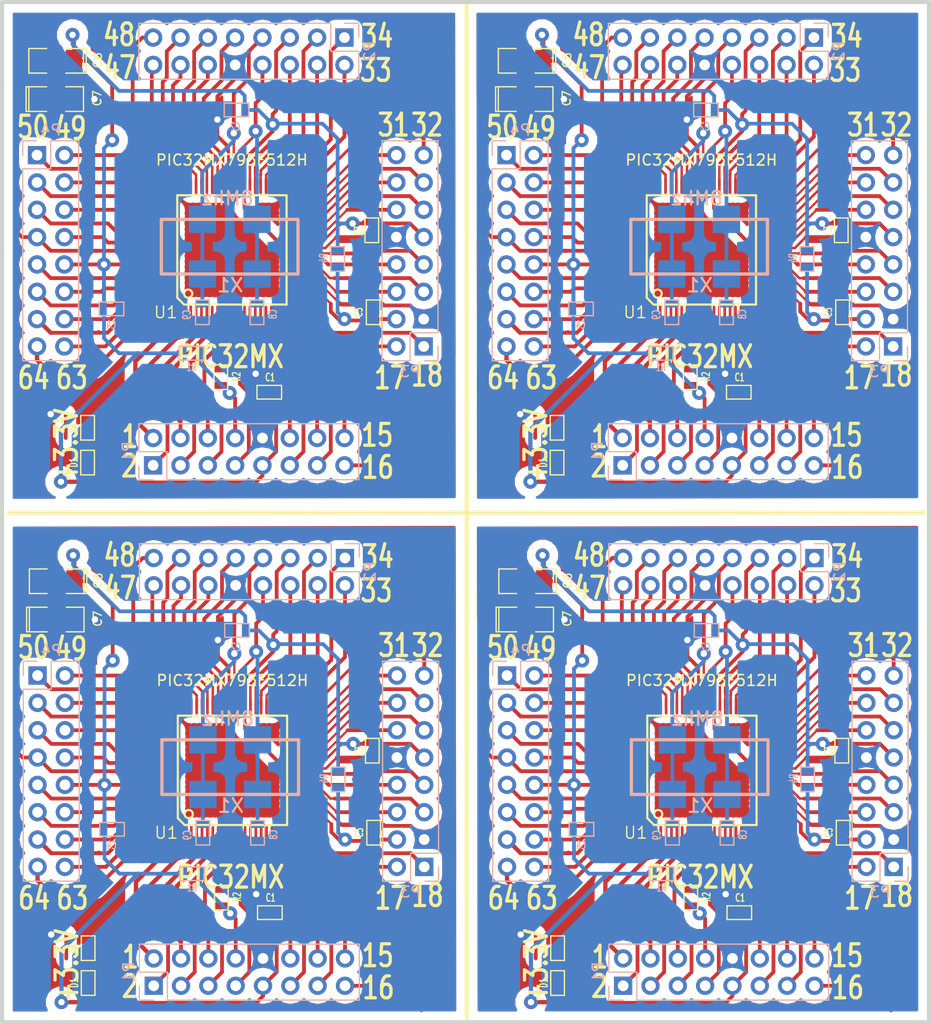
<source format=kicad_pcb>
(kicad_pcb (version 4) (host pcbnew 4.0.5+dfsg1-4)
  (title_block (title SO64) (date "9 jun 2012") (rev V1-00) (company "CYBERNETIQUE EN NORD") (comment 1 F4DEB))
  (layers (0 Dessus signal) (31 Dessous signal) (34 B.Paste user) (35 F.Paste user) (36 B.SilkS user) (37 F.SilkS user) (38 B.Mask user) (39 F.Mask user) (44 Edge.Cuts user))
  (net 0 "")
  (net 1 +3.3V)
  (net 2 /1)
  (net 3 /11)
  (net 4 /12)
  (net 5 /13)
  (net 6 /14)
  (net 7 /15)
  (net 8 /16)
  (net 9 /17)
  (net 10 /18)
  (net 11 /19)
  (net 12 /2)
  (net 13 /21)
  (net 14 /22)
  (net 15 /23)
  (net 16 /24)
  (net 17 /27)
  (net 18 /28)
  (net 19 /29)
  (net 20 /3)
  (net 21 /30)
  (net 22 /31)
  (net 23 /32)
  (net 24 /33)
  (net 25 /34)
  (net 26 /35)
  (net 27 /36)
  (net 28 /37)
  (net 29 /39)
  (net 30 /4)
  (net 31 /40)
  (net 32 /42)
  (net 33 /43)
  (net 34 /44)
  (net 35 /45)
  (net 36 /46)
  (net 37 /47)
  (net 38 /48)
  (net 39 /49)
  (net 40 /5)
  (net 41 /50)
  (net 42 /51)
  (net 43 /52)
  (net 44 /53)
  (net 45 /54)
  (net 46 /55)
  (net 47 /56)
  (net 48 /58)
  (net 49 /59)
  (net 50 /6)
  (net 51 /60)
  (net 52 /61)
  (net 53 /62)
  (net 54 /63)
  (net 55 /64)
  (net 56 /7)
  (net 57 /8)
  (net 58 GND)
  (net 59 N-000059)
  (net 60 N-000055)
  (module Socket_Strips:Socket_Strip_Straight_2x08_Pitch2.54mm (layer Dessous) (at 155.9052 50.165 180)
    (fp_text reference P4 (at -1.27 2.33 180) (layer B.SilkS) (effects (justify mirror)))
    (fp_text value CONN_8X2)
    (pad 1 thru_hole rect (at 0 0 180) (size 1.7 1.7) (drill 1) (layers *.Cu *.Mask) (net 41 /50))
    (pad 2 thru_hole oval (at -2.54 0 180) (size 1.7 1.7) (drill 1) (layers *.Cu *.Mask) (net 39 /49))
    (pad 3 thru_hole oval (at 0 -2.54 180) (size 1.7 1.7) (drill 1) (layers *.Cu *.Mask) (net 43 /52))
    (pad 4 thru_hole oval (at -2.54 -2.54 180) (size 1.7 1.7) (drill 1) (layers *.Cu *.Mask) (net 42 /51))
    (pad 5 thru_hole oval (at 0 -5.08 180) (size 1.7 1.7) (drill 1) (layers *.Cu *.Mask) (net 45 /54))
    (pad 6 thru_hole oval (at -2.54 -5.08 180) (size 1.7 1.7) (drill 1) (layers *.Cu *.Mask) (net 44 /53))
    (pad 7 thru_hole oval (at 0 -7.62 180) (size 1.7 1.7) (drill 1) (layers *.Cu *.Mask) (net 47 /56))
    (pad 8 thru_hole oval (at -2.54 -7.62 180) (size 1.7 1.7) (drill 1) (layers *.Cu *.Mask) (net 46 /55))
    (pad 9 thru_hole oval (at 0 -10.16 180) (size 1.7 1.7) (drill 1) (layers *.Cu *.Mask) (net 48 /58))
    (pad 10 thru_hole oval (at -2.54 -10.16 180) (size 1.7 1.7) (drill 1) (layers *.Cu *.Mask) (net 1 +3.3V))
    (pad 11 thru_hole oval (at 0 -12.7 180) (size 1.7 1.7) (drill 1) (layers *.Cu *.Mask) (net 51 /60))
    (pad 12 thru_hole oval (at -2.54 -12.7 180) (size 1.7 1.7) (drill 1) (layers *.Cu *.Mask) (net 49 /59))
    (pad 13 thru_hole oval (at 0 -15.24 180) (size 1.7 1.7) (drill 1) (layers *.Cu *.Mask) (net 53 /62))
    (pad 14 thru_hole oval (at -2.54 -15.24 180) (size 1.7 1.7) (drill 1) (layers *.Cu *.Mask) (net 52 /61))
    (pad 15 thru_hole oval (at 0 -17.78 180) (size 1.7 1.7) (drill 1) (layers *.Cu *.Mask) (net 55 /64))
    (pad 16 thru_hole oval (at -2.54 -17.78 180) (size 1.7 1.7) (drill 1) (layers *.Cu *.Mask) (net 54 /63))
  )
  (module Socket_Strips:Socket_Strip_Straight_2x08_Pitch2.54mm (layer Dessous) (at 166.7002 78.994 270)
    (fp_text reference P1 (at -1.27 2.33 270) (layer B.SilkS) (effects (justify mirror)))
    (fp_text value CONN_8X2)
    (pad 1 thru_hole rect (at 0 0 270) (size 1.7 1.7) (drill 1) (layers *.Cu *.Mask) (net 12 /2))
    (pad 2 thru_hole oval (at -2.54 0 270) (size 1.7 1.7) (drill 1) (layers *.Cu *.Mask) (net 2 /1))
    (pad 3 thru_hole oval (at 0 -2.54 270) (size 1.7 1.7) (drill 1) (layers *.Cu *.Mask) (net 30 /4))
    (pad 4 thru_hole oval (at -2.54 -2.54 270) (size 1.7 1.7) (drill 1) (layers *.Cu *.Mask) (net 20 /3))
    (pad 5 thru_hole oval (at 0 -5.08 270) (size 1.7 1.7) (drill 1) (layers *.Cu *.Mask) (net 50 /6))
    (pad 6 thru_hole oval (at -2.54 -5.08 270) (size 1.7 1.7) (drill 1) (layers *.Cu *.Mask) (net 40 /5))
    (pad 7 thru_hole oval (at 0 -7.62 270) (size 1.7 1.7) (drill 1) (layers *.Cu *.Mask) (net 57 /8))
    (pad 8 thru_hole oval (at -2.54 -7.62 270) (size 1.7 1.7) (drill 1) (layers *.Cu *.Mask) (net 56 /7))
    (pad 9 thru_hole oval (at 0 -10.16 270) (size 1.7 1.7) (drill 1) (layers *.Cu *.Mask) (net 1 +3.3V))
    (pad 10 thru_hole oval (at -2.54 -10.16 270) (size 1.7 1.7) (drill 1) (layers *.Cu *.Mask) (net 58 GND))
    (pad 11 thru_hole oval (at 0 -12.7 270) (size 1.7 1.7) (drill 1) (layers *.Cu *.Mask) (net 4 /12))
    (pad 12 thru_hole oval (at -2.54 -12.7 270) (size 1.7 1.7) (drill 1) (layers *.Cu *.Mask) (net 3 /11))
    (pad 13 thru_hole oval (at 0 -15.24 270) (size 1.7 1.7) (drill 1) (layers *.Cu *.Mask) (net 6 /14))
    (pad 14 thru_hole oval (at -2.54 -15.24 270) (size 1.7 1.7) (drill 1) (layers *.Cu *.Mask) (net 5 /13))
    (pad 15 thru_hole oval (at 0 -17.78 270) (size 1.7 1.7) (drill 1) (layers *.Cu *.Mask) (net 8 /16))
    (pad 16 thru_hole oval (at -2.54 -17.78 270) (size 1.7 1.7) (drill 1) (layers *.Cu *.Mask) (net 7 /15))
  )
  (module Socket_Strips:Socket_Strip_Straight_2x08_Pitch2.54mm (layer Dessous) (at 191.8462 67.945)
    (fp_text reference P3 (at -1.27 2.33) (layer B.SilkS) (effects (justify mirror)))
    (fp_text value CONN_8X2)
    (pad 1 thru_hole rect (at 0 0) (size 1.7 1.7) (drill 1) (layers *.Cu *.Mask) (net 10 /18))
    (pad 2 thru_hole oval (at -2.54 0) (size 1.7 1.7) (drill 1) (layers *.Cu *.Mask) (net 9 /17))
    (pad 3 thru_hole oval (at 0 -2.54) (size 1.7 1.7) (drill 1) (layers *.Cu *.Mask) (net 58 GND))
    (pad 4 thru_hole oval (at -2.54 -2.54) (size 1.7 1.7) (drill 1) (layers *.Cu *.Mask) (net 11 /19))
    (pad 5 thru_hole oval (at 0 -5.08) (size 1.7 1.7) (drill 1) (layers *.Cu *.Mask) (net 14 /22))
    (pad 6 thru_hole oval (at -2.54 -5.08) (size 1.7 1.7) (drill 1) (layers *.Cu *.Mask) (net 13 /21))
    (pad 7 thru_hole oval (at 0 -7.62) (size 1.7 1.7) (drill 1) (layers *.Cu *.Mask) (net 16 /24))
    (pad 8 thru_hole oval (at -2.54 -7.62) (size 1.7 1.7) (drill 1) (layers *.Cu *.Mask) (net 15 /23))
    (pad 9 thru_hole oval (at 0 -10.16) (size 1.7 1.7) (drill 1) (layers *.Cu *.Mask) (net 1 +3.3V))
    (pad 10 thru_hole oval (at -2.54 -10.16) (size 1.7 1.7) (drill 1) (layers *.Cu *.Mask) (net 58 GND))
    (pad 11 thru_hole oval (at 0 -12.7) (size 1.7 1.7) (drill 1) (layers *.Cu *.Mask) (net 18 /28))
    (pad 12 thru_hole oval (at -2.54 -12.7) (size 1.7 1.7) (drill 1) (layers *.Cu *.Mask) (net 17 /27))
    (pad 13 thru_hole oval (at 0 -15.24) (size 1.7 1.7) (drill 1) (layers *.Cu *.Mask) (net 21 /30))
    (pad 14 thru_hole oval (at -2.54 -15.24) (size 1.7 1.7) (drill 1) (layers *.Cu *.Mask) (net 19 /29))
    (pad 15 thru_hole oval (at 0 -17.78) (size 1.7 1.7) (drill 1) (layers *.Cu *.Mask) (net 23 /32))
    (pad 16 thru_hole oval (at -2.54 -17.78) (size 1.7 1.7) (drill 1) (layers *.Cu *.Mask) (net 22 /31))
  )
  (module Socket_Strips:Socket_Strip_Straight_2x08_Pitch2.54mm (layer Dessous) (at 184.4802 39.243 90)
    (fp_text reference P2 (at -1.27 2.33 90) (layer B.SilkS) (effects (justify mirror)))
    (fp_text value CONN_8X2)
    (pad 1 thru_hole rect (at 0 0 90) (size 1.7 1.7) (drill 1) (layers *.Cu *.Mask) (net 25 /34))
    (pad 2 thru_hole oval (at -2.54 0 90) (size 1.7 1.7) (drill 1) (layers *.Cu *.Mask) (net 24 /33))
    (pad 3 thru_hole oval (at 0 -2.54 90) (size 1.7 1.7) (drill 1) (layers *.Cu *.Mask) (net 27 /36))
    (pad 4 thru_hole oval (at -2.54 -2.54 90) (size 1.7 1.7) (drill 1) (layers *.Cu *.Mask) (net 26 /35))
    (pad 5 thru_hole oval (at 0 -5.08 90) (size 1.7 1.7) (drill 1) (layers *.Cu *.Mask) (net 1 +3.3V))
    (pad 6 thru_hole oval (at -2.54 -5.08 90) (size 1.7 1.7) (drill 1) (layers *.Cu *.Mask) (net 28 /37))
    (pad 7 thru_hole oval (at 0 -7.62 90) (size 1.7 1.7) (drill 1) (layers *.Cu *.Mask) (net 31 /40))
    (pad 8 thru_hole oval (at -2.54 -7.62 90) (size 1.7 1.7) (drill 1) (layers *.Cu *.Mask) (net 29 /39))
    (pad 9 thru_hole oval (at 0 -10.16 90) (size 1.7 1.7) (drill 1) (layers *.Cu *.Mask) (net 32 /42))
    (pad 10 thru_hole oval (at -2.54 -10.16 90) (size 1.7 1.7) (drill 1) (layers *.Cu *.Mask) (net 58 GND))
    (pad 11 thru_hole oval (at 0 -12.7 90) (size 1.7 1.7) (drill 1) (layers *.Cu *.Mask) (net 34 /44))
    (pad 12 thru_hole oval (at -2.54 -12.7 90) (size 1.7 1.7) (drill 1) (layers *.Cu *.Mask) (net 33 /43))
    (pad 13 thru_hole oval (at 0 -15.24 90) (size 1.7 1.7) (drill 1) (layers *.Cu *.Mask) (net 36 /46))
    (pad 14 thru_hole oval (at -2.54 -15.24 90) (size 1.7 1.7) (drill 1) (layers *.Cu *.Mask) (net 35 /45))
    (pad 15 thru_hole oval (at 0 -17.78 90) (size 1.7 1.7) (drill 1) (layers *.Cu *.Mask) (net 38 /48))
    (pad 16 thru_hole oval (at -2.54 -17.78 90) (size 1.7 1.7) (drill 1) (layers *.Cu *.Mask) (net 37 /47))
  )
  (module TQFP_64 (layer Dessus) (at 173.9392 59.055)
    (fp_text reference U1 (at -6.0706 5.715) (layer F.SilkS) (effects (font (size 1.09982 1.09982) (thickness 0.127))))
    (fp_text value PIC32MX795F512H (at 0.0762 -8.4328) (layer F.SilkS) (effects (font (size 1.00076 1.00076) (thickness 0.1524))))
    (pad 1 smd rect (at -3.74904 5.86994) (size 0.24892 1.524) (layers Dessus F.Paste F.Mask) (net 2 /1))
    (pad 2 smd oval (at -3.24866 5.86994) (size 0.24892 1.524) (layers Dessus F.Paste F.Mask) (net 12 /2))
    (pad 3 smd oval (at -2.74828 5.86994) (size 0.24892 1.524) (layers Dessus F.Paste F.Mask) (net 20 /3))
    (pad 4 smd oval (at -2.2479 5.86994) (size 0.24892 1.524) (layers Dessus F.Paste F.Mask) (net 30 /4))
    (pad 5 smd oval (at -1.74752 5.86994) (size 0.24892 1.524) (layers Dessus F.Paste F.Mask) (net 40 /5))
    (pad 6 smd oval (at -1.24968 5.86994) (size 0.24892 1.524) (layers Dessus F.Paste F.Mask) (net 50 /6))
    (pad 7 smd oval (at -0.7493 5.86994) (size 0.24892 1.524) (layers Dessus F.Paste F.Mask) (net 60 N-000055))
    (pad 8 smd oval (at -0.24892 5.86994) (size 0.24892 1.524) (layers Dessus F.Paste F.Mask) (net 57 /8))
    (pad 9 smd oval (at 0.25146 5.86994) (size 0.24892 1.524) (layers Dessus F.Paste F.Mask) (net 58 GND))
    (pad 10 smd oval (at 0.75184 5.86994) (size 0.24892 1.524) (layers Dessus F.Paste F.Mask) (net 1 +3.3V))
    (pad 11 smd oval (at 1.25222 5.86994) (size 0.24892 1.524) (layers Dessus F.Paste F.Mask) (net 3 /11))
    (pad 12 smd oval (at 1.75006 5.86994) (size 0.24892 1.524) (layers Dessus F.Paste F.Mask) (net 4 /12))
    (pad 13 smd oval (at 2.25044 5.86994) (size 0.24892 1.524) (layers Dessus F.Paste F.Mask) (net 5 /13))
    (pad 14 smd oval (at 2.75082 5.86994) (size 0.24892 1.524) (layers Dessus F.Paste F.Mask) (net 6 /14))
    (pad 15 smd oval (at 3.2512 5.86994) (size 0.24892 1.524) (layers Dessus F.Paste F.Mask) (net 7 /15))
    (pad 16 smd oval (at 3.75158 5.86994) (size 0.24892 1.524) (layers Dessus F.Paste F.Mask) (net 8 /16))
    (pad 17 smd oval (at 6.0325 3.74904) (size 1.524 0.24892) (layers Dessus F.Paste F.Mask) (net 9 /17))
    (pad 18 smd oval (at 6.0325 3.24866) (size 1.524 0.24892) (layers Dessus F.Paste F.Mask) (net 10 /18))
    (pad 19 smd oval (at 6.0325 2.74828) (size 1.524 0.24892) (layers Dessus F.Paste F.Mask) (net 11 /19))
    (pad 20 smd oval (at 6.0325 2.2479) (size 1.524 0.24892) (layers Dessus F.Paste F.Mask) (net 58 GND))
    (pad 21 smd oval (at 6.0325 1.74752) (size 1.524 0.24892) (layers Dessus F.Paste F.Mask) (net 13 /21))
    (pad 22 smd oval (at 6.0325 1.24968) (size 1.524 0.24892) (layers Dessus F.Paste F.Mask) (net 14 /22))
    (pad 23 smd oval (at 6.0325 0.7493) (size 1.524 0.24892) (layers Dessus F.Paste F.Mask) (net 15 /23))
    (pad 24 smd oval (at 6.0325 0.24892) (size 1.524 0.24892) (layers Dessus F.Paste F.Mask) (net 16 /24))
    (pad 25 smd oval (at 6.0325 -0.25146) (size 1.524 0.24892) (layers Dessus F.Paste F.Mask) (net 58 GND))
    (pad 26 smd oval (at 6.0325 -0.75184) (size 1.524 0.24892) (layers Dessus F.Paste F.Mask) (net 1 +3.3V))
    (pad 27 smd oval (at 6.0325 -1.25222) (size 1.524 0.24892) (layers Dessus F.Paste F.Mask) (net 17 /27))
    (pad 28 smd oval (at 6.0325 -1.75006) (size 1.524 0.24892) (layers Dessus F.Paste F.Mask) (net 18 /28))
    (pad 29 smd oval (at 6.0325 -2.25044) (size 1.524 0.24892) (layers Dessus F.Paste F.Mask) (net 19 /29))
    (pad 30 smd oval (at 6.0325 -2.75082) (size 1.524 0.24892) (layers Dessus F.Paste F.Mask) (net 21 /30))
    (pad 31 smd oval (at 6.0325 -3.2512) (size 1.524 0.24892) (layers Dessus F.Paste F.Mask) (net 22 /31))
    (pad 32 smd oval (at 6.0325 -3.75158) (size 1.524 0.24892) (layers Dessus F.Paste F.Mask) (net 23 /32))
    (pad 33 smd oval (at 3.75158 -6.0325) (size 0.24892 1.524) (layers Dessus F.Paste F.Mask) (net 24 /33))
    (pad 34 smd oval (at 3.2512 -6.0325) (size 0.24892 1.524) (layers Dessus F.Paste F.Mask) (net 25 /34))
    (pad 35 smd oval (at 2.75082 -6.0325) (size 0.24892 1.524) (layers Dessus F.Paste F.Mask) (net 26 /35))
    (pad 36 smd oval (at 2.25044 -6.0325) (size 0.24892 1.524) (layers Dessus F.Paste F.Mask) (net 27 /36))
    (pad 37 smd oval (at 1.75006 -6.0325) (size 0.24892 1.524) (layers Dessus F.Paste F.Mask) (net 28 /37))
    (pad 38 smd oval (at 1.25222 -6.0325) (size 0.24892 1.524) (layers Dessus F.Paste F.Mask) (net 1 +3.3V))
    (pad 39 smd oval (at 0.75184 -6.0325) (size 0.24892 1.524) (layers Dessus F.Paste F.Mask) (net 29 /39))
    (pad 40 smd oval (at 0.25146 -6.0325) (size 0.24892 1.524) (layers Dessus F.Paste F.Mask) (net 31 /40))
    (pad 41 smd oval (at -0.24892 -6.0325) (size 0.24892 1.524) (layers Dessus F.Paste F.Mask) (net 58 GND))
    (pad 42 smd oval (at -0.7493 -6.0325) (size 0.24892 1.524) (layers Dessus F.Paste F.Mask) (net 32 /42))
    (pad 43 smd oval (at -1.24968 -6.0325) (size 0.24892 1.524) (layers Dessus F.Paste F.Mask) (net 33 /43))
    (pad 44 smd oval (at -1.74752 -6.0325) (size 0.24892 1.524) (layers Dessus F.Paste F.Mask) (net 34 /44))
    (pad 45 smd oval (at -2.2479 -6.0325) (size 0.24892 1.524) (layers Dessus F.Paste F.Mask) (net 35 /45))
    (pad 46 smd oval (at -2.74828 -6.0325) (size 0.24892 1.524) (layers Dessus F.Paste F.Mask) (net 36 /46))
    (pad 47 smd oval (at -3.24866 -6.0325) (size 0.24892 1.524) (layers Dessus F.Paste F.Mask) (net 37 /47))
    (pad 48 smd oval (at -3.74904 -6.0325) (size 0.24892 1.524) (layers Dessus F.Paste F.Mask) (net 38 /48))
    (pad 49 smd oval (at -5.86994 -3.75158) (size 1.524 0.24892) (layers Dessus F.Paste F.Mask) (net 39 /49))
    (pad 50 smd oval (at -5.86994 -3.2512) (size 1.524 0.24892) (layers Dessus F.Paste F.Mask) (net 41 /50))
    (pad 52 smd oval (at -5.86994 -2.25044) (size 1.524 0.24892) (layers Dessus F.Paste F.Mask) (net 43 /52))
    (pad 51 smd oval (at -5.88772 -2.75082) (size 1.524 0.24892) (layers Dessus F.Paste F.Mask) (net 42 /51))
    (pad 53 smd oval (at -5.86994 -1.75006) (size 1.524 0.24892) (layers Dessus F.Paste F.Mask) (net 44 /53))
    (pad 54 smd oval (at -5.86994 -1.25222) (size 1.524 0.24892) (layers Dessus F.Paste F.Mask) (net 45 /54))
    (pad 55 smd oval (at -5.86994 -0.75184) (size 1.524 0.24892) (layers Dessus F.Paste F.Mask) (net 46 /55))
    (pad 56 smd oval (at -5.86994 -0.25146) (size 1.524 0.24892) (layers Dessus F.Paste F.Mask) (net 47 /56))
    (pad 57 smd oval (at -5.86994 0.24892) (size 1.524 0.24892) (layers Dessus F.Paste F.Mask) (net 1 +3.3V))
    (pad 58 smd oval (at -5.86994 0.7493) (size 1.524 0.24892) (layers Dessus F.Paste F.Mask) (net 48 /58))
    (pad 59 smd oval (at -5.86994 1.24206) (size 1.524 0.24892) (layers Dessus F.Paste F.Mask) (net 49 /59))
    (pad 60 smd oval (at -5.86994 1.74244) (size 1.524 0.24892) (layers Dessus F.Paste F.Mask) (net 51 /60))
    (pad 61 smd oval (at -5.86994 2.24282) (size 1.524 0.24892) (layers Dessus F.Paste F.Mask) (net 52 /61))
    (pad 62 smd oval (at -5.86994 2.7432) (size 1.524 0.24892) (layers Dessus F.Paste F.Mask) (net 53 /62))
    (pad 63 smd oval (at -5.86994 3.24104) (size 1.524 0.24892) (layers Dessus F.Paste F.Mask) (net 54 /63))
    (pad 64 smd oval (at -5.86994 3.74142) (size 1.524 0.24892) (layers Dessus F.Paste F.Mask) (net 55 /64))
  )
  (module SM1206POL (layer Dessus) (at 157.6832 41.402 180)
    (fp_text reference C6 (at -3.8608 0.0508 270) (layer F.SilkS) (effects (font (size 0.762 0.762) (thickness 0.127))))
    (fp_text value 10u/10V hide)
    (pad 1 smd rect (at -1.651 0 180) (size 1.524 2.032) (layers Dessus F.Paste F.Mask) (net 1 +3.3V))
    (pad 2 smd rect (at 1.651 0 180) (size 1.524 2.032) (layers Dessus F.Paste F.Mask) (net 58 GND))
  )
  (module SM1206POL (layer Dessus) (at 157.6832 44.958)
    (fp_text reference C7 (at 3.81 -0.0762 270) (layer F.SilkS) (effects (font (size 0.762 0.762) (thickness 0.127))))
    (fp_text value 10u/10V hide)
    (pad 1 smd rect (at -1.651 0) (size 1.524 2.032) (layers Dessus F.Paste F.Mask) (net 47 /56))
    (pad 2 smd rect (at 1.651 0) (size 1.524 2.032) (layers Dessus F.Paste F.Mask) (net 58 GND))
  )
  (module SM0603_Resistor (layer Dessous) (at 183.8452 59.817 270)
    (fp_text reference R4 (at -0.0762 1.2954 270) (layer B.SilkS) (effects (font (size 0.7112 0.4572) (thickness 0.1143)) (justify mirror)))
    (fp_text value 0 hide)
    (pad 1 smd rect (at -0.762 0 270) (size 0.635 1.143) (layers Dessous B.Paste B.Mask) (net 1 +3.3V))
    (pad 2 smd rect (at 0.762 0 270) (size 0.635 1.143) (layers Dessous B.Paste B.Mask) (net 11 /19))
  )
  (module SM0603_Resistor (layer Dessus) (at 160.6042 75.5015 90)
    (fp_text reference R3 (at -0.0381 -1.2954 90) (layer F.SilkS) (effects (font (size 0.7112 0.4572) (thickness 0.1143))))
    (fp_text value 1k hide)
    (pad 1 smd rect (at -0.762 0 90) (size 0.635 1.143) (layers Dessus F.Paste F.Mask) (net 59 N-000059))
    (pad 2 smd rect (at 0.762 0 90) (size 0.635 1.143) (layers Dessus F.Paste F.Mask) (net 58 GND))
  )
  (module SM0603_Resistor (layer Dessous) (at 170.2562 68.58 180)
    (fp_text reference R1 (at 0 -1.2954 180) (layer B.SilkS) (effects (font (size 0.7112 0.4572) (thickness 0.1143)) (justify mirror)))
    (fp_text value 10k hide)
    (pad 1 smd rect (at -0.762 0 180) (size 0.635 1.143) (layers Dessous B.Paste B.Mask) (net 56 /7))
    (pad 2 smd rect (at 0.762 0 180) (size 0.635 1.143) (layers Dessous B.Paste B.Mask) (net 1 +3.3V))
  )
  (module SM0603_Resistor (layer Dessus) (at 172.9867 70.8025 270)
    (fp_text reference R2 (at -0.0635 -1.4605 270) (layer F.SilkS) (effects (font (size 0.7112 0.4572) (thickness 0.1143))))
    (fp_text value 470 hide)
    (pad 1 smd rect (at -0.762 0 270) (size 0.635 1.143) (layers Dessus F.Paste F.Mask) (net 60 N-000055))
    (pad 2 smd rect (at 0.762 0 270) (size 0.635 1.143) (layers Dessus F.Paste F.Mask) (net 56 /7))
  )
  (module SM0603_Capa (layer Dessus) (at 177.4952 72.1995 180)
    (fp_text reference C1 (at -0.0762 1.3843 180) (layer F.SilkS) (effects (font (size 0.7112 0.4572) (thickness 0.1143))))
    (fp_text value 100n hide)
    (pad 1 smd rect (at -0.762 0 180) (size 0.635 1.143) (layers Dessus F.Paste F.Mask) (net 1 +3.3V))
    (pad 2 smd rect (at 0.762 0 180) (size 0.635 1.143) (layers Dessus F.Paste F.Mask) (net 58 GND))
  )
  (module SM0603_Capa (layer Dessous) (at 174.4472 45.974 180)
    (fp_text reference C2 (at 0.1016 -1.5748 180) (layer B.SilkS) (effects (font (size 0.7112 0.4572) (thickness 0.1143)) (justify mirror)))
    (fp_text value 100n hide)
    (pad 1 smd rect (at -0.762 0 180) (size 0.635 1.143) (layers Dessous B.Paste B.Mask) (net 1 +3.3V))
    (pad 2 smd rect (at 0.762 0 180) (size 0.635 1.143) (layers Dessous B.Paste B.Mask) (net 58 GND))
  )
  (module SM0603_Capa (layer Dessus) (at 187.0202 57.15 270)
    (fp_text reference C3 (at 0.0254 1.2192 270) (layer F.SilkS) (effects (font (size 0.7112 0.4572) (thickness 0.1143))))
    (fp_text value 100n hide)
    (pad 1 smd rect (at -0.762 0 270) (size 0.635 1.143) (layers Dessus F.Paste F.Mask) (net 1 +3.3V))
    (pad 2 smd rect (at 0.762 0 270) (size 0.635 1.143) (layers Dessus F.Paste F.Mask) (net 58 GND))
  )
  (module SM0603_Capa (layer Dessous) (at 162.8267 64.4525)
    (fp_text reference C4 (at -0.0381 1.4859) (layer B.SilkS) (effects (font (size 0.7112 0.4572) (thickness 0.1143)) (justify mirror)))
    (fp_text value 100n hide)
    (pad 1 smd rect (at -0.762 0) (size 0.635 1.143) (layers Dessous B.Paste B.Mask) (net 1 +3.3V))
    (pad 2 smd rect (at 0.762 0) (size 0.635 1.143) (layers Dessous B.Paste B.Mask) (net 58 GND))
  )
  (module SM0603_Capa (layer Dessous) (at 176.3522 64.77 270)
    (fp_text reference C8 (at 0.1778 -1.4732 270) (layer B.SilkS) (effects (font (size 0.7112 0.4572) (thickness 0.1143)) (justify mirror)))
    (fp_text value 100n hide)
    (pad 1 smd rect (at -0.762 0 270) (size 0.635 1.143) (layers Dessous B.Paste B.Mask) (net 29 /39))
    (pad 2 smd rect (at 0.762 0 270) (size 0.635 1.143) (layers Dessous B.Paste B.Mask) (net 58 GND))
  )
  (module SM0603_Capa (layer Dessous) (at 171.2722 64.77 270)
    (fp_text reference C9 (at 0.2286 1.4478 270) (layer B.SilkS) (effects (font (size 0.7112 0.4572) (thickness 0.1143)) (justify mirror)))
    (fp_text value 100n hide)
    (pad 1 smd rect (at -0.762 0 270) (size 0.635 1.143) (layers Dessous B.Paste B.Mask) (net 31 /40))
    (pad 2 smd rect (at 0.762 0 270) (size 0.635 1.143) (layers Dessous B.Paste B.Mask) (net 58 GND))
  )
  (module SM0603 (layer Dessus) (at 160.6042 78.74 90)
    (fp_text reference D1 (at 0 -1.2954 90) (layer F.SilkS) (effects (font (size 0.7112 0.4572) (thickness 0.1143))))
    (fp_text value LED hide)
    (pad 1 smd rect (at -0.762 0 90) (size 0.635 1.143) (layers Dessus F.Paste F.Mask) (net 1 +3.3V))
    (pad 2 smd rect (at 0.762 0 90) (size 0.635 1.143) (layers Dessus F.Paste F.Mask) (net 59 N-000059))
  )
  (module QTZ (layer Dessous) (at 173.8122 58.674)
    (fp_text reference X1 (at 0.0508 3.5814) (layer B.SilkS) (effects (font (size 1.27 1.27) (thickness 0.2032)) (justify mirror)))
    (fp_text value 8Mhz (at -0.2032 -4.4958) (layer B.SilkS) (effects (font (size 1.27 1.27) (thickness 0.2032)) (justify mirror)))
    (pad 1 smd rect (at -2.54 2.54) (size 2.54 2.54) (layers Dessous B.Paste B.Mask) (net 31 /40))
    (pad 2 smd rect (at 2.54 2.54) (size 2.54 2.54) (layers Dessous B.Paste B.Mask) (net 29 /39))
    (pad 2 smd rect (at 2.54 -2.54) (size 2.54 2.54) (layers Dessous B.Paste B.Mask) (net 29 /39))
    (pad 1 smd rect (at -2.54 -2.54) (size 2.54 2.54) (layers Dessous B.Paste B.Mask) (net 31 /40))
  )
  (module SM0603_Capa (layer Dessus) (at 187.1472 64.77 90)
    (fp_text reference C5 (at 0 -1.3462 90) (layer F.SilkS) (effects (font (size 0.7112 0.4572) (thickness 0.1143))))
    (fp_text value 100n hide)
    (pad 1 smd rect (at -0.762 0 90) (size 0.635 1.143) (layers Dessus F.Paste F.Mask) (net 11 /19))
    (pad 2 smd rect (at 0.762 0 90) (size 0.635 1.143) (layers Dessus F.Paste F.Mask) (net 58 GND))
  )
  (module SM0603_Capa (layer Dessus) (at 187.198 113.1316 90)
    (fp_text reference C5 (at 0 -1.3462 90) (layer F.SilkS) (effects (font (size 0.7112 0.4572) (thickness 0.1143))))
    (fp_text value 100n hide)
    (pad 1 smd rect (at -0.762 0 90) (size 0.635 1.143) (layers Dessus F.Paste F.Mask) (net 11 /19))
    (pad 2 smd rect (at 0.762 0 90) (size 0.635 1.143) (layers Dessus F.Paste F.Mask) (net 58 GND))
  )
  (module QTZ (layer Dessous) (at 173.863 107.0356)
    (fp_text reference X1 (at 0.0508 3.5814) (layer B.SilkS) (effects (font (size 1.27 1.27) (thickness 0.2032)) (justify mirror)))
    (fp_text value 8Mhz (at -0.2032 -4.4958) (layer B.SilkS) (effects (font (size 1.27 1.27) (thickness 0.2032)) (justify mirror)))
    (pad 1 smd rect (at -2.54 2.54) (size 2.54 2.54) (layers Dessous B.Paste B.Mask) (net 31 /40))
    (pad 2 smd rect (at 2.54 2.54) (size 2.54 2.54) (layers Dessous B.Paste B.Mask) (net 29 /39))
    (pad 2 smd rect (at 2.54 -2.54) (size 2.54 2.54) (layers Dessous B.Paste B.Mask) (net 29 /39))
    (pad 1 smd rect (at -2.54 -2.54) (size 2.54 2.54) (layers Dessous B.Paste B.Mask) (net 31 /40))
  )
  (module SM0603 (layer Dessus) (at 160.655 127.1016 90)
    (fp_text reference D1 (at 0 -1.2954 90) (layer F.SilkS) (effects (font (size 0.7112 0.4572) (thickness 0.1143))))
    (fp_text value LED hide)
    (pad 1 smd rect (at -0.762 0 90) (size 0.635 1.143) (layers Dessus F.Paste F.Mask) (net 1 +3.3V))
    (pad 2 smd rect (at 0.762 0 90) (size 0.635 1.143) (layers Dessus F.Paste F.Mask) (net 59 N-000059))
  )
  (module SM0603_Capa (layer Dessous) (at 171.323 113.1316 270)
    (fp_text reference C9 (at 0.2286 1.4478 270) (layer B.SilkS) (effects (font (size 0.7112 0.4572) (thickness 0.1143)) (justify mirror)))
    (fp_text value 100n hide)
    (pad 1 smd rect (at -0.762 0 270) (size 0.635 1.143) (layers Dessous B.Paste B.Mask) (net 31 /40))
    (pad 2 smd rect (at 0.762 0 270) (size 0.635 1.143) (layers Dessous B.Paste B.Mask) (net 58 GND))
  )
  (module SM0603_Capa (layer Dessous) (at 176.403 113.1316 270)
    (fp_text reference C8 (at 0.1778 -1.4732 270) (layer B.SilkS) (effects (font (size 0.7112 0.4572) (thickness 0.1143)) (justify mirror)))
    (fp_text value 100n hide)
    (pad 1 smd rect (at -0.762 0 270) (size 0.635 1.143) (layers Dessous B.Paste B.Mask) (net 29 /39))
    (pad 2 smd rect (at 0.762 0 270) (size 0.635 1.143) (layers Dessous B.Paste B.Mask) (net 58 GND))
  )
  (module SM0603_Capa (layer Dessous) (at 162.8775 112.8141)
    (fp_text reference C4 (at -0.0381 1.4859) (layer B.SilkS) (effects (font (size 0.7112 0.4572) (thickness 0.1143)) (justify mirror)))
    (fp_text value 100n hide)
    (pad 1 smd rect (at -0.762 0) (size 0.635 1.143) (layers Dessous B.Paste B.Mask) (net 1 +3.3V))
    (pad 2 smd rect (at 0.762 0) (size 0.635 1.143) (layers Dessous B.Paste B.Mask) (net 58 GND))
  )
  (module SM0603_Capa (layer Dessus) (at 187.071 105.5116 270)
    (fp_text reference C3 (at 0.0254 1.2192 270) (layer F.SilkS) (effects (font (size 0.7112 0.4572) (thickness 0.1143))))
    (fp_text value 100n hide)
    (pad 1 smd rect (at -0.762 0 270) (size 0.635 1.143) (layers Dessus F.Paste F.Mask) (net 1 +3.3V))
    (pad 2 smd rect (at 0.762 0 270) (size 0.635 1.143) (layers Dessus F.Paste F.Mask) (net 58 GND))
  )
  (module SM0603_Capa (layer Dessous) (at 174.498 94.3356 180)
    (fp_text reference C2 (at 0.1016 -1.5748 180) (layer B.SilkS) (effects (font (size 0.7112 0.4572) (thickness 0.1143)) (justify mirror)))
    (fp_text value 100n hide)
    (pad 1 smd rect (at -0.762 0 180) (size 0.635 1.143) (layers Dessous B.Paste B.Mask) (net 1 +3.3V))
    (pad 2 smd rect (at 0.762 0 180) (size 0.635 1.143) (layers Dessous B.Paste B.Mask) (net 58 GND))
  )
  (module SM0603_Capa (layer Dessus) (at 177.546 120.5611 180)
    (fp_text reference C1 (at -0.0762 1.3843 180) (layer F.SilkS) (effects (font (size 0.7112 0.4572) (thickness 0.1143))))
    (fp_text value 100n hide)
    (pad 1 smd rect (at -0.762 0 180) (size 0.635 1.143) (layers Dessus F.Paste F.Mask) (net 1 +3.3V))
    (pad 2 smd rect (at 0.762 0 180) (size 0.635 1.143) (layers Dessus F.Paste F.Mask) (net 58 GND))
  )
  (module SM0603_Resistor (layer Dessus) (at 173.0375 119.1641 270)
    (fp_text reference R2 (at -0.0635 -1.4605 270) (layer F.SilkS) (effects (font (size 0.7112 0.4572) (thickness 0.1143))))
    (fp_text value 470 hide)
    (pad 1 smd rect (at -0.762 0 270) (size 0.635 1.143) (layers Dessus F.Paste F.Mask) (net 60 N-000055))
    (pad 2 smd rect (at 0.762 0 270) (size 0.635 1.143) (layers Dessus F.Paste F.Mask) (net 56 /7))
  )
  (module SM0603_Resistor (layer Dessous) (at 170.307 116.9416 180)
    (fp_text reference R1 (at 0 -1.2954 180) (layer B.SilkS) (effects (font (size 0.7112 0.4572) (thickness 0.1143)) (justify mirror)))
    (fp_text value 10k hide)
    (pad 1 smd rect (at -0.762 0 180) (size 0.635 1.143) (layers Dessous B.Paste B.Mask) (net 56 /7))
    (pad 2 smd rect (at 0.762 0 180) (size 0.635 1.143) (layers Dessous B.Paste B.Mask) (net 1 +3.3V))
  )
  (module SM0603_Resistor (layer Dessus) (at 160.655 123.8631 90)
    (fp_text reference R3 (at -0.0381 -1.2954 90) (layer F.SilkS) (effects (font (size 0.7112 0.4572) (thickness 0.1143))))
    (fp_text value 1k hide)
    (pad 1 smd rect (at -0.762 0 90) (size 0.635 1.143) (layers Dessus F.Paste F.Mask) (net 59 N-000059))
    (pad 2 smd rect (at 0.762 0 90) (size 0.635 1.143) (layers Dessus F.Paste F.Mask) (net 58 GND))
  )
  (module SM0603_Resistor (layer Dessous) (at 183.896 108.1786 270)
    (fp_text reference R4 (at -0.0762 1.2954 270) (layer B.SilkS) (effects (font (size 0.7112 0.4572) (thickness 0.1143)) (justify mirror)))
    (fp_text value 0 hide)
    (pad 1 smd rect (at -0.762 0 270) (size 0.635 1.143) (layers Dessous B.Paste B.Mask) (net 1 +3.3V))
    (pad 2 smd rect (at 0.762 0 270) (size 0.635 1.143) (layers Dessous B.Paste B.Mask) (net 11 /19))
  )
  (module SM1206POL (layer Dessus) (at 157.734 93.3196)
    (fp_text reference C7 (at 3.81 -0.0762 270) (layer F.SilkS) (effects (font (size 0.762 0.762) (thickness 0.127))))
    (fp_text value 10u/10V hide)
    (pad 1 smd rect (at -1.651 0) (size 1.524 2.032) (layers Dessus F.Paste F.Mask) (net 47 /56))
    (pad 2 smd rect (at 1.651 0) (size 1.524 2.032) (layers Dessus F.Paste F.Mask) (net 58 GND))
  )
  (module SM1206POL (layer Dessus) (at 157.734 89.7636 180)
    (fp_text reference C6 (at -3.8608 0.0508 270) (layer F.SilkS) (effects (font (size 0.762 0.762) (thickness 0.127))))
    (fp_text value 10u/10V hide)
    (pad 1 smd rect (at -1.651 0 180) (size 1.524 2.032) (layers Dessus F.Paste F.Mask) (net 1 +3.3V))
    (pad 2 smd rect (at 1.651 0 180) (size 1.524 2.032) (layers Dessus F.Paste F.Mask) (net 58 GND))
  )
  (module TQFP_64 (layer Dessus) (at 173.99 107.4166)
    (fp_text reference U1 (at -6.0706 5.715) (layer F.SilkS) (effects (font (size 1.09982 1.09982) (thickness 0.127))))
    (fp_text value PIC32MX795F512H (at 0.0762 -8.4328) (layer F.SilkS) (effects (font (size 1.00076 1.00076) (thickness 0.1524))))
    (pad 1 smd rect (at -3.74904 5.86994) (size 0.24892 1.524) (layers Dessus F.Paste F.Mask) (net 2 /1))
    (pad 2 smd oval (at -3.24866 5.86994) (size 0.24892 1.524) (layers Dessus F.Paste F.Mask) (net 12 /2))
    (pad 3 smd oval (at -2.74828 5.86994) (size 0.24892 1.524) (layers Dessus F.Paste F.Mask) (net 20 /3))
    (pad 4 smd oval (at -2.2479 5.86994) (size 0.24892 1.524) (layers Dessus F.Paste F.Mask) (net 30 /4))
    (pad 5 smd oval (at -1.74752 5.86994) (size 0.24892 1.524) (layers Dessus F.Paste F.Mask) (net 40 /5))
    (pad 6 smd oval (at -1.24968 5.86994) (size 0.24892 1.524) (layers Dessus F.Paste F.Mask) (net 50 /6))
    (pad 7 smd oval (at -0.7493 5.86994) (size 0.24892 1.524) (layers Dessus F.Paste F.Mask) (net 60 N-000055))
    (pad 8 smd oval (at -0.24892 5.86994) (size 0.24892 1.524) (layers Dessus F.Paste F.Mask) (net 57 /8))
    (pad 9 smd oval (at 0.25146 5.86994) (size 0.24892 1.524) (layers Dessus F.Paste F.Mask) (net 58 GND))
    (pad 10 smd oval (at 0.75184 5.86994) (size 0.24892 1.524) (layers Dessus F.Paste F.Mask) (net 1 +3.3V))
    (pad 11 smd oval (at 1.25222 5.86994) (size 0.24892 1.524) (layers Dessus F.Paste F.Mask) (net 3 /11))
    (pad 12 smd oval (at 1.75006 5.86994) (size 0.24892 1.524) (layers Dessus F.Paste F.Mask) (net 4 /12))
    (pad 13 smd oval (at 2.25044 5.86994) (size 0.24892 1.524) (layers Dessus F.Paste F.Mask) (net 5 /13))
    (pad 14 smd oval (at 2.75082 5.86994) (size 0.24892 1.524) (layers Dessus F.Paste F.Mask) (net 6 /14))
    (pad 15 smd oval (at 3.2512 5.86994) (size 0.24892 1.524) (layers Dessus F.Paste F.Mask) (net 7 /15))
    (pad 16 smd oval (at 3.75158 5.86994) (size 0.24892 1.524) (layers Dessus F.Paste F.Mask) (net 8 /16))
    (pad 17 smd oval (at 6.0325 3.74904) (size 1.524 0.24892) (layers Dessus F.Paste F.Mask) (net 9 /17))
    (pad 18 smd oval (at 6.0325 3.24866) (size 1.524 0.24892) (layers Dessus F.Paste F.Mask) (net 10 /18))
    (pad 19 smd oval (at 6.0325 2.74828) (size 1.524 0.24892) (layers Dessus F.Paste F.Mask) (net 11 /19))
    (pad 20 smd oval (at 6.0325 2.2479) (size 1.524 0.24892) (layers Dessus F.Paste F.Mask) (net 58 GND))
    (pad 21 smd oval (at 6.0325 1.74752) (size 1.524 0.24892) (layers Dessus F.Paste F.Mask) (net 13 /21))
    (pad 22 smd oval (at 6.0325 1.24968) (size 1.524 0.24892) (layers Dessus F.Paste F.Mask) (net 14 /22))
    (pad 23 smd oval (at 6.0325 0.7493) (size 1.524 0.24892) (layers Dessus F.Paste F.Mask) (net 15 /23))
    (pad 24 smd oval (at 6.0325 0.24892) (size 1.524 0.24892) (layers Dessus F.Paste F.Mask) (net 16 /24))
    (pad 25 smd oval (at 6.0325 -0.25146) (size 1.524 0.24892) (layers Dessus F.Paste F.Mask) (net 58 GND))
    (pad 26 smd oval (at 6.0325 -0.75184) (size 1.524 0.24892) (layers Dessus F.Paste F.Mask) (net 1 +3.3V))
    (pad 27 smd oval (at 6.0325 -1.25222) (size 1.524 0.24892) (layers Dessus F.Paste F.Mask) (net 17 /27))
    (pad 28 smd oval (at 6.0325 -1.75006) (size 1.524 0.24892) (layers Dessus F.Paste F.Mask) (net 18 /28))
    (pad 29 smd oval (at 6.0325 -2.25044) (size 1.524 0.24892) (layers Dessus F.Paste F.Mask) (net 19 /29))
    (pad 30 smd oval (at 6.0325 -2.75082) (size 1.524 0.24892) (layers Dessus F.Paste F.Mask) (net 21 /30))
    (pad 31 smd oval (at 6.0325 -3.2512) (size 1.524 0.24892) (layers Dessus F.Paste F.Mask) (net 22 /31))
    (pad 32 smd oval (at 6.0325 -3.75158) (size 1.524 0.24892) (layers Dessus F.Paste F.Mask) (net 23 /32))
    (pad 33 smd oval (at 3.75158 -6.0325) (size 0.24892 1.524) (layers Dessus F.Paste F.Mask) (net 24 /33))
    (pad 34 smd oval (at 3.2512 -6.0325) (size 0.24892 1.524) (layers Dessus F.Paste F.Mask) (net 25 /34))
    (pad 35 smd oval (at 2.75082 -6.0325) (size 0.24892 1.524) (layers Dessus F.Paste F.Mask) (net 26 /35))
    (pad 36 smd oval (at 2.25044 -6.0325) (size 0.24892 1.524) (layers Dessus F.Paste F.Mask) (net 27 /36))
    (pad 37 smd oval (at 1.75006 -6.0325) (size 0.24892 1.524) (layers Dessus F.Paste F.Mask) (net 28 /37))
    (pad 38 smd oval (at 1.25222 -6.0325) (size 0.24892 1.524) (layers Dessus F.Paste F.Mask) (net 1 +3.3V))
    (pad 39 smd oval (at 0.75184 -6.0325) (size 0.24892 1.524) (layers Dessus F.Paste F.Mask) (net 29 /39))
    (pad 40 smd oval (at 0.25146 -6.0325) (size 0.24892 1.524) (layers Dessus F.Paste F.Mask) (net 31 /40))
    (pad 41 smd oval (at -0.24892 -6.0325) (size 0.24892 1.524) (layers Dessus F.Paste F.Mask) (net 58 GND))
    (pad 42 smd oval (at -0.7493 -6.0325) (size 0.24892 1.524) (layers Dessus F.Paste F.Mask) (net 32 /42))
    (pad 43 smd oval (at -1.24968 -6.0325) (size 0.24892 1.524) (layers Dessus F.Paste F.Mask) (net 33 /43))
    (pad 44 smd oval (at -1.74752 -6.0325) (size 0.24892 1.524) (layers Dessus F.Paste F.Mask) (net 34 /44))
    (pad 45 smd oval (at -2.2479 -6.0325) (size 0.24892 1.524) (layers Dessus F.Paste F.Mask) (net 35 /45))
    (pad 46 smd oval (at -2.74828 -6.0325) (size 0.24892 1.524) (layers Dessus F.Paste F.Mask) (net 36 /46))
    (pad 47 smd oval (at -3.24866 -6.0325) (size 0.24892 1.524) (layers Dessus F.Paste F.Mask) (net 37 /47))
    (pad 48 smd oval (at -3.74904 -6.0325) (size 0.24892 1.524) (layers Dessus F.Paste F.Mask) (net 38 /48))
    (pad 49 smd oval (at -5.86994 -3.75158) (size 1.524 0.24892) (layers Dessus F.Paste F.Mask) (net 39 /49))
    (pad 50 smd oval (at -5.86994 -3.2512) (size 1.524 0.24892) (layers Dessus F.Paste F.Mask) (net 41 /50))
    (pad 52 smd oval (at -5.86994 -2.25044) (size 1.524 0.24892) (layers Dessus F.Paste F.Mask) (net 43 /52))
    (pad 51 smd oval (at -5.88772 -2.75082) (size 1.524 0.24892) (layers Dessus F.Paste F.Mask) (net 42 /51))
    (pad 53 smd oval (at -5.86994 -1.75006) (size 1.524 0.24892) (layers Dessus F.Paste F.Mask) (net 44 /53))
    (pad 54 smd oval (at -5.86994 -1.25222) (size 1.524 0.24892) (layers Dessus F.Paste F.Mask) (net 45 /54))
    (pad 55 smd oval (at -5.86994 -0.75184) (size 1.524 0.24892) (layers Dessus F.Paste F.Mask) (net 46 /55))
    (pad 56 smd oval (at -5.86994 -0.25146) (size 1.524 0.24892) (layers Dessus F.Paste F.Mask) (net 47 /56))
    (pad 57 smd oval (at -5.86994 0.24892) (size 1.524 0.24892) (layers Dessus F.Paste F.Mask) (net 1 +3.3V))
    (pad 58 smd oval (at -5.86994 0.7493) (size 1.524 0.24892) (layers Dessus F.Paste F.Mask) (net 48 /58))
    (pad 59 smd oval (at -5.86994 1.24206) (size 1.524 0.24892) (layers Dessus F.Paste F.Mask) (net 49 /59))
    (pad 60 smd oval (at -5.86994 1.74244) (size 1.524 0.24892) (layers Dessus F.Paste F.Mask) (net 51 /60))
    (pad 61 smd oval (at -5.86994 2.24282) (size 1.524 0.24892) (layers Dessus F.Paste F.Mask) (net 52 /61))
    (pad 62 smd oval (at -5.86994 2.7432) (size 1.524 0.24892) (layers Dessus F.Paste F.Mask) (net 53 /62))
    (pad 63 smd oval (at -5.86994 3.24104) (size 1.524 0.24892) (layers Dessus F.Paste F.Mask) (net 54 /63))
    (pad 64 smd oval (at -5.86994 3.74142) (size 1.524 0.24892) (layers Dessus F.Paste F.Mask) (net 55 /64))
  )
  (module Socket_Strips:Socket_Strip_Straight_2x08_Pitch2.54mm (layer Dessous) (at 184.531 87.6046 90)
    (fp_text reference P2 (at -1.27 2.33 90) (layer B.SilkS) (effects (justify mirror)))
    (fp_text value CONN_8X2)
    (pad 1 thru_hole rect (at 0 0 90) (size 1.7 1.7) (drill 1) (layers *.Cu *.Mask) (net 25 /34))
    (pad 2 thru_hole oval (at -2.54 0 90) (size 1.7 1.7) (drill 1) (layers *.Cu *.Mask) (net 24 /33))
    (pad 3 thru_hole oval (at 0 -2.54 90) (size 1.7 1.7) (drill 1) (layers *.Cu *.Mask) (net 27 /36))
    (pad 4 thru_hole oval (at -2.54 -2.54 90) (size 1.7 1.7) (drill 1) (layers *.Cu *.Mask) (net 26 /35))
    (pad 5 thru_hole oval (at 0 -5.08 90) (size 1.7 1.7) (drill 1) (layers *.Cu *.Mask) (net 1 +3.3V))
    (pad 6 thru_hole oval (at -2.54 -5.08 90) (size 1.7 1.7) (drill 1) (layers *.Cu *.Mask) (net 28 /37))
    (pad 7 thru_hole oval (at 0 -7.62 90) (size 1.7 1.7) (drill 1) (layers *.Cu *.Mask) (net 31 /40))
    (pad 8 thru_hole oval (at -2.54 -7.62 90) (size 1.7 1.7) (drill 1) (layers *.Cu *.Mask) (net 29 /39))
    (pad 9 thru_hole oval (at 0 -10.16 90) (size 1.7 1.7) (drill 1) (layers *.Cu *.Mask) (net 32 /42))
    (pad 10 thru_hole oval (at -2.54 -10.16 90) (size 1.7 1.7) (drill 1) (layers *.Cu *.Mask) (net 58 GND))
    (pad 11 thru_hole oval (at 0 -12.7 90) (size 1.7 1.7) (drill 1) (layers *.Cu *.Mask) (net 34 /44))
    (pad 12 thru_hole oval (at -2.54 -12.7 90) (size 1.7 1.7) (drill 1) (layers *.Cu *.Mask) (net 33 /43))
    (pad 13 thru_hole oval (at 0 -15.24 90) (size 1.7 1.7) (drill 1) (layers *.Cu *.Mask) (net 36 /46))
    (pad 14 thru_hole oval (at -2.54 -15.24 90) (size 1.7 1.7) (drill 1) (layers *.Cu *.Mask) (net 35 /45))
    (pad 15 thru_hole oval (at 0 -17.78 90) (size 1.7 1.7) (drill 1) (layers *.Cu *.Mask) (net 38 /48))
    (pad 16 thru_hole oval (at -2.54 -17.78 90) (size 1.7 1.7) (drill 1) (layers *.Cu *.Mask) (net 37 /47))
  )
  (module Socket_Strips:Socket_Strip_Straight_2x08_Pitch2.54mm (layer Dessous) (at 191.897 116.3066)
    (fp_text reference P3 (at -1.27 2.33) (layer B.SilkS) (effects (justify mirror)))
    (fp_text value CONN_8X2)
    (pad 1 thru_hole rect (at 0 0) (size 1.7 1.7) (drill 1) (layers *.Cu *.Mask) (net 10 /18))
    (pad 2 thru_hole oval (at -2.54 0) (size 1.7 1.7) (drill 1) (layers *.Cu *.Mask) (net 9 /17))
    (pad 3 thru_hole oval (at 0 -2.54) (size 1.7 1.7) (drill 1) (layers *.Cu *.Mask) (net 58 GND))
    (pad 4 thru_hole oval (at -2.54 -2.54) (size 1.7 1.7) (drill 1) (layers *.Cu *.Mask) (net 11 /19))
    (pad 5 thru_hole oval (at 0 -5.08) (size 1.7 1.7) (drill 1) (layers *.Cu *.Mask) (net 14 /22))
    (pad 6 thru_hole oval (at -2.54 -5.08) (size 1.7 1.7) (drill 1) (layers *.Cu *.Mask) (net 13 /21))
    (pad 7 thru_hole oval (at 0 -7.62) (size 1.7 1.7) (drill 1) (layers *.Cu *.Mask) (net 16 /24))
    (pad 8 thru_hole oval (at -2.54 -7.62) (size 1.7 1.7) (drill 1) (layers *.Cu *.Mask) (net 15 /23))
    (pad 9 thru_hole oval (at 0 -10.16) (size 1.7 1.7) (drill 1) (layers *.Cu *.Mask) (net 1 +3.3V))
    (pad 10 thru_hole oval (at -2.54 -10.16) (size 1.7 1.7) (drill 1) (layers *.Cu *.Mask) (net 58 GND))
    (pad 11 thru_hole oval (at 0 -12.7) (size 1.7 1.7) (drill 1) (layers *.Cu *.Mask) (net 18 /28))
    (pad 12 thru_hole oval (at -2.54 -12.7) (size 1.7 1.7) (drill 1) (layers *.Cu *.Mask) (net 17 /27))
    (pad 13 thru_hole oval (at 0 -15.24) (size 1.7 1.7) (drill 1) (layers *.Cu *.Mask) (net 21 /30))
    (pad 14 thru_hole oval (at -2.54 -15.24) (size 1.7 1.7) (drill 1) (layers *.Cu *.Mask) (net 19 /29))
    (pad 15 thru_hole oval (at 0 -17.78) (size 1.7 1.7) (drill 1) (layers *.Cu *.Mask) (net 23 /32))
    (pad 16 thru_hole oval (at -2.54 -17.78) (size 1.7 1.7) (drill 1) (layers *.Cu *.Mask) (net 22 /31))
  )
  (module Socket_Strips:Socket_Strip_Straight_2x08_Pitch2.54mm (layer Dessous) (at 166.751 127.3556 270)
    (fp_text reference P1 (at -1.27 2.33 270) (layer B.SilkS) (effects (justify mirror)))
    (fp_text value CONN_8X2)
    (pad 1 thru_hole rect (at 0 0 270) (size 1.7 1.7) (drill 1) (layers *.Cu *.Mask) (net 12 /2))
    (pad 2 thru_hole oval (at -2.54 0 270) (size 1.7 1.7) (drill 1) (layers *.Cu *.Mask) (net 2 /1))
    (pad 3 thru_hole oval (at 0 -2.54 270) (size 1.7 1.7) (drill 1) (layers *.Cu *.Mask) (net 30 /4))
    (pad 4 thru_hole oval (at -2.54 -2.54 270) (size 1.7 1.7) (drill 1) (layers *.Cu *.Mask) (net 20 /3))
    (pad 5 thru_hole oval (at 0 -5.08 270) (size 1.7 1.7) (drill 1) (layers *.Cu *.Mask) (net 50 /6))
    (pad 6 thru_hole oval (at -2.54 -5.08 270) (size 1.7 1.7) (drill 1) (layers *.Cu *.Mask) (net 40 /5))
    (pad 7 thru_hole oval (at 0 -7.62 270) (size 1.7 1.7) (drill 1) (layers *.Cu *.Mask) (net 57 /8))
    (pad 8 thru_hole oval (at -2.54 -7.62 270) (size 1.7 1.7) (drill 1) (layers *.Cu *.Mask) (net 56 /7))
    (pad 9 thru_hole oval (at 0 -10.16 270) (size 1.7 1.7) (drill 1) (layers *.Cu *.Mask) (net 1 +3.3V))
    (pad 10 thru_hole oval (at -2.54 -10.16 270) (size 1.7 1.7) (drill 1) (layers *.Cu *.Mask) (net 58 GND))
    (pad 11 thru_hole oval (at 0 -12.7 270) (size 1.7 1.7) (drill 1) (layers *.Cu *.Mask) (net 4 /12))
    (pad 12 thru_hole oval (at -2.54 -12.7 270) (size 1.7 1.7) (drill 1) (layers *.Cu *.Mask) (net 3 /11))
    (pad 13 thru_hole oval (at 0 -15.24 270) (size 1.7 1.7) (drill 1) (layers *.Cu *.Mask) (net 6 /14))
    (pad 14 thru_hole oval (at -2.54 -15.24 270) (size 1.7 1.7) (drill 1) (layers *.Cu *.Mask) (net 5 /13))
    (pad 15 thru_hole oval (at 0 -17.78 270) (size 1.7 1.7) (drill 1) (layers *.Cu *.Mask) (net 8 /16))
    (pad 16 thru_hole oval (at -2.54 -17.78 270) (size 1.7 1.7) (drill 1) (layers *.Cu *.Mask) (net 7 /15))
  )
  (module Socket_Strips:Socket_Strip_Straight_2x08_Pitch2.54mm (layer Dessous) (at 155.956 98.5266 180)
    (fp_text reference P4 (at -1.27 2.33 180) (layer B.SilkS) (effects (justify mirror)))
    (fp_text value CONN_8X2)
    (pad 1 thru_hole rect (at 0 0 180) (size 1.7 1.7) (drill 1) (layers *.Cu *.Mask) (net 41 /50))
    (pad 2 thru_hole oval (at -2.54 0 180) (size 1.7 1.7) (drill 1) (layers *.Cu *.Mask) (net 39 /49))
    (pad 3 thru_hole oval (at 0 -2.54 180) (size 1.7 1.7) (drill 1) (layers *.Cu *.Mask) (net 43 /52))
    (pad 4 thru_hole oval (at -2.54 -2.54 180) (size 1.7 1.7) (drill 1) (layers *.Cu *.Mask) (net 42 /51))
    (pad 5 thru_hole oval (at 0 -5.08 180) (size 1.7 1.7) (drill 1) (layers *.Cu *.Mask) (net 45 /54))
    (pad 6 thru_hole oval (at -2.54 -5.08 180) (size 1.7 1.7) (drill 1) (layers *.Cu *.Mask) (net 44 /53))
    (pad 7 thru_hole oval (at 0 -7.62 180) (size 1.7 1.7) (drill 1) (layers *.Cu *.Mask) (net 47 /56))
    (pad 8 thru_hole oval (at -2.54 -7.62 180) (size 1.7 1.7) (drill 1) (layers *.Cu *.Mask) (net 46 /55))
    (pad 9 thru_hole oval (at 0 -10.16 180) (size 1.7 1.7) (drill 1) (layers *.Cu *.Mask) (net 48 /58))
    (pad 10 thru_hole oval (at -2.54 -10.16 180) (size 1.7 1.7) (drill 1) (layers *.Cu *.Mask) (net 1 +3.3V))
    (pad 11 thru_hole oval (at 0 -12.7 180) (size 1.7 1.7) (drill 1) (layers *.Cu *.Mask) (net 51 /60))
    (pad 12 thru_hole oval (at -2.54 -12.7 180) (size 1.7 1.7) (drill 1) (layers *.Cu *.Mask) (net 49 /59))
    (pad 13 thru_hole oval (at 0 -15.24 180) (size 1.7 1.7) (drill 1) (layers *.Cu *.Mask) (net 53 /62))
    (pad 14 thru_hole oval (at -2.54 -15.24 180) (size 1.7 1.7) (drill 1) (layers *.Cu *.Mask) (net 52 /61))
    (pad 15 thru_hole oval (at 0 -17.78 180) (size 1.7 1.7) (drill 1) (layers *.Cu *.Mask) (net 55 /64))
    (pad 16 thru_hole oval (at -2.54 -17.78 180) (size 1.7 1.7) (drill 1) (layers *.Cu *.Mask) (net 54 /63))
  )
  (module Socket_Strips:Socket_Strip_Straight_2x08_Pitch2.54mm (layer Dessous) (at 112.3188 98.5266 180)
    (fp_text reference P4 (at -1.27 2.33 180) (layer B.SilkS) (effects (justify mirror)))
    (fp_text value CONN_8X2)
    (pad 1 thru_hole rect (at 0 0 180) (size 1.7 1.7) (drill 1) (layers *.Cu *.Mask) (net 41 /50))
    (pad 2 thru_hole oval (at -2.54 0 180) (size 1.7 1.7) (drill 1) (layers *.Cu *.Mask) (net 39 /49))
    (pad 3 thru_hole oval (at 0 -2.54 180) (size 1.7 1.7) (drill 1) (layers *.Cu *.Mask) (net 43 /52))
    (pad 4 thru_hole oval (at -2.54 -2.54 180) (size 1.7 1.7) (drill 1) (layers *.Cu *.Mask) (net 42 /51))
    (pad 5 thru_hole oval (at 0 -5.08 180) (size 1.7 1.7) (drill 1) (layers *.Cu *.Mask) (net 45 /54))
    (pad 6 thru_hole oval (at -2.54 -5.08 180) (size 1.7 1.7) (drill 1) (layers *.Cu *.Mask) (net 44 /53))
    (pad 7 thru_hole oval (at 0 -7.62 180) (size 1.7 1.7) (drill 1) (layers *.Cu *.Mask) (net 47 /56))
    (pad 8 thru_hole oval (at -2.54 -7.62 180) (size 1.7 1.7) (drill 1) (layers *.Cu *.Mask) (net 46 /55))
    (pad 9 thru_hole oval (at 0 -10.16 180) (size 1.7 1.7) (drill 1) (layers *.Cu *.Mask) (net 48 /58))
    (pad 10 thru_hole oval (at -2.54 -10.16 180) (size 1.7 1.7) (drill 1) (layers *.Cu *.Mask) (net 1 +3.3V))
    (pad 11 thru_hole oval (at 0 -12.7 180) (size 1.7 1.7) (drill 1) (layers *.Cu *.Mask) (net 51 /60))
    (pad 12 thru_hole oval (at -2.54 -12.7 180) (size 1.7 1.7) (drill 1) (layers *.Cu *.Mask) (net 49 /59))
    (pad 13 thru_hole oval (at 0 -15.24 180) (size 1.7 1.7) (drill 1) (layers *.Cu *.Mask) (net 53 /62))
    (pad 14 thru_hole oval (at -2.54 -15.24 180) (size 1.7 1.7) (drill 1) (layers *.Cu *.Mask) (net 52 /61))
    (pad 15 thru_hole oval (at 0 -17.78 180) (size 1.7 1.7) (drill 1) (layers *.Cu *.Mask) (net 55 /64))
    (pad 16 thru_hole oval (at -2.54 -17.78 180) (size 1.7 1.7) (drill 1) (layers *.Cu *.Mask) (net 54 /63))
  )
  (module Socket_Strips:Socket_Strip_Straight_2x08_Pitch2.54mm (layer Dessous) (at 123.1138 127.3556 270)
    (fp_text reference P1 (at -1.27 2.33 270) (layer B.SilkS) (effects (justify mirror)))
    (fp_text value CONN_8X2)
    (pad 1 thru_hole rect (at 0 0 270) (size 1.7 1.7) (drill 1) (layers *.Cu *.Mask) (net 12 /2))
    (pad 2 thru_hole oval (at -2.54 0 270) (size 1.7 1.7) (drill 1) (layers *.Cu *.Mask) (net 2 /1))
    (pad 3 thru_hole oval (at 0 -2.54 270) (size 1.7 1.7) (drill 1) (layers *.Cu *.Mask) (net 30 /4))
    (pad 4 thru_hole oval (at -2.54 -2.54 270) (size 1.7 1.7) (drill 1) (layers *.Cu *.Mask) (net 20 /3))
    (pad 5 thru_hole oval (at 0 -5.08 270) (size 1.7 1.7) (drill 1) (layers *.Cu *.Mask) (net 50 /6))
    (pad 6 thru_hole oval (at -2.54 -5.08 270) (size 1.7 1.7) (drill 1) (layers *.Cu *.Mask) (net 40 /5))
    (pad 7 thru_hole oval (at 0 -7.62 270) (size 1.7 1.7) (drill 1) (layers *.Cu *.Mask) (net 57 /8))
    (pad 8 thru_hole oval (at -2.54 -7.62 270) (size 1.7 1.7) (drill 1) (layers *.Cu *.Mask) (net 56 /7))
    (pad 9 thru_hole oval (at 0 -10.16 270) (size 1.7 1.7) (drill 1) (layers *.Cu *.Mask) (net 1 +3.3V))
    (pad 10 thru_hole oval (at -2.54 -10.16 270) (size 1.7 1.7) (drill 1) (layers *.Cu *.Mask) (net 58 GND))
    (pad 11 thru_hole oval (at 0 -12.7 270) (size 1.7 1.7) (drill 1) (layers *.Cu *.Mask) (net 4 /12))
    (pad 12 thru_hole oval (at -2.54 -12.7 270) (size 1.7 1.7) (drill 1) (layers *.Cu *.Mask) (net 3 /11))
    (pad 13 thru_hole oval (at 0 -15.24 270) (size 1.7 1.7) (drill 1) (layers *.Cu *.Mask) (net 6 /14))
    (pad 14 thru_hole oval (at -2.54 -15.24 270) (size 1.7 1.7) (drill 1) (layers *.Cu *.Mask) (net 5 /13))
    (pad 15 thru_hole oval (at 0 -17.78 270) (size 1.7 1.7) (drill 1) (layers *.Cu *.Mask) (net 8 /16))
    (pad 16 thru_hole oval (at -2.54 -17.78 270) (size 1.7 1.7) (drill 1) (layers *.Cu *.Mask) (net 7 /15))
  )
  (module Socket_Strips:Socket_Strip_Straight_2x08_Pitch2.54mm (layer Dessous) (at 148.2598 116.3066)
    (fp_text reference P3 (at -1.27 2.33) (layer B.SilkS) (effects (justify mirror)))
    (fp_text value CONN_8X2)
    (pad 1 thru_hole rect (at 0 0) (size 1.7 1.7) (drill 1) (layers *.Cu *.Mask) (net 10 /18))
    (pad 2 thru_hole oval (at -2.54 0) (size 1.7 1.7) (drill 1) (layers *.Cu *.Mask) (net 9 /17))
    (pad 3 thru_hole oval (at 0 -2.54) (size 1.7 1.7) (drill 1) (layers *.Cu *.Mask) (net 58 GND))
    (pad 4 thru_hole oval (at -2.54 -2.54) (size 1.7 1.7) (drill 1) (layers *.Cu *.Mask) (net 11 /19))
    (pad 5 thru_hole oval (at 0 -5.08) (size 1.7 1.7) (drill 1) (layers *.Cu *.Mask) (net 14 /22))
    (pad 6 thru_hole oval (at -2.54 -5.08) (size 1.7 1.7) (drill 1) (layers *.Cu *.Mask) (net 13 /21))
    (pad 7 thru_hole oval (at 0 -7.62) (size 1.7 1.7) (drill 1) (layers *.Cu *.Mask) (net 16 /24))
    (pad 8 thru_hole oval (at -2.54 -7.62) (size 1.7 1.7) (drill 1) (layers *.Cu *.Mask) (net 15 /23))
    (pad 9 thru_hole oval (at 0 -10.16) (size 1.7 1.7) (drill 1) (layers *.Cu *.Mask) (net 1 +3.3V))
    (pad 10 thru_hole oval (at -2.54 -10.16) (size 1.7 1.7) (drill 1) (layers *.Cu *.Mask) (net 58 GND))
    (pad 11 thru_hole oval (at 0 -12.7) (size 1.7 1.7) (drill 1) (layers *.Cu *.Mask) (net 18 /28))
    (pad 12 thru_hole oval (at -2.54 -12.7) (size 1.7 1.7) (drill 1) (layers *.Cu *.Mask) (net 17 /27))
    (pad 13 thru_hole oval (at 0 -15.24) (size 1.7 1.7) (drill 1) (layers *.Cu *.Mask) (net 21 /30))
    (pad 14 thru_hole oval (at -2.54 -15.24) (size 1.7 1.7) (drill 1) (layers *.Cu *.Mask) (net 19 /29))
    (pad 15 thru_hole oval (at 0 -17.78) (size 1.7 1.7) (drill 1) (layers *.Cu *.Mask) (net 23 /32))
    (pad 16 thru_hole oval (at -2.54 -17.78) (size 1.7 1.7) (drill 1) (layers *.Cu *.Mask) (net 22 /31))
  )
  (module Socket_Strips:Socket_Strip_Straight_2x08_Pitch2.54mm (layer Dessous) (at 140.8938 87.6046 90)
    (fp_text reference P2 (at -1.27 2.33 90) (layer B.SilkS) (effects (justify mirror)))
    (fp_text value CONN_8X2)
    (pad 1 thru_hole rect (at 0 0 90) (size 1.7 1.7) (drill 1) (layers *.Cu *.Mask) (net 25 /34))
    (pad 2 thru_hole oval (at -2.54 0 90) (size 1.7 1.7) (drill 1) (layers *.Cu *.Mask) (net 24 /33))
    (pad 3 thru_hole oval (at 0 -2.54 90) (size 1.7 1.7) (drill 1) (layers *.Cu *.Mask) (net 27 /36))
    (pad 4 thru_hole oval (at -2.54 -2.54 90) (size 1.7 1.7) (drill 1) (layers *.Cu *.Mask) (net 26 /35))
    (pad 5 thru_hole oval (at 0 -5.08 90) (size 1.7 1.7) (drill 1) (layers *.Cu *.Mask) (net 1 +3.3V))
    (pad 6 thru_hole oval (at -2.54 -5.08 90) (size 1.7 1.7) (drill 1) (layers *.Cu *.Mask) (net 28 /37))
    (pad 7 thru_hole oval (at 0 -7.62 90) (size 1.7 1.7) (drill 1) (layers *.Cu *.Mask) (net 31 /40))
    (pad 8 thru_hole oval (at -2.54 -7.62 90) (size 1.7 1.7) (drill 1) (layers *.Cu *.Mask) (net 29 /39))
    (pad 9 thru_hole oval (at 0 -10.16 90) (size 1.7 1.7) (drill 1) (layers *.Cu *.Mask) (net 32 /42))
    (pad 10 thru_hole oval (at -2.54 -10.16 90) (size 1.7 1.7) (drill 1) (layers *.Cu *.Mask) (net 58 GND))
    (pad 11 thru_hole oval (at 0 -12.7 90) (size 1.7 1.7) (drill 1) (layers *.Cu *.Mask) (net 34 /44))
    (pad 12 thru_hole oval (at -2.54 -12.7 90) (size 1.7 1.7) (drill 1) (layers *.Cu *.Mask) (net 33 /43))
    (pad 13 thru_hole oval (at 0 -15.24 90) (size 1.7 1.7) (drill 1) (layers *.Cu *.Mask) (net 36 /46))
    (pad 14 thru_hole oval (at -2.54 -15.24 90) (size 1.7 1.7) (drill 1) (layers *.Cu *.Mask) (net 35 /45))
    (pad 15 thru_hole oval (at 0 -17.78 90) (size 1.7 1.7) (drill 1) (layers *.Cu *.Mask) (net 38 /48))
    (pad 16 thru_hole oval (at -2.54 -17.78 90) (size 1.7 1.7) (drill 1) (layers *.Cu *.Mask) (net 37 /47))
  )
  (module TQFP_64 (layer Dessus) (at 130.3528 107.4166)
    (fp_text reference U1 (at -6.0706 5.715) (layer F.SilkS) (effects (font (size 1.09982 1.09982) (thickness 0.127))))
    (fp_text value PIC32MX795F512H (at 0.0762 -8.4328) (layer F.SilkS) (effects (font (size 1.00076 1.00076) (thickness 0.1524))))
    (pad 1 smd rect (at -3.74904 5.86994) (size 0.24892 1.524) (layers Dessus F.Paste F.Mask) (net 2 /1))
    (pad 2 smd oval (at -3.24866 5.86994) (size 0.24892 1.524) (layers Dessus F.Paste F.Mask) (net 12 /2))
    (pad 3 smd oval (at -2.74828 5.86994) (size 0.24892 1.524) (layers Dessus F.Paste F.Mask) (net 20 /3))
    (pad 4 smd oval (at -2.2479 5.86994) (size 0.24892 1.524) (layers Dessus F.Paste F.Mask) (net 30 /4))
    (pad 5 smd oval (at -1.74752 5.86994) (size 0.24892 1.524) (layers Dessus F.Paste F.Mask) (net 40 /5))
    (pad 6 smd oval (at -1.24968 5.86994) (size 0.24892 1.524) (layers Dessus F.Paste F.Mask) (net 50 /6))
    (pad 7 smd oval (at -0.7493 5.86994) (size 0.24892 1.524) (layers Dessus F.Paste F.Mask) (net 60 N-000055))
    (pad 8 smd oval (at -0.24892 5.86994) (size 0.24892 1.524) (layers Dessus F.Paste F.Mask) (net 57 /8))
    (pad 9 smd oval (at 0.25146 5.86994) (size 0.24892 1.524) (layers Dessus F.Paste F.Mask) (net 58 GND))
    (pad 10 smd oval (at 0.75184 5.86994) (size 0.24892 1.524) (layers Dessus F.Paste F.Mask) (net 1 +3.3V))
    (pad 11 smd oval (at 1.25222 5.86994) (size 0.24892 1.524) (layers Dessus F.Paste F.Mask) (net 3 /11))
    (pad 12 smd oval (at 1.75006 5.86994) (size 0.24892 1.524) (layers Dessus F.Paste F.Mask) (net 4 /12))
    (pad 13 smd oval (at 2.25044 5.86994) (size 0.24892 1.524) (layers Dessus F.Paste F.Mask) (net 5 /13))
    (pad 14 smd oval (at 2.75082 5.86994) (size 0.24892 1.524) (layers Dessus F.Paste F.Mask) (net 6 /14))
    (pad 15 smd oval (at 3.2512 5.86994) (size 0.24892 1.524) (layers Dessus F.Paste F.Mask) (net 7 /15))
    (pad 16 smd oval (at 3.75158 5.86994) (size 0.24892 1.524) (layers Dessus F.Paste F.Mask) (net 8 /16))
    (pad 17 smd oval (at 6.0325 3.74904) (size 1.524 0.24892) (layers Dessus F.Paste F.Mask) (net 9 /17))
    (pad 18 smd oval (at 6.0325 3.24866) (size 1.524 0.24892) (layers Dessus F.Paste F.Mask) (net 10 /18))
    (pad 19 smd oval (at 6.0325 2.74828) (size 1.524 0.24892) (layers Dessus F.Paste F.Mask) (net 11 /19))
    (pad 20 smd oval (at 6.0325 2.2479) (size 1.524 0.24892) (layers Dessus F.Paste F.Mask) (net 58 GND))
    (pad 21 smd oval (at 6.0325 1.74752) (size 1.524 0.24892) (layers Dessus F.Paste F.Mask) (net 13 /21))
    (pad 22 smd oval (at 6.0325 1.24968) (size 1.524 0.24892) (layers Dessus F.Paste F.Mask) (net 14 /22))
    (pad 23 smd oval (at 6.0325 0.7493) (size 1.524 0.24892) (layers Dessus F.Paste F.Mask) (net 15 /23))
    (pad 24 smd oval (at 6.0325 0.24892) (size 1.524 0.24892) (layers Dessus F.Paste F.Mask) (net 16 /24))
    (pad 25 smd oval (at 6.0325 -0.25146) (size 1.524 0.24892) (layers Dessus F.Paste F.Mask) (net 58 GND))
    (pad 26 smd oval (at 6.0325 -0.75184) (size 1.524 0.24892) (layers Dessus F.Paste F.Mask) (net 1 +3.3V))
    (pad 27 smd oval (at 6.0325 -1.25222) (size 1.524 0.24892) (layers Dessus F.Paste F.Mask) (net 17 /27))
    (pad 28 smd oval (at 6.0325 -1.75006) (size 1.524 0.24892) (layers Dessus F.Paste F.Mask) (net 18 /28))
    (pad 29 smd oval (at 6.0325 -2.25044) (size 1.524 0.24892) (layers Dessus F.Paste F.Mask) (net 19 /29))
    (pad 30 smd oval (at 6.0325 -2.75082) (size 1.524 0.24892) (layers Dessus F.Paste F.Mask) (net 21 /30))
    (pad 31 smd oval (at 6.0325 -3.2512) (size 1.524 0.24892) (layers Dessus F.Paste F.Mask) (net 22 /31))
    (pad 32 smd oval (at 6.0325 -3.75158) (size 1.524 0.24892) (layers Dessus F.Paste F.Mask) (net 23 /32))
    (pad 33 smd oval (at 3.75158 -6.0325) (size 0.24892 1.524) (layers Dessus F.Paste F.Mask) (net 24 /33))
    (pad 34 smd oval (at 3.2512 -6.0325) (size 0.24892 1.524) (layers Dessus F.Paste F.Mask) (net 25 /34))
    (pad 35 smd oval (at 2.75082 -6.0325) (size 0.24892 1.524) (layers Dessus F.Paste F.Mask) (net 26 /35))
    (pad 36 smd oval (at 2.25044 -6.0325) (size 0.24892 1.524) (layers Dessus F.Paste F.Mask) (net 27 /36))
    (pad 37 smd oval (at 1.75006 -6.0325) (size 0.24892 1.524) (layers Dessus F.Paste F.Mask) (net 28 /37))
    (pad 38 smd oval (at 1.25222 -6.0325) (size 0.24892 1.524) (layers Dessus F.Paste F.Mask) (net 1 +3.3V))
    (pad 39 smd oval (at 0.75184 -6.0325) (size 0.24892 1.524) (layers Dessus F.Paste F.Mask) (net 29 /39))
    (pad 40 smd oval (at 0.25146 -6.0325) (size 0.24892 1.524) (layers Dessus F.Paste F.Mask) (net 31 /40))
    (pad 41 smd oval (at -0.24892 -6.0325) (size 0.24892 1.524) (layers Dessus F.Paste F.Mask) (net 58 GND))
    (pad 42 smd oval (at -0.7493 -6.0325) (size 0.24892 1.524) (layers Dessus F.Paste F.Mask) (net 32 /42))
    (pad 43 smd oval (at -1.24968 -6.0325) (size 0.24892 1.524) (layers Dessus F.Paste F.Mask) (net 33 /43))
    (pad 44 smd oval (at -1.74752 -6.0325) (size 0.24892 1.524) (layers Dessus F.Paste F.Mask) (net 34 /44))
    (pad 45 smd oval (at -2.2479 -6.0325) (size 0.24892 1.524) (layers Dessus F.Paste F.Mask) (net 35 /45))
    (pad 46 smd oval (at -2.74828 -6.0325) (size 0.24892 1.524) (layers Dessus F.Paste F.Mask) (net 36 /46))
    (pad 47 smd oval (at -3.24866 -6.0325) (size 0.24892 1.524) (layers Dessus F.Paste F.Mask) (net 37 /47))
    (pad 48 smd oval (at -3.74904 -6.0325) (size 0.24892 1.524) (layers Dessus F.Paste F.Mask) (net 38 /48))
    (pad 49 smd oval (at -5.86994 -3.75158) (size 1.524 0.24892) (layers Dessus F.Paste F.Mask) (net 39 /49))
    (pad 50 smd oval (at -5.86994 -3.2512) (size 1.524 0.24892) (layers Dessus F.Paste F.Mask) (net 41 /50))
    (pad 52 smd oval (at -5.86994 -2.25044) (size 1.524 0.24892) (layers Dessus F.Paste F.Mask) (net 43 /52))
    (pad 51 smd oval (at -5.88772 -2.75082) (size 1.524 0.24892) (layers Dessus F.Paste F.Mask) (net 42 /51))
    (pad 53 smd oval (at -5.86994 -1.75006) (size 1.524 0.24892) (layers Dessus F.Paste F.Mask) (net 44 /53))
    (pad 54 smd oval (at -5.86994 -1.25222) (size 1.524 0.24892) (layers Dessus F.Paste F.Mask) (net 45 /54))
    (pad 55 smd oval (at -5.86994 -0.75184) (size 1.524 0.24892) (layers Dessus F.Paste F.Mask) (net 46 /55))
    (pad 56 smd oval (at -5.86994 -0.25146) (size 1.524 0.24892) (layers Dessus F.Paste F.Mask) (net 47 /56))
    (pad 57 smd oval (at -5.86994 0.24892) (size 1.524 0.24892) (layers Dessus F.Paste F.Mask) (net 1 +3.3V))
    (pad 58 smd oval (at -5.86994 0.7493) (size 1.524 0.24892) (layers Dessus F.Paste F.Mask) (net 48 /58))
    (pad 59 smd oval (at -5.86994 1.24206) (size 1.524 0.24892) (layers Dessus F.Paste F.Mask) (net 49 /59))
    (pad 60 smd oval (at -5.86994 1.74244) (size 1.524 0.24892) (layers Dessus F.Paste F.Mask) (net 51 /60))
    (pad 61 smd oval (at -5.86994 2.24282) (size 1.524 0.24892) (layers Dessus F.Paste F.Mask) (net 52 /61))
    (pad 62 smd oval (at -5.86994 2.7432) (size 1.524 0.24892) (layers Dessus F.Paste F.Mask) (net 53 /62))
    (pad 63 smd oval (at -5.86994 3.24104) (size 1.524 0.24892) (layers Dessus F.Paste F.Mask) (net 54 /63))
    (pad 64 smd oval (at -5.86994 3.74142) (size 1.524 0.24892) (layers Dessus F.Paste F.Mask) (net 55 /64))
  )
  (module SM1206POL (layer Dessus) (at 114.0968 89.7636 180)
    (fp_text reference C6 (at -3.8608 0.0508 270) (layer F.SilkS) (effects (font (size 0.762 0.762) (thickness 0.127))))
    (fp_text value 10u/10V hide)
    (pad 1 smd rect (at -1.651 0 180) (size 1.524 2.032) (layers Dessus F.Paste F.Mask) (net 1 +3.3V))
    (pad 2 smd rect (at 1.651 0 180) (size 1.524 2.032) (layers Dessus F.Paste F.Mask) (net 58 GND))
  )
  (module SM1206POL (layer Dessus) (at 114.0968 93.3196)
    (fp_text reference C7 (at 3.81 -0.0762 270) (layer F.SilkS) (effects (font (size 0.762 0.762) (thickness 0.127))))
    (fp_text value 10u/10V hide)
    (pad 1 smd rect (at -1.651 0) (size 1.524 2.032) (layers Dessus F.Paste F.Mask) (net 47 /56))
    (pad 2 smd rect (at 1.651 0) (size 1.524 2.032) (layers Dessus F.Paste F.Mask) (net 58 GND))
  )
  (module SM0603_Resistor (layer Dessous) (at 140.2588 108.1786 270)
    (fp_text reference R4 (at -0.0762 1.2954 270) (layer B.SilkS) (effects (font (size 0.7112 0.4572) (thickness 0.1143)) (justify mirror)))
    (fp_text value 0 hide)
    (pad 1 smd rect (at -0.762 0 270) (size 0.635 1.143) (layers Dessous B.Paste B.Mask) (net 1 +3.3V))
    (pad 2 smd rect (at 0.762 0 270) (size 0.635 1.143) (layers Dessous B.Paste B.Mask) (net 11 /19))
  )
  (module SM0603_Resistor (layer Dessus) (at 117.0178 123.8631 90)
    (fp_text reference R3 (at -0.0381 -1.2954 90) (layer F.SilkS) (effects (font (size 0.7112 0.4572) (thickness 0.1143))))
    (fp_text value 1k hide)
    (pad 1 smd rect (at -0.762 0 90) (size 0.635 1.143) (layers Dessus F.Paste F.Mask) (net 59 N-000059))
    (pad 2 smd rect (at 0.762 0 90) (size 0.635 1.143) (layers Dessus F.Paste F.Mask) (net 58 GND))
  )
  (module SM0603_Resistor (layer Dessous) (at 126.6698 116.9416 180)
    (fp_text reference R1 (at 0 -1.2954 180) (layer B.SilkS) (effects (font (size 0.7112 0.4572) (thickness 0.1143)) (justify mirror)))
    (fp_text value 10k hide)
    (pad 1 smd rect (at -0.762 0 180) (size 0.635 1.143) (layers Dessous B.Paste B.Mask) (net 56 /7))
    (pad 2 smd rect (at 0.762 0 180) (size 0.635 1.143) (layers Dessous B.Paste B.Mask) (net 1 +3.3V))
  )
  (module SM0603_Resistor (layer Dessus) (at 129.4003 119.1641 270)
    (fp_text reference R2 (at -0.0635 -1.4605 270) (layer F.SilkS) (effects (font (size 0.7112 0.4572) (thickness 0.1143))))
    (fp_text value 470 hide)
    (pad 1 smd rect (at -0.762 0 270) (size 0.635 1.143) (layers Dessus F.Paste F.Mask) (net 60 N-000055))
    (pad 2 smd rect (at 0.762 0 270) (size 0.635 1.143) (layers Dessus F.Paste F.Mask) (net 56 /7))
  )
  (module SM0603_Capa (layer Dessus) (at 133.9088 120.5611 180)
    (fp_text reference C1 (at -0.0762 1.3843 180) (layer F.SilkS) (effects (font (size 0.7112 0.4572) (thickness 0.1143))))
    (fp_text value 100n hide)
    (pad 1 smd rect (at -0.762 0 180) (size 0.635 1.143) (layers Dessus F.Paste F.Mask) (net 1 +3.3V))
    (pad 2 smd rect (at 0.762 0 180) (size 0.635 1.143) (layers Dessus F.Paste F.Mask) (net 58 GND))
  )
  (module SM0603_Capa (layer Dessous) (at 130.8608 94.3356 180)
    (fp_text reference C2 (at 0.1016 -1.5748 180) (layer B.SilkS) (effects (font (size 0.7112 0.4572) (thickness 0.1143)) (justify mirror)))
    (fp_text value 100n hide)
    (pad 1 smd rect (at -0.762 0 180) (size 0.635 1.143) (layers Dessous B.Paste B.Mask) (net 1 +3.3V))
    (pad 2 smd rect (at 0.762 0 180) (size 0.635 1.143) (layers Dessous B.Paste B.Mask) (net 58 GND))
  )
  (module SM0603_Capa (layer Dessus) (at 143.4338 105.5116 270)
    (fp_text reference C3 (at 0.0254 1.2192 270) (layer F.SilkS) (effects (font (size 0.7112 0.4572) (thickness 0.1143))))
    (fp_text value 100n hide)
    (pad 1 smd rect (at -0.762 0 270) (size 0.635 1.143) (layers Dessus F.Paste F.Mask) (net 1 +3.3V))
    (pad 2 smd rect (at 0.762 0 270) (size 0.635 1.143) (layers Dessus F.Paste F.Mask) (net 58 GND))
  )
  (module SM0603_Capa (layer Dessous) (at 119.2403 112.8141)
    (fp_text reference C4 (at -0.0381 1.4859) (layer B.SilkS) (effects (font (size 0.7112 0.4572) (thickness 0.1143)) (justify mirror)))
    (fp_text value 100n hide)
    (pad 1 smd rect (at -0.762 0) (size 0.635 1.143) (layers Dessous B.Paste B.Mask) (net 1 +3.3V))
    (pad 2 smd rect (at 0.762 0) (size 0.635 1.143) (layers Dessous B.Paste B.Mask) (net 58 GND))
  )
  (module SM0603_Capa (layer Dessous) (at 132.7658 113.1316 270)
    (fp_text reference C8 (at 0.1778 -1.4732 270) (layer B.SilkS) (effects (font (size 0.7112 0.4572) (thickness 0.1143)) (justify mirror)))
    (fp_text value 100n hide)
    (pad 1 smd rect (at -0.762 0 270) (size 0.635 1.143) (layers Dessous B.Paste B.Mask) (net 29 /39))
    (pad 2 smd rect (at 0.762 0 270) (size 0.635 1.143) (layers Dessous B.Paste B.Mask) (net 58 GND))
  )
  (module SM0603_Capa (layer Dessous) (at 127.6858 113.1316 270)
    (fp_text reference C9 (at 0.2286 1.4478 270) (layer B.SilkS) (effects (font (size 0.7112 0.4572) (thickness 0.1143)) (justify mirror)))
    (fp_text value 100n hide)
    (pad 1 smd rect (at -0.762 0 270) (size 0.635 1.143) (layers Dessous B.Paste B.Mask) (net 31 /40))
    (pad 2 smd rect (at 0.762 0 270) (size 0.635 1.143) (layers Dessous B.Paste B.Mask) (net 58 GND))
  )
  (module SM0603 (layer Dessus) (at 117.0178 127.1016 90)
    (fp_text reference D1 (at 0 -1.2954 90) (layer F.SilkS) (effects (font (size 0.7112 0.4572) (thickness 0.1143))))
    (fp_text value LED hide)
    (pad 1 smd rect (at -0.762 0 90) (size 0.635 1.143) (layers Dessus F.Paste F.Mask) (net 1 +3.3V))
    (pad 2 smd rect (at 0.762 0 90) (size 0.635 1.143) (layers Dessus F.Paste F.Mask) (net 59 N-000059))
  )
  (module QTZ (layer Dessous) (at 130.2258 107.0356)
    (fp_text reference X1 (at 0.0508 3.5814) (layer B.SilkS) (effects (font (size 1.27 1.27) (thickness 0.2032)) (justify mirror)))
    (fp_text value 8Mhz (at -0.2032 -4.4958) (layer B.SilkS) (effects (font (size 1.27 1.27) (thickness 0.2032)) (justify mirror)))
    (pad 1 smd rect (at -2.54 2.54) (size 2.54 2.54) (layers Dessous B.Paste B.Mask) (net 31 /40))
    (pad 2 smd rect (at 2.54 2.54) (size 2.54 2.54) (layers Dessous B.Paste B.Mask) (net 29 /39))
    (pad 2 smd rect (at 2.54 -2.54) (size 2.54 2.54) (layers Dessous B.Paste B.Mask) (net 29 /39))
    (pad 1 smd rect (at -2.54 -2.54) (size 2.54 2.54) (layers Dessous B.Paste B.Mask) (net 31 /40))
  )
  (module SM0603_Capa (layer Dessus) (at 143.5608 113.1316 90)
    (fp_text reference C5 (at 0 -1.3462 90) (layer F.SilkS) (effects (font (size 0.7112 0.4572) (thickness 0.1143))))
    (fp_text value 100n hide)
    (pad 1 smd rect (at -0.762 0 90) (size 0.635 1.143) (layers Dessus F.Paste F.Mask) (net 11 /19))
    (pad 2 smd rect (at 0.762 0 90) (size 0.635 1.143) (layers Dessus F.Paste F.Mask) (net 58 GND))
  )
  (module SM0603_Capa (layer Dessus) (at 143.51 64.77 90)
    (fp_text reference C5 (at 0 -1.3462 90) (layer F.SilkS) (effects (font (size 0.7112 0.4572) (thickness 0.1143))))
    (fp_text value 100n hide)
    (pad 1 smd rect (at -0.762 0 90) (size 0.635 1.143) (layers Dessus F.Paste F.Mask) (net 11 /19))
    (pad 2 smd rect (at 0.762 0 90) (size 0.635 1.143) (layers Dessus F.Paste F.Mask) (net 58 GND))
  )
  (module QTZ (layer Dessous) (at 130.175 58.674)
    (fp_text reference X1 (at 0.0508 3.5814) (layer B.SilkS) (effects (font (size 1.27 1.27) (thickness 0.2032)) (justify mirror)))
    (fp_text value 8Mhz (at -0.2032 -4.4958) (layer B.SilkS) (effects (font (size 1.27 1.27) (thickness 0.2032)) (justify mirror)))
    (pad 1 smd rect (at -2.54 2.54) (size 2.54 2.54) (layers Dessous B.Paste B.Mask) (net 31 /40))
    (pad 2 smd rect (at 2.54 2.54) (size 2.54 2.54) (layers Dessous B.Paste B.Mask) (net 29 /39))
    (pad 2 smd rect (at 2.54 -2.54) (size 2.54 2.54) (layers Dessous B.Paste B.Mask) (net 29 /39))
    (pad 1 smd rect (at -2.54 -2.54) (size 2.54 2.54) (layers Dessous B.Paste B.Mask) (net 31 /40))
  )
  (module SM0603 (layer Dessus) (at 116.967 78.74 90)
    (fp_text reference D1 (at 0 -1.2954 90) (layer F.SilkS) (effects (font (size 0.7112 0.4572) (thickness 0.1143))))
    (fp_text value LED hide)
    (pad 1 smd rect (at -0.762 0 90) (size 0.635 1.143) (layers Dessus F.Paste F.Mask) (net 1 +3.3V))
    (pad 2 smd rect (at 0.762 0 90) (size 0.635 1.143) (layers Dessus F.Paste F.Mask) (net 59 N-000059))
  )
  (module SM0603_Capa (layer Dessous) (at 127.635 64.77 270)
    (fp_text reference C9 (at 0.2286 1.4478 270) (layer B.SilkS) (effects (font (size 0.7112 0.4572) (thickness 0.1143)) (justify mirror)))
    (fp_text value 100n hide)
    (pad 1 smd rect (at -0.762 0 270) (size 0.635 1.143) (layers Dessous B.Paste B.Mask) (net 31 /40))
    (pad 2 smd rect (at 0.762 0 270) (size 0.635 1.143) (layers Dessous B.Paste B.Mask) (net 58 GND))
  )
  (module SM0603_Capa (layer Dessous) (at 132.715 64.77 270)
    (fp_text reference C8 (at 0.1778 -1.4732 270) (layer B.SilkS) (effects (font (size 0.7112 0.4572) (thickness 0.1143)) (justify mirror)))
    (fp_text value 100n hide)
    (pad 1 smd rect (at -0.762 0 270) (size 0.635 1.143) (layers Dessous B.Paste B.Mask) (net 29 /39))
    (pad 2 smd rect (at 0.762 0 270) (size 0.635 1.143) (layers Dessous B.Paste B.Mask) (net 58 GND))
  )
  (module SM0603_Capa (layer Dessous) (at 119.1895 64.4525)
    (fp_text reference C4 (at -0.0381 1.4859) (layer B.SilkS) (effects (font (size 0.7112 0.4572) (thickness 0.1143)) (justify mirror)))
    (fp_text value 100n hide)
    (pad 1 smd rect (at -0.762 0) (size 0.635 1.143) (layers Dessous B.Paste B.Mask) (net 1 +3.3V))
    (pad 2 smd rect (at 0.762 0) (size 0.635 1.143) (layers Dessous B.Paste B.Mask) (net 58 GND))
  )
  (module SM0603_Capa (layer Dessus) (at 143.383 57.15 270)
    (fp_text reference C3 (at 0.0254 1.2192 270) (layer F.SilkS) (effects (font (size 0.7112 0.4572) (thickness 0.1143))))
    (fp_text value 100n hide)
    (pad 1 smd rect (at -0.762 0 270) (size 0.635 1.143) (layers Dessus F.Paste F.Mask) (net 1 +3.3V))
    (pad 2 smd rect (at 0.762 0 270) (size 0.635 1.143) (layers Dessus F.Paste F.Mask) (net 58 GND))
  )
  (module SM0603_Capa (layer Dessous) (at 130.81 45.974 180)
    (fp_text reference C2 (at 0.1016 -1.5748 180) (layer B.SilkS) (effects (font (size 0.7112 0.4572) (thickness 0.1143)) (justify mirror)))
    (fp_text value 100n hide)
    (pad 1 smd rect (at -0.762 0 180) (size 0.635 1.143) (layers Dessous B.Paste B.Mask) (net 1 +3.3V))
    (pad 2 smd rect (at 0.762 0 180) (size 0.635 1.143) (layers Dessous B.Paste B.Mask) (net 58 GND))
  )
  (module SM0603_Capa (layer Dessus) (at 133.858 72.1995 180)
    (fp_text reference C1 (at -0.0762 1.3843 180) (layer F.SilkS) (effects (font (size 0.7112 0.4572) (thickness 0.1143))))
    (fp_text value 100n hide)
    (pad 1 smd rect (at -0.762 0 180) (size 0.635 1.143) (layers Dessus F.Paste F.Mask) (net 1 +3.3V))
    (pad 2 smd rect (at 0.762 0 180) (size 0.635 1.143) (layers Dessus F.Paste F.Mask) (net 58 GND))
  )
  (module SM0603_Resistor (layer Dessus) (at 129.3495 70.8025 270)
    (fp_text reference R2 (at -0.0635 -1.4605 270) (layer F.SilkS) (effects (font (size 0.7112 0.4572) (thickness 0.1143))))
    (fp_text value 470 hide)
    (pad 1 smd rect (at -0.762 0 270) (size 0.635 1.143) (layers Dessus F.Paste F.Mask) (net 60 N-000055))
    (pad 2 smd rect (at 0.762 0 270) (size 0.635 1.143) (layers Dessus F.Paste F.Mask) (net 56 /7))
  )
  (module SM0603_Resistor (layer Dessous) (at 126.619 68.58 180)
    (fp_text reference R1 (at 0 -1.2954 180) (layer B.SilkS) (effects (font (size 0.7112 0.4572) (thickness 0.1143)) (justify mirror)))
    (fp_text value 10k hide)
    (pad 1 smd rect (at -0.762 0 180) (size 0.635 1.143) (layers Dessous B.Paste B.Mask) (net 56 /7))
    (pad 2 smd rect (at 0.762 0 180) (size 0.635 1.143) (layers Dessous B.Paste B.Mask) (net 1 +3.3V))
  )
  (module SM0603_Resistor (layer Dessus) (at 116.967 75.5015 90)
    (fp_text reference R3 (at -0.0381 -1.2954 90) (layer F.SilkS) (effects (font (size 0.7112 0.4572) (thickness 0.1143))))
    (fp_text value 1k hide)
    (pad 1 smd rect (at -0.762 0 90) (size 0.635 1.143) (layers Dessus F.Paste F.Mask) (net 59 N-000059))
    (pad 2 smd rect (at 0.762 0 90) (size 0.635 1.143) (layers Dessus F.Paste F.Mask) (net 58 GND))
  )
  (module SM0603_Resistor (layer Dessous) (at 140.208 59.817 270)
    (fp_text reference R4 (at -0.0762 1.2954 270) (layer B.SilkS) (effects (font (size 0.7112 0.4572) (thickness 0.1143)) (justify mirror)))
    (fp_text value 0 hide)
    (pad 1 smd rect (at -0.762 0 270) (size 0.635 1.143) (layers Dessous B.Paste B.Mask) (net 1 +3.3V))
    (pad 2 smd rect (at 0.762 0 270) (size 0.635 1.143) (layers Dessous B.Paste B.Mask) (net 11 /19))
  )
  (module SM1206POL (layer Dessus) (at 114.046 44.958)
    (fp_text reference C7 (at 3.81 -0.0762 270) (layer F.SilkS) (effects (font (size 0.762 0.762) (thickness 0.127))))
    (fp_text value 10u/10V hide)
    (pad 1 smd rect (at -1.651 0) (size 1.524 2.032) (layers Dessus F.Paste F.Mask) (net 47 /56))
    (pad 2 smd rect (at 1.651 0) (size 1.524 2.032) (layers Dessus F.Paste F.Mask) (net 58 GND))
  )
  (module SM1206POL (layer Dessus) (at 114.046 41.402 180)
    (fp_text reference C6 (at -3.8608 0.0508 270) (layer F.SilkS) (effects (font (size 0.762 0.762) (thickness 0.127))))
    (fp_text value 10u/10V hide)
    (pad 1 smd rect (at -1.651 0 180) (size 1.524 2.032) (layers Dessus F.Paste F.Mask) (net 1 +3.3V))
    (pad 2 smd rect (at 1.651 0 180) (size 1.524 2.032) (layers Dessus F.Paste F.Mask) (net 58 GND))
  )
  (module TQFP_64 (layer Dessus) (at 130.302 59.055)
    (fp_text reference U1 (at -6.0706 5.715) (layer F.SilkS) (effects (font (size 1.09982 1.09982) (thickness 0.127))))
    (fp_text value PIC32MX795F512H (at 0.0762 -8.4328) (layer F.SilkS) (effects (font (size 1.00076 1.00076) (thickness 0.1524))))
    (pad 1 smd rect (at -3.74904 5.86994) (size 0.24892 1.524) (layers Dessus F.Paste F.Mask) (net 2 /1))
    (pad 2 smd oval (at -3.24866 5.86994) (size 0.24892 1.524) (layers Dessus F.Paste F.Mask) (net 12 /2))
    (pad 3 smd oval (at -2.74828 5.86994) (size 0.24892 1.524) (layers Dessus F.Paste F.Mask) (net 20 /3))
    (pad 4 smd oval (at -2.2479 5.86994) (size 0.24892 1.524) (layers Dessus F.Paste F.Mask) (net 30 /4))
    (pad 5 smd oval (at -1.74752 5.86994) (size 0.24892 1.524) (layers Dessus F.Paste F.Mask) (net 40 /5))
    (pad 6 smd oval (at -1.24968 5.86994) (size 0.24892 1.524) (layers Dessus F.Paste F.Mask) (net 50 /6))
    (pad 7 smd oval (at -0.7493 5.86994) (size 0.24892 1.524) (layers Dessus F.Paste F.Mask) (net 60 N-000055))
    (pad 8 smd oval (at -0.24892 5.86994) (size 0.24892 1.524) (layers Dessus F.Paste F.Mask) (net 57 /8))
    (pad 9 smd oval (at 0.25146 5.86994) (size 0.24892 1.524) (layers Dessus F.Paste F.Mask) (net 58 GND))
    (pad 10 smd oval (at 0.75184 5.86994) (size 0.24892 1.524) (layers Dessus F.Paste F.Mask) (net 1 +3.3V))
    (pad 11 smd oval (at 1.25222 5.86994) (size 0.24892 1.524) (layers Dessus F.Paste F.Mask) (net 3 /11))
    (pad 12 smd oval (at 1.75006 5.86994) (size 0.24892 1.524) (layers Dessus F.Paste F.Mask) (net 4 /12))
    (pad 13 smd oval (at 2.25044 5.86994) (size 0.24892 1.524) (layers Dessus F.Paste F.Mask) (net 5 /13))
    (pad 14 smd oval (at 2.75082 5.86994) (size 0.24892 1.524) (layers Dessus F.Paste F.Mask) (net 6 /14))
    (pad 15 smd oval (at 3.2512 5.86994) (size 0.24892 1.524) (layers Dessus F.Paste F.Mask) (net 7 /15))
    (pad 16 smd oval (at 3.75158 5.86994) (size 0.24892 1.524) (layers Dessus F.Paste F.Mask) (net 8 /16))
    (pad 17 smd oval (at 6.0325 3.74904) (size 1.524 0.24892) (layers Dessus F.Paste F.Mask) (net 9 /17))
    (pad 18 smd oval (at 6.0325 3.24866) (size 1.524 0.24892) (layers Dessus F.Paste F.Mask) (net 10 /18))
    (pad 19 smd oval (at 6.0325 2.74828) (size 1.524 0.24892) (layers Dessus F.Paste F.Mask) (net 11 /19))
    (pad 20 smd oval (at 6.0325 2.2479) (size 1.524 0.24892) (layers Dessus F.Paste F.Mask) (net 58 GND))
    (pad 21 smd oval (at 6.0325 1.74752) (size 1.524 0.24892) (layers Dessus F.Paste F.Mask) (net 13 /21))
    (pad 22 smd oval (at 6.0325 1.24968) (size 1.524 0.24892) (layers Dessus F.Paste F.Mask) (net 14 /22))
    (pad 23 smd oval (at 6.0325 0.7493) (size 1.524 0.24892) (layers Dessus F.Paste F.Mask) (net 15 /23))
    (pad 24 smd oval (at 6.0325 0.24892) (size 1.524 0.24892) (layers Dessus F.Paste F.Mask) (net 16 /24))
    (pad 25 smd oval (at 6.0325 -0.25146) (size 1.524 0.24892) (layers Dessus F.Paste F.Mask) (net 58 GND))
    (pad 26 smd oval (at 6.0325 -0.75184) (size 1.524 0.24892) (layers Dessus F.Paste F.Mask) (net 1 +3.3V))
    (pad 27 smd oval (at 6.0325 -1.25222) (size 1.524 0.24892) (layers Dessus F.Paste F.Mask) (net 17 /27))
    (pad 28 smd oval (at 6.0325 -1.75006) (size 1.524 0.24892) (layers Dessus F.Paste F.Mask) (net 18 /28))
    (pad 29 smd oval (at 6.0325 -2.25044) (size 1.524 0.24892) (layers Dessus F.Paste F.Mask) (net 19 /29))
    (pad 30 smd oval (at 6.0325 -2.75082) (size 1.524 0.24892) (layers Dessus F.Paste F.Mask) (net 21 /30))
    (pad 31 smd oval (at 6.0325 -3.2512) (size 1.524 0.24892) (layers Dessus F.Paste F.Mask) (net 22 /31))
    (pad 32 smd oval (at 6.0325 -3.75158) (size 1.524 0.24892) (layers Dessus F.Paste F.Mask) (net 23 /32))
    (pad 33 smd oval (at 3.75158 -6.0325) (size 0.24892 1.524) (layers Dessus F.Paste F.Mask) (net 24 /33))
    (pad 34 smd oval (at 3.2512 -6.0325) (size 0.24892 1.524) (layers Dessus F.Paste F.Mask) (net 25 /34))
    (pad 35 smd oval (at 2.75082 -6.0325) (size 0.24892 1.524) (layers Dessus F.Paste F.Mask) (net 26 /35))
    (pad 36 smd oval (at 2.25044 -6.0325) (size 0.24892 1.524) (layers Dessus F.Paste F.Mask) (net 27 /36))
    (pad 37 smd oval (at 1.75006 -6.0325) (size 0.24892 1.524) (layers Dessus F.Paste F.Mask) (net 28 /37))
    (pad 38 smd oval (at 1.25222 -6.0325) (size 0.24892 1.524) (layers Dessus F.Paste F.Mask) (net 1 +3.3V))
    (pad 39 smd oval (at 0.75184 -6.0325) (size 0.24892 1.524) (layers Dessus F.Paste F.Mask) (net 29 /39))
    (pad 40 smd oval (at 0.25146 -6.0325) (size 0.24892 1.524) (layers Dessus F.Paste F.Mask) (net 31 /40))
    (pad 41 smd oval (at -0.24892 -6.0325) (size 0.24892 1.524) (layers Dessus F.Paste F.Mask) (net 58 GND))
    (pad 42 smd oval (at -0.7493 -6.0325) (size 0.24892 1.524) (layers Dessus F.Paste F.Mask) (net 32 /42))
    (pad 43 smd oval (at -1.24968 -6.0325) (size 0.24892 1.524) (layers Dessus F.Paste F.Mask) (net 33 /43))
    (pad 44 smd oval (at -1.74752 -6.0325) (size 0.24892 1.524) (layers Dessus F.Paste F.Mask) (net 34 /44))
    (pad 45 smd oval (at -2.2479 -6.0325) (size 0.24892 1.524) (layers Dessus F.Paste F.Mask) (net 35 /45))
    (pad 46 smd oval (at -2.74828 -6.0325) (size 0.24892 1.524) (layers Dessus F.Paste F.Mask) (net 36 /46))
    (pad 47 smd oval (at -3.24866 -6.0325) (size 0.24892 1.524) (layers Dessus F.Paste F.Mask) (net 37 /47))
    (pad 48 smd oval (at -3.74904 -6.0325) (size 0.24892 1.524) (layers Dessus F.Paste F.Mask) (net 38 /48))
    (pad 49 smd oval (at -5.86994 -3.75158) (size 1.524 0.24892) (layers Dessus F.Paste F.Mask) (net 39 /49))
    (pad 50 smd oval (at -5.86994 -3.2512) (size 1.524 0.24892) (layers Dessus F.Paste F.Mask) (net 41 /50))
    (pad 52 smd oval (at -5.86994 -2.25044) (size 1.524 0.24892) (layers Dessus F.Paste F.Mask) (net 43 /52))
    (pad 51 smd oval (at -5.88772 -2.75082) (size 1.524 0.24892) (layers Dessus F.Paste F.Mask) (net 42 /51))
    (pad 53 smd oval (at -5.86994 -1.75006) (size 1.524 0.24892) (layers Dessus F.Paste F.Mask) (net 44 /53))
    (pad 54 smd oval (at -5.86994 -1.25222) (size 1.524 0.24892) (layers Dessus F.Paste F.Mask) (net 45 /54))
    (pad 55 smd oval (at -5.86994 -0.75184) (size 1.524 0.24892) (layers Dessus F.Paste F.Mask) (net 46 /55))
    (pad 56 smd oval (at -5.86994 -0.25146) (size 1.524 0.24892) (layers Dessus F.Paste F.Mask) (net 47 /56))
    (pad 57 smd oval (at -5.86994 0.24892) (size 1.524 0.24892) (layers Dessus F.Paste F.Mask) (net 1 +3.3V))
    (pad 58 smd oval (at -5.86994 0.7493) (size 1.524 0.24892) (layers Dessus F.Paste F.Mask) (net 48 /58))
    (pad 59 smd oval (at -5.86994 1.24206) (size 1.524 0.24892) (layers Dessus F.Paste F.Mask) (net 49 /59))
    (pad 60 smd oval (at -5.86994 1.74244) (size 1.524 0.24892) (layers Dessus F.Paste F.Mask) (net 51 /60))
    (pad 61 smd oval (at -5.86994 2.24282) (size 1.524 0.24892) (layers Dessus F.Paste F.Mask) (net 52 /61))
    (pad 62 smd oval (at -5.86994 2.7432) (size 1.524 0.24892) (layers Dessus F.Paste F.Mask) (net 53 /62))
    (pad 63 smd oval (at -5.86994 3.24104) (size 1.524 0.24892) (layers Dessus F.Paste F.Mask) (net 54 /63))
    (pad 64 smd oval (at -5.86994 3.74142) (size 1.524 0.24892) (layers Dessus F.Paste F.Mask) (net 55 /64))
  )
  (module Socket_Strips:Socket_Strip_Straight_2x08_Pitch2.54mm (layer Dessous) (at 140.843 39.243 90)
    (fp_text reference P2 (at -1.27 2.33 90) (layer B.SilkS) (effects (justify mirror)))
    (fp_text value CONN_8X2)
    (pad 1 thru_hole rect (at 0 0 90) (size 1.7 1.7) (drill 1) (layers *.Cu *.Mask) (net 25 /34))
    (pad 2 thru_hole oval (at -2.54 0 90) (size 1.7 1.7) (drill 1) (layers *.Cu *.Mask) (net 24 /33))
    (pad 3 thru_hole oval (at 0 -2.54 90) (size 1.7 1.7) (drill 1) (layers *.Cu *.Mask) (net 27 /36))
    (pad 4 thru_hole oval (at -2.54 -2.54 90) (size 1.7 1.7) (drill 1) (layers *.Cu *.Mask) (net 26 /35))
    (pad 5 thru_hole oval (at 0 -5.08 90) (size 1.7 1.7) (drill 1) (layers *.Cu *.Mask) (net 1 +3.3V))
    (pad 6 thru_hole oval (at -2.54 -5.08 90) (size 1.7 1.7) (drill 1) (layers *.Cu *.Mask) (net 28 /37))
    (pad 7 thru_hole oval (at 0 -7.62 90) (size 1.7 1.7) (drill 1) (layers *.Cu *.Mask) (net 31 /40))
    (pad 8 thru_hole oval (at -2.54 -7.62 90) (size 1.7 1.7) (drill 1) (layers *.Cu *.Mask) (net 29 /39))
    (pad 9 thru_hole oval (at 0 -10.16 90) (size 1.7 1.7) (drill 1) (layers *.Cu *.Mask) (net 32 /42))
    (pad 10 thru_hole oval (at -2.54 -10.16 90) (size 1.7 1.7) (drill 1) (layers *.Cu *.Mask) (net 58 GND))
    (pad 11 thru_hole oval (at 0 -12.7 90) (size 1.7 1.7) (drill 1) (layers *.Cu *.Mask) (net 34 /44))
    (pad 12 thru_hole oval (at -2.54 -12.7 90) (size 1.7 1.7) (drill 1) (layers *.Cu *.Mask) (net 33 /43))
    (pad 13 thru_hole oval (at 0 -15.24 90) (size 1.7 1.7) (drill 1) (layers *.Cu *.Mask) (net 36 /46))
    (pad 14 thru_hole oval (at -2.54 -15.24 90) (size 1.7 1.7) (drill 1) (layers *.Cu *.Mask) (net 35 /45))
    (pad 15 thru_hole oval (at 0 -17.78 90) (size 1.7 1.7) (drill 1) (layers *.Cu *.Mask) (net 38 /48))
    (pad 16 thru_hole oval (at -2.54 -17.78 90) (size 1.7 1.7) (drill 1) (layers *.Cu *.Mask) (net 37 /47))
  )
  (module Socket_Strips:Socket_Strip_Straight_2x08_Pitch2.54mm (layer Dessous) (at 148.209 67.945)
    (fp_text reference P3 (at -1.27 2.33) (layer B.SilkS) (effects (justify mirror)))
    (fp_text value CONN_8X2)
    (pad 1 thru_hole rect (at 0 0) (size 1.7 1.7) (drill 1) (layers *.Cu *.Mask) (net 10 /18))
    (pad 2 thru_hole oval (at -2.54 0) (size 1.7 1.7) (drill 1) (layers *.Cu *.Mask) (net 9 /17))
    (pad 3 thru_hole oval (at 0 -2.54) (size 1.7 1.7) (drill 1) (layers *.Cu *.Mask) (net 58 GND))
    (pad 4 thru_hole oval (at -2.54 -2.54) (size 1.7 1.7) (drill 1) (layers *.Cu *.Mask) (net 11 /19))
    (pad 5 thru_hole oval (at 0 -5.08) (size 1.7 1.7) (drill 1) (layers *.Cu *.Mask) (net 14 /22))
    (pad 6 thru_hole oval (at -2.54 -5.08) (size 1.7 1.7) (drill 1) (layers *.Cu *.Mask) (net 13 /21))
    (pad 7 thru_hole oval (at 0 -7.62) (size 1.7 1.7) (drill 1) (layers *.Cu *.Mask) (net 16 /24))
    (pad 8 thru_hole oval (at -2.54 -7.62) (size 1.7 1.7) (drill 1) (layers *.Cu *.Mask) (net 15 /23))
    (pad 9 thru_hole oval (at 0 -10.16) (size 1.7 1.7) (drill 1) (layers *.Cu *.Mask) (net 1 +3.3V))
    (pad 10 thru_hole oval (at -2.54 -10.16) (size 1.7 1.7) (drill 1) (layers *.Cu *.Mask) (net 58 GND))
    (pad 11 thru_hole oval (at 0 -12.7) (size 1.7 1.7) (drill 1) (layers *.Cu *.Mask) (net 18 /28))
    (pad 12 thru_hole oval (at -2.54 -12.7) (size 1.7 1.7) (drill 1) (layers *.Cu *.Mask) (net 17 /27))
    (pad 13 thru_hole oval (at 0 -15.24) (size 1.7 1.7) (drill 1) (layers *.Cu *.Mask) (net 21 /30))
    (pad 14 thru_hole oval (at -2.54 -15.24) (size 1.7 1.7) (drill 1) (layers *.Cu *.Mask) (net 19 /29))
    (pad 15 thru_hole oval (at 0 -17.78) (size 1.7 1.7) (drill 1) (layers *.Cu *.Mask) (net 23 /32))
    (pad 16 thru_hole oval (at -2.54 -17.78) (size 1.7 1.7) (drill 1) (layers *.Cu *.Mask) (net 22 /31))
  )
  (module Socket_Strips:Socket_Strip_Straight_2x08_Pitch2.54mm (layer Dessous) (at 123.063 78.994 270)
    (fp_text reference P1 (at -1.27 2.33 270) (layer B.SilkS) (effects (justify mirror)))
    (fp_text value CONN_8X2)
    (pad 1 thru_hole rect (at 0 0 270) (size 1.7 1.7) (drill 1) (layers *.Cu *.Mask) (net 12 /2))
    (pad 2 thru_hole oval (at -2.54 0 270) (size 1.7 1.7) (drill 1) (layers *.Cu *.Mask) (net 2 /1))
    (pad 3 thru_hole oval (at 0 -2.54 270) (size 1.7 1.7) (drill 1) (layers *.Cu *.Mask) (net 30 /4))
    (pad 4 thru_hole oval (at -2.54 -2.54 270) (size 1.7 1.7) (drill 1) (layers *.Cu *.Mask) (net 20 /3))
    (pad 5 thru_hole oval (at 0 -5.08 270) (size 1.7 1.7) (drill 1) (layers *.Cu *.Mask) (net 50 /6))
    (pad 6 thru_hole oval (at -2.54 -5.08 270) (size 1.7 1.7) (drill 1) (layers *.Cu *.Mask) (net 40 /5))
    (pad 7 thru_hole oval (at 0 -7.62 270) (size 1.7 1.7) (drill 1) (layers *.Cu *.Mask) (net 57 /8))
    (pad 8 thru_hole oval (at -2.54 -7.62 270) (size 1.7 1.7) (drill 1) (layers *.Cu *.Mask) (net 56 /7))
    (pad 9 thru_hole oval (at 0 -10.16 270) (size 1.7 1.7) (drill 1) (layers *.Cu *.Mask) (net 1 +3.3V))
    (pad 10 thru_hole oval (at -2.54 -10.16 270) (size 1.7 1.7) (drill 1) (layers *.Cu *.Mask) (net 58 GND))
    (pad 11 thru_hole oval (at 0 -12.7 270) (size 1.7 1.7) (drill 1) (layers *.Cu *.Mask) (net 4 /12))
    (pad 12 thru_hole oval (at -2.54 -12.7 270) (size 1.7 1.7) (drill 1) (layers *.Cu *.Mask) (net 3 /11))
    (pad 13 thru_hole oval (at 0 -15.24 270) (size 1.7 1.7) (drill 1) (layers *.Cu *.Mask) (net 6 /14))
    (pad 14 thru_hole oval (at -2.54 -15.24 270) (size 1.7 1.7) (drill 1) (layers *.Cu *.Mask) (net 5 /13))
    (pad 15 thru_hole oval (at 0 -17.78 270) (size 1.7 1.7) (drill 1) (layers *.Cu *.Mask) (net 8 /16))
    (pad 16 thru_hole oval (at -2.54 -17.78 270) (size 1.7 1.7) (drill 1) (layers *.Cu *.Mask) (net 7 /15))
  )
  (module Socket_Strips:Socket_Strip_Straight_2x08_Pitch2.54mm (layer Dessous) (at 112.268 50.165 180)
    (fp_text reference P4 (at -1.27 2.33 180) (layer B.SilkS) (effects (justify mirror)))
    (fp_text value CONN_8X2)
    (pad 1 thru_hole rect (at 0 0 180) (size 1.7 1.7) (drill 1) (layers *.Cu *.Mask) (net 41 /50))
    (pad 2 thru_hole oval (at -2.54 0 180) (size 1.7 1.7) (drill 1) (layers *.Cu *.Mask) (net 39 /49))
    (pad 3 thru_hole oval (at 0 -2.54 180) (size 1.7 1.7) (drill 1) (layers *.Cu *.Mask) (net 43 /52))
    (pad 4 thru_hole oval (at -2.54 -2.54 180) (size 1.7 1.7) (drill 1) (layers *.Cu *.Mask) (net 42 /51))
    (pad 5 thru_hole oval (at 0 -5.08 180) (size 1.7 1.7) (drill 1) (layers *.Cu *.Mask) (net 45 /54))
    (pad 6 thru_hole oval (at -2.54 -5.08 180) (size 1.7 1.7) (drill 1) (layers *.Cu *.Mask) (net 44 /53))
    (pad 7 thru_hole oval (at 0 -7.62 180) (size 1.7 1.7) (drill 1) (layers *.Cu *.Mask) (net 47 /56))
    (pad 8 thru_hole oval (at -2.54 -7.62 180) (size 1.7 1.7) (drill 1) (layers *.Cu *.Mask) (net 46 /55))
    (pad 9 thru_hole oval (at 0 -10.16 180) (size 1.7 1.7) (drill 1) (layers *.Cu *.Mask) (net 48 /58))
    (pad 10 thru_hole oval (at -2.54 -10.16 180) (size 1.7 1.7) (drill 1) (layers *.Cu *.Mask) (net 1 +3.3V))
    (pad 11 thru_hole oval (at 0 -12.7 180) (size 1.7 1.7) (drill 1) (layers *.Cu *.Mask) (net 51 /60))
    (pad 12 thru_hole oval (at -2.54 -12.7 180) (size 1.7 1.7) (drill 1) (layers *.Cu *.Mask) (net 49 /59))
    (pad 13 thru_hole oval (at 0 -15.24 180) (size 1.7 1.7) (drill 1) (layers *.Cu *.Mask) (net 53 /62))
    (pad 14 thru_hole oval (at -2.54 -15.24 180) (size 1.7 1.7) (drill 1) (layers *.Cu *.Mask) (net 52 /61))
    (pad 15 thru_hole oval (at 0 -17.78 180) (size 1.7 1.7) (drill 1) (layers *.Cu *.Mask) (net 55 /64))
    (pad 16 thru_hole oval (at -2.54 -17.78 180) (size 1.7 1.7) (drill 1) (layers *.Cu *.Mask) (net 54 /63))
  )
  (gr_line (start 109.0168 35.941) (end 109.1692 35.941) (angle 90) (layer Edge.Cuts) (width 0.381))
  (gr_line (start 109.0168 130.7338) (end 109.0168 35.941) (angle 90) (layer Edge.Cuts) (width 0.381))
  (gr_line (start 195.1736 130.7338) (end 109.0168 130.7338) (angle 90) (layer Edge.Cuts) (width 0.381))
  (gr_line (start 195.1736 35.941) (end 195.1736 130.7338) (angle 90) (layer Edge.Cuts) (width 0.381))
  (gr_line (start 109.1692 35.941) (end 195.1736 35.941) (angle 90) (layer Edge.Cuts) (width 0.381))
  (gr_line (start 152.1968 36.2458) (end 152.1968 130.3274) (angle 90) (layer F.SilkS) (width 0.381))
  (gr_line (start 194.6656 83.3882) (end 194.6656 83.3374) (angle 90) (layer F.SilkS) (width 0.381))
  (gr_line (start 109.6264 83.3882) (end 194.6656 83.3882) (angle 90) (layer F.SilkS) (width 0.381))
  (gr_text V1-01 (at 191.8716 41.8338 90) (layer Dessus) (effects (font (size 2.032 1.524) (thickness 0.3048))))
  (gr_text "PIC32MX\n795F512H" (at 190.7667 75.5015 90) (layer Dessus) (effects (font (size 2.032 1.524) (thickness 0.3048))))
  (gr_text +3.3V (at 158.6357 77.1525 90) (layer F.SilkS) (effects (font (size 2.032 1.524) (thickness 0.3048))))
  (gr_text 1 (at 164.5412 76.327) (layer F.SilkS) (effects (font (size 2.032 1.524) (thickness 0.3048))))
  (gr_text 2 (at 164.4777 79.0575) (layer F.SilkS) (effects (font (size 2.032 1.524) (thickness 0.3048))))
  (gr_text 15 (at 187.5282 76.2) (layer F.SilkS) (effects (font (size 2.032 1.524) (thickness 0.3048))))
  (gr_text 16 (at 187.5917 79.1845) (layer F.SilkS) (effects (font (size 2.032 1.524) (thickness 0.3048))))
  (gr_text 17 (at 188.7347 70.866) (layer F.SilkS) (effects (font (size 2.032 1.524) (thickness 0.3048))))
  (gr_text 18 (at 192.1637 70.612) (layer F.SilkS) (effects (font (size 2.032 1.524) (thickness 0.3048))))
  (gr_text 31 (at 189.0522 47.371) (layer F.SilkS) (effects (font (size 2.032 1.524) (thickness 0.3048))))
  (gr_text 32 (at 192.1637 47.371) (layer F.SilkS) (effects (font (size 2.032 1.524) (thickness 0.3048))))
  (gr_text 33 (at 187.4012 42.291) (layer F.SilkS) (effects (font (size 2.032 1.524) (thickness 0.3048))))
  (gr_text 34 (at 187.5282 39.116) (layer F.SilkS) (effects (font (size 2.032 1.524) (thickness 0.3048))))
  (gr_text 48 (at 163.5252 38.989) (layer F.SilkS) (effects (font (size 2.032 1.524) (thickness 0.3048))))
  (gr_text 47 (at 163.5887 42.037) (layer F.SilkS) (effects (font (size 2.032 1.524) (thickness 0.3048))))
  (gr_text 50 (at 155.5242 47.5615) (layer F.SilkS) (effects (font (size 2.032 1.524) (thickness 0.3048))))
  (gr_text 49 (at 159.0167 47.6885) (layer F.SilkS) (effects (font (size 2.032 1.524) (thickness 0.3048))))
  (gr_text 64 (at 155.5877 70.866) (layer F.SilkS) (effects (font (size 2.032 1.524) (thickness 0.3048))))
  (gr_text 63 (at 159.1437 70.866) (layer F.SilkS) (effects (font (size 2.032 1.524) (thickness 0.3048))))
  (gr_text PIC32MX (at 173.8757 68.8975) (layer F.SilkS) (effects (font (size 2.032 1.524) (thickness 0.3048))))
  (gr_text PIC32MX (at 173.9265 117.2591) (layer F.SilkS) (effects (font (size 2.032 1.524) (thickness 0.3048))))
  (gr_text 63 (at 159.1945 119.2276) (layer F.SilkS) (effects (font (size 2.032 1.524) (thickness 0.3048))))
  (gr_text 64 (at 155.6385 119.2276) (layer F.SilkS) (effects (font (size 2.032 1.524) (thickness 0.3048))))
  (gr_text 49 (at 159.0675 96.0501) (layer F.SilkS) (effects (font (size 2.032 1.524) (thickness 0.3048))))
  (gr_text 50 (at 155.575 95.9231) (layer F.SilkS) (effects (font (size 2.032 1.524) (thickness 0.3048))))
  (gr_text 47 (at 163.6395 90.3986) (layer F.SilkS) (effects (font (size 2.032 1.524) (thickness 0.3048))))
  (gr_text 48 (at 163.576 87.3506) (layer F.SilkS) (effects (font (size 2.032 1.524) (thickness 0.3048))))
  (gr_text 34 (at 187.579 87.4776) (layer F.SilkS) (effects (font (size 2.032 1.524) (thickness 0.3048))))
  (gr_text 33 (at 187.452 90.6526) (layer F.SilkS) (effects (font (size 2.032 1.524) (thickness 0.3048))))
  (gr_text 32 (at 192.2145 95.7326) (layer F.SilkS) (effects (font (size 2.032 1.524) (thickness 0.3048))))
  (gr_text 31 (at 189.103 95.7326) (layer F.SilkS) (effects (font (size 2.032 1.524) (thickness 0.3048))))
  (gr_text 18 (at 192.2145 118.9736) (layer F.SilkS) (effects (font (size 2.032 1.524) (thickness 0.3048))))
  (gr_text 17 (at 188.7855 119.2276) (layer F.SilkS) (effects (font (size 2.032 1.524) (thickness 0.3048))))
  (gr_text 16 (at 187.6425 127.5461) (layer F.SilkS) (effects (font (size 2.032 1.524) (thickness 0.3048))))
  (gr_text 15 (at 187.579 124.5616) (layer F.SilkS) (effects (font (size 2.032 1.524) (thickness 0.3048))))
  (gr_text 2 (at 164.5285 127.4191) (layer F.SilkS) (effects (font (size 2.032 1.524) (thickness 0.3048))))
  (gr_text 1 (at 164.592 124.6886) (layer F.SilkS) (effects (font (size 2.032 1.524) (thickness 0.3048))))
  (gr_text +3.3V (at 158.6865 125.5141 90) (layer F.SilkS) (effects (font (size 2.032 1.524) (thickness 0.3048))))
  (gr_text V1-01 (at 191.8716 90.1954 90) (layer Dessus) (effects (font (size 2.032 1.524) (thickness 0.3048))))
  (gr_text "PIC32MX\n795F512H" (at 191.1096 124.079 90) (layer Dessus) (effects (font (size 2.032 1.524) (thickness 0.3048))))
  (gr_text "PIC32MX\n795F512H" (at 147.4724 124.079 90) (layer Dessus) (effects (font (size 2.032 1.524) (thickness 0.3048))))
  (gr_text V1-01 (at 148.2344 90.1954 90) (layer Dessus) (effects (font (size 2.032 1.524) (thickness 0.3048))))
  (gr_text +3.3V (at 115.0493 125.5141 90) (layer F.SilkS) (effects (font (size 2.032 1.524) (thickness 0.3048))))
  (gr_text 1 (at 120.9548 124.6886) (layer F.SilkS) (effects (font (size 2.032 1.524) (thickness 0.3048))))
  (gr_text 2 (at 120.8913 127.4191) (layer F.SilkS) (effects (font (size 2.032 1.524) (thickness 0.3048))))
  (gr_text 15 (at 143.9418 124.5616) (layer F.SilkS) (effects (font (size 2.032 1.524) (thickness 0.3048))))
  (gr_text 16 (at 144.0053 127.5461) (layer F.SilkS) (effects (font (size 2.032 1.524) (thickness 0.3048))))
  (gr_text 17 (at 145.1483 119.2276) (layer F.SilkS) (effects (font (size 2.032 1.524) (thickness 0.3048))))
  (gr_text 18 (at 148.5773 118.9736) (layer F.SilkS) (effects (font (size 2.032 1.524) (thickness 0.3048))))
  (gr_text 31 (at 145.4658 95.7326) (layer F.SilkS) (effects (font (size 2.032 1.524) (thickness 0.3048))))
  (gr_text 32 (at 148.5773 95.7326) (layer F.SilkS) (effects (font (size 2.032 1.524) (thickness 0.3048))))
  (gr_text 33 (at 143.8148 90.6526) (layer F.SilkS) (effects (font (size 2.032 1.524) (thickness 0.3048))))
  (gr_text 34 (at 143.9418 87.4776) (layer F.SilkS) (effects (font (size 2.032 1.524) (thickness 0.3048))))
  (gr_text 48 (at 119.9388 87.3506) (layer F.SilkS) (effects (font (size 2.032 1.524) (thickness 0.3048))))
  (gr_text 47 (at 120.0023 90.3986) (layer F.SilkS) (effects (font (size 2.032 1.524) (thickness 0.3048))))
  (gr_text 50 (at 111.9378 95.9231) (layer F.SilkS) (effects (font (size 2.032 1.524) (thickness 0.3048))))
  (gr_text 49 (at 115.4303 96.0501) (layer F.SilkS) (effects (font (size 2.032 1.524) (thickness 0.3048))))
  (gr_text 64 (at 112.0013 119.2276) (layer F.SilkS) (effects (font (size 2.032 1.524) (thickness 0.3048))))
  (gr_text 63 (at 115.5573 119.2276) (layer F.SilkS) (effects (font (size 2.032 1.524) (thickness 0.3048))))
  (gr_text PIC32MX (at 130.2893 117.2591) (layer F.SilkS) (effects (font (size 2.032 1.524) (thickness 0.3048))))
  (gr_text PIC32MX (at 130.2385 68.8975) (layer F.SilkS) (effects (font (size 2.032 1.524) (thickness 0.3048))))
  (gr_text 63 (at 115.5065 70.866) (layer F.SilkS) (effects (font (size 2.032 1.524) (thickness 0.3048))))
  (gr_text 64 (at 111.9505 70.866) (layer F.SilkS) (effects (font (size 2.032 1.524) (thickness 0.3048))))
  (gr_text 49 (at 115.3795 47.6885) (layer F.SilkS) (effects (font (size 2.032 1.524) (thickness 0.3048))))
  (gr_text 50 (at 111.887 47.5615) (layer F.SilkS) (effects (font (size 2.032 1.524) (thickness 0.3048))))
  (gr_text 47 (at 119.9515 42.037) (layer F.SilkS) (effects (font (size 2.032 1.524) (thickness 0.3048))))
  (gr_text 48 (at 119.888 38.989) (layer F.SilkS) (effects (font (size 2.032 1.524) (thickness 0.3048))))
  (gr_text 34 (at 143.891 39.116) (layer F.SilkS) (effects (font (size 2.032 1.524) (thickness 0.3048))))
  (gr_text 33 (at 143.764 42.291) (layer F.SilkS) (effects (font (size 2.032 1.524) (thickness 0.3048))))
  (gr_text 32 (at 148.5265 47.371) (layer F.SilkS) (effects (font (size 2.032 1.524) (thickness 0.3048))))
  (gr_text 31 (at 145.415 47.371) (layer F.SilkS) (effects (font (size 2.032 1.524) (thickness 0.3048))))
  (gr_text 18 (at 148.5265 70.612) (layer F.SilkS) (effects (font (size 2.032 1.524) (thickness 0.3048))))
  (gr_text 17 (at 145.0975 70.866) (layer F.SilkS) (effects (font (size 2.032 1.524) (thickness 0.3048))))
  (gr_text 16 (at 143.9545 79.1845) (layer F.SilkS) (effects (font (size 2.032 1.524) (thickness 0.3048))))
  (gr_text 15 (at 143.891 76.2) (layer F.SilkS) (effects (font (size 2.032 1.524) (thickness 0.3048))))
  (gr_text 2 (at 120.8405 79.0575) (layer F.SilkS) (effects (font (size 2.032 1.524) (thickness 0.3048))))
  (gr_text 1 (at 120.904 76.327) (layer F.SilkS) (effects (font (size 2.032 1.524) (thickness 0.3048))))
  (gr_text +3.3V (at 114.9985 77.1525 90) (layer F.SilkS) (effects (font (size 2.032 1.524) (thickness 0.3048))))
  (gr_text "PIC32MX\n795F512H" (at 147.1295 75.5015 90) (layer Dessus) (effects (font (size 2.032 1.524) (thickness 0.3048))))
  (gr_text V1-01 (at 148.1836 41.783 90) (layer Dessus) (effects (font (size 2.032 1.524) (thickness 0.3048))))
  (segment (start 158.5722 74.295) (end 158.5722 76.454) (width 0.35052) (layer Dessus) (net 0))
  (segment (start 158.623 122.6566) (end 158.623 124.8156) (width 0.35052) (layer Dessus) (net 0))
  (segment (start 114.9858 122.6566) (end 114.9858 124.8156) (width 0.35052) (layer Dessus) (net 0))
  (segment (start 114.935 74.295) (end 114.935 76.454) (width 0.35052) (layer Dessus) (net 0))
  (segment (start 178.39436 58.30316) (end 178.2572 58.166) (width 0.2032) (layer Dessus) (net 1))
  (segment (start 175.19142 55.10022) (end 178.2572 58.166) (width 0.35052) (layer Dessus) (net 1))
  (segment (start 175.19142 54.61) (end 175.19142 55.10022) (width 0.35052) (layer Dessus) (net 1))
  (segment (start 176.8602 78.994) (end 176.8602 79.9465) (width 0.35052) (layer Dessus) (net 1))
  (segment (start 176.8602 79.9465) (end 176.2252 80.5815) (width 0.35052) (layer Dessus) (net 1))
  (segment (start 160.6677 80.518) (end 160.7312 80.5815) (width 0.39878) (layer Dessus) (net 1))
  (segment (start 158.1277 80.518) (end 160.6677 80.518) (width 0.39878) (layer Dessus) (net 1))
  (segment (start 176.2252 80.5815) (end 162.1917 80.5815) (width 0.35052) (layer Dessus) (net 1))
  (segment (start 162.1917 80.5815) (end 160.7312 80.5815) (width 0.39878) (layer Dessus) (net 1))
  (segment (start 190.5762 56.515) (end 191.8462 57.785) (width 0.35052) (layer Dessus) (net 1))
  (segment (start 188.6712 56.515) (end 190.5762 56.515) (width 0.35052) (layer Dessus) (net 1))
  (segment (start 178.1302 40.513) (end 179.4002 39.243) (width 0.35052) (layer Dessus) (net 1))
  (segment (start 178.1302 46.0375) (end 178.1302 40.513) (width 0.35052) (layer Dessus) (net 1))
  (segment (start 162.1282 60.325) (end 158.4452 60.325) (width 0.35052) (layer Dessus) (net 1))
  (segment (start 163.5252 44.196) (end 159.2072 39.878) (width 0.35052) (layer Dessous) (net 1))
  (segment (start 159.2072 39.878) (end 159.2072 38.989) (width 0.35052) (layer Dessous) (net 1))
  (segment (start 188.0362 56.515) (end 188.6712 56.515) (width 0.35052) (layer Dessus) (net 1))
  (segment (start 174.7647 44.196) (end 163.5252 44.196) (width 0.35052) (layer Dessous) (net 1))
  (segment (start 175.2092 44.6405) (end 174.7647 44.196) (width 0.35052) (layer Dessous) (net 1))
  (segment (start 176.8602 78.994) (end 178.1302 77.724) (width 0.35052) (layer Dessus) (net 1))
  (segment (start 177.8127 47.3075) (end 177.8127 46.355) (width 0.35052) (layer Dessus) (net 1))
  (segment (start 177.8127 46.355) (end 178.1302 46.0375) (width 0.35052) (layer Dessus) (net 1))
  (segment (start 174.69104 64.92494) (end 174.69104 67.23634) (width 0.2032) (layer Dessus) (net 1))
  (segment (start 168.06926 59.30392) (end 165.56228 59.30392) (width 0.2032) (layer Dessus) (net 1))
  (segment (start 187.1472 56.515) (end 187.0202 56.388) (width 0.35052) (layer Dessus) (net 1))
  (segment (start 165.56228 59.30392) (end 164.5412 60.325) (width 0.2032) (layer Dessus) (net 1))
  (segment (start 178.1302 77.724) (end 178.1302 72.3265) (width 0.35052) (layer Dessus) (net 1))
  (segment (start 158.1277 75.692) (end 158.1277 80.518) (width 0.39878) (layer Dessous) (net 1))
  (segment (start 178.2572 70.8025) (end 178.2572 72.1995) (width 0.35052) (layer Dessus) (net 1))
  (segment (start 183.8452 59.055) (end 183.8452 56.515) (width 0.35052) (layer Dessous) (net 1))
  (via (at 185.2422 56.515) (size 1.3) (drill 0.6) (layers Dessus Dessous) (net 1))
  (segment (start 178.1302 72.3265) (end 178.2572 72.1995) (width 0.35052) (layer Dessus) (net 1))
  (segment (start 164.5412 60.325) (end 162.1282 60.325) (width 0.35052) (layer Dessus) (net 1))
  (segment (start 188.0362 56.515) (end 186.3852 56.515) (width 0.35052) (layer Dessus) (net 1))
  (segment (start 179.9717 58.30316) (end 178.39436 58.30316) (width 0.2032) (layer Dessus) (net 1))
  (segment (start 175.19142 50.8) (end 175.19142 50.50028) (width 0.24892) (layer Dessus) (net 1))
  (segment (start 175.9077 49.784) (end 175.9077 49.8475) (width 0.24892) (layer Dessus) (net 1))
  (segment (start 177.8127 47.3075) (end 177.8127 47.9425) (width 0.35052) (layer Dessus) (net 1))
  (segment (start 175.19142 54.61) (end 175.19142 53.0225) (width 0.2032) (layer Dessus) (net 1))
  (segment (start 179.9717 58.30316) (end 182.34914 58.30316) (width 0.23114) (layer Dessus) (net 1))
  (segment (start 184.0865 56.5658) (end 184.0865 56.6547) (width 0.23114) (layer Dessus) (net 1))
  (segment (start 182.34914 58.30316) (end 184.0865 56.5658) (width 0.23114) (layer Dessus) (net 1))
  (segment (start 174.69104 67.23634) (end 175.36922 67.91452) (width 0.2032) (layer Dessus) (net 1))
  (segment (start 162.1282 67.183) (end 163.5252 68.58) (width 0.35052) (layer Dessous) (net 1))
  (via (at 162.8902 48.768) (size 1.3) (drill 0.6) (layers Dessus Dessous) (net 1))
  (via (at 158.1277 80.518) (size 1.3) (drill 0.6) (layers Dessus Dessous) (net 1))
  (segment (start 177.8127 47.9425) (end 175.9077 49.8475) (width 0.35052) (layer Dessus) (net 1))
  (segment (start 175.36922 67.91452) (end 178.2572 70.8025) (width 0.24892) (layer Dessus) (net 1))
  (segment (start 185.2422 56.515) (end 188.0362 56.515) (width 0.35052) (layer Dessus) (net 1))
  (segment (start 165.2397 68.58) (end 169.4942 68.58) (width 0.35052) (layer Dessous) (net 1))
  (via (at 162.1282 60.325) (size 1.3) (drill 0.6) (layers Dessus Dessous) (net 1))
  (segment (start 162.1282 60.325) (end 162.1282 67.183) (width 0.35052) (layer Dessous) (net 1))
  (segment (start 186.3852 56.515) (end 186.2582 56.388) (width 0.35052) (layer Dessus) (net 1))
  (segment (start 176.4792 45.974) (end 177.8127 47.3075) (width 0.35052) (layer Dessous) (net 1))
  (segment (start 175.2092 45.974) (end 176.4792 45.974) (width 0.35052) (layer Dessous) (net 1))
  (segment (start 184.2262 56.515) (end 185.2422 56.515) (width 0.35052) (layer Dessus) (net 1))
  (segment (start 183.8452 56.515) (end 185.2422 56.515) (width 0.35052) (layer Dessous) (net 1))
  (via (at 177.8127 47.3075) (size 1.3) (drill 0.6) (layers Dessus Dessous) (net 1))
  (segment (start 159.2072 38.989) (end 159.3342 39.116) (width 0.35052) (layer Dessus) (net 1))
  (segment (start 159.3342 41.402) (end 160.6677 41.402) (width 0.35052) (layer Dessus) (net 1))
  (segment (start 160.7312 80.5815) (end 160.7312 79.629) (width 0.39878) (layer Dessus) (net 1))
  (segment (start 183.8452 48.641) (end 182.4482 47.244) (width 0.35052) (layer Dessous) (net 1))
  (segment (start 162.0647 64.4525) (end 162.1282 64.389) (width 0.35052) (layer Dessous) (net 1))
  (segment (start 162.1282 64.389) (end 162.1282 60.325) (width 0.35052) (layer Dessous) (net 1))
  (segment (start 163.9062 68.58) (end 165.2397 68.58) (width 0.35052) (layer Dessous) (net 1))
  (segment (start 163.5252 68.58) (end 163.9062 68.58) (width 0.35052) (layer Dessous) (net 1))
  (segment (start 177.8127 47.3075) (end 177.8127 47.244) (width 0.35052) (layer Dessous) (net 1))
  (segment (start 184.0865 56.6547) (end 184.2262 56.515) (width 0.2032) (layer Dessus) (net 1))
  (segment (start 183.8452 56.515) (end 183.8452 48.641) (width 0.35052) (layer Dessous) (net 1))
  (segment (start 162.1282 60.325) (end 162.1282 49.53) (width 0.35052) (layer Dessous) (net 1))
  (segment (start 162.1282 49.53) (end 162.8902 48.768) (width 0.35052) (layer Dessous) (net 1))
  (segment (start 188.6712 56.515) (end 187.1472 56.515) (width 0.35052) (layer Dessus) (net 1))
  (segment (start 175.2092 45.974) (end 175.2092 44.6405) (width 0.35052) (layer Dessous) (net 1))
  (segment (start 165.2397 68.58) (end 158.1277 75.692) (width 0.39878) (layer Dessous) (net 1))
  (segment (start 160.6677 41.402) (end 162.8902 43.6245) (width 0.35052) (layer Dessus) (net 1))
  (segment (start 182.4482 47.244) (end 177.8127 47.244) (width 0.35052) (layer Dessous) (net 1))
  (segment (start 160.7312 79.629) (end 160.6042 79.502) (width 0.39878) (layer Dessus) (net 1))
  (via (at 159.2072 38.989) (size 1.3) (drill 0.6) (layers Dessus Dessous) (net 1))
  (segment (start 175.19142 53.0225) (end 175.19142 50.8) (width 0.2032) (layer Dessus) (net 1))
  (segment (start 162.8902 43.6245) (end 162.8902 48.768) (width 0.35052) (layer Dessus) (net 1))
  (segment (start 159.3342 39.116) (end 159.3342 41.402) (width 0.35052) (layer Dessus) (net 1))
  (segment (start 175.19142 50.50028) (end 175.9077 49.784) (width 0.24892) (layer Dessus) (net 1))
  (segment (start 175.24222 98.86188) (end 175.9585 98.1456) (width 0.24892) (layer Dessus) (net 1))
  (segment (start 159.385 87.4776) (end 159.385 89.7636) (width 0.35052) (layer Dessus) (net 1))
  (segment (start 162.941 91.9861) (end 162.941 97.1296) (width 0.35052) (layer Dessus) (net 1))
  (segment (start 175.24222 101.3841) (end 175.24222 99.1616) (width 0.2032) (layer Dessus) (net 1))
  (via (at 159.258 87.3506) (size 1.3) (drill 0.6) (layers Dessus Dessous) (net 1))
  (segment (start 160.782 127.9906) (end 160.655 127.8636) (width 0.39878) (layer Dessus) (net 1))
  (segment (start 182.499 95.6056) (end 177.8635 95.6056) (width 0.35052) (layer Dessous) (net 1))
  (segment (start 160.7185 89.7636) (end 162.941 91.9861) (width 0.35052) (layer Dessus) (net 1))
  (segment (start 165.2905 116.9416) (end 158.1785 124.0536) (width 0.39878) (layer Dessous) (net 1))
  (segment (start 175.26 94.3356) (end 175.26 93.0021) (width 0.35052) (layer Dessous) (net 1))
  (segment (start 188.722 104.8766) (end 187.198 104.8766) (width 0.35052) (layer Dessus) (net 1))
  (segment (start 162.179 97.8916) (end 162.941 97.1296) (width 0.35052) (layer Dessous) (net 1))
  (segment (start 162.179 108.6866) (end 162.179 97.8916) (width 0.35052) (layer Dessous) (net 1))
  (segment (start 183.896 104.8766) (end 183.896 97.0026) (width 0.35052) (layer Dessous) (net 1))
  (segment (start 184.1373 105.0163) (end 184.277 104.8766) (width 0.2032) (layer Dessus) (net 1))
  (segment (start 177.8635 95.6691) (end 177.8635 95.6056) (width 0.35052) (layer Dessous) (net 1))
  (segment (start 163.576 116.9416) (end 163.957 116.9416) (width 0.35052) (layer Dessous) (net 1))
  (segment (start 163.957 116.9416) (end 165.2905 116.9416) (width 0.35052) (layer Dessous) (net 1))
  (segment (start 162.179 112.7506) (end 162.179 108.6866) (width 0.35052) (layer Dessous) (net 1))
  (segment (start 162.1155 112.8141) (end 162.179 112.7506) (width 0.35052) (layer Dessous) (net 1))
  (segment (start 183.896 97.0026) (end 182.499 95.6056) (width 0.35052) (layer Dessous) (net 1))
  (segment (start 160.782 128.9431) (end 160.782 127.9906) (width 0.39878) (layer Dessus) (net 1))
  (segment (start 159.385 89.7636) (end 160.7185 89.7636) (width 0.35052) (layer Dessus) (net 1))
  (segment (start 159.258 87.3506) (end 159.385 87.4776) (width 0.35052) (layer Dessus) (net 1))
  (via (at 177.8635 95.6691) (size 1.3) (drill 0.6) (layers Dessus Dessous) (net 1))
  (segment (start 183.896 104.8766) (end 185.293 104.8766) (width 0.35052) (layer Dessous) (net 1))
  (segment (start 184.277 104.8766) (end 185.293 104.8766) (width 0.35052) (layer Dessus) (net 1))
  (segment (start 175.26 94.3356) (end 176.53 94.3356) (width 0.35052) (layer Dessous) (net 1))
  (segment (start 176.53 94.3356) (end 177.8635 95.6691) (width 0.35052) (layer Dessous) (net 1))
  (segment (start 186.436 104.8766) (end 186.309 104.7496) (width 0.35052) (layer Dessus) (net 1))
  (segment (start 162.179 108.6866) (end 162.179 115.5446) (width 0.35052) (layer Dessous) (net 1))
  (via (at 162.179 108.6866) (size 1.3) (drill 0.6) (layers Dessus Dessous) (net 1))
  (segment (start 165.2905 116.9416) (end 169.545 116.9416) (width 0.35052) (layer Dessous) (net 1))
  (segment (start 185.293 104.8766) (end 188.087 104.8766) (width 0.35052) (layer Dessus) (net 1))
  (segment (start 175.42002 116.27612) (end 178.308 119.1641) (width 0.24892) (layer Dessus) (net 1))
  (segment (start 177.8635 96.3041) (end 175.9585 98.2091) (width 0.35052) (layer Dessus) (net 1))
  (via (at 158.1785 128.8796) (size 1.3) (drill 0.6) (layers Dessus Dessous) (net 1))
  (via (at 162.941 97.1296) (size 1.3) (drill 0.6) (layers Dessus Dessous) (net 1))
  (segment (start 162.179 115.5446) (end 163.576 116.9416) (width 0.35052) (layer Dessous) (net 1))
  (segment (start 174.74184 115.59794) (end 175.42002 116.27612) (width 0.2032) (layer Dessus) (net 1))
  (segment (start 182.39994 106.66476) (end 184.1373 104.9274) (width 0.23114) (layer Dessus) (net 1))
  (segment (start 184.1373 104.9274) (end 184.1373 105.0163) (width 0.23114) (layer Dessus) (net 1))
  (segment (start 180.0225 106.66476) (end 182.39994 106.66476) (width 0.23114) (layer Dessus) (net 1))
  (segment (start 175.24222 102.9716) (end 175.24222 101.3841) (width 0.2032) (layer Dessus) (net 1))
  (segment (start 177.8635 95.6691) (end 177.8635 96.3041) (width 0.35052) (layer Dessus) (net 1))
  (segment (start 175.9585 98.1456) (end 175.9585 98.2091) (width 0.24892) (layer Dessus) (net 1))
  (segment (start 175.24222 99.1616) (end 175.24222 98.86188) (width 0.24892) (layer Dessus) (net 1))
  (segment (start 180.0225 106.66476) (end 178.44516 106.66476) (width 0.2032) (layer Dessus) (net 1))
  (segment (start 188.087 104.8766) (end 186.436 104.8766) (width 0.35052) (layer Dessus) (net 1))
  (segment (start 164.592 108.6866) (end 162.179 108.6866) (width 0.35052) (layer Dessus) (net 1))
  (segment (start 178.181 120.6881) (end 178.308 120.5611) (width 0.35052) (layer Dessus) (net 1))
  (via (at 185.293 104.8766) (size 1.3) (drill 0.6) (layers Dessus Dessous) (net 1))
  (segment (start 183.896 107.4166) (end 183.896 104.8766) (width 0.35052) (layer Dessous) (net 1))
  (segment (start 178.308 119.1641) (end 178.308 120.5611) (width 0.35052) (layer Dessus) (net 1))
  (segment (start 158.1785 124.0536) (end 158.1785 128.8796) (width 0.39878) (layer Dessous) (net 1))
  (segment (start 178.181 126.0856) (end 178.181 120.6881) (width 0.35052) (layer Dessus) (net 1))
  (segment (start 165.61308 107.66552) (end 164.592 108.6866) (width 0.2032) (layer Dessus) (net 1))
  (segment (start 187.198 104.8766) (end 187.071 104.7496) (width 0.35052) (layer Dessus) (net 1))
  (segment (start 168.12006 107.66552) (end 165.61308 107.66552) (width 0.2032) (layer Dessus) (net 1))
  (segment (start 174.74184 113.28654) (end 174.74184 115.59794) (width 0.2032) (layer Dessus) (net 1))
  (segment (start 177.8635 94.7166) (end 178.181 94.3991) (width 0.35052) (layer Dessus) (net 1))
  (segment (start 177.8635 95.6691) (end 177.8635 94.7166) (width 0.35052) (layer Dessus) (net 1))
  (segment (start 176.911 127.3556) (end 178.181 126.0856) (width 0.35052) (layer Dessus) (net 1))
  (segment (start 175.26 93.0021) (end 174.8155 92.5576) (width 0.35052) (layer Dessous) (net 1))
  (segment (start 174.8155 92.5576) (end 163.576 92.5576) (width 0.35052) (layer Dessous) (net 1))
  (segment (start 188.087 104.8766) (end 188.722 104.8766) (width 0.35052) (layer Dessus) (net 1))
  (segment (start 159.258 88.2396) (end 159.258 87.3506) (width 0.35052) (layer Dessous) (net 1))
  (segment (start 163.576 92.5576) (end 159.258 88.2396) (width 0.35052) (layer Dessous) (net 1))
  (segment (start 162.179 108.6866) (end 158.496 108.6866) (width 0.35052) (layer Dessus) (net 1))
  (segment (start 178.181 94.3991) (end 178.181 88.8746) (width 0.35052) (layer Dessus) (net 1))
  (segment (start 178.181 88.8746) (end 179.451 87.6046) (width 0.35052) (layer Dessus) (net 1))
  (segment (start 188.722 104.8766) (end 190.627 104.8766) (width 0.35052) (layer Dessus) (net 1))
  (segment (start 190.627 104.8766) (end 191.897 106.1466) (width 0.35052) (layer Dessus) (net 1))
  (segment (start 162.2425 128.9431) (end 160.782 128.9431) (width 0.39878) (layer Dessus) (net 1))
  (segment (start 176.276 128.9431) (end 162.2425 128.9431) (width 0.35052) (layer Dessus) (net 1))
  (segment (start 158.1785 128.8796) (end 160.7185 128.8796) (width 0.39878) (layer Dessus) (net 1))
  (segment (start 160.7185 128.8796) (end 160.782 128.9431) (width 0.39878) (layer Dessus) (net 1))
  (segment (start 176.911 128.3081) (end 176.276 128.9431) (width 0.35052) (layer Dessus) (net 1))
  (segment (start 176.911 127.3556) (end 176.911 128.3081) (width 0.35052) (layer Dessus) (net 1))
  (segment (start 175.24222 102.9716) (end 175.24222 103.46182) (width 0.35052) (layer Dessus) (net 1))
  (segment (start 175.24222 103.46182) (end 178.308 106.5276) (width 0.35052) (layer Dessus) (net 1))
  (segment (start 178.44516 106.66476) (end 178.308 106.5276) (width 0.2032) (layer Dessus) (net 1))
  (segment (start 134.80796 106.66476) (end 134.6708 106.5276) (width 0.2032) (layer Dessus) (net 1))
  (segment (start 131.60502 103.46182) (end 134.6708 106.5276) (width 0.35052) (layer Dessus) (net 1))
  (segment (start 131.60502 102.9716) (end 131.60502 103.46182) (width 0.35052) (layer Dessus) (net 1))
  (segment (start 133.2738 127.3556) (end 133.2738 128.3081) (width 0.35052) (layer Dessus) (net 1))
  (segment (start 133.2738 128.3081) (end 132.6388 128.9431) (width 0.35052) (layer Dessus) (net 1))
  (segment (start 117.0813 128.8796) (end 117.1448 128.9431) (width 0.39878) (layer Dessus) (net 1))
  (segment (start 114.5413 128.8796) (end 117.0813 128.8796) (width 0.39878) (layer Dessus) (net 1))
  (segment (start 132.6388 128.9431) (end 118.6053 128.9431) (width 0.35052) (layer Dessus) (net 1))
  (segment (start 118.6053 128.9431) (end 117.1448 128.9431) (width 0.39878) (layer Dessus) (net 1))
  (segment (start 146.9898 104.8766) (end 148.2598 106.1466) (width 0.35052) (layer Dessus) (net 1))
  (segment (start 145.0848 104.8766) (end 146.9898 104.8766) (width 0.35052) (layer Dessus) (net 1))
  (segment (start 134.5438 88.8746) (end 135.8138 87.6046) (width 0.35052) (layer Dessus) (net 1))
  (segment (start 134.5438 94.3991) (end 134.5438 88.8746) (width 0.35052) (layer Dessus) (net 1))
  (segment (start 118.5418 108.6866) (end 114.8588 108.6866) (width 0.35052) (layer Dessus) (net 1))
  (segment (start 119.9388 92.5576) (end 115.6208 88.2396) (width 0.35052) (layer Dessous) (net 1))
  (segment (start 115.6208 88.2396) (end 115.6208 87.3506) (width 0.35052) (layer Dessous) (net 1))
  (segment (start 144.4498 104.8766) (end 145.0848 104.8766) (width 0.35052) (layer Dessus) (net 1))
  (segment (start 131.1783 92.5576) (end 119.9388 92.5576) (width 0.35052) (layer Dessous) (net 1))
  (segment (start 131.6228 93.0021) (end 131.1783 92.5576) (width 0.35052) (layer Dessous) (net 1))
  (segment (start 133.2738 127.3556) (end 134.5438 126.0856) (width 0.35052) (layer Dessus) (net 1))
  (segment (start 134.2263 95.6691) (end 134.2263 94.7166) (width 0.35052) (layer Dessus) (net 1))
  (segment (start 134.2263 94.7166) (end 134.5438 94.3991) (width 0.35052) (layer Dessus) (net 1))
  (segment (start 131.10464 113.28654) (end 131.10464 115.59794) (width 0.2032) (layer Dessus) (net 1))
  (segment (start 124.48286 107.66552) (end 121.97588 107.66552) (width 0.2032) (layer Dessus) (net 1))
  (segment (start 143.5608 104.8766) (end 143.4338 104.7496) (width 0.35052) (layer Dessus) (net 1))
  (segment (start 121.97588 107.66552) (end 120.9548 108.6866) (width 0.2032) (layer Dessus) (net 1))
  (segment (start 134.5438 126.0856) (end 134.5438 120.6881) (width 0.35052) (layer Dessus) (net 1))
  (segment (start 114.5413 124.0536) (end 114.5413 128.8796) (width 0.39878) (layer Dessous) (net 1))
  (segment (start 134.6708 119.1641) (end 134.6708 120.5611) (width 0.35052) (layer Dessus) (net 1))
  (segment (start 140.2588 107.4166) (end 140.2588 104.8766) (width 0.35052) (layer Dessous) (net 1))
  (via (at 141.6558 104.8766) (size 1.3) (drill 0.6) (layers Dessus Dessous) (net 1))
  (segment (start 134.5438 120.6881) (end 134.6708 120.5611) (width 0.35052) (layer Dessus) (net 1))
  (segment (start 120.9548 108.6866) (end 118.5418 108.6866) (width 0.35052) (layer Dessus) (net 1))
  (segment (start 144.4498 104.8766) (end 142.7988 104.8766) (width 0.35052) (layer Dessus) (net 1))
  (segment (start 136.3853 106.66476) (end 134.80796 106.66476) (width 0.2032) (layer Dessus) (net 1))
  (segment (start 131.60502 99.1616) (end 131.60502 98.86188) (width 0.24892) (layer Dessus) (net 1))
  (segment (start 132.3213 98.1456) (end 132.3213 98.2091) (width 0.24892) (layer Dessus) (net 1))
  (segment (start 134.2263 95.6691) (end 134.2263 96.3041) (width 0.35052) (layer Dessus) (net 1))
  (segment (start 131.60502 102.9716) (end 131.60502 101.3841) (width 0.2032) (layer Dessus) (net 1))
  (segment (start 136.3853 106.66476) (end 138.76274 106.66476) (width 0.23114) (layer Dessus) (net 1))
  (segment (start 140.5001 104.9274) (end 140.5001 105.0163) (width 0.23114) (layer Dessus) (net 1))
  (segment (start 138.76274 106.66476) (end 140.5001 104.9274) (width 0.23114) (layer Dessus) (net 1))
  (segment (start 131.10464 115.59794) (end 131.78282 116.27612) (width 0.2032) (layer Dessus) (net 1))
  (segment (start 118.5418 115.5446) (end 119.9388 116.9416) (width 0.35052) (layer Dessous) (net 1))
  (via (at 119.3038 97.1296) (size 1.3) (drill 0.6) (layers Dessus Dessous) (net 1))
  (via (at 114.5413 128.8796) (size 1.3) (drill 0.6) (layers Dessus Dessous) (net 1))
  (segment (start 134.2263 96.3041) (end 132.3213 98.2091) (width 0.35052) (layer Dessus) (net 1))
  (segment (start 131.78282 116.27612) (end 134.6708 119.1641) (width 0.24892) (layer Dessus) (net 1))
  (segment (start 141.6558 104.8766) (end 144.4498 104.8766) (width 0.35052) (layer Dessus) (net 1))
  (segment (start 121.6533 116.9416) (end 125.9078 116.9416) (width 0.35052) (layer Dessous) (net 1))
  (via (at 118.5418 108.6866) (size 1.3) (drill 0.6) (layers Dessus Dessous) (net 1))
  (segment (start 118.5418 108.6866) (end 118.5418 115.5446) (width 0.35052) (layer Dessous) (net 1))
  (segment (start 142.7988 104.8766) (end 142.6718 104.7496) (width 0.35052) (layer Dessus) (net 1))
  (segment (start 132.8928 94.3356) (end 134.2263 95.6691) (width 0.35052) (layer Dessous) (net 1))
  (segment (start 131.6228 94.3356) (end 132.8928 94.3356) (width 0.35052) (layer Dessous) (net 1))
  (segment (start 140.6398 104.8766) (end 141.6558 104.8766) (width 0.35052) (layer Dessus) (net 1))
  (segment (start 140.2588 104.8766) (end 141.6558 104.8766) (width 0.35052) (layer Dessous) (net 1))
  (via (at 134.2263 95.6691) (size 1.3) (drill 0.6) (layers Dessus Dessous) (net 1))
  (segment (start 115.6208 87.3506) (end 115.7478 87.4776) (width 0.35052) (layer Dessus) (net 1))
  (segment (start 115.7478 89.7636) (end 117.0813 89.7636) (width 0.35052) (layer Dessus) (net 1))
  (segment (start 117.1448 128.9431) (end 117.1448 127.9906) (width 0.39878) (layer Dessus) (net 1))
  (segment (start 140.2588 97.0026) (end 138.8618 95.6056) (width 0.35052) (layer Dessous) (net 1))
  (segment (start 118.4783 112.8141) (end 118.5418 112.7506) (width 0.35052) (layer Dessous) (net 1))
  (segment (start 118.5418 112.7506) (end 118.5418 108.6866) (width 0.35052) (layer Dessous) (net 1))
  (segment (start 120.3198 116.9416) (end 121.6533 116.9416) (width 0.35052) (layer Dessous) (net 1))
  (segment (start 119.9388 116.9416) (end 120.3198 116.9416) (width 0.35052) (layer Dessous) (net 1))
  (segment (start 134.2263 95.6691) (end 134.2263 95.6056) (width 0.35052) (layer Dessous) (net 1))
  (segment (start 140.5001 105.0163) (end 140.6398 104.8766) (width 0.2032) (layer Dessus) (net 1))
  (segment (start 140.2588 104.8766) (end 140.2588 97.0026) (width 0.35052) (layer Dessous) (net 1))
  (segment (start 118.5418 108.6866) (end 118.5418 97.8916) (width 0.35052) (layer Dessous) (net 1))
  (segment (start 118.5418 97.8916) (end 119.3038 97.1296) (width 0.35052) (layer Dessous) (net 1))
  (segment (start 145.0848 104.8766) (end 143.5608 104.8766) (width 0.35052) (layer Dessus) (net 1))
  (segment (start 131.6228 94.3356) (end 131.6228 93.0021) (width 0.35052) (layer Dessous) (net 1))
  (segment (start 121.6533 116.9416) (end 114.5413 124.0536) (width 0.39878) (layer Dessous) (net 1))
  (segment (start 117.0813 89.7636) (end 119.3038 91.9861) (width 0.35052) (layer Dessus) (net 1))
  (segment (start 138.8618 95.6056) (end 134.2263 95.6056) (width 0.35052) (layer Dessous) (net 1))
  (segment (start 117.1448 127.9906) (end 117.0178 127.8636) (width 0.39878) (layer Dessus) (net 1))
  (via (at 115.6208 87.3506) (size 1.3) (drill 0.6) (layers Dessus Dessous) (net 1))
  (segment (start 131.60502 101.3841) (end 131.60502 99.1616) (width 0.2032) (layer Dessus) (net 1))
  (segment (start 119.3038 91.9861) (end 119.3038 97.1296) (width 0.35052) (layer Dessus) (net 1))
  (segment (start 115.7478 87.4776) (end 115.7478 89.7636) (width 0.35052) (layer Dessus) (net 1))
  (segment (start 131.60502 98.86188) (end 132.3213 98.1456) (width 0.24892) (layer Dessus) (net 1))
  (segment (start 131.55422 50.50028) (end 132.2705 49.784) (width 0.24892) (layer Dessus) (net 1))
  (segment (start 115.697 39.116) (end 115.697 41.402) (width 0.35052) (layer Dessus) (net 1))
  (segment (start 119.253 43.6245) (end 119.253 48.768) (width 0.35052) (layer Dessus) (net 1))
  (segment (start 131.55422 53.0225) (end 131.55422 50.8) (width 0.2032) (layer Dessus) (net 1))
  (via (at 115.57 38.989) (size 1.3) (drill 0.6) (layers Dessus Dessous) (net 1))
  (segment (start 117.094 79.629) (end 116.967 79.502) (width 0.39878) (layer Dessus) (net 1))
  (segment (start 138.811 47.244) (end 134.1755 47.244) (width 0.35052) (layer Dessous) (net 1))
  (segment (start 117.0305 41.402) (end 119.253 43.6245) (width 0.35052) (layer Dessus) (net 1))
  (segment (start 121.6025 68.58) (end 114.4905 75.692) (width 0.39878) (layer Dessous) (net 1))
  (segment (start 131.572 45.974) (end 131.572 44.6405) (width 0.35052) (layer Dessous) (net 1))
  (segment (start 145.034 56.515) (end 143.51 56.515) (width 0.35052) (layer Dessus) (net 1))
  (segment (start 118.491 49.53) (end 119.253 48.768) (width 0.35052) (layer Dessous) (net 1))
  (segment (start 118.491 60.325) (end 118.491 49.53) (width 0.35052) (layer Dessous) (net 1))
  (segment (start 140.208 56.515) (end 140.208 48.641) (width 0.35052) (layer Dessous) (net 1))
  (segment (start 140.4493 56.6547) (end 140.589 56.515) (width 0.2032) (layer Dessus) (net 1))
  (segment (start 134.1755 47.3075) (end 134.1755 47.244) (width 0.35052) (layer Dessous) (net 1))
  (segment (start 119.888 68.58) (end 120.269 68.58) (width 0.35052) (layer Dessous) (net 1))
  (segment (start 120.269 68.58) (end 121.6025 68.58) (width 0.35052) (layer Dessous) (net 1))
  (segment (start 118.491 64.389) (end 118.491 60.325) (width 0.35052) (layer Dessous) (net 1))
  (segment (start 118.4275 64.4525) (end 118.491 64.389) (width 0.35052) (layer Dessous) (net 1))
  (segment (start 140.208 48.641) (end 138.811 47.244) (width 0.35052) (layer Dessous) (net 1))
  (segment (start 117.094 80.5815) (end 117.094 79.629) (width 0.39878) (layer Dessus) (net 1))
  (segment (start 115.697 41.402) (end 117.0305 41.402) (width 0.35052) (layer Dessus) (net 1))
  (segment (start 115.57 38.989) (end 115.697 39.116) (width 0.35052) (layer Dessus) (net 1))
  (via (at 134.1755 47.3075) (size 1.3) (drill 0.6) (layers Dessus Dessous) (net 1))
  (segment (start 140.208 56.515) (end 141.605 56.515) (width 0.35052) (layer Dessous) (net 1))
  (segment (start 140.589 56.515) (end 141.605 56.515) (width 0.35052) (layer Dessus) (net 1))
  (segment (start 131.572 45.974) (end 132.842 45.974) (width 0.35052) (layer Dessous) (net 1))
  (segment (start 132.842 45.974) (end 134.1755 47.3075) (width 0.35052) (layer Dessous) (net 1))
  (segment (start 142.748 56.515) (end 142.621 56.388) (width 0.35052) (layer Dessus) (net 1))
  (segment (start 118.491 60.325) (end 118.491 67.183) (width 0.35052) (layer Dessous) (net 1))
  (via (at 118.491 60.325) (size 1.3) (drill 0.6) (layers Dessus Dessous) (net 1))
  (segment (start 121.6025 68.58) (end 125.857 68.58) (width 0.35052) (layer Dessous) (net 1))
  (segment (start 141.605 56.515) (end 144.399 56.515) (width 0.35052) (layer Dessus) (net 1))
  (segment (start 131.73202 67.91452) (end 134.62 70.8025) (width 0.24892) (layer Dessus) (net 1))
  (segment (start 134.1755 47.9425) (end 132.2705 49.8475) (width 0.35052) (layer Dessus) (net 1))
  (via (at 114.4905 80.518) (size 1.3) (drill 0.6) (layers Dessus Dessous) (net 1))
  (via (at 119.253 48.768) (size 1.3) (drill 0.6) (layers Dessus Dessous) (net 1))
  (segment (start 118.491 67.183) (end 119.888 68.58) (width 0.35052) (layer Dessous) (net 1))
  (segment (start 131.05384 67.23634) (end 131.73202 67.91452) (width 0.2032) (layer Dessus) (net 1))
  (segment (start 138.71194 58.30316) (end 140.4493 56.5658) (width 0.23114) (layer Dessus) (net 1))
  (segment (start 140.4493 56.5658) (end 140.4493 56.6547) (width 0.23114) (layer Dessus) (net 1))
  (segment (start 136.3345 58.30316) (end 138.71194 58.30316) (width 0.23114) (layer Dessus) (net 1))
  (segment (start 131.55422 54.61) (end 131.55422 53.0225) (width 0.2032) (layer Dessus) (net 1))
  (segment (start 134.1755 47.3075) (end 134.1755 47.9425) (width 0.35052) (layer Dessus) (net 1))
  (segment (start 132.2705 49.784) (end 132.2705 49.8475) (width 0.24892) (layer Dessus) (net 1))
  (segment (start 131.55422 50.8) (end 131.55422 50.50028) (width 0.24892) (layer Dessus) (net 1))
  (segment (start 136.3345 58.30316) (end 134.75716 58.30316) (width 0.2032) (layer Dessus) (net 1))
  (segment (start 144.399 56.515) (end 142.748 56.515) (width 0.35052) (layer Dessus) (net 1))
  (segment (start 120.904 60.325) (end 118.491 60.325) (width 0.35052) (layer Dessus) (net 1))
  (segment (start 134.493 72.3265) (end 134.62 72.1995) (width 0.35052) (layer Dessus) (net 1))
  (via (at 141.605 56.515) (size 1.3) (drill 0.6) (layers Dessus Dessous) (net 1))
  (segment (start 140.208 59.055) (end 140.208 56.515) (width 0.35052) (layer Dessous) (net 1))
  (segment (start 134.62 70.8025) (end 134.62 72.1995) (width 0.35052) (layer Dessus) (net 1))
  (segment (start 114.4905 75.692) (end 114.4905 80.518) (width 0.39878) (layer Dessous) (net 1))
  (segment (start 134.493 77.724) (end 134.493 72.3265) (width 0.35052) (layer Dessus) (net 1))
  (segment (start 121.92508 59.30392) (end 120.904 60.325) (width 0.2032) (layer Dessus) (net 1))
  (segment (start 143.51 56.515) (end 143.383 56.388) (width 0.35052) (layer Dessus) (net 1))
  (segment (start 124.43206 59.30392) (end 121.92508 59.30392) (width 0.2032) (layer Dessus) (net 1))
  (segment (start 131.05384 64.92494) (end 131.05384 67.23634) (width 0.2032) (layer Dessus) (net 1))
  (segment (start 134.1755 46.355) (end 134.493 46.0375) (width 0.35052) (layer Dessus) (net 1))
  (segment (start 134.1755 47.3075) (end 134.1755 46.355) (width 0.35052) (layer Dessus) (net 1))
  (segment (start 133.223 78.994) (end 134.493 77.724) (width 0.35052) (layer Dessus) (net 1))
  (segment (start 131.572 44.6405) (end 131.1275 44.196) (width 0.35052) (layer Dessous) (net 1))
  (segment (start 131.1275 44.196) (end 119.888 44.196) (width 0.35052) (layer Dessous) (net 1))
  (segment (start 144.399 56.515) (end 145.034 56.515) (width 0.35052) (layer Dessus) (net 1))
  (segment (start 115.57 39.878) (end 115.57 38.989) (width 0.35052) (layer Dessous) (net 1))
  (segment (start 119.888 44.196) (end 115.57 39.878) (width 0.35052) (layer Dessous) (net 1))
  (segment (start 118.491 60.325) (end 114.808 60.325) (width 0.35052) (layer Dessus) (net 1))
  (segment (start 134.493 46.0375) (end 134.493 40.513) (width 0.35052) (layer Dessus) (net 1))
  (segment (start 134.493 40.513) (end 135.763 39.243) (width 0.35052) (layer Dessus) (net 1))
  (segment (start 145.034 56.515) (end 146.939 56.515) (width 0.35052) (layer Dessus) (net 1))
  (segment (start 146.939 56.515) (end 148.209 57.785) (width 0.35052) (layer Dessus) (net 1))
  (segment (start 118.5545 80.5815) (end 117.094 80.5815) (width 0.39878) (layer Dessus) (net 1))
  (segment (start 132.588 80.5815) (end 118.5545 80.5815) (width 0.35052) (layer Dessus) (net 1))
  (segment (start 114.4905 80.518) (end 117.0305 80.518) (width 0.39878) (layer Dessus) (net 1))
  (segment (start 117.0305 80.518) (end 117.094 80.5815) (width 0.39878) (layer Dessus) (net 1))
  (segment (start 133.223 79.9465) (end 132.588 80.5815) (width 0.35052) (layer Dessus) (net 1))
  (segment (start 133.223 78.994) (end 133.223 79.9465) (width 0.35052) (layer Dessus) (net 1))
  (segment (start 131.55422 54.61) (end 131.55422 55.10022) (width 0.35052) (layer Dessus) (net 1))
  (segment (start 131.55422 55.10022) (end 134.62 58.166) (width 0.35052) (layer Dessus) (net 1))
  (segment (start 134.75716 58.30316) (end 134.62 58.166) (width 0.2032) (layer Dessus) (net 1))
  (segment (start 165.0492 74.803) (end 166.7002 76.454) (width 0.35052) (layer Dessus) (net 2))
  (segment (start 165.0492 74.803) (end 166.7002 76.454) (width 0.39878) (layer Dessus) (net 2))
  (segment (start 165.0492 71.4375) (end 165.0492 74.803) (width 0.35052) (layer Dessus) (net 2))
  (segment (start 165.0492 71.4375) (end 165.0492 74.422) (width 0.35052) (layer Dessus) (net 2))
  (segment (start 165.0492 69.342) (end 168.0337 66.3575) (width 0.35052) (layer Dessus) (net 2))
  (segment (start 168.0337 66.3575) (end 165.0492 69.342) (width 0.39878) (layer Dessus) (net 2))
  (segment (start 165.0492 71.4375) (end 165.0492 69.342) (width 0.35052) (layer Dessus) (net 2))
  (segment (start 165.0492 69.342) (end 165.0492 74.803) (width 0.39878) (layer Dessus) (net 2))
  (segment (start 169.0497 66.3575) (end 168.0337 66.3575) (width 0.39878) (layer Dessus) (net 2))
  (segment (start 169.0497 66.3575) (end 169.5577 66.3575) (width 0.23114) (layer Dessus) (net 2))
  (segment (start 169.5577 66.3575) (end 170.19016 65.72504) (width 0.23114) (layer Dessus) (net 2))
  (segment (start 170.19016 65.72504) (end 170.19016 64.92494) (width 0.23114) (layer Dessus) (net 2))
  (segment (start 170.24096 114.08664) (end 170.24096 113.28654) (width 0.23114) (layer Dessus) (net 2))
  (segment (start 169.6085 114.7191) (end 170.24096 114.08664) (width 0.23114) (layer Dessus) (net 2))
  (segment (start 169.1005 114.7191) (end 169.6085 114.7191) (width 0.23114) (layer Dessus) (net 2))
  (segment (start 169.1005 114.7191) (end 168.0845 114.7191) (width 0.39878) (layer Dessus) (net 2))
  (segment (start 165.1 117.7036) (end 165.1 123.1646) (width 0.39878) (layer Dessus) (net 2))
  (segment (start 165.1 119.7991) (end 165.1 117.7036) (width 0.35052) (layer Dessus) (net 2))
  (segment (start 168.0845 114.7191) (end 165.1 117.7036) (width 0.39878) (layer Dessus) (net 2))
  (segment (start 165.1 117.7036) (end 168.0845 114.7191) (width 0.35052) (layer Dessus) (net 2))
  (segment (start 165.1 119.7991) (end 165.1 122.7836) (width 0.35052) (layer Dessus) (net 2))
  (segment (start 165.1 119.7991) (end 165.1 123.1646) (width 0.35052) (layer Dessus) (net 2))
  (segment (start 165.1 123.1646) (end 166.751 124.8156) (width 0.39878) (layer Dessus) (net 2))
  (segment (start 165.1 123.1646) (end 166.751 124.8156) (width 0.35052) (layer Dessus) (net 2))
  (segment (start 121.4628 123.1646) (end 123.1138 124.8156) (width 0.35052) (layer Dessus) (net 2))
  (segment (start 121.4628 123.1646) (end 123.1138 124.8156) (width 0.39878) (layer Dessus) (net 2))
  (segment (start 121.4628 119.7991) (end 121.4628 123.1646) (width 0.35052) (layer Dessus) (net 2))
  (segment (start 121.4628 119.7991) (end 121.4628 122.7836) (width 0.35052) (layer Dessus) (net 2))
  (segment (start 121.4628 117.7036) (end 124.4473 114.7191) (width 0.35052) (layer Dessus) (net 2))
  (segment (start 124.4473 114.7191) (end 121.4628 117.7036) (width 0.39878) (layer Dessus) (net 2))
  (segment (start 121.4628 119.7991) (end 121.4628 117.7036) (width 0.35052) (layer Dessus) (net 2))
  (segment (start 121.4628 117.7036) (end 121.4628 123.1646) (width 0.39878) (layer Dessus) (net 2))
  (segment (start 125.4633 114.7191) (end 124.4473 114.7191) (width 0.39878) (layer Dessus) (net 2))
  (segment (start 125.4633 114.7191) (end 125.9713 114.7191) (width 0.23114) (layer Dessus) (net 2))
  (segment (start 125.9713 114.7191) (end 126.60376 114.08664) (width 0.23114) (layer Dessus) (net 2))
  (segment (start 126.60376 114.08664) (end 126.60376 113.28654) (width 0.23114) (layer Dessus) (net 2))
  (segment (start 126.55296 65.72504) (end 126.55296 64.92494) (width 0.23114) (layer Dessus) (net 2))
  (segment (start 125.9205 66.3575) (end 126.55296 65.72504) (width 0.23114) (layer Dessus) (net 2))
  (segment (start 125.4125 66.3575) (end 125.9205 66.3575) (width 0.23114) (layer Dessus) (net 2))
  (segment (start 125.4125 66.3575) (end 124.3965 66.3575) (width 0.39878) (layer Dessus) (net 2))
  (segment (start 121.412 69.342) (end 121.412 74.803) (width 0.39878) (layer Dessus) (net 2))
  (segment (start 121.412 71.4375) (end 121.412 69.342) (width 0.35052) (layer Dessus) (net 2))
  (segment (start 124.3965 66.3575) (end 121.412 69.342) (width 0.39878) (layer Dessus) (net 2))
  (segment (start 121.412 69.342) (end 124.3965 66.3575) (width 0.35052) (layer Dessus) (net 2))
  (segment (start 121.412 71.4375) (end 121.412 74.422) (width 0.35052) (layer Dessus) (net 2))
  (segment (start 121.412 71.4375) (end 121.412 74.803) (width 0.35052) (layer Dessus) (net 2))
  (segment (start 121.412 74.803) (end 123.063 76.454) (width 0.39878) (layer Dessus) (net 2))
  (segment (start 121.412 74.803) (end 123.063 76.454) (width 0.35052) (layer Dessus) (net 2))
  (segment (start 179.4002 71.8185) (end 179.4002 76.454) (width 0.35052) (layer Dessus) (net 3))
  (segment (start 179.4002 71.8185) (end 179.4002 70.8025) (width 0.35052) (layer Dessus) (net 3))
  (segment (start 179.4002 70.8025) (end 178.5112 69.9135) (width 0.35052) (layer Dessus) (net 3))
  (segment (start 175.19142 64.92494) (end 175.19142 66.91122) (width 0.23114) (layer Dessus) (net 3))
  (segment (start 178.1937 69.9135) (end 175.62322 67.34302) (width 0.24892) (layer Dessus) (net 3))
  (segment (start 178.1937 69.9135) (end 178.5112 69.9135) (width 0.24892) (layer Dessus) (net 3))
  (segment (start 175.19142 64.92494) (end 175.19142 66.91122) (width 0.2032) (layer Dessus) (net 3))
  (segment (start 175.19142 66.91122) (end 175.62322 67.34302) (width 0.23114) (layer Dessus) (net 3))
  (segment (start 175.19142 66.91122) (end 175.62322 67.34302) (width 0.2032) (layer Dessus) (net 3))
  (segment (start 175.24222 115.27282) (end 175.67402 115.70462) (width 0.2032) (layer Dessus) (net 3))
  (segment (start 175.24222 115.27282) (end 175.67402 115.70462) (width 0.23114) (layer Dessus) (net 3))
  (segment (start 175.24222 113.28654) (end 175.24222 115.27282) (width 0.2032) (layer Dessus) (net 3))
  (segment (start 178.2445 118.2751) (end 178.562 118.2751) (width 0.24892) (layer Dessus) (net 3))
  (segment (start 178.2445 118.2751) (end 175.67402 115.70462) (width 0.24892) (layer Dessus) (net 3))
  (segment (start 175.24222 113.28654) (end 175.24222 115.27282) (width 0.23114) (layer Dessus) (net 3))
  (segment (start 179.451 119.1641) (end 178.562 118.2751) (width 0.35052) (layer Dessus) (net 3))
  (segment (start 179.451 120.1801) (end 179.451 119.1641) (width 0.35052) (layer Dessus) (net 3))
  (segment (start 179.451 120.1801) (end 179.451 124.8156) (width 0.35052) (layer Dessus) (net 3))
  (segment (start 135.8138 120.1801) (end 135.8138 124.8156) (width 0.35052) (layer Dessus) (net 3))
  (segment (start 135.8138 120.1801) (end 135.8138 119.1641) (width 0.35052) (layer Dessus) (net 3))
  (segment (start 135.8138 119.1641) (end 134.9248 118.2751) (width 0.35052) (layer Dessus) (net 3))
  (segment (start 131.60502 113.28654) (end 131.60502 115.27282) (width 0.23114) (layer Dessus) (net 3))
  (segment (start 134.6073 118.2751) (end 132.03682 115.70462) (width 0.24892) (layer Dessus) (net 3))
  (segment (start 134.6073 118.2751) (end 134.9248 118.2751) (width 0.24892) (layer Dessus) (net 3))
  (segment (start 131.60502 113.28654) (end 131.60502 115.27282) (width 0.2032) (layer Dessus) (net 3))
  (segment (start 131.60502 115.27282) (end 132.03682 115.70462) (width 0.23114) (layer Dessus) (net 3))
  (segment (start 131.60502 115.27282) (end 132.03682 115.70462) (width 0.2032) (layer Dessus) (net 3))
  (segment (start 131.55422 66.91122) (end 131.98602 67.34302) (width 0.2032) (layer Dessus) (net 3))
  (segment (start 131.55422 66.91122) (end 131.98602 67.34302) (width 0.23114) (layer Dessus) (net 3))
  (segment (start 131.55422 64.92494) (end 131.55422 66.91122) (width 0.2032) (layer Dessus) (net 3))
  (segment (start 134.5565 69.9135) (end 134.874 69.9135) (width 0.24892) (layer Dessus) (net 3))
  (segment (start 134.5565 69.9135) (end 131.98602 67.34302) (width 0.24892) (layer Dessus) (net 3))
  (segment (start 131.55422 64.92494) (end 131.55422 66.91122) (width 0.23114) (layer Dessus) (net 3))
  (segment (start 135.763 70.8025) (end 134.874 69.9135) (width 0.35052) (layer Dessus) (net 3))
  (segment (start 135.763 71.8185) (end 135.763 70.8025) (width 0.35052) (layer Dessus) (net 3))
  (segment (start 135.763 71.8185) (end 135.763 76.454) (width 0.35052) (layer Dessus) (net 3))
  (segment (start 178.6382 69.17182) (end 178.21402 69.17182) (width 0.24892) (layer Dessus) (net 4))
  (segment (start 178.21402 69.17182) (end 176.06772 67.02552) (width 0.24892) (layer Dessus) (net 4))
  (segment (start 176.06772 67.02552) (end 176.05502 67.02552) (width 0.24892) (layer Dessus) (net 4))
  (segment (start 178.21402 69.17182) (end 176.06772 67.02552) (width 0.24892) (layer Dessus) (net 4))
  (segment (start 175.68926 66.15176) (end 175.7045 66.167) (width 0.23114) (layer Dessus) (net 4))
  (segment (start 176.05502 67.02552) (end 175.7045 66.675) (width 0.24892) (layer Dessus) (net 4))
  (segment (start 175.68926 64.92494) (end 175.68926 66.15176) (width 0.23114) (layer Dessus) (net 4))
  (segment (start 175.7045 66.675) (end 175.7045 66.167) (width 0.24892) (layer Dessus) (net 4))
  (segment (start 178.68392 69.17182) (end 178.6382 69.17182) (width 0.24892) (layer Dessus) (net 4))
  (segment (start 180.6702 71.1581) (end 178.68392 69.17182) (width 0.35052) (layer Dessus) (net 4))
  (segment (start 180.6702 72.517) (end 180.6702 77.724) (width 0.35052) (layer Dessus) (net 4))
  (segment (start 180.6702 77.724) (end 179.4002 78.994) (width 0.35052) (layer Dessus) (net 4))
  (segment (start 180.6702 72.517) (end 180.6702 71.1581) (width 0.35052) (layer Dessus) (net 4))
  (segment (start 180.721 120.8786) (end 180.721 119.5197) (width 0.35052) (layer Dessus) (net 4))
  (segment (start 180.721 126.0856) (end 179.451 127.3556) (width 0.35052) (layer Dessus) (net 4))
  (segment (start 180.721 120.8786) (end 180.721 126.0856) (width 0.35052) (layer Dessus) (net 4))
  (segment (start 180.721 119.5197) (end 178.73472 117.53342) (width 0.35052) (layer Dessus) (net 4))
  (segment (start 178.73472 117.53342) (end 178.689 117.53342) (width 0.24892) (layer Dessus) (net 4))
  (segment (start 175.7553 115.0366) (end 175.7553 114.5286) (width 0.24892) (layer Dessus) (net 4))
  (segment (start 175.74006 113.28654) (end 175.74006 114.51336) (width 0.23114) (layer Dessus) (net 4))
  (segment (start 176.10582 115.38712) (end 175.7553 115.0366) (width 0.24892) (layer Dessus) (net 4))
  (segment (start 175.74006 114.51336) (end 175.7553 114.5286) (width 0.23114) (layer Dessus) (net 4))
  (segment (start 178.26482 117.53342) (end 176.11852 115.38712) (width 0.24892) (layer Dessus) (net 4))
  (segment (start 176.11852 115.38712) (end 176.10582 115.38712) (width 0.24892) (layer Dessus) (net 4))
  (segment (start 178.26482 117.53342) (end 176.11852 115.38712) (width 0.24892) (layer Dessus) (net 4))
  (segment (start 178.689 117.53342) (end 178.26482 117.53342) (width 0.24892) (layer Dessus) (net 4))
  (segment (start 135.0518 117.53342) (end 134.62762 117.53342) (width 0.24892) (layer Dessus) (net 4))
  (segment (start 134.62762 117.53342) (end 132.48132 115.38712) (width 0.24892) (layer Dessus) (net 4))
  (segment (start 132.48132 115.38712) (end 132.46862 115.38712) (width 0.24892) (layer Dessus) (net 4))
  (segment (start 134.62762 117.53342) (end 132.48132 115.38712) (width 0.24892) (layer Dessus) (net 4))
  (segment (start 132.10286 114.51336) (end 132.1181 114.5286) (width 0.23114) (layer Dessus) (net 4))
  (segment (start 132.46862 115.38712) (end 132.1181 115.0366) (width 0.24892) (layer Dessus) (net 4))
  (segment (start 132.10286 113.28654) (end 132.10286 114.51336) (width 0.23114) (layer Dessus) (net 4))
  (segment (start 132.1181 115.0366) (end 132.1181 114.5286) (width 0.24892) (layer Dessus) (net 4))
  (segment (start 135.09752 117.53342) (end 135.0518 117.53342) (width 0.24892) (layer Dessus) (net 4))
  (segment (start 137.0838 119.5197) (end 135.09752 117.53342) (width 0.35052) (layer Dessus) (net 4))
  (segment (start 137.0838 120.8786) (end 137.0838 126.0856) (width 0.35052) (layer Dessus) (net 4))
  (segment (start 137.0838 126.0856) (end 135.8138 127.3556) (width 0.35052) (layer Dessus) (net 4))
  (segment (start 137.0838 120.8786) (end 137.0838 119.5197) (width 0.35052) (layer Dessus) (net 4))
  (segment (start 137.033 72.517) (end 137.033 71.1581) (width 0.35052) (layer Dessus) (net 4))
  (segment (start 137.033 77.724) (end 135.763 78.994) (width 0.35052) (layer Dessus) (net 4))
  (segment (start 137.033 72.517) (end 137.033 77.724) (width 0.35052) (layer Dessus) (net 4))
  (segment (start 137.033 71.1581) (end 135.04672 69.17182) (width 0.35052) (layer Dessus) (net 4))
  (segment (start 135.04672 69.17182) (end 135.001 69.17182) (width 0.24892) (layer Dessus) (net 4))
  (segment (start 132.0673 66.675) (end 132.0673 66.167) (width 0.24892) (layer Dessus) (net 4))
  (segment (start 132.05206 64.92494) (end 132.05206 66.15176) (width 0.23114) (layer Dessus) (net 4))
  (segment (start 132.41782 67.02552) (end 132.0673 66.675) (width 0.24892) (layer Dessus) (net 4))
  (segment (start 132.05206 66.15176) (end 132.0673 66.167) (width 0.23114) (layer Dessus) (net 4))
  (segment (start 134.57682 69.17182) (end 132.43052 67.02552) (width 0.24892) (layer Dessus) (net 4))
  (segment (start 132.43052 67.02552) (end 132.41782 67.02552) (width 0.24892) (layer Dessus) (net 4))
  (segment (start 134.57682 69.17182) (end 132.43052 67.02552) (width 0.24892) (layer Dessus) (net 4))
  (segment (start 135.001 69.17182) (end 134.57682 69.17182) (width 0.24892) (layer Dessus) (net 4))
  (segment (start 181.9402 72.771) (end 181.9402 76.454) (width 0.35052) (layer Dessus) (net 5))
  (segment (start 181.9402 72.7075) (end 181.8767 72.771) (width 0.35052) (layer Dessus) (net 5))
  (segment (start 181.8767 72.771) (end 181.9402 72.771) (width 0.35052) (layer Dessus) (net 5))
  (segment (start 176.18964 66.167) (end 176.18964 66.38544) (width 0.2032) (layer Dessus) (net 5))
  (segment (start 181.9402 71.5645) (end 181.9402 72.7075) (width 0.35052) (layer Dessus) (net 5))
  (segment (start 176.4792 66.675) (end 178.1937 68.3895) (width 0.2032) (layer Dessus) (net 5))
  (segment (start 176.18964 66.38544) (end 176.4792 66.675) (width 0.2032) (layer Dessus) (net 5))
  (segment (start 178.7652 68.3895) (end 181.9402 71.5645) (width 0.35052) (layer Dessus) (net 5))
  (segment (start 178.1937 68.3895) (end 176.4792 66.675) (width 0.24892) (layer Dessus) (net 5))
  (segment (start 178.7652 68.3895) (end 178.1937 68.3895) (width 0.24892) (layer Dessus) (net 5))
  (segment (start 176.18964 66.167) (end 176.18964 66.38544) (width 0.2032) (layer Dessus) (net 5))
  (segment (start 176.18964 64.92494) (end 176.18964 66.167) (width 0.2032) (layer Dessus) (net 5))
  (segment (start 176.24044 113.28654) (end 176.24044 114.5286) (width 0.2032) (layer Dessus) (net 5))
  (segment (start 176.24044 114.5286) (end 176.24044 114.74704) (width 0.2032) (layer Dessus) (net 5))
  (segment (start 178.816 116.7511) (end 178.2445 116.7511) (width 0.24892) (layer Dessus) (net 5))
  (segment (start 178.2445 116.7511) (end 176.53 115.0366) (width 0.24892) (layer Dessus) (net 5))
  (segment (start 178.816 116.7511) (end 181.991 119.9261) (width 0.35052) (layer Dessus) (net 5))
  (segment (start 176.24044 114.74704) (end 176.53 115.0366) (width 0.2032) (layer Dessus) (net 5))
  (segment (start 176.53 115.0366) (end 178.2445 116.7511) (width 0.2032) (layer Dessus) (net 5))
  (segment (start 181.991 119.9261) (end 181.991 121.0691) (width 0.35052) (layer Dessus) (net 5))
  (segment (start 176.24044 114.5286) (end 176.24044 114.74704) (width 0.2032) (layer Dessus) (net 5))
  (segment (start 181.9275 121.1326) (end 181.991 121.1326) (width 0.35052) (layer Dessus) (net 5))
  (segment (start 181.991 121.0691) (end 181.9275 121.1326) (width 0.35052) (layer Dessus) (net 5))
  (segment (start 181.991 121.1326) (end 181.991 124.8156) (width 0.35052) (layer Dessus) (net 5))
  (segment (start 138.3538 121.1326) (end 138.3538 124.8156) (width 0.35052) (layer Dessus) (net 5))
  (segment (start 138.3538 121.0691) (end 138.2903 121.1326) (width 0.35052) (layer Dessus) (net 5))
  (segment (start 138.2903 121.1326) (end 138.3538 121.1326) (width 0.35052) (layer Dessus) (net 5))
  (segment (start 132.60324 114.5286) (end 132.60324 114.74704) (width 0.2032) (layer Dessus) (net 5))
  (segment (start 138.3538 119.9261) (end 138.3538 121.0691) (width 0.35052) (layer Dessus) (net 5))
  (segment (start 132.8928 115.0366) (end 134.6073 116.7511) (width 0.2032) (layer Dessus) (net 5))
  (segment (start 132.60324 114.74704) (end 132.8928 115.0366) (width 0.2032) (layer Dessus) (net 5))
  (segment (start 135.1788 116.7511) (end 138.3538 119.9261) (width 0.35052) (layer Dessus) (net 5))
  (segment (start 134.6073 116.7511) (end 132.8928 115.0366) (width 0.24892) (layer Dessus) (net 5))
  (segment (start 135.1788 116.7511) (end 134.6073 116.7511) (width 0.24892) (layer Dessus) (net 5))
  (segment (start 132.60324 114.5286) (end 132.60324 114.74704) (width 0.2032) (layer Dessus) (net 5))
  (segment (start 132.60324 113.28654) (end 132.60324 114.5286) (width 0.2032) (layer Dessus) (net 5))
  (segment (start 132.55244 64.92494) (end 132.55244 66.167) (width 0.2032) (layer Dessus) (net 5))
  (segment (start 132.55244 66.167) (end 132.55244 66.38544) (width 0.2032) (layer Dessus) (net 5))
  (segment (start 135.128 68.3895) (end 134.5565 68.3895) (width 0.24892) (layer Dessus) (net 5))
  (segment (start 134.5565 68.3895) (end 132.842 66.675) (width 0.24892) (layer Dessus) (net 5))
  (segment (start 135.128 68.3895) (end 138.303 71.5645) (width 0.35052) (layer Dessus) (net 5))
  (segment (start 132.55244 66.38544) (end 132.842 66.675) (width 0.2032) (layer Dessus) (net 5))
  (segment (start 132.842 66.675) (end 134.5565 68.3895) (width 0.2032) (layer Dessus) (net 5))
  (segment (start 138.303 71.5645) (end 138.303 72.7075) (width 0.35052) (layer Dessus) (net 5))
  (segment (start 132.55244 66.167) (end 132.55244 66.38544) (width 0.2032) (layer Dessus) (net 5))
  (segment (start 138.2395 72.771) (end 138.303 72.771) (width 0.35052) (layer Dessus) (net 5))
  (segment (start 138.303 72.7075) (end 138.2395 72.771) (width 0.35052) (layer Dessus) (net 5))
  (segment (start 138.303 72.771) (end 138.303 76.454) (width 0.35052) (layer Dessus) (net 5))
  (segment (start 176.69002 66.12382) (end 176.9237 66.3575) (width 0.2032) (layer Dessus) (net 6))
  (segment (start 176.69002 66.12382) (end 176.9237 66.3575) (width 0.23114) (layer Dessus) (net 6))
  (segment (start 176.69002 64.92494) (end 176.69002 66.12382) (width 0.23114) (layer Dessus) (net 6))
  (segment (start 177.7492 67.183) (end 178.2572 67.691) (width 0.2032) (layer Dessus) (net 6))
  (segment (start 176.9237 66.3575) (end 177.7492 67.183) (width 0.2032) (layer Dessus) (net 6))
  (segment (start 178.3207 67.7545) (end 176.9237 66.3575) (width 0.24892) (layer Dessus) (net 6))
  (segment (start 183.2102 71.882) (end 179.0827 67.7545) (width 0.35052) (layer Dessus) (net 6))
  (segment (start 183.2102 71.882) (end 183.2102 73.5965) (width 0.35052) (layer Dessus) (net 6))
  (segment (start 183.2102 77.724) (end 181.9402 78.994) (width 0.35052) (layer Dessus) (net 6))
  (segment (start 183.2102 73.5965) (end 183.2102 77.724) (width 0.35052) (layer Dessus) (net 6))
  (segment (start 179.0827 67.7545) (end 178.3207 67.7545) (width 0.24892) (layer Dessus) (net 6))
  (segment (start 179.0192 67.691) (end 179.0827 67.7545) (width 0.2032) (layer Dessus) (net 6))
  (segment (start 178.2572 67.691) (end 179.0192 67.691) (width 0.2032) (layer Dessus) (net 6))
  (segment (start 178.308 116.0526) (end 179.07 116.0526) (width 0.2032) (layer Dessus) (net 6))
  (segment (start 179.07 116.0526) (end 179.1335 116.1161) (width 0.2032) (layer Dessus) (net 6))
  (segment (start 179.1335 116.1161) (end 178.3715 116.1161) (width 0.24892) (layer Dessus) (net 6))
  (segment (start 183.261 121.9581) (end 183.261 126.0856) (width 0.35052) (layer Dessus) (net 6))
  (segment (start 183.261 126.0856) (end 181.991 127.3556) (width 0.35052) (layer Dessus) (net 6))
  (segment (start 183.261 120.2436) (end 183.261 121.9581) (width 0.35052) (layer Dessus) (net 6))
  (segment (start 183.261 120.2436) (end 179.1335 116.1161) (width 0.35052) (layer Dessus) (net 6))
  (segment (start 178.3715 116.1161) (end 176.9745 114.7191) (width 0.24892) (layer Dessus) (net 6))
  (segment (start 176.9745 114.7191) (end 177.8 115.5446) (width 0.2032) (layer Dessus) (net 6))
  (segment (start 177.8 115.5446) (end 178.308 116.0526) (width 0.2032) (layer Dessus) (net 6))
  (segment (start 176.74082 113.28654) (end 176.74082 114.48542) (width 0.23114) (layer Dessus) (net 6))
  (segment (start 176.74082 114.48542) (end 176.9745 114.7191) (width 0.23114) (layer Dessus) (net 6))
  (segment (start 176.74082 114.48542) (end 176.9745 114.7191) (width 0.2032) (layer Dessus) (net 6))
  (segment (start 133.10362 114.48542) (end 133.3373 114.7191) (width 0.2032) (layer Dessus) (net 6))
  (segment (start 133.10362 114.48542) (end 133.3373 114.7191) (width 0.23114) (layer Dessus) (net 6))
  (segment (start 133.10362 113.28654) (end 133.10362 114.48542) (width 0.23114) (layer Dessus) (net 6))
  (segment (start 134.1628 115.5446) (end 134.6708 116.0526) (width 0.2032) (layer Dessus) (net 6))
  (segment (start 133.3373 114.7191) (end 134.1628 115.5446) (width 0.2032) (layer Dessus) (net 6))
  (segment (start 134.7343 116.1161) (end 133.3373 114.7191) (width 0.24892) (layer Dessus) (net 6))
  (segment (start 139.6238 120.2436) (end 135.4963 116.1161) (width 0.35052) (layer Dessus) (net 6))
  (segment (start 139.6238 120.2436) (end 139.6238 121.9581) (width 0.35052) (layer Dessus) (net 6))
  (segment (start 139.6238 126.0856) (end 138.3538 127.3556) (width 0.35052) (layer Dessus) (net 6))
  (segment (start 139.6238 121.9581) (end 139.6238 126.0856) (width 0.35052) (layer Dessus) (net 6))
  (segment (start 135.4963 116.1161) (end 134.7343 116.1161) (width 0.24892) (layer Dessus) (net 6))
  (segment (start 135.4328 116.0526) (end 135.4963 116.1161) (width 0.2032) (layer Dessus) (net 6))
  (segment (start 134.6708 116.0526) (end 135.4328 116.0526) (width 0.2032) (layer Dessus) (net 6))
  (segment (start 134.62 67.691) (end 135.382 67.691) (width 0.2032) (layer Dessus) (net 6))
  (segment (start 135.382 67.691) (end 135.4455 67.7545) (width 0.2032) (layer Dessus) (net 6))
  (segment (start 135.4455 67.7545) (end 134.6835 67.7545) (width 0.24892) (layer Dessus) (net 6))
  (segment (start 139.573 73.5965) (end 139.573 77.724) (width 0.35052) (layer Dessus) (net 6))
  (segment (start 139.573 77.724) (end 138.303 78.994) (width 0.35052) (layer Dessus) (net 6))
  (segment (start 139.573 71.882) (end 139.573 73.5965) (width 0.35052) (layer Dessus) (net 6))
  (segment (start 139.573 71.882) (end 135.4455 67.7545) (width 0.35052) (layer Dessus) (net 6))
  (segment (start 134.6835 67.7545) (end 133.2865 66.3575) (width 0.24892) (layer Dessus) (net 6))
  (segment (start 133.2865 66.3575) (end 134.112 67.183) (width 0.2032) (layer Dessus) (net 6))
  (segment (start 134.112 67.183) (end 134.62 67.691) (width 0.2032) (layer Dessus) (net 6))
  (segment (start 133.05282 64.92494) (end 133.05282 66.12382) (width 0.23114) (layer Dessus) (net 6))
  (segment (start 133.05282 66.12382) (end 133.2865 66.3575) (width 0.23114) (layer Dessus) (net 6))
  (segment (start 133.05282 66.12382) (end 133.2865 66.3575) (width 0.2032) (layer Dessus) (net 6))
  (segment (start 184.4802 72.0725) (end 184.4802 73.7235) (width 0.35052) (layer Dessus) (net 7))
  (segment (start 184.4802 73.7235) (end 184.4802 76.454) (width 0.35052) (layer Dessus) (net 7))
  (segment (start 179.3367 66.929) (end 184.4802 72.0725) (width 0.35052) (layer Dessus) (net 7))
  (segment (start 179.0192 66.929) (end 179.3367 66.929) (width 0.35052) (layer Dessus) (net 7))
  (segment (start 177.1904 64.92494) (end 177.1904 65.8622) (width 0.23114) (layer Dessus) (net 7))
  (segment (start 179.0192 66.929) (end 178.2572 66.929) (width 0.24892) (layer Dessus) (net 7))
  (segment (start 177.3682 66.04) (end 178.2572 66.929) (width 0.2032) (layer Dessus) (net 7))
  (segment (start 178.2572 66.929) (end 177.3682 66.04) (width 0.24892) (layer Dessus) (net 7))
  (segment (start 177.1904 65.8622) (end 177.3682 66.04) (width 0.23114) (layer Dessus) (net 7))
  (segment (start 177.1904 65.8622) (end 177.3682 66.04) (width 0.2032) (layer Dessus) (net 7))
  (segment (start 177.2412 114.2238) (end 177.419 114.4016) (width 0.2032) (layer Dessus) (net 7))
  (segment (start 177.2412 114.2238) (end 177.419 114.4016) (width 0.23114) (layer Dessus) (net 7))
  (segment (start 178.308 115.2906) (end 177.419 114.4016) (width 0.24892) (layer Dessus) (net 7))
  (segment (start 177.419 114.4016) (end 178.308 115.2906) (width 0.2032) (layer Dessus) (net 7))
  (segment (start 179.07 115.2906) (end 178.308 115.2906) (width 0.24892) (layer Dessus) (net 7))
  (segment (start 177.2412 113.28654) (end 177.2412 114.2238) (width 0.23114) (layer Dessus) (net 7))
  (segment (start 179.07 115.2906) (end 179.3875 115.2906) (width 0.35052) (layer Dessus) (net 7))
  (segment (start 179.3875 115.2906) (end 184.531 120.4341) (width 0.35052) (layer Dessus) (net 7))
  (segment (start 184.531 122.0851) (end 184.531 124.8156) (width 0.35052) (layer Dessus) (net 7))
  (segment (start 184.531 120.4341) (end 184.531 122.0851) (width 0.35052) (layer Dessus) (net 7))
  (segment (start 140.8938 120.4341) (end 140.8938 122.0851) (width 0.35052) (layer Dessus) (net 7))
  (segment (start 140.8938 122.0851) (end 140.8938 124.8156) (width 0.35052) (layer Dessus) (net 7))
  (segment (start 135.7503 115.2906) (end 140.8938 120.4341) (width 0.35052) (layer Dessus) (net 7))
  (segment (start 135.4328 115.2906) (end 135.7503 115.2906) (width 0.35052) (layer Dessus) (net 7))
  (segment (start 133.604 113.28654) (end 133.604 114.2238) (width 0.23114) (layer Dessus) (net 7))
  (segment (start 135.4328 115.2906) (end 134.6708 115.2906) (width 0.24892) (layer Dessus) (net 7))
  (segment (start 133.7818 114.4016) (end 134.6708 115.2906) (width 0.2032) (layer Dessus) (net 7))
  (segment (start 134.6708 115.2906) (end 133.7818 114.4016) (width 0.24892) (layer Dessus) (net 7))
  (segment (start 133.604 114.2238) (end 133.7818 114.4016) (width 0.23114) (layer Dessus) (net 7))
  (segment (start 133.604 114.2238) (end 133.7818 114.4016) (width 0.2032) (layer Dessus) (net 7))
  (segment (start 133.5532 65.8622) (end 133.731 66.04) (width 0.2032) (layer Dessus) (net 7))
  (segment (start 133.5532 65.8622) (end 133.731 66.04) (width 0.23114) (layer Dessus) (net 7))
  (segment (start 134.62 66.929) (end 133.731 66.04) (width 0.24892) (layer Dessus) (net 7))
  (segment (start 133.731 66.04) (end 134.62 66.929) (width 0.2032) (layer Dessus) (net 7))
  (segment (start 135.382 66.929) (end 134.62 66.929) (width 0.24892) (layer Dessus) (net 7))
  (segment (start 133.5532 64.92494) (end 133.5532 65.8622) (width 0.23114) (layer Dessus) (net 7))
  (segment (start 135.382 66.929) (end 135.6995 66.929) (width 0.35052) (layer Dessus) (net 7))
  (segment (start 135.6995 66.929) (end 140.843 72.0725) (width 0.35052) (layer Dessus) (net 7))
  (segment (start 140.843 73.7235) (end 140.843 76.454) (width 0.35052) (layer Dessus) (net 7))
  (segment (start 140.843 72.0725) (end 140.843 73.7235) (width 0.35052) (layer Dessus) (net 7))
  (segment (start 186.8932 73.533) (end 179.5272 66.167) (width 0.35052) (layer Dessus) (net 8))
  (segment (start 186.8932 73.533) (end 186.8932 75.438) (width 0.35052) (layer Dessus) (net 8))
  (segment (start 186.8932 75.438) (end 186.8932 78.2955) (width 0.35052) (layer Dessus) (net 8))
  (segment (start 186.8932 78.2955) (end 186.1947 78.994) (width 0.35052) (layer Dessus) (net 8))
  (segment (start 179.5272 66.167) (end 179.0192 66.167) (width 0.35052) (layer Dessus) (net 8))
  (segment (start 179.0192 66.167) (end 178.2572 66.167) (width 0.24892) (layer Dessus) (net 8))
  (segment (start 178.2572 66.167) (end 177.9397 65.8495) (width 0.24892) (layer Dessus) (net 8))
  (segment (start 177.9397 65.8495) (end 178.2572 66.167) (width 0.2032) (layer Dessus) (net 8))
  (segment (start 177.69078 64.92494) (end 177.69078 65.60058) (width 0.2032) (layer Dessus) (net 8))
  (segment (start 177.69078 64.92494) (end 177.69078 65.60058) (width 0.2032) (layer Dessus) (net 8))
  (segment (start 177.69078 65.41008) (end 178.3207 66.04) (width 0.23114) (layer Dessus) (net 8))
  (segment (start 177.69078 65.60058) (end 177.9397 65.8495) (width 0.2032) (layer Dessus) (net 8))
  (segment (start 177.69078 64.92494) (end 177.69078 65.41008) (width 0.23114) (layer Dessus) (net 8))
  (segment (start 186.1947 78.994) (end 184.4802 78.994) (width 0.35052) (layer Dessus) (net 8))
  (segment (start 186.2455 127.3556) (end 184.531 127.3556) (width 0.35052) (layer Dessus) (net 8))
  (segment (start 177.74158 113.28654) (end 177.74158 113.77168) (width 0.23114) (layer Dessus) (net 8))
  (segment (start 177.74158 113.96218) (end 177.9905 114.2111) (width 0.2032) (layer Dessus) (net 8))
  (segment (start 177.74158 113.77168) (end 178.3715 114.4016) (width 0.23114) (layer Dessus) (net 8))
  (segment (start 177.74158 113.28654) (end 177.74158 113.96218) (width 0.2032) (layer Dessus) (net 8))
  (segment (start 177.74158 113.28654) (end 177.74158 113.96218) (width 0.2032) (layer Dessus) (net 8))
  (segment (start 177.9905 114.2111) (end 178.308 114.5286) (width 0.2032) (layer Dessus) (net 8))
  (segment (start 178.308 114.5286) (end 177.9905 114.2111) (width 0.24892) (layer Dessus) (net 8))
  (segment (start 179.07 114.5286) (end 178.308 114.5286) (width 0.24892) (layer Dessus) (net 8))
  (segment (start 179.578 114.5286) (end 179.07 114.5286) (width 0.35052) (layer Dessus) (net 8))
  (segment (start 186.944 126.6571) (end 186.2455 127.3556) (width 0.35052) (layer Dessus) (net 8))
  (segment (start 186.944 123.7996) (end 186.944 126.6571) (width 0.35052) (layer Dessus) (net 8))
  (segment (start 186.944 121.8946) (end 186.944 123.7996) (width 0.35052) (layer Dessus) (net 8))
  (segment (start 186.944 121.8946) (end 179.578 114.5286) (width 0.35052) (layer Dessus) (net 8))
  (segment (start 143.3068 121.8946) (end 135.9408 114.5286) (width 0.35052) (layer Dessus) (net 8))
  (segment (start 143.3068 121.8946) (end 143.3068 123.7996) (width 0.35052) (layer Dessus) (net 8))
  (segment (start 143.3068 123.7996) (end 143.3068 126.6571) (width 0.35052) (layer Dessus) (net 8))
  (segment (start 143.3068 126.6571) (end 142.6083 127.3556) (width 0.35052) (layer Dessus) (net 8))
  (segment (start 135.9408 114.5286) (end 135.4328 114.5286) (width 0.35052) (layer Dessus) (net 8))
  (segment (start 135.4328 114.5286) (end 134.6708 114.5286) (width 0.24892) (layer Dessus) (net 8))
  (segment (start 134.6708 114.5286) (end 134.3533 114.2111) (width 0.24892) (layer Dessus) (net 8))
  (segment (start 134.3533 114.2111) (end 134.6708 114.5286) (width 0.2032) (layer Dessus) (net 8))
  (segment (start 134.10438 113.28654) (end 134.10438 113.96218) (width 0.2032) (layer Dessus) (net 8))
  (segment (start 134.10438 113.28654) (end 134.10438 113.96218) (width 0.2032) (layer Dessus) (net 8))
  (segment (start 134.10438 113.77168) (end 134.7343 114.4016) (width 0.23114) (layer Dessus) (net 8))
  (segment (start 134.10438 113.96218) (end 134.3533 114.2111) (width 0.2032) (layer Dessus) (net 8))
  (segment (start 134.10438 113.28654) (end 134.10438 113.77168) (width 0.23114) (layer Dessus) (net 8))
  (segment (start 142.6083 127.3556) (end 140.8938 127.3556) (width 0.35052) (layer Dessus) (net 8))
  (segment (start 142.5575 78.994) (end 140.843 78.994) (width 0.35052) (layer Dessus) (net 8))
  (segment (start 134.05358 64.92494) (end 134.05358 65.41008) (width 0.23114) (layer Dessus) (net 8))
  (segment (start 134.05358 65.60058) (end 134.3025 65.8495) (width 0.2032) (layer Dessus) (net 8))
  (segment (start 134.05358 65.41008) (end 134.6835 66.04) (width 0.23114) (layer Dessus) (net 8))
  (segment (start 134.05358 64.92494) (end 134.05358 65.60058) (width 0.2032) (layer Dessus) (net 8))
  (segment (start 134.05358 64.92494) (end 134.05358 65.60058) (width 0.2032) (layer Dessus) (net 8))
  (segment (start 134.3025 65.8495) (end 134.62 66.167) (width 0.2032) (layer Dessus) (net 8))
  (segment (start 134.62 66.167) (end 134.3025 65.8495) (width 0.24892) (layer Dessus) (net 8))
  (segment (start 135.382 66.167) (end 134.62 66.167) (width 0.24892) (layer Dessus) (net 8))
  (segment (start 135.89 66.167) (end 135.382 66.167) (width 0.35052) (layer Dessus) (net 8))
  (segment (start 143.256 78.2955) (end 142.5575 78.994) (width 0.35052) (layer Dessus) (net 8))
  (segment (start 143.256 75.438) (end 143.256 78.2955) (width 0.35052) (layer Dessus) (net 8))
  (segment (start 143.256 73.533) (end 143.256 75.438) (width 0.35052) (layer Dessus) (net 8))
  (segment (start 143.256 73.533) (end 135.89 66.167) (width 0.35052) (layer Dessus) (net 8))
  (segment (start 189.3062 67.945) (end 184.4802 67.945) (width 0.35052) (layer Dessus) (net 9))
  (segment (start 184.4802 67.945) (end 182.5752 67.945) (width 0.35052) (layer Dessus) (net 9))
  (segment (start 182.5752 67.945) (end 181.3052 66.675) (width 0.35052) (layer Dessus) (net 9))
  (segment (start 181.3052 66.675) (end 181.3052 63.6905) (width 0.35052) (layer Dessus) (net 9))
  (segment (start 181.3052 63.4365) (end 181.3052 63.6905) (width 0.23114) (layer Dessus) (net 9))
  (segment (start 180.67274 62.80404) (end 181.3052 63.4365) (width 0.23114) (layer Dessus) (net 9))
  (segment (start 179.9717 62.80404) (end 180.67274 62.80404) (width 0.23114) (layer Dessus) (net 9))
  (segment (start 180.0225 111.16564) (end 180.72354 111.16564) (width 0.23114) (layer Dessus) (net 9))
  (segment (start 180.72354 111.16564) (end 181.356 111.7981) (width 0.23114) (layer Dessus) (net 9))
  (segment (start 181.356 111.7981) (end 181.356 112.0521) (width 0.23114) (layer Dessus) (net 9))
  (segment (start 181.356 115.0366) (end 181.356 112.0521) (width 0.35052) (layer Dessus) (net 9))
  (segment (start 182.626 116.3066) (end 181.356 115.0366) (width 0.35052) (layer Dessus) (net 9))
  (segment (start 184.531 116.3066) (end 182.626 116.3066) (width 0.35052) (layer Dessus) (net 9))
  (segment (start 189.357 116.3066) (end 184.531 116.3066) (width 0.35052) (layer Dessus) (net 9))
  (segment (start 145.7198 116.3066) (end 140.8938 116.3066) (width 0.35052) (layer Dessus) (net 9))
  (segment (start 140.8938 116.3066) (end 138.9888 116.3066) (width 0.35052) (layer Dessus) (net 9))
  (segment (start 138.9888 116.3066) (end 137.7188 115.0366) (width 0.35052) (layer Dessus) (net 9))
  (segment (start 137.7188 115.0366) (end 137.7188 112.0521) (width 0.35052) (layer Dessus) (net 9))
  (segment (start 137.7188 111.7981) (end 137.7188 112.0521) (width 0.23114) (layer Dessus) (net 9))
  (segment (start 137.08634 111.16564) (end 137.7188 111.7981) (width 0.23114) (layer Dessus) (net 9))
  (segment (start 136.3853 111.16564) (end 137.08634 111.16564) (width 0.23114) (layer Dessus) (net 9))
  (segment (start 136.3345 62.80404) (end 137.03554 62.80404) (width 0.23114) (layer Dessus) (net 9))
  (segment (start 137.03554 62.80404) (end 137.668 63.4365) (width 0.23114) (layer Dessus) (net 9))
  (segment (start 137.668 63.4365) (end 137.668 63.6905) (width 0.23114) (layer Dessus) (net 9))
  (segment (start 137.668 66.675) (end 137.668 63.6905) (width 0.35052) (layer Dessus) (net 9))
  (segment (start 138.938 67.945) (end 137.668 66.675) (width 0.35052) (layer Dessus) (net 9))
  (segment (start 140.843 67.945) (end 138.938 67.945) (width 0.35052) (layer Dessus) (net 9))
  (segment (start 145.669 67.945) (end 140.843 67.945) (width 0.35052) (layer Dessus) (net 9))
  (segment (start 188.0362 66.675) (end 183.4642 66.675) (width 0.2032) (layer Dessus) (net 10))
  (segment (start 188.0362 66.675) (end 190.5762 66.675) (width 0.35052) (layer Dessus) (net 10))
  (segment (start 183.4642 66.675) (end 188.0362 66.675) (width 0.35052) (layer Dessus) (net 10))
  (segment (start 182.0672 65.278) (end 183.4642 66.675) (width 0.35052) (layer Dessus) (net 10))
  (segment (start 183.4642 66.675) (end 182.0672 65.278) (width 0.2032) (layer Dessus) (net 10))
  (segment (start 182.0672 63.6905) (end 182.0672 65.278) (width 0.35052) (layer Dessus) (net 10))
  (segment (start 182.0672 63.6905) (end 182.0672 63.47968) (width 0.2032) (layer Dessus) (net 10))
  (segment (start 180.89118 62.30366) (end 182.0672 63.47968) (width 0.2032) (layer Dessus) (net 10))
  (segment (start 190.5762 66.675) (end 191.8462 67.945) (width 0.35052) (layer Dessus) (net 10))
  (segment (start 179.9717 62.30366) (end 180.89118 62.30366) (width 0.2032) (layer Dessus) (net 10))
  (segment (start 180.0225 110.66526) (end 180.94198 110.66526) (width 0.2032) (layer Dessus) (net 10))
  (segment (start 190.627 115.0366) (end 191.897 116.3066) (width 0.35052) (layer Dessus) (net 10))
  (segment (start 180.94198 110.66526) (end 182.118 111.84128) (width 0.2032) (layer Dessus) (net 10))
  (segment (start 182.118 112.0521) (end 182.118 111.84128) (width 0.2032) (layer Dessus) (net 10))
  (segment (start 182.118 112.0521) (end 182.118 113.6396) (width 0.35052) (layer Dessus) (net 10))
  (segment (start 183.515 115.0366) (end 182.118 113.6396) (width 0.2032) (layer Dessus) (net 10))
  (segment (start 182.118 113.6396) (end 183.515 115.0366) (width 0.35052) (layer Dessus) (net 10))
  (segment (start 183.515 115.0366) (end 188.087 115.0366) (width 0.35052) (layer Dessus) (net 10))
  (segment (start 188.087 115.0366) (end 190.627 115.0366) (width 0.35052) (layer Dessus) (net 10))
  (segment (start 188.087 115.0366) (end 183.515 115.0366) (width 0.2032) (layer Dessus) (net 10))
  (segment (start 144.4498 115.0366) (end 139.8778 115.0366) (width 0.2032) (layer Dessus) (net 10))
  (segment (start 144.4498 115.0366) (end 146.9898 115.0366) (width 0.35052) (layer Dessus) (net 10))
  (segment (start 139.8778 115.0366) (end 144.4498 115.0366) (width 0.35052) (layer Dessus) (net 10))
  (segment (start 138.4808 113.6396) (end 139.8778 115.0366) (width 0.35052) (layer Dessus) (net 10))
  (segment (start 139.8778 115.0366) (end 138.4808 113.6396) (width 0.2032) (layer Dessus) (net 10))
  (segment (start 138.4808 112.0521) (end 138.4808 113.6396) (width 0.35052) (layer Dessus) (net 10))
  (segment (start 138.4808 112.0521) (end 138.4808 111.84128) (width 0.2032) (layer Dessus) (net 10))
  (segment (start 137.30478 110.66526) (end 138.4808 111.84128) (width 0.2032) (layer Dessus) (net 10))
  (segment (start 146.9898 115.0366) (end 148.2598 116.3066) (width 0.35052) (layer Dessus) (net 10))
  (segment (start 136.3853 110.66526) (end 137.30478 110.66526) (width 0.2032) (layer Dessus) (net 10))
  (segment (start 136.3345 62.30366) (end 137.25398 62.30366) (width 0.2032) (layer Dessus) (net 10))
  (segment (start 146.939 66.675) (end 148.209 67.945) (width 0.35052) (layer Dessus) (net 10))
  (segment (start 137.25398 62.30366) (end 138.43 63.47968) (width 0.2032) (layer Dessus) (net 10))
  (segment (start 138.43 63.6905) (end 138.43 63.47968) (width 0.2032) (layer Dessus) (net 10))
  (segment (start 138.43 63.6905) (end 138.43 65.278) (width 0.35052) (layer Dessus) (net 10))
  (segment (start 139.827 66.675) (end 138.43 65.278) (width 0.2032) (layer Dessus) (net 10))
  (segment (start 138.43 65.278) (end 139.827 66.675) (width 0.35052) (layer Dessus) (net 10))
  (segment (start 139.827 66.675) (end 144.399 66.675) (width 0.35052) (layer Dessus) (net 10))
  (segment (start 144.399 66.675) (end 146.939 66.675) (width 0.35052) (layer Dessus) (net 10))
  (segment (start 144.399 66.675) (end 139.827 66.675) (width 0.2032) (layer Dessus) (net 10))
  (segment (start 183.9087 65.405) (end 183.2102 64.7065) (width 0.35052) (layer Dessus) (net 11))
  (segment (start 179.9717 61.80328) (end 181.04612 61.80328) (width 0.2032) (layer Dessus) (net 11))
  (segment (start 184.4802 65.405) (end 183.9087 65.405) (width 0.35052) (layer Dessus) (net 11))
  (segment (start 183.2102 64.7065) (end 183.2102 64.008) (width 0.35052) (layer Dessus) (net 11))
  (segment (start 184.6072 65.532) (end 184.4802 65.405) (width 0.35052) (layer Dessus) (net 11))
  (segment (start 189.3062 65.405) (end 187.2742 65.405) (width 0.35052) (layer Dessus) (net 11))
  (via (at 184.4802 65.405) (size 1.3) (drill 0.6) (layers Dessus Dessous) (net 11))
  (segment (start 183.8452 64.77) (end 183.8452 63.373) (width 0.35052) (layer Dessous) (net 11))
  (segment (start 183.2102 64.008) (end 183.2102 63.96736) (width 0.35052) (layer Dessus) (net 11))
  (segment (start 187.2742 65.405) (end 187.1472 65.532) (width 0.35052) (layer Dessus) (net 11))
  (segment (start 181.04612 61.80328) (end 183.2102 63.96736) (width 0.2032) (layer Dessus) (net 11))
  (segment (start 184.4802 65.405) (end 183.8452 64.77) (width 0.35052) (layer Dessous) (net 11))
  (segment (start 187.1472 65.405) (end 189.3062 65.405) (width 0.35052) (layer Dessus) (net 11))
  (segment (start 186.2582 65.405) (end 186.1312 65.532) (width 0.35052) (layer Dessus) (net 11))
  (segment (start 183.8452 60.579) (end 183.8452 63.373) (width 0.35052) (layer Dessous) (net 11))
  (segment (start 187.1472 65.405) (end 186.2582 65.405) (width 0.35052) (layer Dessus) (net 11))
  (segment (start 187.1472 65.532) (end 184.6072 65.532) (width 0.35052) (layer Dessus) (net 11))
  (segment (start 187.198 113.8936) (end 184.658 113.8936) (width 0.35052) (layer Dessus) (net 11))
  (segment (start 187.198 113.7666) (end 186.309 113.7666) (width 0.35052) (layer Dessus) (net 11))
  (segment (start 183.896 108.9406) (end 183.896 111.7346) (width 0.35052) (layer Dessous) (net 11))
  (segment (start 186.309 113.7666) (end 186.182 113.8936) (width 0.35052) (layer Dessus) (net 11))
  (segment (start 187.198 113.7666) (end 189.357 113.7666) (width 0.35052) (layer Dessus) (net 11))
  (segment (start 184.531 113.7666) (end 183.896 113.1316) (width 0.35052) (layer Dessous) (net 11))
  (segment (start 181.09692 110.16488) (end 183.261 112.32896) (width 0.2032) (layer Dessus) (net 11))
  (segment (start 187.325 113.7666) (end 187.198 113.8936) (width 0.35052) (layer Dessus) (net 11))
  (segment (start 183.261 112.3696) (end 183.261 112.32896) (width 0.35052) (layer Dessus) (net 11))
  (segment (start 183.896 113.1316) (end 183.896 111.7346) (width 0.35052) (layer Dessous) (net 11))
  (via (at 184.531 113.7666) (size 1.3) (drill 0.6) (layers Dessus Dessous) (net 11))
  (segment (start 189.357 113.7666) (end 187.325 113.7666) (width 0.35052) (layer Dessus) (net 11))
  (segment (start 184.658 113.8936) (end 184.531 113.7666) (width 0.35052) (layer Dessus) (net 11))
  (segment (start 183.261 113.0681) (end 183.261 112.3696) (width 0.35052) (layer Dessus) (net 11))
  (segment (start 184.531 113.7666) (end 183.9595 113.7666) (width 0.35052) (layer Dessus) (net 11))
  (segment (start 180.0225 110.16488) (end 181.09692 110.16488) (width 0.2032) (layer Dessus) (net 11))
  (segment (start 183.9595 113.7666) (end 183.261 113.0681) (width 0.35052) (layer Dessus) (net 11))
  (segment (start 140.3223 113.7666) (end 139.6238 113.0681) (width 0.35052) (layer Dessus) (net 11))
  (segment (start 136.3853 110.16488) (end 137.45972 110.16488) (width 0.2032) (layer Dessus) (net 11))
  (segment (start 140.8938 113.7666) (end 140.3223 113.7666) (width 0.35052) (layer Dessus) (net 11))
  (segment (start 139.6238 113.0681) (end 139.6238 112.3696) (width 0.35052) (layer Dessus) (net 11))
  (segment (start 141.0208 113.8936) (end 140.8938 113.7666) (width 0.35052) (layer Dessus) (net 11))
  (segment (start 145.7198 113.7666) (end 143.6878 113.7666) (width 0.35052) (layer Dessus) (net 11))
  (via (at 140.8938 113.7666) (size 1.3) (drill 0.6) (layers Dessus Dessous) (net 11))
  (segment (start 140.2588 113.1316) (end 140.2588 111.7346) (width 0.35052) (layer Dessous) (net 11))
  (segment (start 139.6238 112.3696) (end 139.6238 112.32896) (width 0.35052) (layer Dessus) (net 11))
  (segment (start 143.6878 113.7666) (end 143.5608 113.8936) (width 0.35052) (layer Dessus) (net 11))
  (segment (start 137.45972 110.16488) (end 139.6238 112.32896) (width 0.2032) (layer Dessus) (net 11))
  (segment (start 140.8938 113.7666) (end 140.2588 113.1316) (width 0.35052) (layer Dessous) (net 11))
  (segment (start 143.5608 113.7666) (end 145.7198 113.7666) (width 0.35052) (layer Dessus) (net 11))
  (segment (start 142.6718 113.7666) (end 142.5448 113.8936) (width 0.35052) (layer Dessus) (net 11))
  (segment (start 140.2588 108.9406) (end 140.2588 111.7346) (width 0.35052) (layer Dessous) (net 11))
  (segment (start 143.5608 113.7666) (end 142.6718 113.7666) (width 0.35052) (layer Dessus) (net 11))
  (segment (start 143.5608 113.8936) (end 141.0208 113.8936) (width 0.35052) (layer Dessus) (net 11))
  (segment (start 143.51 65.532) (end 140.97 65.532) (width 0.35052) (layer Dessus) (net 11))
  (segment (start 143.51 65.405) (end 142.621 65.405) (width 0.35052) (layer Dessus) (net 11))
  (segment (start 140.208 60.579) (end 140.208 63.373) (width 0.35052) (layer Dessous) (net 11))
  (segment (start 142.621 65.405) (end 142.494 65.532) (width 0.35052) (layer Dessus) (net 11))
  (segment (start 143.51 65.405) (end 145.669 65.405) (width 0.35052) (layer Dessus) (net 11))
  (segment (start 140.843 65.405) (end 140.208 64.77) (width 0.35052) (layer Dessous) (net 11))
  (segment (start 137.40892 61.80328) (end 139.573 63.96736) (width 0.2032) (layer Dessus) (net 11))
  (segment (start 143.637 65.405) (end 143.51 65.532) (width 0.35052) (layer Dessus) (net 11))
  (segment (start 139.573 64.008) (end 139.573 63.96736) (width 0.35052) (layer Dessus) (net 11))
  (segment (start 140.208 64.77) (end 140.208 63.373) (width 0.35052) (layer Dessous) (net 11))
  (via (at 140.843 65.405) (size 1.3) (drill 0.6) (layers Dessus Dessous) (net 11))
  (segment (start 145.669 65.405) (end 143.637 65.405) (width 0.35052) (layer Dessus) (net 11))
  (segment (start 140.97 65.532) (end 140.843 65.405) (width 0.35052) (layer Dessus) (net 11))
  (segment (start 139.573 64.7065) (end 139.573 64.008) (width 0.35052) (layer Dessus) (net 11))
  (segment (start 140.843 65.405) (end 140.2715 65.405) (width 0.35052) (layer Dessus) (net 11))
  (segment (start 136.3345 61.80328) (end 137.40892 61.80328) (width 0.2032) (layer Dessus) (net 11))
  (segment (start 140.2715 65.405) (end 139.573 64.7065) (width 0.35052) (layer Dessus) (net 11))
  (segment (start 168.9227 67.1195) (end 166.3827 69.6595) (width 0.39878) (layer Dessus) (net 12))
  (segment (start 166.3827 69.6595) (end 166.3827 73.4695) (width 0.39878) (layer Dessus) (net 12))
  (segment (start 169.4942 67.1195) (end 169.1132 67.1195) (width 0.2032) (layer Dessus) (net 12))
  (segment (start 170.69054 64.92494) (end 170.69054 65.92316) (width 0.23114) (layer Dessus) (net 12))
  (segment (start 169.4942 67.1195) (end 168.9227 67.1195) (width 0.23114) (layer Dessus) (net 12))
  (segment (start 170.69054 65.92316) (end 169.4942 67.1195) (width 0.2032) (layer Dessus) (net 12))
  (segment (start 169.1132 67.1195) (end 168.9227 67.1195) (width 0.39878) (layer Dessus) (net 12))
  (segment (start 170.69054 65.92316) (end 169.4942 67.1195) (width 0.23114) (layer Dessus) (net 12))
  (segment (start 168.0337 75.1205) (end 168.0337 77.6605) (width 0.35052) (layer Dessus) (net 12))
  (segment (start 168.0337 77.6605) (end 166.7002 78.994) (width 0.35052) (layer Dessus) (net 12))
  (segment (start 166.3827 73.4695) (end 168.0337 75.1205) (width 0.39878) (layer Dessus) (net 12))
  (segment (start 166.4335 121.8311) (end 168.0845 123.4821) (width 0.39878) (layer Dessus) (net 12))
  (segment (start 168.0845 126.0221) (end 166.751 127.3556) (width 0.35052) (layer Dessus) (net 12))
  (segment (start 168.0845 123.4821) (end 168.0845 126.0221) (width 0.35052) (layer Dessus) (net 12))
  (segment (start 170.74134 114.28476) (end 169.545 115.4811) (width 0.23114) (layer Dessus) (net 12))
  (segment (start 169.164 115.4811) (end 168.9735 115.4811) (width 0.39878) (layer Dessus) (net 12))
  (segment (start 170.74134 114.28476) (end 169.545 115.4811) (width 0.2032) (layer Dessus) (net 12))
  (segment (start 169.545 115.4811) (end 168.9735 115.4811) (width 0.23114) (layer Dessus) (net 12))
  (segment (start 170.74134 113.28654) (end 170.74134 114.28476) (width 0.23114) (layer Dessus) (net 12))
  (segment (start 169.545 115.4811) (end 169.164 115.4811) (width 0.2032) (layer Dessus) (net 12))
  (segment (start 166.4335 118.0211) (end 166.4335 121.8311) (width 0.39878) (layer Dessus) (net 12))
  (segment (start 168.9735 115.4811) (end 166.4335 118.0211) (width 0.39878) (layer Dessus) (net 12))
  (segment (start 125.3363 115.4811) (end 122.7963 118.0211) (width 0.39878) (layer Dessus) (net 12))
  (segment (start 122.7963 118.0211) (end 122.7963 121.8311) (width 0.39878) (layer Dessus) (net 12))
  (segment (start 125.9078 115.4811) (end 125.5268 115.4811) (width 0.2032) (layer Dessus) (net 12))
  (segment (start 127.10414 113.28654) (end 127.10414 114.28476) (width 0.23114) (layer Dessus) (net 12))
  (segment (start 125.9078 115.4811) (end 125.3363 115.4811) (width 0.23114) (layer Dessus) (net 12))
  (segment (start 127.10414 114.28476) (end 125.9078 115.4811) (width 0.2032) (layer Dessus) (net 12))
  (segment (start 125.5268 115.4811) (end 125.3363 115.4811) (width 0.39878) (layer Dessus) (net 12))
  (segment (start 127.10414 114.28476) (end 125.9078 115.4811) (width 0.23114) (layer Dessus) (net 12))
  (segment (start 124.4473 123.4821) (end 124.4473 126.0221) (width 0.35052) (layer Dessus) (net 12))
  (segment (start 124.4473 126.0221) (end 123.1138 127.3556) (width 0.35052) (layer Dessus) (net 12))
  (segment (start 122.7963 121.8311) (end 124.4473 123.4821) (width 0.39878) (layer Dessus) (net 12))
  (segment (start 122.7455 73.4695) (end 124.3965 75.1205) (width 0.39878) (layer Dessus) (net 12))
  (segment (start 124.3965 77.6605) (end 123.063 78.994) (width 0.35052) (layer Dessus) (net 12))
  (segment (start 124.3965 75.1205) (end 124.3965 77.6605) (width 0.35052) (layer Dessus) (net 12))
  (segment (start 127.05334 65.92316) (end 125.857 67.1195) (width 0.23114) (layer Dessus) (net 12))
  (segment (start 125.476 67.1195) (end 125.2855 67.1195) (width 0.39878) (layer Dessus) (net 12))
  (segment (start 127.05334 65.92316) (end 125.857 67.1195) (width 0.2032) (layer Dessus) (net 12))
  (segment (start 125.857 67.1195) (end 125.2855 67.1195) (width 0.23114) (layer Dessus) (net 12))
  (segment (start 127.05334 64.92494) (end 127.05334 65.92316) (width 0.23114) (layer Dessus) (net 12))
  (segment (start 125.857 67.1195) (end 125.476 67.1195) (width 0.2032) (layer Dessus) (net 12))
  (segment (start 122.7455 69.6595) (end 122.7455 73.4695) (width 0.39878) (layer Dessus) (net 12))
  (segment (start 125.2855 67.1195) (end 122.7455 69.6595) (width 0.39878) (layer Dessus) (net 12))
  (segment (start 183.7182 62.865) (end 189.3062 62.865) (width 0.35052) (layer Dessus) (net 13))
  (segment (start 181.65572 60.80252) (end 183.7182 62.865) (width 0.2032) (layer Dessus) (net 13))
  (segment (start 179.9717 60.80252) (end 181.65572 60.80252) (width 0.2032) (layer Dessus) (net 13))
  (segment (start 180.0225 109.16412) (end 181.70652 109.16412) (width 0.2032) (layer Dessus) (net 13))
  (segment (start 181.70652 109.16412) (end 183.769 111.2266) (width 0.2032) (layer Dessus) (net 13))
  (segment (start 183.769 111.2266) (end 189.357 111.2266) (width 0.35052) (layer Dessus) (net 13))
  (segment (start 140.1318 111.2266) (end 145.7198 111.2266) (width 0.35052) (layer Dessus) (net 13))
  (segment (start 138.06932 109.16412) (end 140.1318 111.2266) (width 0.2032) (layer Dessus) (net 13))
  (segment (start 136.3853 109.16412) (end 138.06932 109.16412) (width 0.2032) (layer Dessus) (net 13))
  (segment (start 136.3345 60.80252) (end 138.01852 60.80252) (width 0.2032) (layer Dessus) (net 13))
  (segment (start 138.01852 60.80252) (end 140.081 62.865) (width 0.2032) (layer Dessus) (net 13))
  (segment (start 140.081 62.865) (end 145.669 62.865) (width 0.35052) (layer Dessus) (net 13))
  (segment (start 181.82844 60.30468) (end 183.11876 61.595) (width 0.23114) (layer Dessus) (net 14))
  (segment (start 183.11876 61.595) (end 183.5277 61.595) (width 0.23114) (layer Dessus) (net 14))
  (segment (start 190.5762 61.595) (end 191.8462 62.865) (width 0.35052) (layer Dessus) (net 14))
  (segment (start 190.5762 61.595) (end 191.8462 62.865) (width 0.35052) (layer Dessus) (net 14))
  (segment (start 183.5277 61.595) (end 190.5762 61.595) (width 0.35052) (layer Dessus) (net 14))
  (segment (start 179.9717 60.30468) (end 181.82844 60.30468) (width 0.23114) (layer Dessus) (net 14))
  (segment (start 180.0225 108.66628) (end 181.87924 108.66628) (width 0.23114) (layer Dessus) (net 14))
  (segment (start 183.5785 109.9566) (end 190.627 109.9566) (width 0.35052) (layer Dessus) (net 14))
  (segment (start 190.627 109.9566) (end 191.897 111.2266) (width 0.35052) (layer Dessus) (net 14))
  (segment (start 190.627 109.9566) (end 191.897 111.2266) (width 0.35052) (layer Dessus) (net 14))
  (segment (start 183.16956 109.9566) (end 183.5785 109.9566) (width 0.23114) (layer Dessus) (net 14))
  (segment (start 181.87924 108.66628) (end 183.16956 109.9566) (width 0.23114) (layer Dessus) (net 14))
  (segment (start 138.24204 108.66628) (end 139.53236 109.9566) (width 0.23114) (layer Dessus) (net 14))
  (segment (start 139.53236 109.9566) (end 139.9413 109.9566) (width 0.23114) (layer Dessus) (net 14))
  (segment (start 146.9898 109.9566) (end 148.2598 111.2266) (width 0.35052) (layer Dessus) (net 14))
  (segment (start 146.9898 109.9566) (end 148.2598 111.2266) (width 0.35052) (layer Dessus) (net 14))
  (segment (start 139.9413 109.9566) (end 146.9898 109.9566) (width 0.35052) (layer Dessus) (net 14))
  (segment (start 136.3853 108.66628) (end 138.24204 108.66628) (width 0.23114) (layer Dessus) (net 14))
  (segment (start 136.3345 60.30468) (end 138.19124 60.30468) (width 0.23114) (layer Dessus) (net 14))
  (segment (start 139.8905 61.595) (end 146.939 61.595) (width 0.35052) (layer Dessus) (net 14))
  (segment (start 146.939 61.595) (end 148.209 62.865) (width 0.35052) (layer Dessus) (net 14))
  (segment (start 146.939 61.595) (end 148.209 62.865) (width 0.35052) (layer Dessus) (net 14))
  (segment (start 139.48156 61.595) (end 139.8905 61.595) (width 0.23114) (layer Dessus) (net 14))
  (segment (start 138.19124 60.30468) (end 139.48156 61.595) (width 0.23114) (layer Dessus) (net 14))
  (segment (start 182.9562 60.325) (end 189.3062 60.325) (width 0.35052) (layer Dessus) (net 15))
  (segment (start 182.9562 60.325) (end 182.5752 59.944) (width 0.35052) (layer Dessus) (net 15))
  (segment (start 182.4355 59.8043) (end 182.5752 59.944) (width 0.2032) (layer Dessus) (net 15))
  (segment (start 182.4355 59.8043) (end 182.5752 59.944) (width 0.23114) (layer Dessus) (net 15))
  (segment (start 179.9717 59.8043) (end 182.4355 59.8043) (width 0.23114) (layer Dessus) (net 15))
  (segment (start 180.0225 108.1659) (end 182.4863 108.1659) (width 0.23114) (layer Dessus) (net 15))
  (segment (start 182.4863 108.1659) (end 182.626 108.3056) (width 0.23114) (layer Dessus) (net 15))
  (segment (start 182.4863 108.1659) (end 182.626 108.3056) (width 0.2032) (layer Dessus) (net 15))
  (segment (start 183.007 108.6866) (end 182.626 108.3056) (width 0.35052) (layer Dessus) (net 15))
  (segment (start 183.007 108.6866) (end 189.357 108.6866) (width 0.35052) (layer Dessus) (net 15))
  (segment (start 139.3698 108.6866) (end 145.7198 108.6866) (width 0.35052) (layer Dessus) (net 15))
  (segment (start 139.3698 108.6866) (end 138.9888 108.3056) (width 0.35052) (layer Dessus) (net 15))
  (segment (start 138.8491 108.1659) (end 138.9888 108.3056) (width 0.2032) (layer Dessus) (net 15))
  (segment (start 138.8491 108.1659) (end 138.9888 108.3056) (width 0.23114) (layer Dessus) (net 15))
  (segment (start 136.3853 108.1659) (end 138.8491 108.1659) (width 0.23114) (layer Dessus) (net 15))
  (segment (start 136.3345 59.8043) (end 138.7983 59.8043) (width 0.23114) (layer Dessus) (net 15))
  (segment (start 138.7983 59.8043) (end 138.938 59.944) (width 0.23114) (layer Dessus) (net 15))
  (segment (start 138.7983 59.8043) (end 138.938 59.944) (width 0.2032) (layer Dessus) (net 15))
  (segment (start 139.319 60.325) (end 138.938 59.944) (width 0.35052) (layer Dessus) (net 15))
  (segment (start 139.319 60.325) (end 145.669 60.325) (width 0.35052) (layer Dessus) (net 15))
  (segment (start 179.9717 59.30392) (end 183.65978 59.30392) (width 0.23114) (layer Dessus) (net 16))
  (segment (start 179.9717 59.30392) (end 182.1307 59.30392) (width 0.2032) (layer Dessus) (net 16))
  (segment (start 182.1307 59.30392) (end 183.20512 59.30392) (width 0.2032) (layer Dessus) (net 16))
  (segment (start 183.20512 59.30392) (end 183.65978 59.30392) (width 0.35052) (layer Dessus) (net 16))
  (segment (start 183.20512 59.30392) (end 183.2102 59.309) (width 0.2032) (layer Dessus) (net 16))
  (segment (start 183.65978 59.30392) (end 186.77128 59.30392) (width 0.35052) (layer Dessus) (net 16))
  (segment (start 190.5762 59.055) (end 191.8462 60.325) (width 0.35052) (layer Dessus) (net 16))
  (segment (start 186.77128 59.30392) (end 187.0202 59.055) (width 0.35052) (layer Dessus) (net 16))
  (segment (start 187.0202 59.055) (end 190.5762 59.055) (width 0.35052) (layer Dessus) (net 16))
  (segment (start 187.071 107.4166) (end 190.627 107.4166) (width 0.35052) (layer Dessus) (net 16))
  (segment (start 186.82208 107.66552) (end 187.071 107.4166) (width 0.35052) (layer Dessus) (net 16))
  (segment (start 190.627 107.4166) (end 191.897 108.6866) (width 0.35052) (layer Dessus) (net 16))
  (segment (start 183.71058 107.66552) (end 186.82208 107.66552) (width 0.35052) (layer Dessus) (net 16))
  (segment (start 183.25592 107.66552) (end 183.261 107.6706) (width 0.2032) (layer Dessus) (net 16))
  (segment (start 183.25592 107.66552) (end 183.71058 107.66552) (width 0.35052) (layer Dessus) (net 16))
  (segment (start 182.1815 107.66552) (end 183.25592 107.66552) (width 0.2032) (layer Dessus) (net 16))
  (segment (start 180.0225 107.66552) (end 182.1815 107.66552) (width 0.2032) (layer Dessus) (net 16))
  (segment (start 180.0225 107.66552) (end 183.71058 107.66552) (width 0.23114) (layer Dessus) (net 16))
  (segment (start 136.3853 107.66552) (end 140.07338 107.66552) (width 0.23114) (layer Dessus) (net 16))
  (segment (start 136.3853 107.66552) (end 138.5443 107.66552) (width 0.2032) (layer Dessus) (net 16))
  (segment (start 138.5443 107.66552) (end 139.61872 107.66552) (width 0.2032) (layer Dessus) (net 16))
  (segment (start 139.61872 107.66552) (end 140.07338 107.66552) (width 0.35052) (layer Dessus) (net 16))
  (segment (start 139.61872 107.66552) (end 139.6238 107.6706) (width 0.2032) (layer Dessus) (net 16))
  (segment (start 140.07338 107.66552) (end 143.18488 107.66552) (width 0.35052) (layer Dessus) (net 16))
  (segment (start 146.9898 107.4166) (end 148.2598 108.6866) (width 0.35052) (layer Dessus) (net 16))
  (segment (start 143.18488 107.66552) (end 143.4338 107.4166) (width 0.35052) (layer Dessus) (net 16))
  (segment (start 143.4338 107.4166) (end 146.9898 107.4166) (width 0.35052) (layer Dessus) (net 16))
  (segment (start 143.383 59.055) (end 146.939 59.055) (width 0.35052) (layer Dessus) (net 16))
  (segment (start 143.13408 59.30392) (end 143.383 59.055) (width 0.35052) (layer Dessus) (net 16))
  (segment (start 146.939 59.055) (end 148.209 60.325) (width 0.35052) (layer Dessus) (net 16))
  (segment (start 140.02258 59.30392) (end 143.13408 59.30392) (width 0.35052) (layer Dessus) (net 16))
  (segment (start 139.56792 59.30392) (end 139.573 59.309) (width 0.2032) (layer Dessus) (net 16))
  (segment (start 139.56792 59.30392) (end 140.02258 59.30392) (width 0.35052) (layer Dessus) (net 16))
  (segment (start 138.4935 59.30392) (end 139.56792 59.30392) (width 0.2032) (layer Dessus) (net 16))
  (segment (start 136.3345 59.30392) (end 138.4935 59.30392) (width 0.2032) (layer Dessus) (net 16))
  (segment (start 136.3345 59.30392) (end 140.02258 59.30392) (width 0.23114) (layer Dessus) (net 16))
  (segment (start 182.17642 57.80278) (end 184.7342 55.245) (width 0.2032) (layer Dessus) (net 17))
  (segment (start 184.7342 55.245) (end 189.3062 55.245) (width 0.35052) (layer Dessus) (net 17))
  (segment (start 179.9717 57.80278) (end 182.17642 57.80278) (width 0.2032) (layer Dessus) (net 17))
  (segment (start 180.0225 106.16438) (end 182.22722 106.16438) (width 0.2032) (layer Dessus) (net 17))
  (segment (start 184.785 103.6066) (end 189.357 103.6066) (width 0.35052) (layer Dessus) (net 17))
  (segment (start 182.22722 106.16438) (end 184.785 103.6066) (width 0.2032) (layer Dessus) (net 17))
  (segment (start 138.59002 106.16438) (end 141.1478 103.6066) (width 0.2032) (layer Dessus) (net 17))
  (segment (start 141.1478 103.6066) (end 145.7198 103.6066) (width 0.35052) (layer Dessus) (net 17))
  (segment (start 136.3853 106.16438) (end 138.59002 106.16438) (width 0.2032) (layer Dessus) (net 17))
  (segment (start 136.3345 57.80278) (end 138.53922 57.80278) (width 0.2032) (layer Dessus) (net 17))
  (segment (start 141.097 55.245) (end 145.669 55.245) (width 0.35052) (layer Dessus) (net 17))
  (segment (start 138.53922 57.80278) (end 141.097 55.245) (width 0.2032) (layer Dessus) (net 17))
  (segment (start 181.91226 57.30494) (end 185.2422 53.975) (width 0.2032) (layer Dessus) (net 18))
  (segment (start 179.9717 57.30494) (end 181.91226 57.30494) (width 0.2032) (layer Dessus) (net 18))
  (segment (start 185.2422 53.975) (end 190.5762 53.975) (width 0.35052) (layer Dessus) (net 18))
  (segment (start 190.5762 53.975) (end 191.8462 55.245) (width 0.35052) (layer Dessus) (net 18))
  (segment (start 190.627 102.3366) (end 191.897 103.6066) (width 0.35052) (layer Dessus) (net 18))
  (segment (start 185.293 102.3366) (end 190.627 102.3366) (width 0.35052) (layer Dessus) (net 18))
  (segment (start 180.0225 105.66654) (end 181.96306 105.66654) (width 0.2032) (layer Dessus) (net 18))
  (segment (start 181.96306 105.66654) (end 185.293 102.3366) (width 0.2032) (layer Dessus) (net 18))
  (segment (start 138.32586 105.66654) (end 141.6558 102.3366) (width 0.2032) (layer Dessus) (net 18))
  (segment (start 136.3853 105.66654) (end 138.32586 105.66654) (width 0.2032) (layer Dessus) (net 18))
  (segment (start 141.6558 102.3366) (end 146.9898 102.3366) (width 0.35052) (layer Dessus) (net 18))
  (segment (start 146.9898 102.3366) (end 148.2598 103.6066) (width 0.35052) (layer Dessus) (net 18))
  (segment (start 146.939 53.975) (end 148.209 55.245) (width 0.35052) (layer Dessus) (net 18))
  (segment (start 141.605 53.975) (end 146.939 53.975) (width 0.35052) (layer Dessus) (net 18))
  (segment (start 136.3345 57.30494) (end 138.27506 57.30494) (width 0.2032) (layer Dessus) (net 18))
  (segment (start 138.27506 57.30494) (end 141.605 53.975) (width 0.2032) (layer Dessus) (net 18))
  (segment (start 185.6232 52.705) (end 189.3062 52.705) (width 0.35052) (layer Dessus) (net 19))
  (segment (start 181.52364 56.80456) (end 185.6232 52.705) (width 0.2032) (layer Dessus) (net 19))
  (segment (start 181.52364 56.80456) (end 185.6232 52.705) (width 0.23114) (layer Dessus) (net 19))
  (segment (start 179.9717 56.80456) (end 181.52364 56.80456) (width 0.23114) (layer Dessus) (net 19))
  (segment (start 180.0225 105.16616) (end 181.57444 105.16616) (width 0.23114) (layer Dessus) (net 19))
  (segment (start 181.57444 105.16616) (end 185.674 101.0666) (width 0.23114) (layer Dessus) (net 19))
  (segment (start 181.57444 105.16616) (end 185.674 101.0666) (width 0.2032) (layer Dessus) (net 19))
  (segment (start 185.674 101.0666) (end 189.357 101.0666) (width 0.35052) (layer Dessus) (net 19))
  (segment (start 142.0368 101.0666) (end 145.7198 101.0666) (width 0.35052) (layer Dessus) (net 19))
  (segment (start 137.93724 105.16616) (end 142.0368 101.0666) (width 0.2032) (layer Dessus) (net 19))
  (segment (start 137.93724 105.16616) (end 142.0368 101.0666) (width 0.23114) (layer Dessus) (net 19))
  (segment (start 136.3853 105.16616) (end 137.93724 105.16616) (width 0.23114) (layer Dessus) (net 19))
  (segment (start 136.3345 56.80456) (end 137.88644 56.80456) (width 0.23114) (layer Dessus) (net 19))
  (segment (start 137.88644 56.80456) (end 141.986 52.705) (width 0.23114) (layer Dessus) (net 19))
  (segment (start 137.88644 56.80456) (end 141.986 52.705) (width 0.2032) (layer Dessus) (net 19))
  (segment (start 141.986 52.705) (end 145.669 52.705) (width 0.35052) (layer Dessus) (net 19))
  (segment (start 167.9702 73.66) (end 167.5892 73.279) (width 0.39878) (layer Dessus) (net 20))
  (segment (start 167.5892 71.8185) (end 167.5892 73.279) (width 0.35052) (layer Dessus) (net 20))
  (segment (start 171.19092 66.37528) (end 170.82262 66.74358) (width 0.2032) (layer Dessus) (net 20))
  (segment (start 167.5892 71.8185) (end 167.5892 69.977) (width 0.35052) (layer Dessus) (net 20))
  (segment (start 170.82262 66.74358) (end 170.8277 66.7385) (width 0.2032) (layer Dessus) (net 20))
  (segment (start 167.5892 69.96684) (end 170.82262 66.73342) (width 0.39878) (layer Dessus) (net 20))
  (segment (start 167.5892 69.977) (end 170.8277 66.7385) (width 0.35052) (layer Dessus) (net 20))
  (segment (start 171.19092 66.37528) (end 170.82262 66.74358) (width 0.23114) (layer Dessus) (net 20))
  (segment (start 170.82262 66.73342) (end 170.82262 66.74358) (width 0.39878) (layer Dessus) (net 20))
  (segment (start 167.5892 73.279) (end 167.5892 69.96684) (width 0.39878) (layer Dessus) (net 20))
  (segment (start 169.2402 74.93) (end 169.2402 76.454) (width 0.35052) (layer Dessus) (net 20))
  (segment (start 169.2402 74.93) (end 167.9702 73.66) (width 0.39878) (layer Dessus) (net 20))
  (segment (start 171.19092 64.92494) (end 171.19092 66.37528) (width 0.23114) (layer Dessus) (net 20))
  (segment (start 171.24172 113.28654) (end 171.24172 114.73688) (width 0.23114) (layer Dessus) (net 20))
  (segment (start 169.291 123.2916) (end 168.021 122.0216) (width 0.39878) (layer Dessus) (net 20))
  (segment (start 169.291 123.2916) (end 169.291 124.8156) (width 0.35052) (layer Dessus) (net 20))
  (segment (start 167.64 121.6406) (end 167.64 118.32844) (width 0.39878) (layer Dessus) (net 20))
  (segment (start 170.87342 115.09502) (end 170.87342 115.10518) (width 0.39878) (layer Dessus) (net 20))
  (segment (start 171.24172 114.73688) (end 170.87342 115.10518) (width 0.23114) (layer Dessus) (net 20))
  (segment (start 167.64 118.3386) (end 170.8785 115.1001) (width 0.35052) (layer Dessus) (net 20))
  (segment (start 167.64 118.32844) (end 170.87342 115.09502) (width 0.39878) (layer Dessus) (net 20))
  (segment (start 170.87342 115.10518) (end 170.8785 115.1001) (width 0.2032) (layer Dessus) (net 20))
  (segment (start 167.64 120.1801) (end 167.64 118.3386) (width 0.35052) (layer Dessus) (net 20))
  (segment (start 171.24172 114.73688) (end 170.87342 115.10518) (width 0.2032) (layer Dessus) (net 20))
  (segment (start 167.64 120.1801) (end 167.64 121.6406) (width 0.35052) (layer Dessus) (net 20))
  (segment (start 168.021 122.0216) (end 167.64 121.6406) (width 0.39878) (layer Dessus) (net 20))
  (segment (start 124.3838 122.0216) (end 124.0028 121.6406) (width 0.39878) (layer Dessus) (net 20))
  (segment (start 124.0028 120.1801) (end 124.0028 121.6406) (width 0.35052) (layer Dessus) (net 20))
  (segment (start 127.60452 114.73688) (end 127.23622 115.10518) (width 0.2032) (layer Dessus) (net 20))
  (segment (start 124.0028 120.1801) (end 124.0028 118.3386) (width 0.35052) (layer Dessus) (net 20))
  (segment (start 127.23622 115.10518) (end 127.2413 115.1001) (width 0.2032) (layer Dessus) (net 20))
  (segment (start 124.0028 118.32844) (end 127.23622 115.09502) (width 0.39878) (layer Dessus) (net 20))
  (segment (start 124.0028 118.3386) (end 127.2413 115.1001) (width 0.35052) (layer Dessus) (net 20))
  (segment (start 127.60452 114.73688) (end 127.23622 115.10518) (width 0.23114) (layer Dessus) (net 20))
  (segment (start 127.23622 115.09502) (end 127.23622 115.10518) (width 0.39878) (layer Dessus) (net 20))
  (segment (start 124.0028 121.6406) (end 124.0028 118.32844) (width 0.39878) (layer Dessus) (net 20))
  (segment (start 125.6538 123.2916) (end 125.6538 124.8156) (width 0.35052) (layer Dessus) (net 20))
  (segment (start 125.6538 123.2916) (end 124.3838 122.0216) (width 0.39878) (layer Dessus) (net 20))
  (segment (start 127.60452 113.28654) (end 127.60452 114.73688) (width 0.23114) (layer Dessus) (net 20))
  (segment (start 127.55372 64.92494) (end 127.55372 66.37528) (width 0.23114) (layer Dessus) (net 20))
  (segment (start 125.603 74.93) (end 124.333 73.66) (width 0.39878) (layer Dessus) (net 20))
  (segment (start 125.603 74.93) (end 125.603 76.454) (width 0.35052) (layer Dessus) (net 20))
  (segment (start 123.952 73.279) (end 123.952 69.96684) (width 0.39878) (layer Dessus) (net 20))
  (segment (start 127.18542 66.73342) (end 127.18542 66.74358) (width 0.39878) (layer Dessus) (net 20))
  (segment (start 127.55372 66.37528) (end 127.18542 66.74358) (width 0.23114) (layer Dessus) (net 20))
  (segment (start 123.952 69.977) (end 127.1905 66.7385) (width 0.35052) (layer Dessus) (net 20))
  (segment (start 123.952 69.96684) (end 127.18542 66.73342) (width 0.39878) (layer Dessus) (net 20))
  (segment (start 127.18542 66.74358) (end 127.1905 66.7385) (width 0.2032) (layer Dessus) (net 20))
  (segment (start 123.952 71.8185) (end 123.952 69.977) (width 0.35052) (layer Dessus) (net 20))
  (segment (start 127.55372 66.37528) (end 127.18542 66.74358) (width 0.2032) (layer Dessus) (net 20))
  (segment (start 123.952 71.8185) (end 123.952 73.279) (width 0.35052) (layer Dessus) (net 20))
  (segment (start 124.333 73.66) (end 123.952 73.279) (width 0.39878) (layer Dessus) (net 20))
  (segment (start 179.9717 56.30418) (end 181.26202 56.30418) (width 0.2032) (layer Dessus) (net 21))
  (segment (start 181.26202 56.30418) (end 186.1312 51.435) (width 0.2032) (layer Dessus) (net 21))
  (segment (start 186.1312 51.435) (end 190.5762 51.435) (width 0.35052) (layer Dessus) (net 21))
  (segment (start 190.5762 51.435) (end 191.8462 52.705) (width 0.35052) (layer Dessus) (net 21))
  (segment (start 190.627 99.7966) (end 191.897 101.0666) (width 0.35052) (layer Dessus) (net 21))
  (segment (start 186.182 99.7966) (end 190.627 99.7966) (width 0.35052) (layer Dessus) (net 21))
  (segment (start 181.31282 104.66578) (end 186.182 99.7966) (width 0.2032) (layer Dessus) (net 21))
  (segment (start 180.0225 104.66578) (end 181.31282 104.66578) (width 0.2032) (layer Dessus) (net 21))
  (segment (start 136.3853 104.66578) (end 137.67562 104.66578) (width 0.2032) (layer Dessus) (net 21))
  (segment (start 137.67562 104.66578) (end 142.5448 99.7966) (width 0.2032) (layer Dessus) (net 21))
  (segment (start 142.5448 99.7966) (end 146.9898 99.7966) (width 0.35052) (layer Dessus) (net 21))
  (segment (start 146.9898 99.7966) (end 148.2598 101.0666) (width 0.35052) (layer Dessus) (net 21))
  (segment (start 146.939 51.435) (end 148.209 52.705) (width 0.35052) (layer Dessus) (net 21))
  (segment (start 142.494 51.435) (end 146.939 51.435) (width 0.35052) (layer Dessus) (net 21))
  (segment (start 137.62482 56.30418) (end 142.494 51.435) (width 0.2032) (layer Dessus) (net 21))
  (segment (start 136.3345 56.30418) (end 137.62482 56.30418) (width 0.2032) (layer Dessus) (net 21))
  (segment (start 181.0004 55.8038) (end 186.6392 50.165) (width 0.2032) (layer Dessus) (net 22))
  (segment (start 179.9717 55.8038) (end 181.0004 55.8038) (width 0.2032) (layer Dessus) (net 22))
  (segment (start 186.6392 50.165) (end 189.3062 50.165) (width 0.35052) (layer Dessus) (net 22))
  (segment (start 186.69 98.5266) (end 189.357 98.5266) (width 0.35052) (layer Dessus) (net 22))
  (segment (start 180.0225 104.1654) (end 181.0512 104.1654) (width 0.2032) (layer Dessus) (net 22))
  (segment (start 181.0512 104.1654) (end 186.69 98.5266) (width 0.2032) (layer Dessus) (net 22))
  (segment (start 137.414 104.1654) (end 143.0528 98.5266) (width 0.2032) (layer Dessus) (net 22))
  (segment (start 136.3853 104.1654) (end 137.414 104.1654) (width 0.2032) (layer Dessus) (net 22))
  (segment (start 143.0528 98.5266) (end 145.7198 98.5266) (width 0.35052) (layer Dessus) (net 22))
  (segment (start 143.002 50.165) (end 145.669 50.165) (width 0.35052) (layer Dessus) (net 22))
  (segment (start 136.3345 55.8038) (end 137.3632 55.8038) (width 0.2032) (layer Dessus) (net 22))
  (segment (start 137.3632 55.8038) (end 143.002 50.165) (width 0.2032) (layer Dessus) (net 22))
  (segment (start 180.67528 55.30342) (end 188.1632 47.8155) (width 0.23114) (layer Dessus) (net 23))
  (segment (start 179.9717 55.30342) (end 180.67528 55.30342) (width 0.23114) (layer Dessus) (net 23))
  (segment (start 188.4807 47.8155) (end 188.4807 47.752) (width 0.23114) (layer Dessus) (net 23))
  (segment (start 188.1632 47.8155) (end 188.4807 47.8155) (width 0.23114) (layer Dessus) (net 23))
  (segment (start 188.4807 47.752) (end 190.9572 47.752) (width 0.35052) (layer Dessus) (net 23))
  (segment (start 190.9572 47.752) (end 191.8462 48.641) (width 0.35052) (layer Dessus) (net 23))
  (segment (start 191.8462 48.641) (end 191.8462 50.165) (width 0.35052) (layer Dessus) (net 23))
  (segment (start 191.897 97.0026) (end 191.897 98.5266) (width 0.35052) (layer Dessus) (net 23))
  (segment (start 191.008 96.1136) (end 191.897 97.0026) (width 0.35052) (layer Dessus) (net 23))
  (segment (start 188.5315 96.1136) (end 191.008 96.1136) (width 0.35052) (layer Dessus) (net 23))
  (segment (start 188.214 96.1771) (end 188.5315 96.1771) (width 0.23114) (layer Dessus) (net 23))
  (segment (start 188.5315 96.1771) (end 188.5315 96.1136) (width 0.23114) (layer Dessus) (net 23))
  (segment (start 180.0225 103.66502) (end 180.72608 103.66502) (width 0.23114) (layer Dessus) (net 23))
  (segment (start 180.72608 103.66502) (end 188.214 96.1771) (width 0.23114) (layer Dessus) (net 23))
  (segment (start 137.08888 103.66502) (end 144.5768 96.1771) (width 0.23114) (layer Dessus) (net 23))
  (segment (start 136.3853 103.66502) (end 137.08888 103.66502) (width 0.23114) (layer Dessus) (net 23))
  (segment (start 144.8943 96.1771) (end 144.8943 96.1136) (width 0.23114) (layer Dessus) (net 23))
  (segment (start 144.5768 96.1771) (end 144.8943 96.1771) (width 0.23114) (layer Dessus) (net 23))
  (segment (start 144.8943 96.1136) (end 147.3708 96.1136) (width 0.35052) (layer Dessus) (net 23))
  (segment (start 147.3708 96.1136) (end 148.2598 97.0026) (width 0.35052) (layer Dessus) (net 23))
  (segment (start 148.2598 97.0026) (end 148.2598 98.5266) (width 0.35052) (layer Dessus) (net 23))
  (segment (start 148.209 48.641) (end 148.209 50.165) (width 0.35052) (layer Dessus) (net 23))
  (segment (start 147.32 47.752) (end 148.209 48.641) (width 0.35052) (layer Dessus) (net 23))
  (segment (start 144.8435 47.752) (end 147.32 47.752) (width 0.35052) (layer Dessus) (net 23))
  (segment (start 144.526 47.8155) (end 144.8435 47.8155) (width 0.23114) (layer Dessus) (net 23))
  (segment (start 144.8435 47.8155) (end 144.8435 47.752) (width 0.23114) (layer Dessus) (net 23))
  (segment (start 136.3345 55.30342) (end 137.03808 55.30342) (width 0.23114) (layer Dessus) (net 23))
  (segment (start 137.03808 55.30342) (end 144.526 47.8155) (width 0.23114) (layer Dessus) (net 23))
  (segment (start 184.4802 45.2755) (end 184.4802 41.783) (width 0.35052) (layer Dessus) (net 24))
  (segment (start 184.4802 45.2755) (end 184.4802 48.4505) (width 0.35052) (layer Dessus) (net 24))
  (segment (start 184.4802 48.4505) (end 180.9877 51.943) (width 0.35052) (layer Dessus) (net 24))
  (segment (start 180.9877 51.943) (end 178.5747 51.943) (width 0.35052) (layer Dessus) (net 24))
  (segment (start 177.69078 52.31892) (end 178.0032 52.0065) (width 0.23114) (layer Dessus) (net 24))
  (segment (start 178.0032 52.0065) (end 178.0032 52.07) (width 0.23114) (layer Dessus) (net 24))
  (segment (start 178.5747 51.943) (end 178.1302 51.943) (width 0.24892) (layer Dessus) (net 24))
  (segment (start 178.0667 51.943) (end 178.5747 51.943) (width 0.23114) (layer Dessus) (net 24))
  (segment (start 177.69078 53.0225) (end 177.69078 52.38242) (width 0.2032) (layer Dessus) (net 24))
  (segment (start 177.69078 52.38242) (end 178.0032 52.07) (width 0.2032) (layer Dessus) (net 24))
  (segment (start 177.69078 52.31892) (end 178.0667 51.943) (width 0.23114) (layer Dessus) (net 24))
  (segment (start 178.0032 52.07) (end 178.1302 51.943) (width 0.2032) (layer Dessus) (net 24))
  (segment (start 177.69078 53.0225) (end 177.69078 52.31892) (width 0.23114) (layer Dessus) (net 24))
  (segment (start 177.69078 53.0225) (end 177.69078 52.38242) (width 0.2032) (layer Dessus) (net 24))
  (segment (start 177.74158 101.3841) (end 177.74158 100.74402) (width 0.2032) (layer Dessus) (net 24))
  (segment (start 177.74158 101.3841) (end 177.74158 100.68052) (width 0.23114) (layer Dessus) (net 24))
  (segment (start 178.054 100.4316) (end 178.181 100.3046) (width 0.2032) (layer Dessus) (net 24))
  (segment (start 177.74158 100.68052) (end 178.1175 100.3046) (width 0.23114) (layer Dessus) (net 24))
  (segment (start 177.74158 100.74402) (end 178.054 100.4316) (width 0.2032) (layer Dessus) (net 24))
  (segment (start 177.74158 101.3841) (end 177.74158 100.74402) (width 0.2032) (layer Dessus) (net 24))
  (segment (start 178.1175 100.3046) (end 178.6255 100.3046) (width 0.23114) (layer Dessus) (net 24))
  (segment (start 178.6255 100.3046) (end 178.181 100.3046) (width 0.24892) (layer Dessus) (net 24))
  (segment (start 178.054 100.3681) (end 178.054 100.4316) (width 0.23114) (layer Dessus) (net 24))
  (segment (start 177.74158 100.68052) (end 178.054 100.3681) (width 0.23114) (layer Dessus) (net 24))
  (segment (start 181.0385 100.3046) (end 178.6255 100.3046) (width 0.35052) (layer Dessus) (net 24))
  (segment (start 184.531 96.8121) (end 181.0385 100.3046) (width 0.35052) (layer Dessus) (net 24))
  (segment (start 184.531 93.6371) (end 184.531 96.8121) (width 0.35052) (layer Dessus) (net 24))
  (segment (start 184.531 93.6371) (end 184.531 90.1446) (width 0.35052) (layer Dessus) (net 24))
  (segment (start 140.8938 93.6371) (end 140.8938 90.1446) (width 0.35052) (layer Dessus) (net 24))
  (segment (start 140.8938 93.6371) (end 140.8938 96.8121) (width 0.35052) (layer Dessus) (net 24))
  (segment (start 140.8938 96.8121) (end 137.4013 100.3046) (width 0.35052) (layer Dessus) (net 24))
  (segment (start 137.4013 100.3046) (end 134.9883 100.3046) (width 0.35052) (layer Dessus) (net 24))
  (segment (start 134.10438 100.68052) (end 134.4168 100.3681) (width 0.23114) (layer Dessus) (net 24))
  (segment (start 134.4168 100.3681) (end 134.4168 100.4316) (width 0.23114) (layer Dessus) (net 24))
  (segment (start 134.9883 100.3046) (end 134.5438 100.3046) (width 0.24892) (layer Dessus) (net 24))
  (segment (start 134.4803 100.3046) (end 134.9883 100.3046) (width 0.23114) (layer Dessus) (net 24))
  (segment (start 134.10438 101.3841) (end 134.10438 100.74402) (width 0.2032) (layer Dessus) (net 24))
  (segment (start 134.10438 100.74402) (end 134.4168 100.4316) (width 0.2032) (layer Dessus) (net 24))
  (segment (start 134.10438 100.68052) (end 134.4803 100.3046) (width 0.23114) (layer Dessus) (net 24))
  (segment (start 134.4168 100.4316) (end 134.5438 100.3046) (width 0.2032) (layer Dessus) (net 24))
  (segment (start 134.10438 101.3841) (end 134.10438 100.68052) (width 0.23114) (layer Dessus) (net 24))
  (segment (start 134.10438 101.3841) (end 134.10438 100.74402) (width 0.2032) (layer Dessus) (net 24))
  (segment (start 134.05358 53.0225) (end 134.05358 52.38242) (width 0.2032) (layer Dessus) (net 24))
  (segment (start 134.05358 53.0225) (end 134.05358 52.31892) (width 0.23114) (layer Dessus) (net 24))
  (segment (start 134.366 52.07) (end 134.493 51.943) (width 0.2032) (layer Dessus) (net 24))
  (segment (start 134.05358 52.31892) (end 134.4295 51.943) (width 0.23114) (layer Dessus) (net 24))
  (segment (start 134.05358 52.38242) (end 134.366 52.07) (width 0.2032) (layer Dessus) (net 24))
  (segment (start 134.05358 53.0225) (end 134.05358 52.38242) (width 0.2032) (layer Dessus) (net 24))
  (segment (start 134.4295 51.943) (end 134.9375 51.943) (width 0.23114) (layer Dessus) (net 24))
  (segment (start 134.9375 51.943) (end 134.493 51.943) (width 0.24892) (layer Dessus) (net 24))
  (segment (start 134.366 52.0065) (end 134.366 52.07) (width 0.23114) (layer Dessus) (net 24))
  (segment (start 134.05358 52.31892) (end 134.366 52.0065) (width 0.23114) (layer Dessus) (net 24))
  (segment (start 137.3505 51.943) (end 134.9375 51.943) (width 0.35052) (layer Dessus) (net 24))
  (segment (start 140.843 48.4505) (end 137.3505 51.943) (width 0.35052) (layer Dessus) (net 24))
  (segment (start 140.843 45.2755) (end 140.843 48.4505) (width 0.35052) (layer Dessus) (net 24))
  (segment (start 140.843 45.2755) (end 140.843 41.783) (width 0.35052) (layer Dessus) (net 24))
  (segment (start 177.1904 51.9938) (end 177.4317 51.7525) (width 0.2032) (layer Dessus) (net 25))
  (segment (start 177.4317 51.7525) (end 177.9397 51.2445) (width 0.2032) (layer Dessus) (net 25))
  (segment (start 178.1937 51.2445) (end 180.6702 51.2445) (width 0.35052) (layer Dessus) (net 25))
  (segment (start 177.9397 51.2445) (end 177.4317 51.7525) (width 0.24892) (layer Dessus) (net 25))
  (segment (start 178.1937 51.2445) (end 177.9397 51.2445) (width 0.24892) (layer Dessus) (net 25))
  (segment (start 183.2102 48.7045) (end 183.2102 45.974) (width 0.35052) (layer Dessus) (net 25))
  (segment (start 183.2102 43.307) (end 183.2102 40.513) (width 0.35052) (layer Dessus) (net 25))
  (segment (start 180.6702 51.2445) (end 183.2102 48.7045) (width 0.35052) (layer Dessus) (net 25))
  (segment (start 183.2102 45.974) (end 183.2102 43.307) (width 0.35052) (layer Dessus) (net 25))
  (segment (start 183.2102 40.513) (end 184.4802 39.243) (width 0.35052) (layer Dessus) (net 25))
  (segment (start 177.1904 53.0225) (end 177.1904 51.9938) (width 0.2032) (layer Dessus) (net 25))
  (segment (start 177.2412 101.3841) (end 177.2412 100.3554) (width 0.2032) (layer Dessus) (net 25))
  (segment (start 183.261 88.8746) (end 184.531 87.6046) (width 0.35052) (layer Dessus) (net 25))
  (segment (start 183.261 94.3356) (end 183.261 91.6686) (width 0.35052) (layer Dessus) (net 25))
  (segment (start 180.721 99.6061) (end 183.261 97.0661) (width 0.35052) (layer Dessus) (net 25))
  (segment (start 183.261 91.6686) (end 183.261 88.8746) (width 0.35052) (layer Dessus) (net 25))
  (segment (start 183.261 97.0661) (end 183.261 94.3356) (width 0.35052) (layer Dessus) (net 25))
  (segment (start 178.2445 99.6061) (end 177.9905 99.6061) (width 0.24892) (layer Dessus) (net 25))
  (segment (start 177.9905 99.6061) (end 177.4825 100.1141) (width 0.24892) (layer Dessus) (net 25))
  (segment (start 178.2445 99.6061) (end 180.721 99.6061) (width 0.35052) (layer Dessus) (net 25))
  (segment (start 177.4825 100.1141) (end 177.9905 99.6061) (width 0.2032) (layer Dessus) (net 25))
  (segment (start 177.2412 100.3554) (end 177.4825 100.1141) (width 0.2032) (layer Dessus) (net 25))
  (segment (start 133.604 100.3554) (end 133.8453 100.1141) (width 0.2032) (layer Dessus) (net 25))
  (segment (start 133.8453 100.1141) (end 134.3533 99.6061) (width 0.2032) (layer Dessus) (net 25))
  (segment (start 134.6073 99.6061) (end 137.0838 99.6061) (width 0.35052) (layer Dessus) (net 25))
  (segment (start 134.3533 99.6061) (end 133.8453 100.1141) (width 0.24892) (layer Dessus) (net 25))
  (segment (start 134.6073 99.6061) (end 134.3533 99.6061) (width 0.24892) (layer Dessus) (net 25))
  (segment (start 139.6238 97.0661) (end 139.6238 94.3356) (width 0.35052) (layer Dessus) (net 25))
  (segment (start 139.6238 91.6686) (end 139.6238 88.8746) (width 0.35052) (layer Dessus) (net 25))
  (segment (start 137.0838 99.6061) (end 139.6238 97.0661) (width 0.35052) (layer Dessus) (net 25))
  (segment (start 139.6238 94.3356) (end 139.6238 91.6686) (width 0.35052) (layer Dessus) (net 25))
  (segment (start 139.6238 88.8746) (end 140.8938 87.6046) (width 0.35052) (layer Dessus) (net 25))
  (segment (start 133.604 101.3841) (end 133.604 100.3554) (width 0.2032) (layer Dessus) (net 25))
  (segment (start 133.5532 53.0225) (end 133.5532 51.9938) (width 0.2032) (layer Dessus) (net 25))
  (segment (start 139.573 40.513) (end 140.843 39.243) (width 0.35052) (layer Dessus) (net 25))
  (segment (start 139.573 45.974) (end 139.573 43.307) (width 0.35052) (layer Dessus) (net 25))
  (segment (start 137.033 51.2445) (end 139.573 48.7045) (width 0.35052) (layer Dessus) (net 25))
  (segment (start 139.573 43.307) (end 139.573 40.513) (width 0.35052) (layer Dessus) (net 25))
  (segment (start 139.573 48.7045) (end 139.573 45.974) (width 0.35052) (layer Dessus) (net 25))
  (segment (start 134.5565 51.2445) (end 134.3025 51.2445) (width 0.24892) (layer Dessus) (net 25))
  (segment (start 134.3025 51.2445) (end 133.7945 51.7525) (width 0.24892) (layer Dessus) (net 25))
  (segment (start 134.5565 51.2445) (end 137.033 51.2445) (width 0.35052) (layer Dessus) (net 25))
  (segment (start 133.7945 51.7525) (end 134.3025 51.2445) (width 0.2032) (layer Dessus) (net 25))
  (segment (start 133.5532 51.9938) (end 133.7945 51.7525) (width 0.2032) (layer Dessus) (net 25))
  (segment (start 181.9402 45.7835) (end 181.9402 48.895) (width 0.35052) (layer Dessus) (net 26))
  (segment (start 181.9402 45.085) (end 181.9402 41.783) (width 0.35052) (layer Dessus) (net 26))
  (segment (start 181.9402 48.895) (end 180.2257 50.6095) (width 0.35052) (layer Dessus) (net 26))
  (segment (start 181.9402 45.7835) (end 181.9402 45.085) (width 0.35052) (layer Dessus) (net 26))
  (segment (start 177.6857 50.6095) (end 176.70526 51.58994) (width 0.24892) (layer Dessus) (net 26))
  (segment (start 176.70526 51.9938) (end 176.67732 51.9938) (width 0.24892) (layer Dessus) (net 26))
  (segment (start 176.69002 51.9938) (end 176.69002 51.60518) (width 0.2032) (layer Dessus) (net 26))
  (segment (start 177.6857 50.6095) (end 177.1142 51.181) (width 0.2032) (layer Dessus) (net 26))
  (segment (start 176.69002 53.0225) (end 176.69002 51.9938) (width 0.2032) (layer Dessus) (net 26))
  (segment (start 177.6857 50.6095) (end 177.1142 51.181) (width 0.24892) (layer Dessus) (net 26))
  (segment (start 176.70526 51.58994) (end 176.70526 51.9938) (width 0.24892) (layer Dessus) (net 26))
  (segment (start 178.1937 50.6095) (end 177.6857 50.6095) (width 0.24892) (layer Dessus) (net 26))
  (segment (start 176.69002 51.60518) (end 177.1142 51.181) (width 0.2032) (layer Dessus) (net 26))
  (segment (start 176.69002 52.0065) (end 176.67732 51.9938) (width 0.23114) (layer Dessus) (net 26))
  (segment (start 176.69002 53.0225) (end 176.69002 52.0065) (width 0.23114) (layer Dessus) (net 26))
  (segment (start 180.2257 50.6095) (end 178.1937 50.6095) (width 0.35052) (layer Dessus) (net 26))
  (segment (start 176.67732 51.9938) (end 176.69002 51.9938) (width 0.24892) (layer Dessus) (net 26))
  (segment (start 176.72812 100.3554) (end 176.74082 100.3554) (width 0.24892) (layer Dessus) (net 26))
  (segment (start 180.2765 98.9711) (end 178.2445 98.9711) (width 0.35052) (layer Dessus) (net 26))
  (segment (start 176.74082 101.3841) (end 176.74082 100.3681) (width 0.23114) (layer Dessus) (net 26))
  (segment (start 176.74082 100.3681) (end 176.72812 100.3554) (width 0.23114) (layer Dessus) (net 26))
  (segment (start 176.74082 99.96678) (end 177.165 99.5426) (width 0.2032) (layer Dessus) (net 26))
  (segment (start 178.2445 98.9711) (end 177.7365 98.9711) (width 0.24892) (layer Dessus) (net 26))
  (segment (start 176.75606 99.95154) (end 176.75606 100.3554) (width 0.24892) (layer Dessus) (net 26))
  (segment (start 177.7365 98.9711) (end 177.165 99.5426) (width 0.24892) (layer Dessus) (net 26))
  (segment (start 176.74082 101.3841) (end 176.74082 100.3554) (width 0.2032) (layer Dessus) (net 26))
  (segment (start 177.7365 98.9711) (end 177.165 99.5426) (width 0.2032) (layer Dessus) (net 26))
  (segment (start 176.74082 100.3554) (end 176.74082 99.96678) (width 0.2032) (layer Dessus) (net 26))
  (segment (start 176.75606 100.3554) (end 176.72812 100.3554) (width 0.24892) (layer Dessus) (net 26))
  (segment (start 177.7365 98.9711) (end 176.75606 99.95154) (width 0.24892) (layer Dessus) (net 26))
  (segment (start 181.991 94.1451) (end 181.991 93.4466) (width 0.35052) (layer Dessus) (net 26))
  (segment (start 181.991 97.2566) (end 180.2765 98.9711) (width 0.35052) (layer Dessus) (net 26))
  (segment (start 181.991 93.4466) (end 181.991 90.1446) (width 0.35052) (layer Dessus) (net 26))
  (segment (start 181.991 94.1451) (end 181.991 97.2566) (width 0.35052) (layer Dessus) (net 26))
  (segment (start 138.3538 94.1451) (end 138.3538 97.2566) (width 0.35052) (layer Dessus) (net 26))
  (segment (start 138.3538 93.4466) (end 138.3538 90.1446) (width 0.35052) (layer Dessus) (net 26))
  (segment (start 138.3538 97.2566) (end 136.6393 98.9711) (width 0.35052) (layer Dessus) (net 26))
  (segment (start 138.3538 94.1451) (end 138.3538 93.4466) (width 0.35052) (layer Dessus) (net 26))
  (segment (start 134.0993 98.9711) (end 133.11886 99.95154) (width 0.24892) (layer Dessus) (net 26))
  (segment (start 133.11886 100.3554) (end 133.09092 100.3554) (width 0.24892) (layer Dessus) (net 26))
  (segment (start 133.10362 100.3554) (end 133.10362 99.96678) (width 0.2032) (layer Dessus) (net 26))
  (segment (start 134.0993 98.9711) (end 133.5278 99.5426) (width 0.2032) (layer Dessus) (net 26))
  (segment (start 133.10362 101.3841) (end 133.10362 100.3554) (width 0.2032) (layer Dessus) (net 26))
  (segment (start 134.0993 98.9711) (end 133.5278 99.5426) (width 0.24892) (layer Dessus) (net 26))
  (segment (start 133.11886 99.95154) (end 133.11886 100.3554) (width 0.24892) (layer Dessus) (net 26))
  (segment (start 134.6073 98.9711) (end 134.0993 98.9711) (width 0.24892) (layer Dessus) (net 26))
  (segment (start 133.10362 99.96678) (end 133.5278 99.5426) (width 0.2032) (layer Dessus) (net 26))
  (segment (start 133.10362 100.3681) (end 133.09092 100.3554) (width 0.23114) (layer Dessus) (net 26))
  (segment (start 133.10362 101.3841) (end 133.10362 100.3681) (width 0.23114) (layer Dessus) (net 26))
  (segment (start 136.6393 98.9711) (end 134.6073 98.9711) (width 0.35052) (layer Dessus) (net 26))
  (segment (start 133.09092 100.3554) (end 133.10362 100.3554) (width 0.24892) (layer Dessus) (net 26))
  (segment (start 133.04012 51.9938) (end 133.05282 51.9938) (width 0.24892) (layer Dessus) (net 26))
  (segment (start 136.5885 50.6095) (end 134.5565 50.6095) (width 0.35052) (layer Dessus) (net 26))
  (segment (start 133.05282 53.0225) (end 133.05282 52.0065) (width 0.23114) (layer Dessus) (net 26))
  (segment (start 133.05282 52.0065) (end 133.04012 51.9938) (width 0.23114) (layer Dessus) (net 26))
  (segment (start 133.05282 51.60518) (end 133.477 51.181) (width 0.2032) (layer Dessus) (net 26))
  (segment (start 134.5565 50.6095) (end 134.0485 50.6095) (width 0.24892) (layer Dessus) (net 26))
  (segment (start 133.06806 51.58994) (end 133.06806 51.9938) (width 0.24892) (layer Dessus) (net 26))
  (segment (start 134.0485 50.6095) (end 133.477 51.181) (width 0.24892) (layer Dessus) (net 26))
  (segment (start 133.05282 53.0225) (end 133.05282 51.9938) (width 0.2032) (layer Dessus) (net 26))
  (segment (start 134.0485 50.6095) (end 133.477 51.181) (width 0.2032) (layer Dessus) (net 26))
  (segment (start 133.05282 51.9938) (end 133.05282 51.60518) (width 0.2032) (layer Dessus) (net 26))
  (segment (start 133.06806 51.9938) (end 133.04012 51.9938) (width 0.24892) (layer Dessus) (net 26))
  (segment (start 134.0485 50.6095) (end 133.06806 51.58994) (width 0.24892) (layer Dessus) (net 26))
  (segment (start 138.303 45.7835) (end 138.303 45.085) (width 0.35052) (layer Dessus) (net 26))
  (segment (start 138.303 48.895) (end 136.5885 50.6095) (width 0.35052) (layer Dessus) (net 26))
  (segment (start 138.303 45.085) (end 138.303 41.783) (width 0.35052) (layer Dessus) (net 26))
  (segment (start 138.303 45.7835) (end 138.303 48.895) (width 0.35052) (layer Dessus) (net 26))
  (segment (start 176.18964 51.8795) (end 176.18964 51.28006) (width 0.2032) (layer Dessus) (net 27))
  (segment (start 176.18964 51.8795) (end 176.18964 51.28006) (width 0.24892) (layer Dessus) (net 27))
  (segment (start 176.18964 51.28006) (end 177.6222 49.8475) (width 0.24892) (layer Dessus) (net 27))
  (segment (start 177.6222 49.8475) (end 178.1302 49.8475) (width 0.24892) (layer Dessus) (net 27))
  (segment (start 178.1302 49.8475) (end 179.9082 49.8475) (width 0.35052) (layer Dessus) (net 27))
  (segment (start 179.9082 49.8475) (end 180.6702 49.0855) (width 0.35052) (layer Dessus) (net 27))
  (segment (start 180.6702 49.0855) (end 180.6702 46.482) (width 0.35052) (layer Dessus) (net 27))
  (segment (start 180.6702 46.482) (end 180.6702 45.72) (width 0.35052) (layer Dessus) (net 27))
  (segment (start 180.6702 45.72) (end 180.6702 40.513) (width 0.35052) (layer Dessus) (net 27))
  (segment (start 180.6702 40.513) (end 181.9402 39.243) (width 0.35052) (layer Dessus) (net 27))
  (segment (start 176.18964 53.0225) (end 176.18964 51.8795) (width 0.2032) (layer Dessus) (net 27))
  (segment (start 176.18964 53.0225) (end 176.18964 51.28006) (width 0.23114) (layer Dessus) (net 27))
  (segment (start 176.24044 101.3841) (end 176.24044 99.64166) (width 0.23114) (layer Dessus) (net 27))
  (segment (start 176.24044 101.3841) (end 176.24044 100.2411) (width 0.2032) (layer Dessus) (net 27))
  (segment (start 180.721 88.8746) (end 181.991 87.6046) (width 0.35052) (layer Dessus) (net 27))
  (segment (start 180.721 94.0816) (end 180.721 88.8746) (width 0.35052) (layer Dessus) (net 27))
  (segment (start 180.721 94.8436) (end 180.721 94.0816) (width 0.35052) (layer Dessus) (net 27))
  (segment (start 180.721 97.4471) (end 180.721 94.8436) (width 0.35052) (layer Dessus) (net 27))
  (segment (start 179.959 98.2091) (end 180.721 97.4471) (width 0.35052) (layer Dessus) (net 27))
  (segment (start 178.181 98.2091) (end 179.959 98.2091) (width 0.35052) (layer Dessus) (net 27))
  (segment (start 177.673 98.2091) (end 178.181 98.2091) (width 0.24892) (layer Dessus) (net 27))
  (segment (start 176.24044 99.64166) (end 177.673 98.2091) (width 0.24892) (layer Dessus) (net 27))
  (segment (start 176.24044 100.2411) (end 176.24044 99.64166) (width 0.24892) (layer Dessus) (net 27))
  (segment (start 176.24044 100.2411) (end 176.24044 99.64166) (width 0.2032) (layer Dessus) (net 27))
  (segment (start 132.60324 100.2411) (end 132.60324 99.64166) (width 0.2032) (layer Dessus) (net 27))
  (segment (start 132.60324 100.2411) (end 132.60324 99.64166) (width 0.24892) (layer Dessus) (net 27))
  (segment (start 132.60324 99.64166) (end 134.0358 98.2091) (width 0.24892) (layer Dessus) (net 27))
  (segment (start 134.0358 98.2091) (end 134.5438 98.2091) (width 0.24892) (layer Dessus) (net 27))
  (segment (start 134.5438 98.2091) (end 136.3218 98.2091) (width 0.35052) (layer Dessus) (net 27))
  (segment (start 136.3218 98.2091) (end 137.0838 97.4471) (width 0.35052) (layer Dessus) (net 27))
  (segment (start 137.0838 97.4471) (end 137.0838 94.8436) (width 0.35052) (layer Dessus) (net 27))
  (segment (start 137.0838 94.8436) (end 137.0838 94.0816) (width 0.35052) (layer Dessus) (net 27))
  (segment (start 137.0838 94.0816) (end 137.0838 88.8746) (width 0.35052) (layer Dessus) (net 27))
  (segment (start 137.0838 88.8746) (end 138.3538 87.6046) (width 0.35052) (layer Dessus) (net 27))
  (segment (start 132.60324 101.3841) (end 132.60324 100.2411) (width 0.2032) (layer Dessus) (net 27))
  (segment (start 132.60324 101.3841) (end 132.60324 99.64166) (width 0.23114) (layer Dessus) (net 27))
  (segment (start 132.55244 53.0225) (end 132.55244 51.28006) (width 0.23114) (layer Dessus) (net 27))
  (segment (start 132.55244 53.0225) (end 132.55244 51.8795) (width 0.2032) (layer Dessus) (net 27))
  (segment (start 137.033 40.513) (end 138.303 39.243) (width 0.35052) (layer Dessus) (net 27))
  (segment (start 137.033 45.72) (end 137.033 40.513) (width 0.35052) (layer Dessus) (net 27))
  (segment (start 137.033 46.482) (end 137.033 45.72) (width 0.35052) (layer Dessus) (net 27))
  (segment (start 137.033 49.0855) (end 137.033 46.482) (width 0.35052) (layer Dessus) (net 27))
  (segment (start 136.271 49.8475) (end 137.033 49.0855) (width 0.35052) (layer Dessus) (net 27))
  (segment (start 134.493 49.8475) (end 136.271 49.8475) (width 0.35052) (layer Dessus) (net 27))
  (segment (start 133.985 49.8475) (end 134.493 49.8475) (width 0.24892) (layer Dessus) (net 27))
  (segment (start 132.55244 51.28006) (end 133.985 49.8475) (width 0.24892) (layer Dessus) (net 27))
  (segment (start 132.55244 51.8795) (end 132.55244 51.28006) (width 0.24892) (layer Dessus) (net 27))
  (segment (start 132.55244 51.8795) (end 132.55244 51.28006) (width 0.2032) (layer Dessus) (net 27))
  (segment (start 175.68926 50.95494) (end 175.7807 50.8635) (width 0.2032) (layer Dessus) (net 28))
  (segment (start 175.68926 50.95494) (end 175.7807 50.8635) (width 0.23114) (layer Dessus) (net 28))
  (segment (start 176.0347 50.6095) (end 175.7807 50.8635) (width 0.24892) (layer Dessus) (net 28))
  (segment (start 177.6857 48.9585) (end 176.0347 50.6095) (width 0.35052) (layer Dessus) (net 28))
  (segment (start 178.8922 48.9585) (end 177.6857 48.9585) (width 0.35052) (layer Dessus) (net 28))
  (segment (start 179.4002 48.4505) (end 178.8922 48.9585) (width 0.35052) (layer Dessus) (net 28))
  (segment (start 179.4002 46.736) (end 179.4002 48.4505) (width 0.35052) (layer Dessus) (net 28))
  (segment (start 179.4002 45.593) (end 179.4002 41.783) (width 0.35052) (layer Dessus) (net 28))
  (segment (start 179.4002 46.736) (end 179.4002 45.593) (width 0.35052) (layer Dessus) (net 28))
  (segment (start 175.68926 53.0225) (end 175.68926 50.95494) (width 0.23114) (layer Dessus) (net 28))
  (segment (start 175.74006 101.3841) (end 175.74006 99.31654) (width 0.23114) (layer Dessus) (net 28))
  (segment (start 179.451 95.0976) (end 179.451 93.9546) (width 0.35052) (layer Dessus) (net 28))
  (segment (start 179.451 93.9546) (end 179.451 90.1446) (width 0.35052) (layer Dessus) (net 28))
  (segment (start 179.451 95.0976) (end 179.451 96.8121) (width 0.35052) (layer Dessus) (net 28))
  (segment (start 179.451 96.8121) (end 178.943 97.3201) (width 0.35052) (layer Dessus) (net 28))
  (segment (start 178.943 97.3201) (end 177.7365 97.3201) (width 0.35052) (layer Dessus) (net 28))
  (segment (start 177.7365 97.3201) (end 176.0855 98.9711) (width 0.35052) (layer Dessus) (net 28))
  (segment (start 176.0855 98.9711) (end 175.8315 99.2251) (width 0.24892) (layer Dessus) (net 28))
  (segment (start 175.74006 99.31654) (end 175.8315 99.2251) (width 0.23114) (layer Dessus) (net 28))
  (segment (start 175.74006 99.31654) (end 175.8315 99.2251) (width 0.2032) (layer Dessus) (net 28))
  (segment (start 132.10286 99.31654) (end 132.1943 99.2251) (width 0.2032) (layer Dessus) (net 28))
  (segment (start 132.10286 99.31654) (end 132.1943 99.2251) (width 0.23114) (layer Dessus) (net 28))
  (segment (start 132.4483 98.9711) (end 132.1943 99.2251) (width 0.24892) (layer Dessus) (net 28))
  (segment (start 134.0993 97.3201) (end 132.4483 98.9711) (width 0.35052) (layer Dessus) (net 28))
  (segment (start 135.3058 97.3201) (end 134.0993 97.3201) (width 0.35052) (layer Dessus) (net 28))
  (segment (start 135.8138 96.8121) (end 135.3058 97.3201) (width 0.35052) (layer Dessus) (net 28))
  (segment (start 135.8138 95.0976) (end 135.8138 96.8121) (width 0.35052) (layer Dessus) (net 28))
  (segment (start 135.8138 93.9546) (end 135.8138 90.1446) (width 0.35052) (layer Dessus) (net 28))
  (segment (start 135.8138 95.0976) (end 135.8138 93.9546) (width 0.35052) (layer Dessus) (net 28))
  (segment (start 132.10286 101.3841) (end 132.10286 99.31654) (width 0.23114) (layer Dessus) (net 28))
  (segment (start 132.05206 53.0225) (end 132.05206 50.95494) (width 0.23114) (layer Dessus) (net 28))
  (segment (start 135.763 46.736) (end 135.763 45.593) (width 0.35052) (layer Dessus) (net 28))
  (segment (start 135.763 45.593) (end 135.763 41.783) (width 0.35052) (layer Dessus) (net 28))
  (segment (start 135.763 46.736) (end 135.763 48.4505) (width 0.35052) (layer Dessus) (net 28))
  (segment (start 135.763 48.4505) (end 135.255 48.9585) (width 0.35052) (layer Dessus) (net 28))
  (segment (start 135.255 48.9585) (end 134.0485 48.9585) (width 0.35052) (layer Dessus) (net 28))
  (segment (start 134.0485 48.9585) (end 132.3975 50.6095) (width 0.35052) (layer Dessus) (net 28))
  (segment (start 132.3975 50.6095) (end 132.1435 50.8635) (width 0.24892) (layer Dessus) (net 28))
  (segment (start 132.05206 50.95494) (end 132.1435 50.8635) (width 0.23114) (layer Dessus) (net 28))
  (segment (start 132.05206 50.95494) (end 132.1435 50.8635) (width 0.2032) (layer Dessus) (net 28))
  (segment (start 176.2252 47.9425) (end 176.3522 48.0695) (width 0.35052) (layer Dessous) (net 29))
  (via (at 176.2252 47.9425) (size 1.3) (drill 0.6) (layers Dessus Dessous) (net 29))
  (segment (start 176.2252 47.9425) (end 176.2252 48.26) (width 0.24892) (layer Dessus) (net 29))
  (segment (start 174.69104 49.79416) (end 174.69104 50.30216) (width 0.24892) (layer Dessus) (net 29))
  (segment (start 176.2252 48.26) (end 174.69104 49.79416) (width 0.24892) (layer Dessus) (net 29))
  (segment (start 176.2252 47.9425) (end 176.2252 45.339) (width 0.35052) (layer Dessus) (net 29))
  (segment (start 176.8602 44.704) (end 176.8602 41.783) (width 0.35052) (layer Dessus) (net 29))
  (segment (start 176.2252 45.339) (end 176.8602 44.704) (width 0.35052) (layer Dessus) (net 29))
  (segment (start 176.3522 48.0695) (end 176.3522 52.6415) (width 0.35052) (layer Dessous) (net 29))
  (segment (start 176.3522 61.214) (end 176.3522 64.008) (width 0.35052) (layer Dessous) (net 29))
  (segment (start 176.3522 56.134) (end 176.3522 52.6415) (width 0.35052) (layer Dessous) (net 29))
  (segment (start 174.69104 53.0225) (end 174.69104 50.30216) (width 0.2032) (layer Dessus) (net 29))
  (segment (start 176.3522 56.134) (end 176.3522 61.214) (width 0.35052) (layer Dessous) (net 29))
  (segment (start 176.403 104.4956) (end 176.403 109.5756) (width 0.35052) (layer Dessous) (net 29))
  (segment (start 174.74184 101.3841) (end 174.74184 98.66376) (width 0.2032) (layer Dessus) (net 29))
  (segment (start 176.403 104.4956) (end 176.403 101.0031) (width 0.35052) (layer Dessous) (net 29))
  (segment (start 176.403 109.5756) (end 176.403 112.3696) (width 0.35052) (layer Dessous) (net 29))
  (segment (start 176.403 96.4311) (end 176.403 101.0031) (width 0.35052) (layer Dessous) (net 29))
  (segment (start 176.276 93.7006) (end 176.911 93.0656) (width 0.35052) (layer Dessus) (net 29))
  (segment (start 176.911 93.0656) (end 176.911 90.1446) (width 0.35052) (layer Dessus) (net 29))
  (segment (start 176.276 96.3041) (end 176.276 93.7006) (width 0.35052) (layer Dessus) (net 29))
  (segment (start 176.276 96.6216) (end 174.74184 98.15576) (width 0.24892) (layer Dessus) (net 29))
  (segment (start 174.74184 98.15576) (end 174.74184 98.66376) (width 0.24892) (layer Dessus) (net 29))
  (segment (start 176.276 96.3041) (end 176.276 96.6216) (width 0.24892) (layer Dessus) (net 29))
  (via (at 176.276 96.3041) (size 1.3) (drill 0.6) (layers Dessus Dessous) (net 29))
  (segment (start 176.276 96.3041) (end 176.403 96.4311) (width 0.35052) (layer Dessous) (net 29))
  (segment (start 132.6388 96.3041) (end 132.7658 96.4311) (width 0.35052) (layer Dessous) (net 29))
  (via (at 132.6388 96.3041) (size 1.3) (drill 0.6) (layers Dessus Dessous) (net 29))
  (segment (start 132.6388 96.3041) (end 132.6388 96.6216) (width 0.24892) (layer Dessus) (net 29))
  (segment (start 131.10464 98.15576) (end 131.10464 98.66376) (width 0.24892) (layer Dessus) (net 29))
  (segment (start 132.6388 96.6216) (end 131.10464 98.15576) (width 0.24892) (layer Dessus) (net 29))
  (segment (start 132.6388 96.3041) (end 132.6388 93.7006) (width 0.35052) (layer Dessus) (net 29))
  (segment (start 133.2738 93.0656) (end 133.2738 90.1446) (width 0.35052) (layer Dessus) (net 29))
  (segment (start 132.6388 93.7006) (end 133.2738 93.0656) (width 0.35052) (layer Dessus) (net 29))
  (segment (start 132.7658 96.4311) (end 132.7658 101.0031) (width 0.35052) (layer Dessous) (net 29))
  (segment (start 132.7658 109.5756) (end 132.7658 112.3696) (width 0.35052) (layer Dessous) (net 29))
  (segment (start 132.7658 104.4956) (end 132.7658 101.0031) (width 0.35052) (layer Dessous) (net 29))
  (segment (start 131.10464 101.3841) (end 131.10464 98.66376) (width 0.2032) (layer Dessus) (net 29))
  (segment (start 132.7658 104.4956) (end 132.7658 109.5756) (width 0.35052) (layer Dessous) (net 29))
  (segment (start 132.715 56.134) (end 132.715 61.214) (width 0.35052) (layer Dessous) (net 29))
  (segment (start 131.05384 53.0225) (end 131.05384 50.30216) (width 0.2032) (layer Dessus) (net 29))
  (segment (start 132.715 56.134) (end 132.715 52.6415) (width 0.35052) (layer Dessous) (net 29))
  (segment (start 132.715 61.214) (end 132.715 64.008) (width 0.35052) (layer Dessous) (net 29))
  (segment (start 132.715 48.0695) (end 132.715 52.6415) (width 0.35052) (layer Dessous) (net 29))
  (segment (start 132.588 45.339) (end 133.223 44.704) (width 0.35052) (layer Dessus) (net 29))
  (segment (start 133.223 44.704) (end 133.223 41.783) (width 0.35052) (layer Dessus) (net 29))
  (segment (start 132.588 47.9425) (end 132.588 45.339) (width 0.35052) (layer Dessus) (net 29))
  (segment (start 132.588 48.26) (end 131.05384 49.79416) (width 0.24892) (layer Dessus) (net 29))
  (segment (start 131.05384 49.79416) (end 131.05384 50.30216) (width 0.24892) (layer Dessus) (net 29))
  (segment (start 132.588 47.9425) (end 132.588 48.26) (width 0.24892) (layer Dessus) (net 29))
  (via (at 132.588 47.9425) (size 1.3) (drill 0.6) (layers Dessus Dessous) (net 29))
  (segment (start 132.588 47.9425) (end 132.715 48.0695) (width 0.35052) (layer Dessous) (net 29))
  (segment (start 168.8592 73.152) (end 168.8592 69.723) (width 0.39878) (layer Dessus) (net 30))
  (segment (start 171.6913 64.92494) (end 171.6913 66.8909) (width 0.23114) (layer Dessus) (net 30))
  (segment (start 168.8592 69.723) (end 171.4627 67.1195) (width 0.39878) (layer Dessus) (net 30))
  (segment (start 171.6913 66.8909) (end 171.4627 67.1195) (width 0.23114) (layer Dessus) (net 30))
  (segment (start 170.5102 77.724) (end 169.2402 78.994) (width 0.35052) (layer Dessus) (net 30))
  (segment (start 170.5102 74.803) (end 170.5102 77.724) (width 0.35052) (layer Dessus) (net 30))
  (segment (start 170.47972 74.77252) (end 168.8592 73.152) (width 0.39878) (layer Dessus) (net 30))
  (segment (start 170.47972 74.77252) (end 170.5102 74.803) (width 0.35052) (layer Dessus) (net 30))
  (segment (start 170.53052 123.13412) (end 170.561 123.1646) (width 0.35052) (layer Dessus) (net 30))
  (segment (start 170.53052 123.13412) (end 168.91 121.5136) (width 0.39878) (layer Dessus) (net 30))
  (segment (start 170.561 123.1646) (end 170.561 126.0856) (width 0.35052) (layer Dessus) (net 30))
  (segment (start 170.561 126.0856) (end 169.291 127.3556) (width 0.35052) (layer Dessus) (net 30))
  (segment (start 171.7421 115.2525) (end 171.5135 115.4811) (width 0.23114) (layer Dessus) (net 30))
  (segment (start 168.91 118.0846) (end 171.5135 115.4811) (width 0.39878) (layer Dessus) (net 30))
  (segment (start 171.7421 113.28654) (end 171.7421 115.2525) (width 0.23114) (layer Dessus) (net 30))
  (segment (start 168.91 121.5136) (end 168.91 118.0846) (width 0.39878) (layer Dessus) (net 30))
  (segment (start 125.2728 121.5136) (end 125.2728 118.0846) (width 0.39878) (layer Dessus) (net 30))
  (segment (start 128.1049 113.28654) (end 128.1049 115.2525) (width 0.23114) (layer Dessus) (net 30))
  (segment (start 125.2728 118.0846) (end 127.8763 115.4811) (width 0.39878) (layer Dessus) (net 30))
  (segment (start 128.1049 115.2525) (end 127.8763 115.4811) (width 0.23114) (layer Dessus) (net 30))
  (segment (start 126.9238 126.0856) (end 125.6538 127.3556) (width 0.35052) (layer Dessus) (net 30))
  (segment (start 126.9238 123.1646) (end 126.9238 126.0856) (width 0.35052) (layer Dessus) (net 30))
  (segment (start 126.89332 123.13412) (end 125.2728 121.5136) (width 0.39878) (layer Dessus) (net 30))
  (segment (start 126.89332 123.13412) (end 126.9238 123.1646) (width 0.35052) (layer Dessus) (net 30))
  (segment (start 126.84252 74.77252) (end 126.873 74.803) (width 0.35052) (layer Dessus) (net 30))
  (segment (start 126.84252 74.77252) (end 125.222 73.152) (width 0.39878) (layer Dessus) (net 30))
  (segment (start 126.873 74.803) (end 126.873 77.724) (width 0.35052) (layer Dessus) (net 30))
  (segment (start 126.873 77.724) (end 125.603 78.994) (width 0.35052) (layer Dessus) (net 30))
  (segment (start 128.0541 66.8909) (end 127.8255 67.1195) (width 0.23114) (layer Dessus) (net 30))
  (segment (start 125.222 69.723) (end 127.8255 67.1195) (width 0.39878) (layer Dessus) (net 30))
  (segment (start 128.0541 64.92494) (end 128.0541 66.8909) (width 0.23114) (layer Dessus) (net 30))
  (segment (start 125.222 73.152) (end 125.222 69.723) (width 0.39878) (layer Dessus) (net 30))
  (via (at 174.1932 48.133) (size 1.3) (drill 0.6) (layers Dessus Dessous) (net 31))
  (segment (start 174.1932 48.133) (end 174.1932 48.8315) (width 0.35052) (layer Dessous) (net 31))
  (segment (start 174.1932 48.8315) (end 171.2722 51.7525) (width 0.35052) (layer Dessous) (net 31))
  (segment (start 171.2722 51.7525) (end 171.2722 56.134) (width 0.35052) (layer Dessous) (net 31))
  (segment (start 171.2722 61.214) (end 171.2722 64.008) (width 0.35052) (layer Dessous) (net 31))
  (segment (start 174.19066 53.0225) (end 174.19066 48.13554) (width 0.2032) (layer Dessus) (net 31))
  (segment (start 174.19066 53.0225) (end 174.19066 48.89754) (width 0.2032) (layer Dessus) (net 31))
  (segment (start 174.19066 48.13554) (end 174.1932 48.133) (width 0.35052) (layer Dessus) (net 31))
  (segment (start 171.2722 56.134) (end 171.2722 61.214) (width 0.35052) (layer Dessous) (net 31))
  (segment (start 174.19066 48.89754) (end 174.1932 48.895) (width 0.35052) (layer Dessus) (net 31))
  (segment (start 174.1932 48.895) (end 174.1932 44.45) (width 0.35052) (layer Dessus) (net 31))
  (segment (start 174.1932 44.45) (end 175.5902 43.053) (width 0.35052) (layer Dessus) (net 31))
  (segment (start 175.5902 43.053) (end 175.5902 40.513) (width 0.35052) (layer Dessus) (net 31))
  (segment (start 175.5902 40.513) (end 176.8602 39.243) (width 0.35052) (layer Dessus) (net 31))
  (segment (start 175.641 88.8746) (end 176.911 87.6046) (width 0.35052) (layer Dessus) (net 31))
  (segment (start 175.641 91.4146) (end 175.641 88.8746) (width 0.35052) (layer Dessus) (net 31))
  (segment (start 174.244 92.8116) (end 175.641 91.4146) (width 0.35052) (layer Dessus) (net 31))
  (segment (start 174.244 97.2566) (end 174.244 92.8116) (width 0.35052) (layer Dessus) (net 31))
  (segment (start 174.24146 97.25914) (end 174.244 97.2566) (width 0.35052) (layer Dessus) (net 31))
  (segment (start 171.323 104.4956) (end 171.323 109.5756) (width 0.35052) (layer Dessous) (net 31))
  (segment (start 174.24146 96.49714) (end 174.244 96.4946) (width 0.35052) (layer Dessus) (net 31))
  (segment (start 174.24146 101.3841) (end 174.24146 97.25914) (width 0.2032) (layer Dessus) (net 31))
  (segment (start 174.24146 101.3841) (end 174.24146 96.49714) (width 0.2032) (layer Dessus) (net 31))
  (segment (start 171.323 109.5756) (end 171.323 112.3696) (width 0.35052) (layer Dessous) (net 31))
  (segment (start 171.323 100.1141) (end 171.323 104.4956) (width 0.35052) (layer Dessous) (net 31))
  (segment (start 174.244 97.1931) (end 171.323 100.1141) (width 0.35052) (layer Dessous) (net 31))
  (segment (start 174.244 96.4946) (end 174.244 97.1931) (width 0.35052) (layer Dessous) (net 31))
  (via (at 174.244 96.4946) (size 1.3) (drill 0.6) (layers Dessus Dessous) (net 31))
  (via (at 130.6068 96.4946) (size 1.3) (drill 0.6) (layers Dessus Dessous) (net 31))
  (segment (start 130.6068 96.4946) (end 130.6068 97.1931) (width 0.35052) (layer Dessous) (net 31))
  (segment (start 130.6068 97.1931) (end 127.6858 100.1141) (width 0.35052) (layer Dessous) (net 31))
  (segment (start 127.6858 100.1141) (end 127.6858 104.4956) (width 0.35052) (layer Dessous) (net 31))
  (segment (start 127.6858 109.5756) (end 127.6858 112.3696) (width 0.35052) (layer Dessous) (net 31))
  (segment (start 130.60426 101.3841) (end 130.60426 96.49714) (width 0.2032) (layer Dessus) (net 31))
  (segment (start 130.60426 101.3841) (end 130.60426 97.25914) (width 0.2032) (layer Dessus) (net 31))
  (segment (start 130.60426 96.49714) (end 130.6068 96.4946) (width 0.35052) (layer Dessus) (net 31))
  (segment (start 127.6858 104.4956) (end 127.6858 109.5756) (width 0.35052) (layer Dessous) (net 31))
  (segment (start 130.60426 97.25914) (end 130.6068 97.2566) (width 0.35052) (layer Dessus) (net 31))
  (segment (start 130.6068 97.2566) (end 130.6068 92.8116) (width 0.35052) (layer Dessus) (net 31))
  (segment (start 130.6068 92.8116) (end 132.0038 91.4146) (width 0.35052) (layer Dessus) (net 31))
  (segment (start 132.0038 91.4146) (end 132.0038 88.8746) (width 0.35052) (layer Dessus) (net 31))
  (segment (start 132.0038 88.8746) (end 133.2738 87.6046) (width 0.35052) (layer Dessus) (net 31))
  (segment (start 131.953 40.513) (end 133.223 39.243) (width 0.35052) (layer Dessus) (net 31))
  (segment (start 131.953 43.053) (end 131.953 40.513) (width 0.35052) (layer Dessus) (net 31))
  (segment (start 130.556 44.45) (end 131.953 43.053) (width 0.35052) (layer Dessus) (net 31))
  (segment (start 130.556 48.895) (end 130.556 44.45) (width 0.35052) (layer Dessus) (net 31))
  (segment (start 130.55346 48.89754) (end 130.556 48.895) (width 0.35052) (layer Dessus) (net 31))
  (segment (start 127.635 56.134) (end 127.635 61.214) (width 0.35052) (layer Dessous) (net 31))
  (segment (start 130.55346 48.13554) (end 130.556 48.133) (width 0.35052) (layer Dessus) (net 31))
  (segment (start 130.55346 53.0225) (end 130.55346 48.89754) (width 0.2032) (layer Dessus) (net 31))
  (segment (start 130.55346 53.0225) (end 130.55346 48.13554) (width 0.2032) (layer Dessus) (net 31))
  (segment (start 127.635 61.214) (end 127.635 64.008) (width 0.35052) (layer Dessous) (net 31))
  (segment (start 127.635 51.7525) (end 127.635 56.134) (width 0.35052) (layer Dessous) (net 31))
  (segment (start 130.556 48.8315) (end 127.635 51.7525) (width 0.35052) (layer Dessous) (net 31))
  (segment (start 130.556 48.133) (end 130.556 48.8315) (width 0.35052) (layer Dessous) (net 31))
  (via (at 130.556 48.133) (size 1.3) (drill 0.6) (layers Dessus Dessous) (net 31))
  (segment (start 173.1899 53.0225) (end 173.1899 50.1777) (width 0.23114) (layer Dessus) (net 32))
  (segment (start 173.1899 50.1777) (end 173.0502 50.038) (width 0.2032) (layer Dessus) (net 32))
  (segment (start 173.1899 50.1777) (end 173.0502 50.038) (width 0.23114) (layer Dessus) (net 32))
  (segment (start 172.9232 49.911) (end 173.0502 50.038) (width 0.29972) (layer Dessus) (net 32))
  (segment (start 171.3992 48.387) (end 171.3992 44.8945) (width 0.35052) (layer Dessus) (net 32))
  (segment (start 171.3992 48.387) (end 172.9232 49.911) (width 0.29972) (layer Dessus) (net 32))
  (segment (start 173.0502 40.513) (end 174.3202 39.243) (width 0.35052) (layer Dessus) (net 32))
  (segment (start 171.3992 44.8945) (end 173.0502 43.2435) (width 0.35052) (layer Dessus) (net 32))
  (segment (start 173.0502 43.2435) (end 173.0502 40.513) (width 0.35052) (layer Dessus) (net 32))
  (segment (start 173.101 91.6051) (end 173.101 88.8746) (width 0.35052) (layer Dessus) (net 32))
  (segment (start 171.45 93.2561) (end 173.101 91.6051) (width 0.35052) (layer Dessus) (net 32))
  (segment (start 173.101 88.8746) (end 174.371 87.6046) (width 0.35052) (layer Dessus) (net 32))
  (segment (start 171.45 96.7486) (end 172.974 98.2726) (width 0.29972) (layer Dessus) (net 32))
  (segment (start 171.45 96.7486) (end 171.45 93.2561) (width 0.35052) (layer Dessus) (net 32))
  (segment (start 172.974 98.2726) (end 173.101 98.3996) (width 0.29972) (layer Dessus) (net 32))
  (segment (start 173.2407 98.5393) (end 173.101 98.3996) (width 0.23114) (layer Dessus) (net 32))
  (segment (start 173.2407 98.5393) (end 173.101 98.3996) (width 0.2032) (layer Dessus) (net 32))
  (segment (start 173.2407 101.3841) (end 173.2407 98.5393) (width 0.23114) (layer Dessus) (net 32))
  (segment (start 129.6035 101.3841) (end 129.6035 98.5393) (width 0.23114) (layer Dessus) (net 32))
  (segment (start 129.6035 98.5393) (end 129.4638 98.3996) (width 0.2032) (layer Dessus) (net 32))
  (segment (start 129.6035 98.5393) (end 129.4638 98.3996) (width 0.23114) (layer Dessus) (net 32))
  (segment (start 129.3368 98.2726) (end 129.4638 98.3996) (width 0.29972) (layer Dessus) (net 32))
  (segment (start 127.8128 96.7486) (end 127.8128 93.2561) (width 0.35052) (layer Dessus) (net 32))
  (segment (start 127.8128 96.7486) (end 129.3368 98.2726) (width 0.29972) (layer Dessus) (net 32))
  (segment (start 129.4638 88.8746) (end 130.7338 87.6046) (width 0.35052) (layer Dessus) (net 32))
  (segment (start 127.8128 93.2561) (end 129.4638 91.6051) (width 0.35052) (layer Dessus) (net 32))
  (segment (start 129.4638 91.6051) (end 129.4638 88.8746) (width 0.35052) (layer Dessus) (net 32))
  (segment (start 129.413 43.2435) (end 129.413 40.513) (width 0.35052) (layer Dessus) (net 32))
  (segment (start 127.762 44.8945) (end 129.413 43.2435) (width 0.35052) (layer Dessus) (net 32))
  (segment (start 129.413 40.513) (end 130.683 39.243) (width 0.35052) (layer Dessus) (net 32))
  (segment (start 127.762 48.387) (end 129.286 49.911) (width 0.29972) (layer Dessus) (net 32))
  (segment (start 127.762 48.387) (end 127.762 44.8945) (width 0.35052) (layer Dessus) (net 32))
  (segment (start 129.286 49.911) (end 129.413 50.038) (width 0.29972) (layer Dessus) (net 32))
  (segment (start 129.5527 50.1777) (end 129.413 50.038) (width 0.23114) (layer Dessus) (net 32))
  (segment (start 129.5527 50.1777) (end 129.413 50.038) (width 0.2032) (layer Dessus) (net 32))
  (segment (start 129.5527 53.0225) (end 129.5527 50.1777) (width 0.23114) (layer Dessus) (net 32))
  (segment (start 170.5102 44.3865) (end 171.7802 43.1165) (width 0.35052) (layer Dessus) (net 33))
  (segment (start 170.5102 48.3235) (end 170.5102 44.3865) (width 0.35052) (layer Dessus) (net 33))
  (segment (start 171.9707 49.784) (end 172.0342 49.8475) (width 0.29972) (layer Dessus) (net 33))
  (segment (start 172.68952 50.50282) (end 172.0342 49.8475) (width 0.2032) (layer Dessus) (net 33))
  (segment (start 170.5102 48.3235) (end 171.9707 49.784) (width 0.29972) (layer Dessus) (net 33))
  (segment (start 172.68952 53.0225) (end 172.68952 50.50282) (width 0.23114) (layer Dessus) (net 33))
  (segment (start 172.68952 50.50282) (end 172.0342 49.8475) (width 0.23114) (layer Dessus) (net 33))
  (segment (start 171.7802 43.1165) (end 171.7802 41.783) (width 0.35052) (layer Dessus) (net 33))
  (segment (start 171.831 91.4781) (end 171.831 90.1446) (width 0.35052) (layer Dessus) (net 33))
  (segment (start 172.74032 98.86442) (end 172.085 98.2091) (width 0.23114) (layer Dessus) (net 33))
  (segment (start 172.74032 101.3841) (end 172.74032 98.86442) (width 0.23114) (layer Dessus) (net 33))
  (segment (start 170.561 96.6851) (end 172.0215 98.1456) (width 0.29972) (layer Dessus) (net 33))
  (segment (start 172.74032 98.86442) (end 172.085 98.2091) (width 0.2032) (layer Dessus) (net 33))
  (segment (start 172.0215 98.1456) (end 172.085 98.2091) (width 0.29972) (layer Dessus) (net 33))
  (segment (start 170.561 96.6851) (end 170.561 92.7481) (width 0.35052) (layer Dessus) (net 33))
  (segment (start 170.561 92.7481) (end 171.831 91.4781) (width 0.35052) (layer Dessus) (net 33))
  (segment (start 126.9238 92.7481) (end 128.1938 91.4781) (width 0.35052) (layer Dessus) (net 33))
  (segment (start 126.9238 96.6851) (end 126.9238 92.7481) (width 0.35052) (layer Dessus) (net 33))
  (segment (start 128.3843 98.1456) (end 128.4478 98.2091) (width 0.29972) (layer Dessus) (net 33))
  (segment (start 129.10312 98.86442) (end 128.4478 98.2091) (width 0.2032) (layer Dessus) (net 33))
  (segment (start 126.9238 96.6851) (end 128.3843 98.1456) (width 0.29972) (layer Dessus) (net 33))
  (segment (start 129.10312 101.3841) (end 129.10312 98.86442) (width 0.23114) (layer Dessus) (net 33))
  (segment (start 129.10312 98.86442) (end 128.4478 98.2091) (width 0.23114) (layer Dessus) (net 33))
  (segment (start 128.1938 91.4781) (end 128.1938 90.1446) (width 0.35052) (layer Dessus) (net 33))
  (segment (start 128.143 43.1165) (end 128.143 41.783) (width 0.35052) (layer Dessus) (net 33))
  (segment (start 129.05232 50.50282) (end 128.397 49.8475) (width 0.23114) (layer Dessus) (net 33))
  (segment (start 129.05232 53.0225) (end 129.05232 50.50282) (width 0.23114) (layer Dessus) (net 33))
  (segment (start 126.873 48.3235) (end 128.3335 49.784) (width 0.29972) (layer Dessus) (net 33))
  (segment (start 129.05232 50.50282) (end 128.397 49.8475) (width 0.2032) (layer Dessus) (net 33))
  (segment (start 128.3335 49.784) (end 128.397 49.8475) (width 0.29972) (layer Dessus) (net 33))
  (segment (start 126.873 48.3235) (end 126.873 44.3865) (width 0.35052) (layer Dessus) (net 33))
  (segment (start 126.873 44.3865) (end 128.143 43.1165) (width 0.35052) (layer Dessus) (net 33))
  (segment (start 172.19168 53.0225) (end 172.19168 50.89398) (width 0.23114) (layer Dessus) (net 34))
  (segment (start 172.19168 50.89398) (end 171.42714 50.12944) (width 0.23114) (layer Dessus) (net 34))
  (segment (start 169.5577 44.2595) (end 170.5102 43.307) (width 0.35052) (layer Dessus) (net 34))
  (segment (start 169.59072 48.29302) (end 171.42714 50.12944) (width 0.29972) (layer Dessus) (net 34))
  (segment (start 169.5577 48.1965) (end 169.5577 44.2595) (width 0.35052) (layer Dessus) (net 34))
  (segment (start 169.59072 48.22952) (end 169.5577 48.1965) (width 0.2032) (layer Dessus) (net 34))
  (segment (start 170.5102 40.513) (end 171.7802 39.243) (width 0.35052) (layer Dessus) (net 34))
  (segment (start 170.5102 43.307) (end 170.5102 40.513) (width 0.35052) (layer Dessus) (net 34))
  (segment (start 169.59072 48.22952) (end 169.59072 48.29302) (width 0.29972) (layer Dessus) (net 34))
  (segment (start 169.64152 96.59112) (end 169.64152 96.65462) (width 0.29972) (layer Dessus) (net 34))
  (segment (start 170.561 91.6686) (end 170.561 88.8746) (width 0.35052) (layer Dessus) (net 34))
  (segment (start 170.561 88.8746) (end 171.831 87.6046) (width 0.35052) (layer Dessus) (net 34))
  (segment (start 169.64152 96.59112) (end 169.6085 96.5581) (width 0.2032) (layer Dessus) (net 34))
  (segment (start 169.6085 96.5581) (end 169.6085 92.6211) (width 0.35052) (layer Dessus) (net 34))
  (segment (start 169.64152 96.65462) (end 171.47794 98.49104) (width 0.29972) (layer Dessus) (net 34))
  (segment (start 169.6085 92.6211) (end 170.561 91.6686) (width 0.35052) (layer Dessus) (net 34))
  (segment (start 172.24248 99.25558) (end 171.47794 98.49104) (width 0.23114) (layer Dessus) (net 34))
  (segment (start 172.24248 101.3841) (end 172.24248 99.25558) (width 0.23114) (layer Dessus) (net 34))
  (segment (start 128.60528 101.3841) (end 128.60528 99.25558) (width 0.23114) (layer Dessus) (net 34))
  (segment (start 128.60528 99.25558) (end 127.84074 98.49104) (width 0.23114) (layer Dessus) (net 34))
  (segment (start 125.9713 92.6211) (end 126.9238 91.6686) (width 0.35052) (layer Dessus) (net 34))
  (segment (start 126.00432 96.65462) (end 127.84074 98.49104) (width 0.29972) (layer Dessus) (net 34))
  (segment (start 125.9713 96.5581) (end 125.9713 92.6211) (width 0.35052) (layer Dessus) (net 34))
  (segment (start 126.00432 96.59112) (end 125.9713 96.5581) (width 0.2032) (layer Dessus) (net 34))
  (segment (start 126.9238 88.8746) (end 128.1938 87.6046) (width 0.35052) (layer Dessus) (net 34))
  (segment (start 126.9238 91.6686) (end 126.9238 88.8746) (width 0.35052) (layer Dessus) (net 34))
  (segment (start 126.00432 96.59112) (end 126.00432 96.65462) (width 0.29972) (layer Dessus) (net 34))
  (segment (start 125.95352 48.22952) (end 125.95352 48.29302) (width 0.29972) (layer Dessus) (net 34))
  (segment (start 126.873 43.307) (end 126.873 40.513) (width 0.35052) (layer Dessus) (net 34))
  (segment (start 126.873 40.513) (end 128.143 39.243) (width 0.35052) (layer Dessus) (net 34))
  (segment (start 125.95352 48.22952) (end 125.9205 48.1965) (width 0.2032) (layer Dessus) (net 34))
  (segment (start 125.9205 48.1965) (end 125.9205 44.2595) (width 0.35052) (layer Dessus) (net 34))
  (segment (start 125.95352 48.29302) (end 127.78994 50.12944) (width 0.29972) (layer Dessus) (net 34))
  (segment (start 125.9205 44.2595) (end 126.873 43.307) (width 0.35052) (layer Dessus) (net 34))
  (segment (start 128.55448 50.89398) (end 127.78994 50.12944) (width 0.23114) (layer Dessus) (net 34))
  (segment (start 128.55448 53.0225) (end 128.55448 50.89398) (width 0.23114) (layer Dessus) (net 34))
  (segment (start 168.5417 43.688) (end 169.2402 42.9895) (width 0.35052) (layer Dessus) (net 35))
  (segment (start 168.5417 47.244) (end 168.5417 43.688) (width 0.35052) (layer Dessus) (net 35))
  (segment (start 168.5417 48.7045) (end 169.6212 49.784) (width 0.35052) (layer Dessus) (net 35))
  (segment (start 171.6913 53.0225) (end 171.6913 51.2191) (width 0.23114) (layer Dessus) (net 35))
  (segment (start 169.6212 49.784) (end 170.2562 49.784) (width 0.35052) (layer Dessus) (net 35))
  (segment (start 170.2562 49.784) (end 171.6913 51.2191) (width 0.24892) (layer Dessus) (net 35))
  (segment (start 168.5417 47.244) (end 168.5417 48.7045) (width 0.35052) (layer Dessus) (net 35))
  (segment (start 169.2402 42.9895) (end 169.2402 41.783) (width 0.35052) (layer Dessus) (net 35))
  (segment (start 169.291 91.3511) (end 169.291 90.1446) (width 0.35052) (layer Dessus) (net 35))
  (segment (start 168.5925 95.6056) (end 168.5925 97.0661) (width 0.35052) (layer Dessus) (net 35))
  (segment (start 170.307 98.1456) (end 171.7421 99.5807) (width 0.24892) (layer Dessus) (net 35))
  (segment (start 169.672 98.1456) (end 170.307 98.1456) (width 0.35052) (layer Dessus) (net 35))
  (segment (start 171.7421 101.3841) (end 171.7421 99.5807) (width 0.23114) (layer Dessus) (net 35))
  (segment (start 168.5925 97.0661) (end 169.672 98.1456) (width 0.35052) (layer Dessus) (net 35))
  (segment (start 168.5925 95.6056) (end 168.5925 92.0496) (width 0.35052) (layer Dessus) (net 35))
  (segment (start 168.5925 92.0496) (end 169.291 91.3511) (width 0.35052) (layer Dessus) (net 35))
  (segment (start 124.9553 92.0496) (end 125.6538 91.3511) (width 0.35052) (layer Dessus) (net 35))
  (segment (start 124.9553 95.6056) (end 124.9553 92.0496) (width 0.35052) (layer Dessus) (net 35))
  (segment (start 124.9553 97.0661) (end 126.0348 98.1456) (width 0.35052) (layer Dessus) (net 35))
  (segment (start 128.1049 101.3841) (end 128.1049 99.5807) (width 0.23114) (layer Dessus) (net 35))
  (segment (start 126.0348 98.1456) (end 126.6698 98.1456) (width 0.35052) (layer Dessus) (net 35))
  (segment (start 126.6698 98.1456) (end 128.1049 99.5807) (width 0.24892) (layer Dessus) (net 35))
  (segment (start 124.9553 95.6056) (end 124.9553 97.0661) (width 0.35052) (layer Dessus) (net 35))
  (segment (start 125.6538 91.3511) (end 125.6538 90.1446) (width 0.35052) (layer Dessus) (net 35))
  (segment (start 125.603 42.9895) (end 125.603 41.783) (width 0.35052) (layer Dessus) (net 35))
  (segment (start 124.9045 47.244) (end 124.9045 48.7045) (width 0.35052) (layer Dessus) (net 35))
  (segment (start 126.619 49.784) (end 128.0541 51.2191) (width 0.24892) (layer Dessus) (net 35))
  (segment (start 125.984 49.784) (end 126.619 49.784) (width 0.35052) (layer Dessus) (net 35))
  (segment (start 128.0541 53.0225) (end 128.0541 51.2191) (width 0.23114) (layer Dessus) (net 35))
  (segment (start 124.9045 48.7045) (end 125.984 49.784) (width 0.35052) (layer Dessus) (net 35))
  (segment (start 124.9045 47.244) (end 124.9045 43.688) (width 0.35052) (layer Dessus) (net 35))
  (segment (start 124.9045 43.688) (end 125.603 42.9895) (width 0.35052) (layer Dessus) (net 35))
  (segment (start 171.19092 51.60772) (end 170.8277 51.2445) (width 0.23114) (layer Dessus) (net 36))
  (segment (start 170.1292 50.546) (end 170.8277 51.2445) (width 0.24892) (layer Dessus) (net 36))
  (segment (start 171.19092 51.60772) (end 170.8277 51.2445) (width 0.2032) (layer Dessus) (net 36))
  (segment (start 169.6212 50.546) (end 170.1292 50.546) (width 0.24892) (layer Dessus) (net 36))
  (segment (start 169.1132 50.546) (end 169.6212 50.546) (width 0.35052) (layer Dessus) (net 36))
  (segment (start 171.19092 53.0225) (end 171.19092 51.60772) (width 0.23114) (layer Dessus) (net 36))
  (segment (start 171.19092 51.60772) (end 170.8277 51.2445) (width 0.23114) (layer Dessus) (net 36))
  (segment (start 167.5892 47.4345) (end 167.5892 43.3705) (width 0.35052) (layer Dessus) (net 36))
  (segment (start 167.5892 43.3705) (end 167.9702 42.9895) (width 0.35052) (layer Dessus) (net 36))
  (segment (start 167.5892 49.022) (end 169.1132 50.546) (width 0.35052) (layer Dessus) (net 36))
  (segment (start 167.9702 40.513) (end 169.2402 39.243) (width 0.35052) (layer Dessus) (net 36))
  (segment (start 167.5892 47.4345) (end 167.5892 49.022) (width 0.35052) (layer Dessus) (net 36))
  (segment (start 167.9702 42.9895) (end 167.9702 40.513) (width 0.35052) (layer Dessus) (net 36))
  (segment (start 168.021 91.3511) (end 168.021 88.8746) (width 0.35052) (layer Dessus) (net 36))
  (segment (start 167.64 95.7961) (end 167.64 97.3836) (width 0.35052) (layer Dessus) (net 36))
  (segment (start 168.021 88.8746) (end 169.291 87.6046) (width 0.35052) (layer Dessus) (net 36))
  (segment (start 167.64 97.3836) (end 169.164 98.9076) (width 0.35052) (layer Dessus) (net 36))
  (segment (start 167.64 91.7321) (end 168.021 91.3511) (width 0.35052) (layer Dessus) (net 36))
  (segment (start 167.64 95.7961) (end 167.64 91.7321) (width 0.35052) (layer Dessus) (net 36))
  (segment (start 171.24172 99.96932) (end 170.8785 99.6061) (width 0.23114) (layer Dessus) (net 36))
  (segment (start 171.24172 101.3841) (end 171.24172 99.96932) (width 0.23114) (layer Dessus) (net 36))
  (segment (start 169.164 98.9076) (end 169.672 98.9076) (width 0.35052) (layer Dessus) (net 36))
  (segment (start 169.672 98.9076) (end 170.18 98.9076) (width 0.24892) (layer Dessus) (net 36))
  (segment (start 171.24172 99.96932) (end 170.8785 99.6061) (width 0.2032) (layer Dessus) (net 36))
  (segment (start 170.18 98.9076) (end 170.8785 99.6061) (width 0.24892) (layer Dessus) (net 36))
  (segment (start 171.24172 99.96932) (end 170.8785 99.6061) (width 0.23114) (layer Dessus) (net 36))
  (segment (start 127.60452 99.96932) (end 127.2413 99.6061) (width 0.23114) (layer Dessus) (net 36))
  (segment (start 126.5428 98.9076) (end 127.2413 99.6061) (width 0.24892) (layer Dessus) (net 36))
  (segment (start 127.60452 99.96932) (end 127.2413 99.6061) (width 0.2032) (layer Dessus) (net 36))
  (segment (start 126.0348 98.9076) (end 126.5428 98.9076) (width 0.24892) (layer Dessus) (net 36))
  (segment (start 125.5268 98.9076) (end 126.0348 98.9076) (width 0.35052) (layer Dessus) (net 36))
  (segment (start 127.60452 101.3841) (end 127.60452 99.96932) (width 0.23114) (layer Dessus) (net 36))
  (segment (start 127.60452 99.96932) (end 127.2413 99.6061) (width 0.23114) (layer Dessus) (net 36))
  (segment (start 124.0028 95.7961) (end 124.0028 91.7321) (width 0.35052) (layer Dessus) (net 36))
  (segment (start 124.0028 91.7321) (end 124.3838 91.3511) (width 0.35052) (layer Dessus) (net 36))
  (segment (start 124.0028 97.3836) (end 125.5268 98.9076) (width 0.35052) (layer Dessus) (net 36))
  (segment (start 124.3838 88.8746) (end 125.6538 87.6046) (width 0.35052) (layer Dessus) (net 36))
  (segment (start 124.0028 95.7961) (end 124.0028 97.3836) (width 0.35052) (layer Dessus) (net 36))
  (segment (start 124.3838 91.3511) (end 124.3838 88.8746) (width 0.35052) (layer Dessus) (net 36))
  (segment (start 124.333 42.9895) (end 124.333 40.513) (width 0.35052) (layer Dessus) (net 36))
  (segment (start 123.952 47.4345) (end 123.952 49.022) (width 0.35052) (layer Dessus) (net 36))
  (segment (start 124.333 40.513) (end 125.603 39.243) (width 0.35052) (layer Dessus) (net 36))
  (segment (start 123.952 49.022) (end 125.476 50.546) (width 0.35052) (layer Dessus) (net 36))
  (segment (start 123.952 43.3705) (end 124.333 42.9895) (width 0.35052) (layer Dessus) (net 36))
  (segment (start 123.952 47.4345) (end 123.952 43.3705) (width 0.35052) (layer Dessus) (net 36))
  (segment (start 127.55372 51.60772) (end 127.1905 51.2445) (width 0.23114) (layer Dessus) (net 36))
  (segment (start 127.55372 53.0225) (end 127.55372 51.60772) (width 0.23114) (layer Dessus) (net 36))
  (segment (start 125.476 50.546) (end 125.984 50.546) (width 0.35052) (layer Dessus) (net 36))
  (segment (start 125.984 50.546) (end 126.492 50.546) (width 0.24892) (layer Dessus) (net 36))
  (segment (start 127.55372 51.60772) (end 127.1905 51.2445) (width 0.2032) (layer Dessus) (net 36))
  (segment (start 126.492 50.546) (end 127.1905 51.2445) (width 0.24892) (layer Dessus) (net 36))
  (segment (start 127.55372 51.60772) (end 127.1905 51.2445) (width 0.23114) (layer Dessus) (net 36))
  (segment (start 166.5732 49.149) (end 166.5732 47.3075) (width 0.35052) (layer Dessus) (net 37))
  (segment (start 168.7322 51.308) (end 166.5732 49.149) (width 0.35052) (layer Dessus) (net 37))
  (segment (start 169.4942 51.308) (end 168.7322 51.308) (width 0.35052) (layer Dessus) (net 37))
  (segment (start 169.4942 51.308) (end 170.0022 51.308) (width 0.24892) (layer Dessus) (net 37))
  (segment (start 170.69054 51.99634) (end 170.3832 51.689) (width 0.2032) (layer Dessus) (net 37))
  (segment (start 170.69054 51.99634) (end 170.1292 51.435) (width 0.23114) (layer Dessus) (net 37))
  (segment (start 170.3832 51.689) (end 170.0022 51.308) (width 0.2032) (layer Dessus) (net 37))
  (segment (start 170.1292 51.435) (end 170.3832 51.689) (width 0.24892) (layer Dessus) (net 37))
  (segment (start 170.69054 51.99634) (end 170.3832 51.689) (width 0.23114) (layer Dessus) (net 37))
  (segment (start 170.69054 53.0225) (end 170.69054 51.99634) (width 0.23114) (layer Dessus) (net 37))
  (segment (start 170.0022 51.308) (end 170.1292 51.435) (width 0.24892) (layer Dessus) (net 37))
  (segment (start 166.5732 47.3075) (end 166.5732 41.91) (width 0.35052) (layer Dessus) (net 37))
  (segment (start 166.5732 41.91) (end 166.7002 41.783) (width 0.35052) (layer Dessus) (net 37))
  (segment (start 166.624 90.2716) (end 166.751 90.1446) (width 0.35052) (layer Dessus) (net 37))
  (segment (start 166.624 95.6691) (end 166.624 90.2716) (width 0.35052) (layer Dessus) (net 37))
  (segment (start 170.053 99.6696) (end 170.18 99.7966) (width 0.24892) (layer Dessus) (net 37))
  (segment (start 170.74134 101.3841) (end 170.74134 100.35794) (width 0.23114) (layer Dessus) (net 37))
  (segment (start 170.74134 100.35794) (end 170.434 100.0506) (width 0.23114) (layer Dessus) (net 37))
  (segment (start 170.18 99.7966) (end 170.434 100.0506) (width 0.24892) (layer Dessus) (net 37))
  (segment (start 170.434 100.0506) (end 170.053 99.6696) (width 0.2032) (layer Dessus) (net 37))
  (segment (start 170.74134 100.35794) (end 170.18 99.7966) (width 0.23114) (layer Dessus) (net 37))
  (segment (start 170.74134 100.35794) (end 170.434 100.0506) (width 0.2032) (layer Dessus) (net 37))
  (segment (start 169.545 99.6696) (end 170.053 99.6696) (width 0.24892) (layer Dessus) (net 37))
  (segment (start 169.545 99.6696) (end 168.783 99.6696) (width 0.35052) (layer Dessus) (net 37))
  (segment (start 168.783 99.6696) (end 166.624 97.5106) (width 0.35052) (layer Dessus) (net 37))
  (segment (start 166.624 97.5106) (end 166.624 95.6691) (width 0.35052) (layer Dessus) (net 37))
  (segment (start 122.9868 97.5106) (end 122.9868 95.6691) (width 0.35052) (layer Dessus) (net 37))
  (segment (start 125.1458 99.6696) (end 122.9868 97.5106) (width 0.35052) (layer Dessus) (net 37))
  (segment (start 125.9078 99.6696) (end 125.1458 99.6696) (width 0.35052) (layer Dessus) (net 37))
  (segment (start 125.9078 99.6696) (end 126.4158 99.6696) (width 0.24892) (layer Dessus) (net 37))
  (segment (start 127.10414 100.35794) (end 126.7968 100.0506) (width 0.2032) (layer Dessus) (net 37))
  (segment (start 127.10414 100.35794) (end 126.5428 99.7966) (width 0.23114) (layer Dessus) (net 37))
  (segment (start 126.7968 100.0506) (end 126.4158 99.6696) (width 0.2032) (layer Dessus) (net 37))
  (segment (start 126.5428 99.7966) (end 126.7968 100.0506) (width 0.24892) (layer Dessus) (net 37))
  (segment (start 127.10414 100.35794) (end 126.7968 100.0506) (width 0.23114) (layer Dessus) (net 37))
  (segment (start 127.10414 101.3841) (end 127.10414 100.35794) (width 0.23114) (layer Dessus) (net 37))
  (segment (start 126.4158 99.6696) (end 126.5428 99.7966) (width 0.24892) (layer Dessus) (net 37))
  (segment (start 122.9868 95.6691) (end 122.9868 90.2716) (width 0.35052) (layer Dessus) (net 37))
  (segment (start 122.9868 90.2716) (end 123.1138 90.1446) (width 0.35052) (layer Dessus) (net 37))
  (segment (start 122.936 41.91) (end 123.063 41.783) (width 0.35052) (layer Dessus) (net 37))
  (segment (start 122.936 47.3075) (end 122.936 41.91) (width 0.35052) (layer Dessus) (net 37))
  (segment (start 126.365 51.308) (end 126.492 51.435) (width 0.24892) (layer Dessus) (net 37))
  (segment (start 127.05334 53.0225) (end 127.05334 51.99634) (width 0.23114) (layer Dessus) (net 37))
  (segment (start 127.05334 51.99634) (end 126.746 51.689) (width 0.23114) (layer Dessus) (net 37))
  (segment (start 126.492 51.435) (end 126.746 51.689) (width 0.24892) (layer Dessus) (net 37))
  (segment (start 126.746 51.689) (end 126.365 51.308) (width 0.2032) (layer Dessus) (net 37))
  (segment (start 127.05334 51.99634) (end 126.492 51.435) (width 0.23114) (layer Dessus) (net 37))
  (segment (start 127.05334 51.99634) (end 126.746 51.689) (width 0.2032) (layer Dessus) (net 37))
  (segment (start 125.857 51.308) (end 126.365 51.308) (width 0.24892) (layer Dessus) (net 37))
  (segment (start 125.857 51.308) (end 125.095 51.308) (width 0.35052) (layer Dessus) (net 37))
  (segment (start 125.095 51.308) (end 122.936 49.149) (width 0.35052) (layer Dessus) (net 37))
  (segment (start 122.936 49.149) (end 122.936 47.3075) (width 0.35052) (layer Dessus) (net 37))
  (segment (start 169.7482 51.943) (end 169.4942 51.943) (width 0.2032) (layer Dessus) (net 38))
  (segment (start 170.19016 52.38496) (end 169.7482 51.943) (width 0.2032) (layer Dessus) (net 38))
  (segment (start 168.4147 51.943) (end 169.4942 51.943) (width 0.35052) (layer Dessus) (net 38))
  (segment (start 170.19016 53.0225) (end 170.19016 52.38496) (width 0.2032) (layer Dessus) (net 38))
  (segment (start 164.7952 46.4185) (end 164.7952 40.132) (width 0.35052) (layer Dessus) (net 38))
  (segment (start 165.6842 39.243) (end 166.7002 39.243) (width 0.35052) (layer Dessus) (net 38))
  (segment (start 164.7952 40.132) (end 165.6842 39.243) (width 0.35052) (layer Dessus) (net 38))
  (segment (start 164.7952 48.3235) (end 168.4147 51.943) (width 0.35052) (layer Dessus) (net 38))
  (segment (start 164.7952 48.3235) (end 164.7952 46.4185) (width 0.35052) (layer Dessus) (net 38))
  (segment (start 164.846 96.6851) (end 164.846 94.7801) (width 0.35052) (layer Dessus) (net 38))
  (segment (start 164.846 96.6851) (end 168.4655 100.3046) (width 0.35052) (layer Dessus) (net 38))
  (segment (start 164.846 88.4936) (end 165.735 87.6046) (width 0.35052) (layer Dessus) (net 38))
  (segment (start 165.735 87.6046) (end 166.751 87.6046) (width 0.35052) (layer Dessus) (net 38))
  (segment (start 164.846 94.7801) (end 164.846 88.4936) (width 0.35052) (layer Dessus) (net 38))
  (segment (start 170.24096 101.3841) (end 170.24096 100.74656) (width 0.2032) (layer Dessus) (net 38))
  (segment (start 168.4655 100.3046) (end 169.545 100.3046) (width 0.35052) (layer Dessus) (net 38))
  (segment (start 170.24096 100.74656) (end 169.799 100.3046) (width 0.2032) (layer Dessus) (net 38))
  (segment (start 169.799 100.3046) (end 169.545 100.3046) (width 0.2032) (layer Dessus) (net 38))
  (segment (start 126.1618 100.3046) (end 125.9078 100.3046) (width 0.2032) (layer Dessus) (net 38))
  (segment (start 126.60376 100.74656) (end 126.1618 100.3046) (width 0.2032) (layer Dessus) (net 38))
  (segment (start 124.8283 100.3046) (end 125.9078 100.3046) (width 0.35052) (layer Dessus) (net 38))
  (segment (start 126.60376 101.3841) (end 126.60376 100.74656) (width 0.2032) (layer Dessus) (net 38))
  (segment (start 121.2088 94.7801) (end 121.2088 88.4936) (width 0.35052) (layer Dessus) (net 38))
  (segment (start 122.0978 87.6046) (end 123.1138 87.6046) (width 0.35052) (layer Dessus) (net 38))
  (segment (start 121.2088 88.4936) (end 122.0978 87.6046) (width 0.35052) (layer Dessus) (net 38))
  (segment (start 121.2088 96.6851) (end 124.8283 100.3046) (width 0.35052) (layer Dessus) (net 38))
  (segment (start 121.2088 96.6851) (end 121.2088 94.7801) (width 0.35052) (layer Dessus) (net 38))
  (segment (start 121.158 48.3235) (end 121.158 46.4185) (width 0.35052) (layer Dessus) (net 38))
  (segment (start 121.158 48.3235) (end 124.7775 51.943) (width 0.35052) (layer Dessus) (net 38))
  (segment (start 121.158 40.132) (end 122.047 39.243) (width 0.35052) (layer Dessus) (net 38))
  (segment (start 122.047 39.243) (end 123.063 39.243) (width 0.35052) (layer Dessus) (net 38))
  (segment (start 121.158 46.4185) (end 121.158 40.132) (width 0.35052) (layer Dessus) (net 38))
  (segment (start 126.55296 53.0225) (end 126.55296 52.38496) (width 0.2032) (layer Dessus) (net 38))
  (segment (start 124.7775 51.943) (end 125.857 51.943) (width 0.35052) (layer Dessus) (net 38))
  (segment (start 126.55296 52.38496) (end 126.111 51.943) (width 0.2032) (layer Dessus) (net 38))
  (segment (start 126.111 51.943) (end 125.857 51.943) (width 0.2032) (layer Dessus) (net 38))
  (segment (start 158.4452 50.165) (end 165.3032 50.165) (width 0.35052) (layer Dessus) (net 39))
  (segment (start 165.3032 50.165) (end 166.7637 51.6255) (width 0.35052) (layer Dessus) (net 39))
  (segment (start 168.06926 55.30342) (end 167.39362 55.30342) (width 0.23114) (layer Dessus) (net 39))
  (segment (start 166.7637 51.6255) (end 166.7637 54.6735) (width 0.35052) (layer Dessus) (net 39))
  (segment (start 167.39362 55.30342) (end 166.7637 54.6735) (width 0.23114) (layer Dessus) (net 39))
  (segment (start 167.39362 55.30342) (end 166.7637 54.6735) (width 0.2032) (layer Dessus) (net 39))
  (segment (start 167.44442 103.66502) (end 166.8145 103.0351) (width 0.2032) (layer Dessus) (net 39))
  (segment (start 167.44442 103.66502) (end 166.8145 103.0351) (width 0.23114) (layer Dessus) (net 39))
  (segment (start 166.8145 99.9871) (end 166.8145 103.0351) (width 0.35052) (layer Dessus) (net 39))
  (segment (start 168.12006 103.66502) (end 167.44442 103.66502) (width 0.23114) (layer Dessus) (net 39))
  (segment (start 165.354 98.5266) (end 166.8145 99.9871) (width 0.35052) (layer Dessus) (net 39))
  (segment (start 158.496 98.5266) (end 165.354 98.5266) (width 0.35052) (layer Dessus) (net 39))
  (segment (start 114.8588 98.5266) (end 121.7168 98.5266) (width 0.35052) (layer Dessus) (net 39))
  (segment (start 121.7168 98.5266) (end 123.1773 99.9871) (width 0.35052) (layer Dessus) (net 39))
  (segment (start 124.48286 103.66502) (end 123.80722 103.66502) (width 0.23114) (layer Dessus) (net 39))
  (segment (start 123.1773 99.9871) (end 123.1773 103.0351) (width 0.35052) (layer Dessus) (net 39))
  (segment (start 123.80722 103.66502) (end 123.1773 103.0351) (width 0.23114) (layer Dessus) (net 39))
  (segment (start 123.80722 103.66502) (end 123.1773 103.0351) (width 0.2032) (layer Dessus) (net 39))
  (segment (start 123.75642 55.30342) (end 123.1265 54.6735) (width 0.2032) (layer Dessus) (net 39))
  (segment (start 123.75642 55.30342) (end 123.1265 54.6735) (width 0.23114) (layer Dessus) (net 39))
  (segment (start 123.1265 51.6255) (end 123.1265 54.6735) (width 0.35052) (layer Dessus) (net 39))
  (segment (start 124.43206 55.30342) (end 123.75642 55.30342) (width 0.23114) (layer Dessus) (net 39))
  (segment (start 121.666 50.165) (end 123.1265 51.6255) (width 0.35052) (layer Dessus) (net 39))
  (segment (start 114.808 50.165) (end 121.666 50.165) (width 0.35052) (layer Dessus) (net 39))
  (segment (start 172.19168 67.53352) (end 172.0977 67.6275) (width 0.24892) (layer Dessus) (net 40))
  (segment (start 172.19168 67.53352) (end 172.0977 67.6275) (width 0.23114) (layer Dessus) (net 40))
  (segment (start 172.0977 67.6275) (end 171.9707 67.7545) (width 0.24892) (layer Dessus) (net 40))
  (segment (start 170.1292 69.596) (end 171.9707 67.7545) (width 0.35052) (layer Dessus) (net 40))
  (segment (start 170.1292 70.2945) (end 170.1292 70.358) (width 0.35052) (layer Dessus) (net 40))
  (segment (start 170.1292 71.501) (end 170.1292 72.771) (width 0.35052) (layer Dessus) (net 40))
  (segment (start 171.7802 74.422) (end 171.7802 76.454) (width 0.35052) (layer Dessus) (net 40))
  (segment (start 170.1292 69.469) (end 171.1452 68.453) (width 0.35052) (layer Dessus) (net 40))
  (segment (start 170.1292 70.2945) (end 170.1292 69.469) (width 0.35052) (layer Dessus) (net 40))
  (segment (start 170.1292 70.358) (end 170.1292 71.501) (width 0.35052) (layer Dessus) (net 40))
  (segment (start 170.1292 70.358) (end 170.1292 69.596) (width 0.35052) (layer Dessus) (net 40))
  (segment (start 170.1292 72.771) (end 171.7802 74.422) (width 0.35052) (layer Dessus) (net 40))
  (segment (start 172.19168 64.92494) (end 172.19168 67.53352) (width 0.23114) (layer Dessus) (net 40))
  (segment (start 172.24248 113.28654) (end 172.24248 115.89512) (width 0.23114) (layer Dessus) (net 40))
  (segment (start 170.18 121.1326) (end 171.831 122.7836) (width 0.35052) (layer Dessus) (net 40))
  (segment (start 170.18 118.7196) (end 170.18 117.9576) (width 0.35052) (layer Dessus) (net 40))
  (segment (start 170.18 118.7196) (end 170.18 119.8626) (width 0.35052) (layer Dessus) (net 40))
  (segment (start 170.18 118.6561) (end 170.18 117.8306) (width 0.35052) (layer Dessus) (net 40))
  (segment (start 170.18 117.8306) (end 171.196 116.8146) (width 0.35052) (layer Dessus) (net 40))
  (segment (start 171.831 122.7836) (end 171.831 124.8156) (width 0.35052) (layer Dessus) (net 40))
  (segment (start 170.18 119.8626) (end 170.18 121.1326) (width 0.35052) (layer Dessus) (net 40))
  (segment (start 170.18 118.6561) (end 170.18 118.7196) (width 0.35052) (layer Dessus) (net 40))
  (segment (start 170.18 117.9576) (end 172.0215 116.1161) (width 0.35052) (layer Dessus) (net 40))
  (segment (start 172.1485 115.9891) (end 172.0215 116.1161) (width 0.24892) (layer Dessus) (net 40))
  (segment (start 172.24248 115.89512) (end 172.1485 115.9891) (width 0.23114) (layer Dessus) (net 40))
  (segment (start 172.24248 115.89512) (end 172.1485 115.9891) (width 0.24892) (layer Dessus) (net 40))
  (segment (start 128.60528 115.89512) (end 128.5113 115.9891) (width 0.24892) (layer Dessus) (net 40))
  (segment (start 128.60528 115.89512) (end 128.5113 115.9891) (width 0.23114) (layer Dessus) (net 40))
  (segment (start 128.5113 115.9891) (end 128.3843 116.1161) (width 0.24892) (layer Dessus) (net 40))
  (segment (start 126.5428 117.9576) (end 128.3843 116.1161) (width 0.35052) (layer Dessus) (net 40))
  (segment (start 126.5428 118.6561) (end 126.5428 118.7196) (width 0.35052) (layer Dessus) (net 40))
  (segment (start 126.5428 119.8626) (end 126.5428 121.1326) (width 0.35052) (layer Dessus) (net 40))
  (segment (start 128.1938 122.7836) (end 128.1938 124.8156) (width 0.35052) (layer Dessus) (net 40))
  (segment (start 126.5428 117.8306) (end 127.5588 116.8146) (width 0.35052) (layer Dessus) (net 40))
  (segment (start 126.5428 118.6561) (end 126.5428 117.8306) (width 0.35052) (layer Dessus) (net 40))
  (segment (start 126.5428 118.7196) (end 126.5428 119.8626) (width 0.35052) (layer Dessus) (net 40))
  (segment (start 126.5428 118.7196) (end 126.5428 117.9576) (width 0.35052) (layer Dessus) (net 40))
  (segment (start 126.5428 121.1326) (end 128.1938 122.7836) (width 0.35052) (layer Dessus) (net 40))
  (segment (start 128.60528 113.28654) (end 128.60528 115.89512) (width 0.23114) (layer Dessus) (net 40))
  (segment (start 128.55448 64.92494) (end 128.55448 67.53352) (width 0.23114) (layer Dessus) (net 40))
  (segment (start 126.492 72.771) (end 128.143 74.422) (width 0.35052) (layer Dessus) (net 40))
  (segment (start 126.492 70.358) (end 126.492 69.596) (width 0.35052) (layer Dessus) (net 40))
  (segment (start 126.492 70.358) (end 126.492 71.501) (width 0.35052) (layer Dessus) (net 40))
  (segment (start 126.492 70.2945) (end 126.492 69.469) (width 0.35052) (layer Dessus) (net 40))
  (segment (start 126.492 69.469) (end 127.508 68.453) (width 0.35052) (layer Dessus) (net 40))
  (segment (start 128.143 74.422) (end 128.143 76.454) (width 0.35052) (layer Dessus) (net 40))
  (segment (start 126.492 71.501) (end 126.492 72.771) (width 0.35052) (layer Dessus) (net 40))
  (segment (start 126.492 70.2945) (end 126.492 70.358) (width 0.35052) (layer Dessus) (net 40))
  (segment (start 126.492 69.596) (end 128.3335 67.7545) (width 0.35052) (layer Dessus) (net 40))
  (segment (start 128.4605 67.6275) (end 128.3335 67.7545) (width 0.24892) (layer Dessus) (net 40))
  (segment (start 128.55448 67.53352) (end 128.4605 67.6275) (width 0.23114) (layer Dessus) (net 40))
  (segment (start 128.55448 67.53352) (end 128.4605 67.6275) (width 0.24892) (layer Dessus) (net 40))
  (segment (start 166.0017 52.7685) (end 166.0017 54.864) (width 0.35052) (layer Dessus) (net 41))
  (segment (start 166.0017 54.864) (end 166.5097 55.372) (width 0.35052) (layer Dessus) (net 41))
  (segment (start 164.6682 51.435) (end 166.0017 52.7685) (width 0.35052) (layer Dessus) (net 41))
  (segment (start 160.1597 51.435) (end 164.6682 51.435) (width 0.35052) (layer Dessus) (net 41))
  (segment (start 157.1752 51.435) (end 155.9052 50.165) (width 0.35052) (layer Dessus) (net 41))
  (segment (start 160.1597 51.435) (end 157.1752 51.435) (width 0.35052) (layer Dessus) (net 41))
  (segment (start 166.9415 55.8038) (end 166.5097 55.372) (width 0.23114) (layer Dessus) (net 41))
  (segment (start 168.06926 55.8038) (end 166.9415 55.8038) (width 0.23114) (layer Dessus) (net 41))
  (segment (start 168.12006 104.1654) (end 166.9923 104.1654) (width 0.23114) (layer Dessus) (net 41))
  (segment (start 166.9923 104.1654) (end 166.5605 103.7336) (width 0.23114) (layer Dessus) (net 41))
  (segment (start 160.2105 99.7966) (end 157.226 99.7966) (width 0.35052) (layer Dessus) (net 41))
  (segment (start 157.226 99.7966) (end 155.956 98.5266) (width 0.35052) (layer Dessus) (net 41))
  (segment (start 160.2105 99.7966) (end 164.719 99.7966) (width 0.35052) (layer Dessus) (net 41))
  (segment (start 164.719 99.7966) (end 166.0525 101.1301) (width 0.35052) (layer Dessus) (net 41))
  (segment (start 166.0525 103.2256) (end 166.5605 103.7336) (width 0.35052) (layer Dessus) (net 41))
  (segment (start 166.0525 101.1301) (end 166.0525 103.2256) (width 0.35052) (layer Dessus) (net 41))
  (segment (start 122.4153 101.1301) (end 122.4153 103.2256) (width 0.35052) (layer Dessus) (net 41))
  (segment (start 122.4153 103.2256) (end 122.9233 103.7336) (width 0.35052) (layer Dessus) (net 41))
  (segment (start 121.0818 99.7966) (end 122.4153 101.1301) (width 0.35052) (layer Dessus) (net 41))
  (segment (start 116.5733 99.7966) (end 121.0818 99.7966) (width 0.35052) (layer Dessus) (net 41))
  (segment (start 113.5888 99.7966) (end 112.3188 98.5266) (width 0.35052) (layer Dessus) (net 41))
  (segment (start 116.5733 99.7966) (end 113.5888 99.7966) (width 0.35052) (layer Dessus) (net 41))
  (segment (start 123.3551 104.1654) (end 122.9233 103.7336) (width 0.23114) (layer Dessus) (net 41))
  (segment (start 124.48286 104.1654) (end 123.3551 104.1654) (width 0.23114) (layer Dessus) (net 41))
  (segment (start 124.43206 55.8038) (end 123.3043 55.8038) (width 0.23114) (layer Dessus) (net 41))
  (segment (start 123.3043 55.8038) (end 122.8725 55.372) (width 0.23114) (layer Dessus) (net 41))
  (segment (start 116.5225 51.435) (end 113.538 51.435) (width 0.35052) (layer Dessus) (net 41))
  (segment (start 113.538 51.435) (end 112.268 50.165) (width 0.35052) (layer Dessus) (net 41))
  (segment (start 116.5225 51.435) (end 121.031 51.435) (width 0.35052) (layer Dessus) (net 41))
  (segment (start 121.031 51.435) (end 122.3645 52.7685) (width 0.35052) (layer Dessus) (net 41))
  (segment (start 122.3645 54.864) (end 122.8725 55.372) (width 0.35052) (layer Dessus) (net 41))
  (segment (start 122.3645 52.7685) (end 122.3645 54.864) (width 0.35052) (layer Dessus) (net 41))
  (segment (start 158.4452 52.705) (end 164.2237 52.705) (width 0.35052) (layer Dessus) (net 42))
  (segment (start 166.28872 56.04002) (end 166.2557 56.007) (width 0.2032) (layer Dessus) (net 42))
  (segment (start 164.2237 52.705) (end 165.2397 53.721) (width 0.35052) (layer Dessus) (net 42))
  (segment (start 165.2397 53.721) (end 165.2397 55.0545) (width 0.35052) (layer Dessus) (net 42))
  (segment (start 166.22522 56.04002) (end 165.2397 55.0545) (width 0.35052) (layer Dessus) (net 42))
  (segment (start 166.28872 56.04002) (end 166.22522 56.04002) (width 0.35052) (layer Dessus) (net 42))
  (segment (start 166.72306 56.30418) (end 166.7637 56.30418) (width 0.2032) (layer Dessus) (net 42))
  (segment (start 166.55288 56.30418) (end 166.28872 56.04002) (width 0.23114) (layer Dessus) (net 42))
  (segment (start 166.7637 56.30418) (end 168.05148 56.30418) (width 0.2032) (layer Dessus) (net 42))
  (segment (start 166.55288 56.30418) (end 166.28872 56.04002) (width 0.2032) (layer Dessus) (net 42))
  (segment (start 166.55288 56.30418) (end 166.28872 56.04002) (width 0.2032) (layer Dessus) (net 42))
  (segment (start 168.05148 56.30418) (end 166.55288 56.30418) (width 0.23114) (layer Dessus) (net 42))
  (segment (start 166.7637 56.30418) (end 166.55288 56.30418) (width 0.2032) (layer Dessus) (net 42))
  (segment (start 166.8145 104.66578) (end 166.60368 104.66578) (width 0.2032) (layer Dessus) (net 42))
  (segment (start 168.10228 104.66578) (end 166.60368 104.66578) (width 0.23114) (layer Dessus) (net 42))
  (segment (start 166.60368 104.66578) (end 166.33952 104.40162) (width 0.2032) (layer Dessus) (net 42))
  (segment (start 166.60368 104.66578) (end 166.33952 104.40162) (width 0.2032) (layer Dessus) (net 42))
  (segment (start 166.8145 104.66578) (end 168.10228 104.66578) (width 0.2032) (layer Dessus) (net 42))
  (segment (start 166.60368 104.66578) (end 166.33952 104.40162) (width 0.23114) (layer Dessus) (net 42))
  (segment (start 166.77386 104.66578) (end 166.8145 104.66578) (width 0.2032) (layer Dessus) (net 42))
  (segment (start 166.33952 104.40162) (end 166.27602 104.40162) (width 0.35052) (layer Dessus) (net 42))
  (segment (start 166.27602 104.40162) (end 165.2905 103.4161) (width 0.35052) (layer Dessus) (net 42))
  (segment (start 165.2905 102.0826) (end 165.2905 103.4161) (width 0.35052) (layer Dessus) (net 42))
  (segment (start 164.2745 101.0666) (end 165.2905 102.0826) (width 0.35052) (layer Dessus) (net 42))
  (segment (start 166.33952 104.40162) (end 166.3065 104.3686) (width 0.2032) (layer Dessus) (net 42))
  (segment (start 158.496 101.0666) (end 164.2745 101.0666) (width 0.35052) (layer Dessus) (net 42))
  (segment (start 114.8588 101.0666) (end 120.6373 101.0666) (width 0.35052) (layer Dessus) (net 42))
  (segment (start 122.70232 104.40162) (end 122.6693 104.3686) (width 0.2032) (layer Dessus) (net 42))
  (segment (start 120.6373 101.0666) (end 121.6533 102.0826) (width 0.35052) (layer Dessus) (net 42))
  (segment (start 121.6533 102.0826) (end 121.6533 103.4161) (width 0.35052) (layer Dessus) (net 42))
  (segment (start 122.63882 104.40162) (end 121.6533 103.4161) (width 0.35052) (layer Dessus) (net 42))
  (segment (start 122.70232 104.40162) (end 122.63882 104.40162) (width 0.35052) (layer Dessus) (net 42))
  (segment (start 123.13666 104.66578) (end 123.1773 104.66578) (width 0.2032) (layer Dessus) (net 42))
  (segment (start 122.96648 104.66578) (end 122.70232 104.40162) (width 0.23114) (layer Dessus) (net 42))
  (segment (start 123.1773 104.66578) (end 124.46508 104.66578) (width 0.2032) (layer Dessus) (net 42))
  (segment (start 122.96648 104.66578) (end 122.70232 104.40162) (width 0.2032) (layer Dessus) (net 42))
  (segment (start 122.96648 104.66578) (end 122.70232 104.40162) (width 0.2032) (layer Dessus) (net 42))
  (segment (start 124.46508 104.66578) (end 122.96648 104.66578) (width 0.23114) (layer Dessus) (net 42))
  (segment (start 123.1773 104.66578) (end 122.96648 104.66578) (width 0.2032) (layer Dessus) (net 42))
  (segment (start 123.1265 56.30418) (end 122.91568 56.30418) (width 0.2032) (layer Dessus) (net 42))
  (segment (start 124.41428 56.30418) (end 122.91568 56.30418) (width 0.23114) (layer Dessus) (net 42))
  (segment (start 122.91568 56.30418) (end 122.65152 56.04002) (width 0.2032) (layer Dessus) (net 42))
  (segment (start 122.91568 56.30418) (end 122.65152 56.04002) (width 0.2032) (layer Dessus) (net 42))
  (segment (start 123.1265 56.30418) (end 124.41428 56.30418) (width 0.2032) (layer Dessus) (net 42))
  (segment (start 122.91568 56.30418) (end 122.65152 56.04002) (width 0.23114) (layer Dessus) (net 42))
  (segment (start 123.08586 56.30418) (end 123.1265 56.30418) (width 0.2032) (layer Dessus) (net 42))
  (segment (start 122.65152 56.04002) (end 122.58802 56.04002) (width 0.35052) (layer Dessus) (net 42))
  (segment (start 122.58802 56.04002) (end 121.6025 55.0545) (width 0.35052) (layer Dessus) (net 42))
  (segment (start 121.6025 53.721) (end 121.6025 55.0545) (width 0.35052) (layer Dessus) (net 42))
  (segment (start 120.5865 52.705) (end 121.6025 53.721) (width 0.35052) (layer Dessus) (net 42))
  (segment (start 122.65152 56.04002) (end 122.6185 56.007) (width 0.2032) (layer Dessus) (net 42))
  (segment (start 114.808 52.705) (end 120.5865 52.705) (width 0.35052) (layer Dessus) (net 42))
  (segment (start 166.27602 56.72582) (end 165.76802 56.72582) (width 0.24892) (layer Dessus) (net 43))
  (segment (start 165.59022 56.54802) (end 165.5572 56.515) (width 0.24892) (layer Dessus) (net 43))
  (segment (start 165.76802 56.72582) (end 165.59022 56.54802) (width 0.24892) (layer Dessus) (net 43))
  (segment (start 165.59022 56.54802) (end 164.4142 55.372) (width 0.35052) (layer Dessus) (net 43))
  (segment (start 164.4142 54.61) (end 164.4142 55.372) (width 0.35052) (layer Dessus) (net 43))
  (segment (start 159.1437 53.975) (end 163.7792 53.975) (width 0.35052) (layer Dessus) (net 43))
  (segment (start 163.7792 53.975) (end 164.4142 54.61) (width 0.35052) (layer Dessus) (net 43))
  (segment (start 157.1752 53.975) (end 155.9052 52.705) (width 0.35052) (layer Dessus) (net 43))
  (segment (start 159.1437 53.975) (end 157.1752 53.975) (width 0.35052) (layer Dessus) (net 43))
  (segment (start 157.1752 53.975) (end 155.9052 52.705) (width 0.35052) (layer Dessus) (net 43))
  (segment (start 166.35476 56.80456) (end 166.27602 56.72582) (width 0.2032) (layer Dessus) (net 43))
  (segment (start 166.35476 56.80456) (end 166.27602 56.72582) (width 0.23114) (layer Dessus) (net 43))
  (segment (start 168.06926 56.80456) (end 166.35476 56.80456) (width 0.23114) (layer Dessus) (net 43))
  (segment (start 168.12006 105.16616) (end 166.40556 105.16616) (width 0.23114) (layer Dessus) (net 43))
  (segment (start 166.40556 105.16616) (end 166.32682 105.08742) (width 0.23114) (layer Dessus) (net 43))
  (segment (start 166.40556 105.16616) (end 166.32682 105.08742) (width 0.2032) (layer Dessus) (net 43))
  (segment (start 157.226 102.3366) (end 155.956 101.0666) (width 0.35052) (layer Dessus) (net 43))
  (segment (start 159.1945 102.3366) (end 157.226 102.3366) (width 0.35052) (layer Dessus) (net 43))
  (segment (start 157.226 102.3366) (end 155.956 101.0666) (width 0.35052) (layer Dessus) (net 43))
  (segment (start 163.83 102.3366) (end 164.465 102.9716) (width 0.35052) (layer Dessus) (net 43))
  (segment (start 159.1945 102.3366) (end 163.83 102.3366) (width 0.35052) (layer Dessus) (net 43))
  (segment (start 164.465 102.9716) (end 164.465 103.7336) (width 0.35052) (layer Dessus) (net 43))
  (segment (start 165.64102 104.90962) (end 164.465 103.7336) (width 0.35052) (layer Dessus) (net 43))
  (segment (start 165.81882 105.08742) (end 165.64102 104.90962) (width 0.24892) (layer Dessus) (net 43))
  (segment (start 165.64102 104.90962) (end 165.608 104.8766) (width 0.24892) (layer Dessus) (net 43))
  (segment (start 166.32682 105.08742) (end 165.81882 105.08742) (width 0.24892) (layer Dessus) (net 43))
  (segment (start 122.68962 105.08742) (end 122.18162 105.08742) (width 0.24892) (layer Dessus) (net 43))
  (segment (start 122.00382 104.90962) (end 121.9708 104.8766) (width 0.24892) (layer Dessus) (net 43))
  (segment (start 122.18162 105.08742) (end 122.00382 104.90962) (width 0.24892) (layer Dessus) (net 43))
  (segment (start 122.00382 104.90962) (end 120.8278 103.7336) (width 0.35052) (layer Dessus) (net 43))
  (segment (start 120.8278 102.9716) (end 120.8278 103.7336) (width 0.35052) (layer Dessus) (net 43))
  (segment (start 115.5573 102.3366) (end 120.1928 102.3366) (width 0.35052) (layer Dessus) (net 43))
  (segment (start 120.1928 102.3366) (end 120.8278 102.9716) (width 0.35052) (layer Dessus) (net 43))
  (segment (start 113.5888 102.3366) (end 112.3188 101.0666) (width 0.35052) (layer Dessus) (net 43))
  (segment (start 115.5573 102.3366) (end 113.5888 102.3366) (width 0.35052) (layer Dessus) (net 43))
  (segment (start 113.5888 102.3366) (end 112.3188 101.0666) (width 0.35052) (layer Dessus) (net 43))
  (segment (start 122.76836 105.16616) (end 122.68962 105.08742) (width 0.2032) (layer Dessus) (net 43))
  (segment (start 122.76836 105.16616) (end 122.68962 105.08742) (width 0.23114) (layer Dessus) (net 43))
  (segment (start 124.48286 105.16616) (end 122.76836 105.16616) (width 0.23114) (layer Dessus) (net 43))
  (segment (start 124.43206 56.80456) (end 122.71756 56.80456) (width 0.23114) (layer Dessus) (net 43))
  (segment (start 122.71756 56.80456) (end 122.63882 56.72582) (width 0.23114) (layer Dessus) (net 43))
  (segment (start 122.71756 56.80456) (end 122.63882 56.72582) (width 0.2032) (layer Dessus) (net 43))
  (segment (start 113.538 53.975) (end 112.268 52.705) (width 0.35052) (layer Dessus) (net 43))
  (segment (start 115.5065 53.975) (end 113.538 53.975) (width 0.35052) (layer Dessus) (net 43))
  (segment (start 113.538 53.975) (end 112.268 52.705) (width 0.35052) (layer Dessus) (net 43))
  (segment (start 120.142 53.975) (end 120.777 54.61) (width 0.35052) (layer Dessus) (net 43))
  (segment (start 115.5065 53.975) (end 120.142 53.975) (width 0.35052) (layer Dessus) (net 43))
  (segment (start 120.777 54.61) (end 120.777 55.372) (width 0.35052) (layer Dessus) (net 43))
  (segment (start 121.95302 56.54802) (end 120.777 55.372) (width 0.35052) (layer Dessus) (net 43))
  (segment (start 122.13082 56.72582) (end 121.95302 56.54802) (width 0.24892) (layer Dessus) (net 43))
  (segment (start 121.95302 56.54802) (end 121.92 56.515) (width 0.24892) (layer Dessus) (net 43))
  (segment (start 122.63882 56.72582) (end 122.13082 56.72582) (width 0.24892) (layer Dessus) (net 43))
  (segment (start 166.7637 57.30494) (end 166.15664 57.30494) (width 0.2032) (layer Dessus) (net 44))
  (segment (start 166.15664 57.30494) (end 166.1287 57.277) (width 0.2032) (layer Dessus) (net 44))
  (segment (start 168.06926 57.30494) (end 166.7637 57.30494) (width 0.2032) (layer Dessus) (net 44))
  (segment (start 165.1762 57.277) (end 164.9222 57.023) (width 0.24892) (layer Dessus) (net 44))
  (segment (start 166.1287 57.277) (end 165.1762 57.277) (width 0.24892) (layer Dessus) (net 44))
  (segment (start 163.1442 55.245) (end 164.9222 57.023) (width 0.35052) (layer Dessus) (net 44))
  (segment (start 163.1442 55.245) (end 158.4452 55.245) (width 0.35052) (layer Dessus) (net 44))
  (segment (start 163.195 103.6066) (end 158.496 103.6066) (width 0.35052) (layer Dessus) (net 44))
  (segment (start 163.195 103.6066) (end 164.973 105.3846) (width 0.35052) (layer Dessus) (net 44))
  (segment (start 166.1795 105.6386) (end 165.227 105.6386) (width 0.24892) (layer Dessus) (net 44))
  (segment (start 165.227 105.6386) (end 164.973 105.3846) (width 0.24892) (layer Dessus) (net 44))
  (segment (start 168.12006 105.66654) (end 166.8145 105.66654) (width 0.2032) (layer Dessus) (net 44))
  (segment (start 166.20744 105.66654) (end 166.1795 105.6386) (width 0.2032) (layer Dessus) (net 44))
  (segment (start 166.8145 105.66654) (end 166.20744 105.66654) (width 0.2032) (layer Dessus) (net 44))
  (segment (start 123.1773 105.66654) (end 122.57024 105.66654) (width 0.2032) (layer Dessus) (net 44))
  (segment (start 122.57024 105.66654) (end 122.5423 105.6386) (width 0.2032) (layer Dessus) (net 44))
  (segment (start 124.48286 105.66654) (end 123.1773 105.66654) (width 0.2032) (layer Dessus) (net 44))
  (segment (start 121.5898 105.6386) (end 121.3358 105.3846) (width 0.24892) (layer Dessus) (net 44))
  (segment (start 122.5423 105.6386) (end 121.5898 105.6386) (width 0.24892) (layer Dessus) (net 44))
  (segment (start 119.5578 103.6066) (end 121.3358 105.3846) (width 0.35052) (layer Dessus) (net 44))
  (segment (start 119.5578 103.6066) (end 114.8588 103.6066) (width 0.35052) (layer Dessus) (net 44))
  (segment (start 119.507 55.245) (end 114.808 55.245) (width 0.35052) (layer Dessus) (net 44))
  (segment (start 119.507 55.245) (end 121.285 57.023) (width 0.35052) (layer Dessus) (net 44))
  (segment (start 122.4915 57.277) (end 121.539 57.277) (width 0.24892) (layer Dessus) (net 44))
  (segment (start 121.539 57.277) (end 121.285 57.023) (width 0.24892) (layer Dessus) (net 44))
  (segment (start 124.43206 57.30494) (end 123.1265 57.30494) (width 0.2032) (layer Dessus) (net 44))
  (segment (start 122.51944 57.30494) (end 122.4915 57.277) (width 0.2032) (layer Dessus) (net 44))
  (segment (start 123.1265 57.30494) (end 122.51944 57.30494) (width 0.2032) (layer Dessus) (net 44))
  (segment (start 165.89248 57.7723) (end 165.89248 57.80278) (width 0.23114) (layer Dessus) (net 45))
  (segment (start 165.89248 57.80278) (end 165.89248 57.80278) (width 0.2032) (layer Dessus) (net 45))
  (segment (start 165.92296 57.80278) (end 165.89248 57.7723) (width 0.23114) (layer Dessus) (net 45))
  (segment (start 165.89248 57.80278) (end 165.8747 57.785) (width 0.2032) (layer Dessus) (net 45))
  (segment (start 165.8747 57.785) (end 164.6047 57.785) (width 0.24892) (layer Dessus) (net 45))
  (segment (start 164.6047 57.785) (end 164.2872 57.4675) (width 0.24892) (layer Dessus) (net 45))
  (segment (start 168.06926 57.80278) (end 165.92296 57.80278) (width 0.23114) (layer Dessus) (net 45))
  (segment (start 162.4457 56.515) (end 162.5092 56.515) (width 0.35052) (layer Dessus) (net 45))
  (segment (start 163.4617 57.4675) (end 164.2872 57.4675) (width 0.35052) (layer Dessus) (net 45))
  (segment (start 162.5092 56.515) (end 163.4617 57.4675) (width 0.35052) (layer Dessus) (net 45))
  (segment (start 157.1752 56.515) (end 162.4457 56.515) (width 0.35052) (layer Dessus) (net 45))
  (segment (start 155.9052 55.245) (end 157.1752 56.515) (width 0.35052) (layer Dessus) (net 45))
  (segment (start 155.956 103.6066) (end 157.226 104.8766) (width 0.35052) (layer Dessus) (net 45))
  (segment (start 157.226 104.8766) (end 162.4965 104.8766) (width 0.35052) (layer Dessus) (net 45))
  (segment (start 162.56 104.8766) (end 163.5125 105.8291) (width 0.35052) (layer Dessus) (net 45))
  (segment (start 163.5125 105.8291) (end 164.338 105.8291) (width 0.35052) (layer Dessus) (net 45))
  (segment (start 162.4965 104.8766) (end 162.56 104.8766) (width 0.35052) (layer Dessus) (net 45))
  (segment (start 168.12006 106.16438) (end 165.97376 106.16438) (width 0.23114) (layer Dessus) (net 45))
  (segment (start 164.6555 106.1466) (end 164.338 105.8291) (width 0.24892) (layer Dessus) (net 45))
  (segment (start 165.9255 106.1466) (end 164.6555 106.1466) (width 0.24892) (layer Dessus) (net 45))
  (segment (start 165.94328 106.16438) (end 165.9255 106.1466) (width 0.2032) (layer Dessus) (net 45))
  (segment (start 165.97376 106.16438) (end 165.94328 106.1339) (width 0.23114) (layer Dessus) (net 45))
  (segment (start 165.94328 106.16438) (end 165.94328 106.16438) (width 0.2032) (layer Dessus) (net 45))
  (segment (start 165.94328 106.1339) (end 165.94328 106.16438) (width 0.23114) (layer Dessus) (net 45))
  (segment (start 122.30608 106.1339) (end 122.30608 106.16438) (width 0.23114) (layer Dessus) (net 45))
  (segment (start 122.30608 106.16438) (end 122.30608 106.16438) (width 0.2032) (layer Dessus) (net 45))
  (segment (start 122.33656 106.16438) (end 122.30608 106.1339) (width 0.23114) (layer Dessus) (net 45))
  (segment (start 122.30608 106.16438) (end 122.2883 106.1466) (width 0.2032) (layer Dessus) (net 45))
  (segment (start 122.2883 106.1466) (end 121.0183 106.1466) (width 0.24892) (layer Dessus) (net 45))
  (segment (start 121.0183 106.1466) (end 120.7008 105.8291) (width 0.24892) (layer Dessus) (net 45))
  (segment (start 124.48286 106.16438) (end 122.33656 106.16438) (width 0.23114) (layer Dessus) (net 45))
  (segment (start 118.8593 104.8766) (end 118.9228 104.8766) (width 0.35052) (layer Dessus) (net 45))
  (segment (start 119.8753 105.8291) (end 120.7008 105.8291) (width 0.35052) (layer Dessus) (net 45))
  (segment (start 118.9228 104.8766) (end 119.8753 105.8291) (width 0.35052) (layer Dessus) (net 45))
  (segment (start 113.5888 104.8766) (end 118.8593 104.8766) (width 0.35052) (layer Dessus) (net 45))
  (segment (start 112.3188 103.6066) (end 113.5888 104.8766) (width 0.35052) (layer Dessus) (net 45))
  (segment (start 112.268 55.245) (end 113.538 56.515) (width 0.35052) (layer Dessus) (net 45))
  (segment (start 113.538 56.515) (end 118.8085 56.515) (width 0.35052) (layer Dessus) (net 45))
  (segment (start 118.872 56.515) (end 119.8245 57.4675) (width 0.35052) (layer Dessus) (net 45))
  (segment (start 119.8245 57.4675) (end 120.65 57.4675) (width 0.35052) (layer Dessus) (net 45))
  (segment (start 118.8085 56.515) (end 118.872 56.515) (width 0.35052) (layer Dessus) (net 45))
  (segment (start 124.43206 57.80278) (end 122.28576 57.80278) (width 0.23114) (layer Dessus) (net 45))
  (segment (start 120.9675 57.785) (end 120.65 57.4675) (width 0.24892) (layer Dessus) (net 45))
  (segment (start 122.2375 57.785) (end 120.9675 57.785) (width 0.24892) (layer Dessus) (net 45))
  (segment (start 122.25528 57.80278) (end 122.2375 57.785) (width 0.2032) (layer Dessus) (net 45))
  (segment (start 122.28576 57.80278) (end 122.25528 57.7723) (width 0.23114) (layer Dessus) (net 45))
  (segment (start 122.25528 57.80278) (end 122.25528 57.80278) (width 0.2032) (layer Dessus) (net 45))
  (segment (start 122.25528 57.7723) (end 122.25528 57.80278) (width 0.23114) (layer Dessus) (net 45))
  (segment (start 168.06926 58.30316) (end 165.56736 58.30316) (width 0.23114) (layer Dessus) (net 46))
  (segment (start 165.56736 58.30316) (end 165.5572 58.293) (width 0.23114) (layer Dessus) (net 46))
  (segment (start 163.6522 58.293) (end 165.5572 58.293) (width 0.24892) (layer Dessus) (net 46))
  (segment (start 162.0012 57.785) (end 162.5092 58.293) (width 0.35052) (layer Dessus) (net 46))
  (segment (start 162.5092 58.293) (end 163.6522 58.293) (width 0.35052) (layer Dessus) (net 46))
  (segment (start 158.4452 57.785) (end 162.0012 57.785) (width 0.35052) (layer Dessus) (net 46))
  (segment (start 158.496 106.1466) (end 162.052 106.1466) (width 0.35052) (layer Dessus) (net 46))
  (segment (start 162.56 106.6546) (end 163.703 106.6546) (width 0.35052) (layer Dessus) (net 46))
  (segment (start 162.052 106.1466) (end 162.56 106.6546) (width 0.35052) (layer Dessus) (net 46))
  (segment (start 163.703 106.6546) (end 165.608 106.6546) (width 0.24892) (layer Dessus) (net 46))
  (segment (start 165.61816 106.66476) (end 165.608 106.6546) (width 0.23114) (layer Dessus) (net 46))
  (segment (start 168.12006 106.66476) (end 165.61816 106.66476) (width 0.23114) (layer Dessus) (net 46))
  (segment (start 124.48286 106.66476) (end 121.98096 106.66476) (width 0.23114) (layer Dessus) (net 46))
  (segment (start 121.98096 106.66476) (end 121.9708 106.6546) (width 0.23114) (layer Dessus) (net 46))
  (segment (start 120.0658 106.6546) (end 121.9708 106.6546) (width 0.24892) (layer Dessus) (net 46))
  (segment (start 118.4148 106.1466) (end 118.9228 106.6546) (width 0.35052) (layer Dessus) (net 46))
  (segment (start 118.9228 106.6546) (end 120.0658 106.6546) (width 0.35052) (layer Dessus) (net 46))
  (segment (start 114.8588 106.1466) (end 118.4148 106.1466) (width 0.35052) (layer Dessus) (net 46))
  (segment (start 114.808 57.785) (end 118.364 57.785) (width 0.35052) (layer Dessus) (net 46))
  (segment (start 118.872 58.293) (end 120.015 58.293) (width 0.35052) (layer Dessus) (net 46))
  (segment (start 118.364 57.785) (end 118.872 58.293) (width 0.35052) (layer Dessus) (net 46))
  (segment (start 120.015 58.293) (end 121.92 58.293) (width 0.24892) (layer Dessus) (net 46))
  (segment (start 121.93016 58.30316) (end 121.92 58.293) (width 0.23114) (layer Dessus) (net 46))
  (segment (start 124.43206 58.30316) (end 121.93016 58.30316) (width 0.23114) (layer Dessus) (net 46))
  (segment (start 168.06926 58.80354) (end 165.3921 58.80354) (width 0.23114) (layer Dessus) (net 47))
  (segment (start 156.0322 44.958) (end 154.5082 44.958) (width 0.35052) (layer Dessus) (net 47))
  (segment (start 154.5082 44.958) (end 154.0002 45.466) (width 0.35052) (layer Dessus) (net 47))
  (segment (start 154.0002 45.466) (end 154.0002 54.737) (width 0.35052) (layer Dessus) (net 47))
  (segment (start 165.3921 58.80354) (end 165.14064 59.055) (width 0.23114) (layer Dessus) (net 47))
  (segment (start 164.7952 59.055) (end 164.6682 59.055) (width 0.2032) (layer Dessus) (net 47))
  (segment (start 165.14064 59.055) (end 164.7952 59.055) (width 0.23114) (layer Dessus) (net 47))
  (segment (start 161.3027 59.055) (end 158.1912 59.055) (width 0.35052) (layer Dessus) (net 47))
  (segment (start 164.6682 59.055) (end 161.4932 59.055) (width 0.2032) (layer Dessus) (net 47))
  (segment (start 161.4932 59.055) (end 161.3027 59.055) (width 0.35052) (layer Dessus) (net 47))
  (segment (start 161.3027 59.055) (end 164.6682 59.055) (width 0.35052) (layer Dessus) (net 47))
  (segment (start 158.1912 59.055) (end 157.1752 59.055) (width 0.35052) (layer Dessus) (net 47))
  (segment (start 155.9052 57.785) (end 154.5082 57.785) (width 0.35052) (layer Dessus) (net 47))
  (segment (start 157.1752 59.055) (end 155.9052 57.785) (width 0.35052) (layer Dessus) (net 47))
  (segment (start 154.0002 57.277) (end 154.0002 54.737) (width 0.35052) (layer Dessus) (net 47))
  (segment (start 154.5082 57.785) (end 154.0002 57.277) (width 0.35052) (layer Dessus) (net 47))
  (segment (start 154.559 106.1466) (end 154.051 105.6386) (width 0.35052) (layer Dessus) (net 47))
  (segment (start 154.051 105.6386) (end 154.051 103.0986) (width 0.35052) (layer Dessus) (net 47))
  (segment (start 157.226 107.4166) (end 155.956 106.1466) (width 0.35052) (layer Dessus) (net 47))
  (segment (start 155.956 106.1466) (end 154.559 106.1466) (width 0.35052) (layer Dessus) (net 47))
  (segment (start 158.242 107.4166) (end 157.226 107.4166) (width 0.35052) (layer Dessus) (net 47))
  (segment (start 161.3535 107.4166) (end 164.719 107.4166) (width 0.35052) (layer Dessus) (net 47))
  (segment (start 161.544 107.4166) (end 161.3535 107.4166) (width 0.35052) (layer Dessus) (net 47))
  (segment (start 164.719 107.4166) (end 161.544 107.4166) (width 0.2032) (layer Dessus) (net 47))
  (segment (start 161.3535 107.4166) (end 158.242 107.4166) (width 0.35052) (layer Dessus) (net 47))
  (segment (start 165.19144 107.4166) (end 164.846 107.4166) (width 0.23114) (layer Dessus) (net 47))
  (segment (start 164.846 107.4166) (end 164.719 107.4166) (width 0.2032) (layer Dessus) (net 47))
  (segment (start 165.4429 107.16514) (end 165.19144 107.4166) (width 0.23114) (layer Dessus) (net 47))
  (segment (start 154.051 93.8276) (end 154.051 103.0986) (width 0.35052) (layer Dessus) (net 47))
  (segment (start 154.559 93.3196) (end 154.051 93.8276) (width 0.35052) (layer Dessus) (net 47))
  (segment (start 156.083 93.3196) (end 154.559 93.3196) (width 0.35052) (layer Dessus) (net 47))
  (segment (start 168.12006 107.16514) (end 165.4429 107.16514) (width 0.23114) (layer Dessus) (net 47))
  (segment (start 124.48286 107.16514) (end 121.8057 107.16514) (width 0.23114) (layer Dessus) (net 47))
  (segment (start 112.4458 93.3196) (end 110.9218 93.3196) (width 0.35052) (layer Dessus) (net 47))
  (segment (start 110.9218 93.3196) (end 110.4138 93.8276) (width 0.35052) (layer Dessus) (net 47))
  (segment (start 110.4138 93.8276) (end 110.4138 103.0986) (width 0.35052) (layer Dessus) (net 47))
  (segment (start 121.8057 107.16514) (end 121.55424 107.4166) (width 0.23114) (layer Dessus) (net 47))
  (segment (start 121.2088 107.4166) (end 121.0818 107.4166) (width 0.2032) (layer Dessus) (net 47))
  (segment (start 121.55424 107.4166) (end 121.2088 107.4166) (width 0.23114) (layer Dessus) (net 47))
  (segment (start 117.7163 107.4166) (end 114.6048 107.4166) (width 0.35052) (layer Dessus) (net 47))
  (segment (start 121.0818 107.4166) (end 117.9068 107.4166) (width 0.2032) (layer Dessus) (net 47))
  (segment (start 117.9068 107.4166) (end 117.7163 107.4166) (width 0.35052) (layer Dessus) (net 47))
  (segment (start 117.7163 107.4166) (end 121.0818 107.4166) (width 0.35052) (layer Dessus) (net 47))
  (segment (start 114.6048 107.4166) (end 113.5888 107.4166) (width 0.35052) (layer Dessus) (net 47))
  (segment (start 112.3188 106.1466) (end 110.9218 106.1466) (width 0.35052) (layer Dessus) (net 47))
  (segment (start 113.5888 107.4166) (end 112.3188 106.1466) (width 0.35052) (layer Dessus) (net 47))
  (segment (start 110.4138 105.6386) (end 110.4138 103.0986) (width 0.35052) (layer Dessus) (net 47))
  (segment (start 110.9218 106.1466) (end 110.4138 105.6386) (width 0.35052) (layer Dessus) (net 47))
  (segment (start 110.871 57.785) (end 110.363 57.277) (width 0.35052) (layer Dessus) (net 47))
  (segment (start 110.363 57.277) (end 110.363 54.737) (width 0.35052) (layer Dessus) (net 47))
  (segment (start 113.538 59.055) (end 112.268 57.785) (width 0.35052) (layer Dessus) (net 47))
  (segment (start 112.268 57.785) (end 110.871 57.785) (width 0.35052) (layer Dessus) (net 47))
  (segment (start 114.554 59.055) (end 113.538 59.055) (width 0.35052) (layer Dessus) (net 47))
  (segment (start 117.6655 59.055) (end 121.031 59.055) (width 0.35052) (layer Dessus) (net 47))
  (segment (start 117.856 59.055) (end 117.6655 59.055) (width 0.35052) (layer Dessus) (net 47))
  (segment (start 121.031 59.055) (end 117.856 59.055) (width 0.2032) (layer Dessus) (net 47))
  (segment (start 117.6655 59.055) (end 114.554 59.055) (width 0.35052) (layer Dessus) (net 47))
  (segment (start 121.50344 59.055) (end 121.158 59.055) (width 0.23114) (layer Dessus) (net 47))
  (segment (start 121.158 59.055) (end 121.031 59.055) (width 0.2032) (layer Dessus) (net 47))
  (segment (start 121.7549 58.80354) (end 121.50344 59.055) (width 0.23114) (layer Dessus) (net 47))
  (segment (start 110.363 45.466) (end 110.363 54.737) (width 0.35052) (layer Dessus) (net 47))
  (segment (start 110.871 44.958) (end 110.363 45.466) (width 0.35052) (layer Dessus) (net 47))
  (segment (start 112.395 44.958) (end 110.871 44.958) (width 0.35052) (layer Dessus) (net 47))
  (segment (start 124.43206 58.80354) (end 121.7549 58.80354) (width 0.23114) (layer Dessus) (net 47))
  (segment (start 165.8239 59.8043) (end 164.0332 61.595) (width 0.2032) (layer Dessus) (net 48))
  (segment (start 164.0332 61.595) (end 157.1752 61.595) (width 0.35052) (layer Dessus) (net 48))
  (segment (start 157.1752 61.595) (end 155.9052 60.325) (width 0.35052) (layer Dessus) (net 48))
  (segment (start 168.06926 59.8043) (end 165.8239 59.8043) (width 0.2032) (layer Dessus) (net 48))
  (segment (start 168.12006 108.1659) (end 165.8747 108.1659) (width 0.2032) (layer Dessus) (net 48))
  (segment (start 157.226 109.9566) (end 155.956 108.6866) (width 0.35052) (layer Dessus) (net 48))
  (segment (start 164.084 109.9566) (end 157.226 109.9566) (width 0.35052) (layer Dessus) (net 48))
  (segment (start 165.8747 108.1659) (end 164.084 109.9566) (width 0.2032) (layer Dessus) (net 48))
  (segment (start 122.2375 108.1659) (end 120.4468 109.9566) (width 0.2032) (layer Dessus) (net 48))
  (segment (start 120.4468 109.9566) (end 113.5888 109.9566) (width 0.35052) (layer Dessus) (net 48))
  (segment (start 113.5888 109.9566) (end 112.3188 108.6866) (width 0.35052) (layer Dessus) (net 48))
  (segment (start 124.48286 108.1659) (end 122.2375 108.1659) (width 0.2032) (layer Dessus) (net 48))
  (segment (start 124.43206 59.8043) (end 122.1867 59.8043) (width 0.2032) (layer Dessus) (net 48))
  (segment (start 113.538 61.595) (end 112.268 60.325) (width 0.35052) (layer Dessus) (net 48))
  (segment (start 120.396 61.595) (end 113.538 61.595) (width 0.35052) (layer Dessus) (net 48))
  (segment (start 122.1867 59.8043) (end 120.396 61.595) (width 0.2032) (layer Dessus) (net 48))
  (segment (start 158.4452 62.865) (end 161.8742 62.865) (width 0.35052) (layer Dessus) (net 49))
  (segment (start 161.8742 62.865) (end 162.1917 62.5475) (width 0.35052) (layer Dessus) (net 49))
  (segment (start 163.9697 62.484) (end 163.6522 62.484) (width 0.23114) (layer Dessus) (net 49))
  (segment (start 168.06926 60.29706) (end 166.15664 60.29706) (width 0.23114) (layer Dessus) (net 49))
  (segment (start 162.1917 62.5475) (end 163.5887 62.5475) (width 0.35052) (layer Dessus) (net 49))
  (segment (start 163.6522 62.484) (end 163.5887 62.5475) (width 0.23114) (layer Dessus) (net 49))
  (segment (start 166.15664 60.29706) (end 163.9697 62.484) (width 0.23114) (layer Dessus) (net 49))
  (segment (start 166.20744 108.65866) (end 164.0205 110.8456) (width 0.23114) (layer Dessus) (net 49))
  (segment (start 163.703 110.8456) (end 163.6395 110.9091) (width 0.23114) (layer Dessus) (net 49))
  (segment (start 162.2425 110.9091) (end 163.6395 110.9091) (width 0.35052) (layer Dessus) (net 49))
  (segment (start 168.12006 108.65866) (end 166.20744 108.65866) (width 0.23114) (layer Dessus) (net 49))
  (segment (start 164.0205 110.8456) (end 163.703 110.8456) (width 0.23114) (layer Dessus) (net 49))
  (segment (start 161.925 111.2266) (end 162.2425 110.9091) (width 0.35052) (layer Dessus) (net 49))
  (segment (start 158.496 111.2266) (end 161.925 111.2266) (width 0.35052) (layer Dessus) (net 49))
  (segment (start 114.8588 111.2266) (end 118.2878 111.2266) (width 0.35052) (layer Dessus) (net 49))
  (segment (start 118.2878 111.2266) (end 118.6053 110.9091) (width 0.35052) (layer Dessus) (net 49))
  (segment (start 120.3833 110.8456) (end 120.0658 110.8456) (width 0.23114) (layer Dessus) (net 49))
  (segment (start 124.48286 108.65866) (end 122.57024 108.65866) (width 0.23114) (layer Dessus) (net 49))
  (segment (start 118.6053 110.9091) (end 120.0023 110.9091) (width 0.35052) (layer Dessus) (net 49))
  (segment (start 120.0658 110.8456) (end 120.0023 110.9091) (width 0.23114) (layer Dessus) (net 49))
  (segment (start 122.57024 108.65866) (end 120.3833 110.8456) (width 0.23114) (layer Dessus) (net 49))
  (segment (start 122.51944 60.29706) (end 120.3325 62.484) (width 0.23114) (layer Dessus) (net 49))
  (segment (start 120.015 62.484) (end 119.9515 62.5475) (width 0.23114) (layer Dessus) (net 49))
  (segment (start 118.5545 62.5475) (end 119.9515 62.5475) (width 0.35052) (layer Dessus) (net 49))
  (segment (start 124.43206 60.29706) (end 122.51944 60.29706) (width 0.23114) (layer Dessus) (net 49))
  (segment (start 120.3325 62.484) (end 120.015 62.484) (width 0.23114) (layer Dessus) (net 49))
  (segment (start 118.237 62.865) (end 118.5545 62.5475) (width 0.35052) (layer Dessus) (net 49))
  (segment (start 114.808 62.865) (end 118.237 62.865) (width 0.35052) (layer Dessus) (net 49))
  (segment (start 172.68952 64.92494) (end 172.68952 67.98818) (width 0.23114) (layer Dessus) (net 50))
  (segment (start 172.68952 67.98818) (end 172.4152 68.2625) (width 0.2032) (layer Dessus) (net 50))
  (segment (start 172.68952 67.98818) (end 172.4152 68.2625) (width 0.23114) (layer Dessus) (net 50))
  (segment (start 171.4627 69.215) (end 172.4152 68.2625) (width 0.35052) (layer Dessus) (net 50))
  (segment (start 172.4152 68.2625) (end 171.4627 69.215) (width 0.35052) (layer Dessus) (net 50))
  (segment (start 171.4627 70.485) (end 171.4627 69.215) (width 0.35052) (layer Dessus) (net 50))
  (segment (start 171.7802 78.994) (end 173.0502 77.724) (width 0.35052) (layer Dessus) (net 50))
  (segment (start 173.0502 73.9775) (end 171.4627 72.39) (width 0.35052) (layer Dessus) (net 50))
  (segment (start 171.4627 72.39) (end 171.4627 70.485) (width 0.35052) (layer Dessus) (net 50))
  (segment (start 173.0502 77.724) (end 173.0502 73.9775) (width 0.35052) (layer Dessus) (net 50))
  (segment (start 173.101 126.0856) (end 173.101 122.3391) (width 0.35052) (layer Dessus) (net 50))
  (segment (start 171.5135 120.7516) (end 171.5135 118.8466) (width 0.35052) (layer Dessus) (net 50))
  (segment (start 173.101 122.3391) (end 171.5135 120.7516) (width 0.35052) (layer Dessus) (net 50))
  (segment (start 171.831 127.3556) (end 173.101 126.0856) (width 0.35052) (layer Dessus) (net 50))
  (segment (start 171.5135 118.8466) (end 171.5135 117.5766) (width 0.35052) (layer Dessus) (net 50))
  (segment (start 172.466 116.6241) (end 171.5135 117.5766) (width 0.35052) (layer Dessus) (net 50))
  (segment (start 171.5135 117.5766) (end 172.466 116.6241) (width 0.35052) (layer Dessus) (net 50))
  (segment (start 172.74032 116.34978) (end 172.466 116.6241) (width 0.23114) (layer Dessus) (net 50))
  (segment (start 172.74032 116.34978) (end 172.466 116.6241) (width 0.2032) (layer Dessus) (net 50))
  (segment (start 172.74032 113.28654) (end 172.74032 116.34978) (width 0.23114) (layer Dessus) (net 50))
  (segment (start 129.10312 113.28654) (end 129.10312 116.34978) (width 0.23114) (layer Dessus) (net 50))
  (segment (start 129.10312 116.34978) (end 128.8288 116.6241) (width 0.2032) (layer Dessus) (net 50))
  (segment (start 129.10312 116.34978) (end 128.8288 116.6241) (width 0.23114) (layer Dessus) (net 50))
  (segment (start 127.8763 117.5766) (end 128.8288 116.6241) (width 0.35052) (layer Dessus) (net 50))
  (segment (start 128.8288 116.6241) (end 127.8763 117.5766) (width 0.35052) (layer Dessus) (net 50))
  (segment (start 127.8763 118.8466) (end 127.8763 117.5766) (width 0.35052) (layer Dessus) (net 50))
  (segment (start 128.1938 127.3556) (end 129.4638 126.0856) (width 0.35052) (layer Dessus) (net 50))
  (segment (start 129.4638 122.3391) (end 127.8763 120.7516) (width 0.35052) (layer Dessus) (net 50))
  (segment (start 127.8763 120.7516) (end 127.8763 118.8466) (width 0.35052) (layer Dessus) (net 50))
  (segment (start 129.4638 126.0856) (end 129.4638 122.3391) (width 0.35052) (layer Dessus) (net 50))
  (segment (start 129.413 77.724) (end 129.413 73.9775) (width 0.35052) (layer Dessus) (net 50))
  (segment (start 127.8255 72.39) (end 127.8255 70.485) (width 0.35052) (layer Dessus) (net 50))
  (segment (start 129.413 73.9775) (end 127.8255 72.39) (width 0.35052) (layer Dessus) (net 50))
  (segment (start 128.143 78.994) (end 129.413 77.724) (width 0.35052) (layer Dessus) (net 50))
  (segment (start 127.8255 70.485) (end 127.8255 69.215) (width 0.35052) (layer Dessus) (net 50))
  (segment (start 128.778 68.2625) (end 127.8255 69.215) (width 0.35052) (layer Dessus) (net 50))
  (segment (start 127.8255 69.215) (end 128.778 68.2625) (width 0.35052) (layer Dessus) (net 50))
  (segment (start 129.05232 67.98818) (end 128.778 68.2625) (width 0.23114) (layer Dessus) (net 50))
  (segment (start 129.05232 67.98818) (end 128.778 68.2625) (width 0.2032) (layer Dessus) (net 50))
  (segment (start 129.05232 64.92494) (end 129.05232 67.98818) (width 0.23114) (layer Dessus) (net 50))
  (segment (start 166.35476 60.79744) (end 163.6522 63.5) (width 0.23114) (layer Dessus) (net 51))
  (segment (start 166.35476 60.79744) (end 163.6522 63.5) (width 0.2032) (layer Dessus) (net 51))
  (segment (start 163.0172 64.135) (end 157.1752 64.135) (width 0.2032) (layer Dessus) (net 51))
  (segment (start 163.6522 63.5) (end 163.0172 64.135) (width 0.2032) (layer Dessus) (net 51))
  (segment (start 163.0172 64.135) (end 163.6522 63.5) (width 0.35052) (layer Dessus) (net 51))
  (segment (start 157.1752 64.135) (end 163.0172 64.135) (width 0.35052) (layer Dessus) (net 51))
  (segment (start 155.9052 62.865) (end 157.1752 64.135) (width 0.35052) (layer Dessus) (net 51))
  (segment (start 168.06926 60.79744) (end 166.35476 60.79744) (width 0.23114) (layer Dessus) (net 51))
  (segment (start 168.12006 109.15904) (end 166.40556 109.15904) (width 0.23114) (layer Dessus) (net 51))
  (segment (start 155.956 111.2266) (end 157.226 112.4966) (width 0.35052) (layer Dessus) (net 51))
  (segment (start 157.226 112.4966) (end 163.068 112.4966) (width 0.35052) (layer Dessus) (net 51))
  (segment (start 163.068 112.4966) (end 163.703 111.8616) (width 0.35052) (layer Dessus) (net 51))
  (segment (start 163.703 111.8616) (end 163.068 112.4966) (width 0.2032) (layer Dessus) (net 51))
  (segment (start 163.068 112.4966) (end 157.226 112.4966) (width 0.2032) (layer Dessus) (net 51))
  (segment (start 166.40556 109.15904) (end 163.703 111.8616) (width 0.2032) (layer Dessus) (net 51))
  (segment (start 166.40556 109.15904) (end 163.703 111.8616) (width 0.23114) (layer Dessus) (net 51))
  (segment (start 122.76836 109.15904) (end 120.0658 111.8616) (width 0.23114) (layer Dessus) (net 51))
  (segment (start 122.76836 109.15904) (end 120.0658 111.8616) (width 0.2032) (layer Dessus) (net 51))
  (segment (start 119.4308 112.4966) (end 113.5888 112.4966) (width 0.2032) (layer Dessus) (net 51))
  (segment (start 120.0658 111.8616) (end 119.4308 112.4966) (width 0.2032) (layer Dessus) (net 51))
  (segment (start 119.4308 112.4966) (end 120.0658 111.8616) (width 0.35052) (layer Dessus) (net 51))
  (segment (start 113.5888 112.4966) (end 119.4308 112.4966) (width 0.35052) (layer Dessus) (net 51))
  (segment (start 112.3188 111.2266) (end 113.5888 112.4966) (width 0.35052) (layer Dessus) (net 51))
  (segment (start 124.48286 109.15904) (end 122.76836 109.15904) (width 0.23114) (layer Dessus) (net 51))
  (segment (start 124.43206 60.79744) (end 122.71756 60.79744) (width 0.23114) (layer Dessus) (net 51))
  (segment (start 112.268 62.865) (end 113.538 64.135) (width 0.35052) (layer Dessus) (net 51))
  (segment (start 113.538 64.135) (end 119.38 64.135) (width 0.35052) (layer Dessus) (net 51))
  (segment (start 119.38 64.135) (end 120.015 63.5) (width 0.35052) (layer Dessus) (net 51))
  (segment (start 120.015 63.5) (end 119.38 64.135) (width 0.2032) (layer Dessus) (net 51))
  (segment (start 119.38 64.135) (end 113.538 64.135) (width 0.2032) (layer Dessus) (net 51))
  (segment (start 122.71756 60.79744) (end 120.015 63.5) (width 0.2032) (layer Dessus) (net 51))
  (segment (start 122.71756 60.79744) (end 120.015 63.5) (width 0.23114) (layer Dessus) (net 51))
  (segment (start 158.4452 65.405) (end 162.7632 65.405) (width 0.35052) (layer Dessus) (net 52))
  (segment (start 162.7632 65.405) (end 164.4142 63.754) (width 0.35052) (layer Dessus) (net 52))
  (segment (start 164.4142 63.754) (end 164.4142 63.6905) (width 0.35052) (layer Dessus) (net 52))
  (segment (start 164.84854 63.02502) (end 166.57574 61.29782) (width 0.2032) (layer Dessus) (net 52))
  (segment (start 164.4142 63.754) (end 164.4142 63.45936) (width 0.2032) (layer Dessus) (net 52))
  (segment (start 164.4142 63.45936) (end 164.84854 63.02502) (width 0.2032) (layer Dessus) (net 52))
  (segment (start 166.57574 61.29782) (end 168.06926 61.29782) (width 0.2032) (layer Dessus) (net 52))
  (segment (start 166.62654 109.65942) (end 168.12006 109.65942) (width 0.2032) (layer Dessus) (net 52))
  (segment (start 164.465 111.82096) (end 164.89934 111.38662) (width 0.2032) (layer Dessus) (net 52))
  (segment (start 164.465 112.1156) (end 164.465 111.82096) (width 0.2032) (layer Dessus) (net 52))
  (segment (start 164.89934 111.38662) (end 166.62654 109.65942) (width 0.2032) (layer Dessus) (net 52))
  (segment (start 164.465 112.1156) (end 164.465 112.0521) (width 0.35052) (layer Dessus) (net 52))
  (segment (start 162.814 113.7666) (end 164.465 112.1156) (width 0.35052) (layer Dessus) (net 52))
  (segment (start 158.496 113.7666) (end 162.814 113.7666) (width 0.35052) (layer Dessus) (net 52))
  (segment (start 114.8588 113.7666) (end 119.1768 113.7666) (width 0.35052) (layer Dessus) (net 52))
  (segment (start 119.1768 113.7666) (end 120.8278 112.1156) (width 0.35052) (layer Dessus) (net 52))
  (segment (start 120.8278 112.1156) (end 120.8278 112.0521) (width 0.35052) (layer Dessus) (net 52))
  (segment (start 121.26214 111.38662) (end 122.98934 109.65942) (width 0.2032) (layer Dessus) (net 52))
  (segment (start 120.8278 112.1156) (end 120.8278 111.82096) (width 0.2032) (layer Dessus) (net 52))
  (segment (start 120.8278 111.82096) (end 121.26214 111.38662) (width 0.2032) (layer Dessus) (net 52))
  (segment (start 122.98934 109.65942) (end 124.48286 109.65942) (width 0.2032) (layer Dessus) (net 52))
  (segment (start 122.93854 61.29782) (end 124.43206 61.29782) (width 0.2032) (layer Dessus) (net 52))
  (segment (start 120.777 63.45936) (end 121.21134 63.02502) (width 0.2032) (layer Dessus) (net 52))
  (segment (start 120.777 63.754) (end 120.777 63.45936) (width 0.2032) (layer Dessus) (net 52))
  (segment (start 121.21134 63.02502) (end 122.93854 61.29782) (width 0.2032) (layer Dessus) (net 52))
  (segment (start 120.777 63.754) (end 120.777 63.6905) (width 0.35052) (layer Dessus) (net 52))
  (segment (start 119.126 65.405) (end 120.777 63.754) (width 0.35052) (layer Dessus) (net 52))
  (segment (start 114.808 65.405) (end 119.126 65.405) (width 0.35052) (layer Dessus) (net 52))
  (segment (start 166.751 61.7982) (end 165.1762 63.373) (width 0.23114) (layer Dessus) (net 53))
  (segment (start 165.1762 63.373) (end 165.1762 63.6905) (width 0.23114) (layer Dessus) (net 53))
  (segment (start 165.1762 63.9445) (end 165.1762 63.6905) (width 0.35052) (layer Dessus) (net 53))
  (segment (start 160.7947 66.675) (end 161.5567 66.675) (width 0.35052) (layer Dessus) (net 53))
  (segment (start 160.7947 66.675) (end 162.4457 66.675) (width 0.35052) (layer Dessus) (net 53))
  (segment (start 157.1752 66.675) (end 160.7947 66.675) (width 0.35052) (layer Dessus) (net 53))
  (segment (start 157.1752 66.675) (end 155.9052 65.405) (width 0.39878) (layer Dessus) (net 53))
  (segment (start 161.6202 66.675) (end 157.1752 66.675) (width 0.2032) (layer Dessus) (net 53))
  (segment (start 161.5567 66.675) (end 161.6202 66.6115) (width 0.35052) (layer Dessus) (net 53))
  (segment (start 162.4457 66.675) (end 165.1762 63.9445) (width 0.35052) (layer Dessus) (net 53))
  (segment (start 161.6202 66.6115) (end 161.6202 66.675) (width 0.35052) (layer Dessus) (net 53))
  (segment (start 168.06926 61.7982) (end 166.751 61.7982) (width 0.23114) (layer Dessus) (net 53))
  (segment (start 168.12006 110.1598) (end 166.8018 110.1598) (width 0.23114) (layer Dessus) (net 53))
  (segment (start 161.671 114.9731) (end 161.671 115.0366) (width 0.35052) (layer Dessus) (net 53))
  (segment (start 162.4965 115.0366) (end 165.227 112.3061) (width 0.35052) (layer Dessus) (net 53))
  (segment (start 161.6075 115.0366) (end 161.671 114.9731) (width 0.35052) (layer Dessus) (net 53))
  (segment (start 161.671 115.0366) (end 157.226 115.0366) (width 0.2032) (layer Dessus) (net 53))
  (segment (start 157.226 115.0366) (end 155.956 113.7666) (width 0.39878) (layer Dessus) (net 53))
  (segment (start 157.226 115.0366) (end 160.8455 115.0366) (width 0.35052) (layer Dessus) (net 53))
  (segment (start 160.8455 115.0366) (end 162.4965 115.0366) (width 0.35052) (layer Dessus) (net 53))
  (segment (start 160.8455 115.0366) (end 161.6075 115.0366) (width 0.35052) (layer Dessus) (net 53))
  (segment (start 165.227 112.3061) (end 165.227 112.0521) (width 0.35052) (layer Dessus) (net 53))
  (segment (start 165.227 111.7346) (end 165.227 112.0521) (width 0.23114) (layer Dessus) (net 53))
  (segment (start 166.8018 110.1598) (end 165.227 111.7346) (width 0.23114) (layer Dessus) (net 53))
  (segment (start 123.1646 110.1598) (end 121.5898 111.7346) (width 0.23114) (layer Dessus) (net 53))
  (segment (start 121.5898 111.7346) (end 121.5898 112.0521) (width 0.23114) (layer Dessus) (net 53))
  (segment (start 121.5898 112.3061) (end 121.5898 112.0521) (width 0.35052) (layer Dessus) (net 53))
  (segment (start 117.2083 115.0366) (end 117.9703 115.0366) (width 0.35052) (layer Dessus) (net 53))
  (segment (start 117.2083 115.0366) (end 118.8593 115.0366) (width 0.35052) (layer Dessus) (net 53))
  (segment (start 113.5888 115.0366) (end 117.2083 115.0366) (width 0.35052) (layer Dessus) (net 53))
  (segment (start 113.5888 115.0366) (end 112.3188 113.7666) (width 0.39878) (layer Dessus) (net 53))
  (segment (start 118.0338 115.0366) (end 113.5888 115.0366) (width 0.2032) (layer Dessus) (net 53))
  (segment (start 117.9703 115.0366) (end 118.0338 114.9731) (width 0.35052) (layer Dessus) (net 53))
  (segment (start 118.8593 115.0366) (end 121.5898 112.3061) (width 0.35052) (layer Dessus) (net 53))
  (segment (start 118.0338 114.9731) (end 118.0338 115.0366) (width 0.35052) (layer Dessus) (net 53))
  (segment (start 124.48286 110.1598) (end 123.1646 110.1598) (width 0.23114) (layer Dessus) (net 53))
  (segment (start 124.43206 61.7982) (end 123.1138 61.7982) (width 0.23114) (layer Dessus) (net 53))
  (segment (start 117.983 66.6115) (end 117.983 66.675) (width 0.35052) (layer Dessus) (net 53))
  (segment (start 118.8085 66.675) (end 121.539 63.9445) (width 0.35052) (layer Dessus) (net 53))
  (segment (start 117.9195 66.675) (end 117.983 66.6115) (width 0.35052) (layer Dessus) (net 53))
  (segment (start 117.983 66.675) (end 113.538 66.675) (width 0.2032) (layer Dessus) (net 53))
  (segment (start 113.538 66.675) (end 112.268 65.405) (width 0.39878) (layer Dessus) (net 53))
  (segment (start 113.538 66.675) (end 117.1575 66.675) (width 0.35052) (layer Dessus) (net 53))
  (segment (start 117.1575 66.675) (end 118.8085 66.675) (width 0.35052) (layer Dessus) (net 53))
  (segment (start 117.1575 66.675) (end 117.9195 66.675) (width 0.35052) (layer Dessus) (net 53))
  (segment (start 121.539 63.9445) (end 121.539 63.6905) (width 0.35052) (layer Dessus) (net 53))
  (segment (start 121.539 63.373) (end 121.539 63.6905) (width 0.23114) (layer Dessus) (net 53))
  (segment (start 123.1138 61.7982) (end 121.539 63.373) (width 0.23114) (layer Dessus) (net 53))
  (segment (start 158.4452 67.945) (end 162.2552 67.945) (width 0.35052) (layer Dessus) (net 54))
  (segment (start 162.2552 67.945) (end 166.0017 64.1985) (width 0.35052) (layer Dessus) (net 54))
  (segment (start 166.0017 64.1985) (end 166.0017 63.6905) (width 0.35052) (layer Dessus) (net 54))
  (segment (start 166.0017 63.3095) (end 166.0017 63.6905) (width 0.23114) (layer Dessus) (net 54))
  (segment (start 167.01516 62.29604) (end 166.0017 63.3095) (width 0.23114) (layer Dessus) (net 54))
  (segment (start 168.06926 62.29604) (end 167.01516 62.29604) (width 0.23114) (layer Dessus) (net 54))
  (segment (start 168.12006 110.65764) (end 167.06596 110.65764) (width 0.23114) (layer Dessus) (net 54))
  (segment (start 167.06596 110.65764) (end 166.0525 111.6711) (width 0.23114) (layer Dessus) (net 54))
  (segment (start 166.0525 111.6711) (end 166.0525 112.0521) (width 0.23114) (layer Dessus) (net 54))
  (segment (start 166.0525 112.5601) (end 166.0525 112.0521) (width 0.35052) (layer Dessus) (net 54))
  (segment (start 162.306 116.3066) (end 166.0525 112.5601) (width 0.35052) (layer Dessus) (net 54))
  (segment (start 158.496 116.3066) (end 162.306 116.3066) (width 0.35052) (layer Dessus) (net 54))
  (segment (start 114.8588 116.3066) (end 118.6688 116.3066) (width 0.35052) (layer Dessus) (net 54))
  (segment (start 118.6688 116.3066) (end 122.4153 112.5601) (width 0.35052) (layer Dessus) (net 54))
  (segment (start 122.4153 112.5601) (end 122.4153 112.0521) (width 0.35052) (layer Dessus) (net 54))
  (segment (start 122.4153 111.6711) (end 122.4153 112.0521) (width 0.23114) (layer Dessus) (net 54))
  (segment (start 123.42876 110.65764) (end 122.4153 111.6711) (width 0.23114) (layer Dessus) (net 54))
  (segment (start 124.48286 110.65764) (end 123.42876 110.65764) (width 0.23114) (layer Dessus) (net 54))
  (segment (start 124.43206 62.29604) (end 123.37796 62.29604) (width 0.23114) (layer Dessus) (net 54))
  (segment (start 123.37796 62.29604) (end 122.3645 63.3095) (width 0.23114) (layer Dessus) (net 54))
  (segment (start 122.3645 63.3095) (end 122.3645 63.6905) (width 0.23114) (layer Dessus) (net 54))
  (segment (start 122.3645 64.1985) (end 122.3645 63.6905) (width 0.35052) (layer Dessus) (net 54))
  (segment (start 118.618 67.945) (end 122.3645 64.1985) (width 0.35052) (layer Dessus) (net 54))
  (segment (start 114.808 67.945) (end 118.618 67.945) (width 0.35052) (layer Dessus) (net 54))
  (segment (start 167.40378 62.79642) (end 166.8272 63.373) (width 0.23114) (layer Dessus) (net 55))
  (segment (start 167.40378 62.79642) (end 166.8272 63.373) (width 0.2032) (layer Dessus) (net 55))
  (segment (start 168.06926 62.79642) (end 167.40378 62.79642) (width 0.23114) (layer Dessus) (net 55))
  (segment (start 157.8102 69.977) (end 156.6672 69.977) (width 0.39878) (layer Dessus) (net 55))
  (segment (start 155.9052 69.215) (end 155.9052 67.945) (width 0.39878) (layer Dessus) (net 55))
  (segment (start 166.8272 64.4525) (end 166.8272 63.373) (width 0.35052) (layer Dessus) (net 55))
  (segment (start 157.8102 69.977) (end 161.3027 69.977) (width 0.35052) (layer Dessus) (net 55))
  (segment (start 156.6672 69.977) (end 155.9052 69.215) (width 0.39878) (layer Dessus) (net 55))
  (segment (start 161.3027 69.977) (end 166.8272 64.4525) (width 0.35052) (layer Dessus) (net 55))
  (segment (start 161.3535 118.3386) (end 166.878 112.8141) (width 0.35052) (layer Dessus) (net 55))
  (segment (start 156.718 118.3386) (end 155.956 117.5766) (width 0.39878) (layer Dessus) (net 55))
  (segment (start 157.861 118.3386) (end 161.3535 118.3386) (width 0.35052) (layer Dessus) (net 55))
  (segment (start 166.878 112.8141) (end 166.878 111.7346) (width 0.35052) (layer Dessus) (net 55))
  (segment (start 155.956 117.5766) (end 155.956 116.3066) (width 0.39878) (layer Dessus) (net 55))
  (segment (start 157.861 118.3386) (end 156.718 118.3386) (width 0.39878) (layer Dessus) (net 55))
  (segment (start 168.12006 111.15802) (end 167.45458 111.15802) (width 0.23114) (layer Dessus) (net 55))
  (segment (start 167.45458 111.15802) (end 166.878 111.7346) (width 0.2032) (layer Dessus) (net 55))
  (segment (start 167.45458 111.15802) (end 166.878 111.7346) (width 0.23114) (layer Dessus) (net 55))
  (segment (start 123.81738 111.15802) (end 123.2408 111.7346) (width 0.23114) (layer Dessus) (net 55))
  (segment (start 123.81738 111.15802) (end 123.2408 111.7346) (width 0.2032) (layer Dessus) (net 55))
  (segment (start 124.48286 111.15802) (end 123.81738 111.15802) (width 0.23114) (layer Dessus) (net 55))
  (segment (start 114.2238 118.3386) (end 113.0808 118.3386) (width 0.39878) (layer Dessus) (net 55))
  (segment (start 112.3188 117.5766) (end 112.3188 116.3066) (width 0.39878) (layer Dessus) (net 55))
  (segment (start 123.2408 112.8141) (end 123.2408 111.7346) (width 0.35052) (layer Dessus) (net 55))
  (segment (start 114.2238 118.3386) (end 117.7163 118.3386) (width 0.35052) (layer Dessus) (net 55))
  (segment (start 113.0808 118.3386) (end 112.3188 117.5766) (width 0.39878) (layer Dessus) (net 55))
  (segment (start 117.7163 118.3386) (end 123.2408 112.8141) (width 0.35052) (layer Dessus) (net 55))
  (segment (start 117.6655 69.977) (end 123.19 64.4525) (width 0.35052) (layer Dessus) (net 55))
  (segment (start 113.03 69.977) (end 112.268 69.215) (width 0.39878) (layer Dessus) (net 55))
  (segment (start 114.173 69.977) (end 117.6655 69.977) (width 0.35052) (layer Dessus) (net 55))
  (segment (start 123.19 64.4525) (end 123.19 63.373) (width 0.35052) (layer Dessus) (net 55))
  (segment (start 112.268 69.215) (end 112.268 67.945) (width 0.39878) (layer Dessus) (net 55))
  (segment (start 114.173 69.977) (end 113.03 69.977) (width 0.39878) (layer Dessus) (net 55))
  (segment (start 124.43206 62.79642) (end 123.76658 62.79642) (width 0.23114) (layer Dessus) (net 55))
  (segment (start 123.76658 62.79642) (end 123.19 63.373) (width 0.2032) (layer Dessus) (net 55))
  (segment (start 123.76658 62.79642) (end 123.19 63.373) (width 0.23114) (layer Dessus) (net 55))
  (segment (start 174.3202 72.771) (end 173.8122 72.263) (width 0.35052) (layer Dessus) (net 56))
  (segment (start 174.3202 76.454) (end 174.3202 72.771) (width 0.35052) (layer Dessus) (net 56))
  (via (at 173.8122 72.263) (size 1.3) (drill 0.6) (layers Dessus Dessous) (net 56))
  (segment (start 173.8122 72.263) (end 171.0182 69.469) (width 0.35052) (layer Dessous) (net 56))
  (segment (start 171.0182 69.469) (end 171.0182 68.58) (width 0.35052) (layer Dessous) (net 56))
  (segment (start 173.1137 71.5645) (end 173.8122 72.263) (width 0.35052) (layer Dessus) (net 56))
  (segment (start 172.9867 71.5645) (end 173.1137 71.5645) (width 0.35052) (layer Dessus) (net 56))
  (segment (start 173.0375 119.9261) (end 173.1645 119.9261) (width 0.35052) (layer Dessus) (net 56))
  (segment (start 173.1645 119.9261) (end 173.863 120.6246) (width 0.35052) (layer Dessus) (net 56))
  (segment (start 171.069 117.8306) (end 171.069 116.9416) (width 0.35052) (layer Dessous) (net 56))
  (segment (start 173.863 120.6246) (end 171.069 117.8306) (width 0.35052) (layer Dessous) (net 56))
  (via (at 173.863 120.6246) (size 1.3) (drill 0.6) (layers Dessus Dessous) (net 56))
  (segment (start 174.371 124.8156) (end 174.371 121.1326) (width 0.35052) (layer Dessus) (net 56))
  (segment (start 174.371 121.1326) (end 173.863 120.6246) (width 0.35052) (layer Dessus) (net 56))
  (segment (start 130.7338 121.1326) (end 130.2258 120.6246) (width 0.35052) (layer Dessus) (net 56))
  (segment (start 130.7338 124.8156) (end 130.7338 121.1326) (width 0.35052) (layer Dessus) (net 56))
  (via (at 130.2258 120.6246) (size 1.3) (drill 0.6) (layers Dessus Dessous) (net 56))
  (segment (start 130.2258 120.6246) (end 127.4318 117.8306) (width 0.35052) (layer Dessous) (net 56))
  (segment (start 127.4318 117.8306) (end 127.4318 116.9416) (width 0.35052) (layer Dessous) (net 56))
  (segment (start 129.5273 119.9261) (end 130.2258 120.6246) (width 0.35052) (layer Dessus) (net 56))
  (segment (start 129.4003 119.9261) (end 129.5273 119.9261) (width 0.35052) (layer Dessus) (net 56))
  (segment (start 129.3495 71.5645) (end 129.4765 71.5645) (width 0.35052) (layer Dessus) (net 56))
  (segment (start 129.4765 71.5645) (end 130.175 72.263) (width 0.35052) (layer Dessus) (net 56))
  (segment (start 127.381 69.469) (end 127.381 68.58) (width 0.35052) (layer Dessous) (net 56))
  (segment (start 130.175 72.263) (end 127.381 69.469) (width 0.35052) (layer Dessous) (net 56))
  (via (at 130.175 72.263) (size 1.3) (drill 0.6) (layers Dessus Dessous) (net 56))
  (segment (start 130.683 76.454) (end 130.683 72.771) (width 0.35052) (layer Dessus) (net 56))
  (segment (start 130.683 72.771) (end 130.175 72.263) (width 0.35052) (layer Dessus) (net 56))
  (segment (start 173.69028 64.92494) (end 173.69028 67.8815) (width 0.2032) (layer Dessus) (net 57))
  (segment (start 173.69028 67.8815) (end 173.69028 68.14058) (width 0.2032) (layer Dessus) (net 57))
  (segment (start 173.9392 68.3895) (end 174.1297 68.58) (width 0.24892) (layer Dessus) (net 57))
  (segment (start 173.69028 68.14058) (end 173.9392 68.3895) (width 0.2032) (layer Dessus) (net 57))
  (segment (start 175.5902 77.724) (end 174.3202 78.994) (width 0.35052) (layer Dessus) (net 57))
  (segment (start 174.1297 68.58) (end 174.7647 69.215) (width 0.35052) (layer Dessus) (net 57))
  (segment (start 174.7647 69.215) (end 174.7647 69.7865) (width 0.35052) (layer Dessus) (net 57))
  (segment (start 175.5902 75.184) (end 175.5902 77.724) (width 0.35052) (layer Dessus) (net 57))
  (segment (start 174.7647 71.4375) (end 174.7647 69.7865) (width 0.35052) (layer Dessus) (net 57))
  (segment (start 175.5902 75.184) (end 175.5902 72.263) (width 0.35052) (layer Dessus) (net 57))
  (segment (start 175.5902 72.263) (end 174.7647 71.4375) (width 0.35052) (layer Dessus) (net 57))
  (segment (start 175.641 120.6246) (end 174.8155 119.7991) (width 0.35052) (layer Dessus) (net 57))
  (segment (start 175.641 123.5456) (end 175.641 120.6246) (width 0.35052) (layer Dessus) (net 57))
  (segment (start 174.8155 119.7991) (end 174.8155 118.1481) (width 0.35052) (layer Dessus) (net 57))
  (segment (start 175.641 123.5456) (end 175.641 126.0856) (width 0.35052) (layer Dessus) (net 57))
  (segment (start 174.8155 117.5766) (end 174.8155 118.1481) (width 0.35052) (layer Dessus) (net 57))
  (segment (start 174.1805 116.9416) (end 174.8155 117.5766) (width 0.35052) (layer Dessus) (net 57))
  (segment (start 175.641 126.0856) (end 174.371 127.3556) (width 0.35052) (layer Dessus) (net 57))
  (segment (start 173.74108 116.50218) (end 173.99 116.7511) (width 0.2032) (layer Dessus) (net 57))
  (segment (start 173.99 116.7511) (end 174.1805 116.9416) (width 0.24892) (layer Dessus) (net 57))
  (segment (start 173.74108 116.2431) (end 173.74108 116.50218) (width 0.2032) (layer Dessus) (net 57))
  (segment (start 173.74108 113.28654) (end 173.74108 116.2431) (width 0.2032) (layer Dessus) (net 57))
  (segment (start 130.10388 113.28654) (end 130.10388 116.2431) (width 0.2032) (layer Dessus) (net 57))
  (segment (start 130.10388 116.2431) (end 130.10388 116.50218) (width 0.2032) (layer Dessus) (net 57))
  (segment (start 130.3528 116.7511) (end 130.5433 116.9416) (width 0.24892) (layer Dessus) (net 57))
  (segment (start 130.10388 116.50218) (end 130.3528 116.7511) (width 0.2032) (layer Dessus) (net 57))
  (segment (start 132.0038 126.0856) (end 130.7338 127.3556) (width 0.35052) (layer Dessus) (net 57))
  (segment (start 130.5433 116.9416) (end 131.1783 117.5766) (width 0.35052) (layer Dessus) (net 57))
  (segment (start 131.1783 117.5766) (end 131.1783 118.1481) (width 0.35052) (layer Dessus) (net 57))
  (segment (start 132.0038 123.5456) (end 132.0038 126.0856) (width 0.35052) (layer Dessus) (net 57))
  (segment (start 131.1783 119.7991) (end 131.1783 118.1481) (width 0.35052) (layer Dessus) (net 57))
  (segment (start 132.0038 123.5456) (end 132.0038 120.6246) (width 0.35052) (layer Dessus) (net 57))
  (segment (start 132.0038 120.6246) (end 131.1783 119.7991) (width 0.35052) (layer Dessus) (net 57))
  (segment (start 131.953 72.263) (end 131.1275 71.4375) (width 0.35052) (layer Dessus) (net 57))
  (segment (start 131.953 75.184) (end 131.953 72.263) (width 0.35052) (layer Dessus) (net 57))
  (segment (start 131.1275 71.4375) (end 131.1275 69.7865) (width 0.35052) (layer Dessus) (net 57))
  (segment (start 131.953 75.184) (end 131.953 77.724) (width 0.35052) (layer Dessus) (net 57))
  (segment (start 131.1275 69.215) (end 131.1275 69.7865) (width 0.35052) (layer Dessus) (net 57))
  (segment (start 130.4925 68.58) (end 131.1275 69.215) (width 0.35052) (layer Dessus) (net 57))
  (segment (start 131.953 77.724) (end 130.683 78.994) (width 0.35052) (layer Dessus) (net 57))
  (segment (start 130.05308 68.14058) (end 130.302 68.3895) (width 0.2032) (layer Dessus) (net 57))
  (segment (start 130.302 68.3895) (end 130.4925 68.58) (width 0.24892) (layer Dessus) (net 57))
  (segment (start 130.05308 67.8815) (end 130.05308 68.14058) (width 0.2032) (layer Dessus) (net 57))
  (segment (start 130.05308 64.92494) (end 130.05308 67.8815) (width 0.2032) (layer Dessus) (net 57))
  (segment (start 179.9717 61.3029) (end 174.19066 61.3029) (width 0.2032) (layer Dessus) (net 58))
  (segment (start 176.3522 65.532) (end 171.2722 65.532) (width 0.35052) (layer Dessous) (net 58))
  (segment (start 159.3342 44.958) (end 159.3342 44.704) (width 0.35052) (layer Dessus) (net 58))
  (segment (start 187.1472 64.008) (end 188.0362 64.008) (width 0.35052) (layer Dessus) (net 58))
  (segment (start 159.3342 44.704) (end 156.0322 41.402) (width 0.35052) (layer Dessus) (net 58))
  (segment (start 179.9717 58.80354) (end 178.1302 58.80354) (width 0.2032) (layer Dessus) (net 58))
  (segment (start 173.6852 45.974) (end 173.5582 45.974) (width 0.35052) (layer Dessous) (net 58))
  (segment (start 174.19066 64.92494) (end 174.19066 63.5635) (width 0.2032) (layer Dessus) (net 58))
  (segment (start 159.3342 44.704) (end 156.0322 41.402) (width 0.35052) (layer Dessus) (net 58))
  (segment (start 171.2722 65.532) (end 171.2722 66.421) (width 0.35052) (layer Dessous) (net 58))
  (segment (start 187.1472 64.008) (end 184.0992 64.008) (width 0.35052) (layer Dessus) (net 58))
  (segment (start 163.5887 64.4525) (end 165.6842 66.548) (width 0.35052) (layer Dessous) (net 58))
  (segment (start 165.6842 66.548) (end 171.0817 66.548) (width 0.35052) (layer Dessous) (net 58))
  (segment (start 171.2722 65.532) (end 171.2722 66.548) (width 0.35052) (layer Dessous) (net 58))
  (segment (start 174.2059 67.23634) (end 174.2059 67.23634) (width 0.24892) (layer Dessus) (net 58))
  (segment (start 174.2186 67.23634) (end 174.2059 67.23634) (width 0.23114) (layer Dessus) (net 58))
  (segment (start 173.69028 53.0225) (end 173.69028 51.4096) (width 0.2032) (layer Dessus) (net 58))
  (segment (start 174.1932 63.5635) (end 174.19066 63.5635) (width 0.35052) (layer Dessus) (net 58))
  (segment (start 174.19066 61.3029) (end 174.19066 63.56096) (width 0.35052) (layer Dessus) (net 58))
  (segment (start 173.69028 53.0225) (end 173.69028 49.78908) (width 0.23114) (layer Dessus) (net 58))
  (segment (start 174.2059 67.6402) (end 174.2059 67.23634) (width 0.24892) (layer Dessus) (net 58))
  (segment (start 174.19066 64.92494) (end 174.19066 67.2084) (width 0.23114) (layer Dessus) (net 58))
  (segment (start 174.19066 67.2084) (end 174.2186 67.23634) (width 0.23114) (layer Dessus) (net 58))
  (segment (start 179.9717 58.80354) (end 182.69966 58.80354) (width 0.23114) (layer Dessus) (net 58))
  (segment (start 176.7332 72.1995) (end 176.7332 76.327) (width 0.35052) (layer Dessus) (net 58))
  (segment (start 179.9717 61.3029) (end 181.3941 61.3029) (width 0.2032) (layer Dessus) (net 58))
  (segment (start 160.6042 74.7395) (end 160.6042 72.136) (width 0.35052) (layer Dessus) (net 58))
  (segment (start 174.19066 63.56096) (end 174.1932 63.5635) (width 0.35052) (layer Dessus) (net 58))
  (segment (start 159.3342 44.958) (end 161.2392 44.958) (width 0.35052) (layer Dessus) (net 58))
  (segment (start 173.5582 45.974) (end 172.6692 46.863) (width 0.35052) (layer Dessous) (net 58))
  (segment (start 176.7332 72.1995) (end 176.7332 70.993) (width 0.35052) (layer Dessus) (net 58))
  (segment (start 173.5582 45.974) (end 172.6692 46.863) (width 0.35052) (layer Dessous) (net 58))
  (segment (start 171.0817 66.548) (end 171.2722 66.548) (width 0.35052) (layer Dessous) (net 58))
  (segment (start 176.1617 70.485) (end 172.2247 66.548) (width 0.35052) (layer Dessous) (net 58))
  (segment (start 176.2252 69.6595) (end 174.2059 67.6402) (width 0.24892) (layer Dessus) (net 58))
  (segment (start 172.2247 66.548) (end 171.2722 66.548) (width 0.35052) (layer Dessous) (net 58))
  (via (at 176.2252 70.485) (size 1.3) (drill 0.6) (layers Dessus Dessous) (net 58))
  (segment (start 176.2252 70.485) (end 176.1617 70.485) (width 0.35052) (layer Dessous) (net 58))
  (segment (start 176.2252 70.485) (end 176.2252 69.6595) (width 0.24892) (layer Dessus) (net 58))
  (segment (start 176.7332 70.993) (end 176.2252 70.485) (width 0.35052) (layer Dessus) (net 58))
  (segment (start 176.7332 76.327) (end 176.8602 76.454) (width 0.35052) (layer Dessus) (net 58))
  (segment (start 172.6692 48.26) (end 172.6692 48.387) (width 0.35052) (layer Dessus) (net 58))
  (segment (start 173.69028 51.4096) (end 173.70552 51.39436) (width 0.2032) (layer Dessus) (net 58))
  (segment (start 173.70552 51.39436) (end 173.72838 51.39436) (width 0.2032) (layer Dessus) (net 58))
  (segment (start 173.72838 51.39436) (end 173.70552 51.39436) (width 0.2032) (layer Dessus) (net 58))
  (segment (start 173.65472 49.75352) (end 173.70552 49.75352) (width 0.24892) (layer Dessus) (net 58))
  (segment (start 173.70552 49.75352) (end 173.70552 51.39436) (width 0.24892) (layer Dessus) (net 58))
  (segment (start 172.6692 48.387) (end 173.65472 49.37252) (width 0.35052) (layer Dessus) (net 58))
  (segment (start 173.69028 49.78908) (end 173.65472 49.75352) (width 0.23114) (layer Dessus) (net 58))
  (segment (start 173.65472 49.37252) (end 173.65472 49.75352) (width 0.35052) (layer Dessus) (net 58))
  (segment (start 172.6692 48.26) (end 172.6692 46.863) (width 0.35052) (layer Dessus) (net 58))
  (segment (start 172.6692 46.863) (end 161.2392 46.863) (width 0.35052) (layer Dessous) (net 58))
  (segment (start 161.3662 45.085) (end 161.3662 46.736) (width 0.35052) (layer Dessous) (net 58))
  (segment (start 161.2392 44.958) (end 161.2392 46.863) (width 0.35052) (layer Dessous) (net 58))
  (segment (start 161.2392 44.958) (end 161.3662 45.085) (width 0.35052) (layer Dessous) (net 58))
  (via (at 161.2392 44.958) (size 1.3) (drill 0.6) (layers Dessus Dessous) (net 58))
  (segment (start 161.1122 46.863) (end 161.1122 56.134) (width 0.39878) (layer Dessous) (net 58))
  (segment (start 161.1122 45.085) (end 161.1122 46.863) (width 0.39878) (layer Dessous) (net 58))
  (segment (start 161.2392 44.958) (end 161.1122 45.085) (width 0.39878) (layer Dessous) (net 58))
  (segment (start 161.1122 46.863) (end 161.2392 46.863) (width 0.35052) (layer Dessous) (net 58))
  (via (at 172.6692 46.863) (size 1.3) (drill 0.6) (layers Dessus Dessous) (net 58))
  (segment (start 172.6692 46.863) (end 172.6692 44.704) (width 0.35052) (layer Dessus) (net 58))
  (segment (start 174.3202 43.053) (end 174.3202 41.783) (width 0.35052) (layer Dessus) (net 58))
  (segment (start 172.6692 44.704) (end 174.3202 43.053) (width 0.35052) (layer Dessus) (net 58))
  (segment (start 181.3941 61.3029) (end 183.8452 63.754) (width 0.2032) (layer Dessus) (net 58))
  (segment (start 184.0992 64.008) (end 183.8452 63.754) (width 0.35052) (layer Dessus) (net 58))
  (segment (start 183.8452 63.754) (end 184.2262 64.135) (width 0.2032) (layer Dessus) (net 58))
  (segment (start 184.2262 64.135) (end 188.1632 64.135) (width 0.2032) (layer Dessus) (net 58))
  (segment (start 188.0362 64.008) (end 188.1632 64.135) (width 0.35052) (layer Dessus) (net 58))
  (segment (start 188.1632 64.135) (end 190.5762 64.135) (width 0.35052) (layer Dessus) (net 58))
  (segment (start 188.1632 64.135) (end 186.2582 64.135) (width 0.35052) (layer Dessus) (net 58))
  (segment (start 186.2582 64.135) (end 186.1312 64.008) (width 0.35052) (layer Dessus) (net 58))
  (segment (start 190.5762 64.135) (end 191.8462 65.405) (width 0.35052) (layer Dessus) (net 58))
  (segment (start 182.69966 58.80354) (end 183.7182 57.785) (width 0.2032) (layer Dessus) (net 58))
  (segment (start 182.69966 58.80354) (end 183.7182 57.785) (width 0.23114) (layer Dessus) (net 58))
  (segment (start 183.7182 57.785) (end 187.6552 57.785) (width 0.35052) (layer Dessus) (net 58))
  (segment (start 187.0202 57.912) (end 189.1792 57.912) (width 0.35052) (layer Dessus) (net 58))
  (segment (start 187.6552 57.785) (end 186.3852 57.785) (width 0.35052) (layer Dessus) (net 58))
  (segment (start 186.3852 57.785) (end 186.2582 57.912) (width 0.35052) (layer Dessus) (net 58))
  (segment (start 189.1792 57.912) (end 189.3062 57.785) (width 0.35052) (layer Dessus) (net 58))
  (segment (start 187.6552 57.785) (end 189.3062 57.785) (width 0.35052) (layer Dessus) (net 58))
  (segment (start 178.1302 58.80354) (end 174.19066 58.80354) (width 0.2032) (layer Dessus) (net 58))
  (segment (start 174.19066 61.3029) (end 174.19066 58.80354) (width 0.35052) (layer Dessus) (net 58))
  (segment (start 178.1302 58.801) (end 178.1302 58.80354) (width 0.35052) (layer Dessus) (net 58))
  (segment (start 173.69028 55.12308) (end 173.69028 53.0225) (width 0.2032) (layer Dessus) (net 58))
  (segment (start 174.19066 58.801) (end 178.1302 58.801) (width 0.35052) (layer Dessus) (net 58))
  (segment (start 174.19066 58.801) (end 174.19066 55.62346) (width 0.35052) (layer Dessus) (net 58))
  (segment (start 174.19066 58.80354) (end 174.19066 58.801) (width 0.35052) (layer Dessus) (net 58))
  (segment (start 174.19066 55.62346) (end 173.69028 55.12308) (width 0.35052) (layer Dessus) (net 58))
  (segment (start 160.6042 72.136) (end 159.8422 71.374) (width 0.35052) (layer Dessus) (net 58))
  (segment (start 157.1117 71.8185) (end 157.1752 71.882) (width 0.35052) (layer Dessus) (net 58))
  (segment (start 157.1752 71.882) (end 157.1752 74.2315) (width 0.35052) (layer Dessus) (net 58))
  (segment (start 159.8422 71.374) (end 157.9372 71.374) (width 0.35052) (layer Dessus) (net 58))
  (segment (start 157.9372 71.374) (end 157.6832 71.374) (width 0.35052) (layer Dessus) (net 58))
  (segment (start 157.5562 71.374) (end 157.1117 71.8185) (width 0.35052) (layer Dessus) (net 58))
  (segment (start 157.6197 71.374) (end 157.5562 71.374) (width 0.35052) (layer Dessus) (net 58))
  (segment (start 157.6832 71.374) (end 157.6197 71.374) (width 0.35052) (layer Dessus) (net 58))
  (via (at 157.1752 74.2315) (size 1.3) (drill 0.6) (layers Dessus Dessous) (net 58))
  (segment (start 160.2232 57.023) (end 160.2232 71.1835) (width 0.39878) (layer Dessous) (net 58))
  (segment (start 161.1122 56.134) (end 160.2232 57.023) (width 0.39878) (layer Dessous) (net 58))
  (segment (start 160.2232 71.1835) (end 157.1752 74.2315) (width 0.39878) (layer Dessous) (net 58))
  (segment (start 160.274 119.5451) (end 157.226 122.5931) (width 0.39878) (layer Dessous) (net 58))
  (segment (start 161.163 104.4956) (end 160.274 105.3846) (width 0.39878) (layer Dessous) (net 58))
  (segment (start 160.274 105.3846) (end 160.274 119.5451) (width 0.39878) (layer Dessous) (net 58))
  (via (at 157.226 122.5931) (size 1.3) (drill 0.6) (layers Dessus Dessous) (net 58))
  (segment (start 157.734 119.7356) (end 157.6705 119.7356) (width 0.35052) (layer Dessus) (net 58))
  (segment (start 157.6705 119.7356) (end 157.607 119.7356) (width 0.35052) (layer Dessus) (net 58))
  (segment (start 157.607 119.7356) (end 157.1625 120.1801) (width 0.35052) (layer Dessus) (net 58))
  (segment (start 157.988 119.7356) (end 157.734 119.7356) (width 0.35052) (layer Dessus) (net 58))
  (segment (start 159.893 119.7356) (end 157.988 119.7356) (width 0.35052) (layer Dessus) (net 58))
  (segment (start 157.226 120.2436) (end 157.226 122.5931) (width 0.35052) (layer Dessus) (net 58))
  (segment (start 157.1625 120.1801) (end 157.226 120.2436) (width 0.35052) (layer Dessus) (net 58))
  (segment (start 160.655 120.4976) (end 159.893 119.7356) (width 0.35052) (layer Dessus) (net 58))
  (segment (start 174.24146 103.98506) (end 173.74108 103.48468) (width 0.35052) (layer Dessus) (net 58))
  (segment (start 174.24146 107.16514) (end 174.24146 107.1626) (width 0.35052) (layer Dessus) (net 58))
  (segment (start 174.24146 107.1626) (end 174.24146 103.98506) (width 0.35052) (layer Dessus) (net 58))
  (segment (start 174.24146 107.1626) (end 178.181 107.1626) (width 0.35052) (layer Dessus) (net 58))
  (segment (start 173.74108 103.48468) (end 173.74108 101.3841) (width 0.2032) (layer Dessus) (net 58))
  (segment (start 178.181 107.1626) (end 178.181 107.16514) (width 0.35052) (layer Dessus) (net 58))
  (segment (start 174.24146 109.6645) (end 174.24146 107.16514) (width 0.35052) (layer Dessus) (net 58))
  (segment (start 178.181 107.16514) (end 174.24146 107.16514) (width 0.2032) (layer Dessus) (net 58))
  (segment (start 187.706 106.1466) (end 189.357 106.1466) (width 0.35052) (layer Dessus) (net 58))
  (segment (start 189.23 106.2736) (end 189.357 106.1466) (width 0.35052) (layer Dessus) (net 58))
  (segment (start 186.436 106.1466) (end 186.309 106.2736) (width 0.35052) (layer Dessus) (net 58))
  (segment (start 187.706 106.1466) (end 186.436 106.1466) (width 0.35052) (layer Dessus) (net 58))
  (segment (start 187.071 106.2736) (end 189.23 106.2736) (width 0.35052) (layer Dessus) (net 58))
  (segment (start 183.769 106.1466) (end 187.706 106.1466) (width 0.35052) (layer Dessus) (net 58))
  (segment (start 182.75046 107.16514) (end 183.769 106.1466) (width 0.23114) (layer Dessus) (net 58))
  (segment (start 182.75046 107.16514) (end 183.769 106.1466) (width 0.2032) (layer Dessus) (net 58))
  (segment (start 190.627 112.4966) (end 191.897 113.7666) (width 0.35052) (layer Dessus) (net 58))
  (segment (start 186.309 112.4966) (end 186.182 112.3696) (width 0.35052) (layer Dessus) (net 58))
  (segment (start 188.214 112.4966) (end 186.309 112.4966) (width 0.35052) (layer Dessus) (net 58))
  (segment (start 188.214 112.4966) (end 190.627 112.4966) (width 0.35052) (layer Dessus) (net 58))
  (segment (start 188.087 112.3696) (end 188.214 112.4966) (width 0.35052) (layer Dessus) (net 58))
  (segment (start 184.277 112.4966) (end 188.214 112.4966) (width 0.2032) (layer Dessus) (net 58))
  (segment (start 183.896 112.1156) (end 184.277 112.4966) (width 0.2032) (layer Dessus) (net 58))
  (segment (start 184.15 112.3696) (end 183.896 112.1156) (width 0.35052) (layer Dessus) (net 58))
  (segment (start 181.4449 109.6645) (end 183.896 112.1156) (width 0.2032) (layer Dessus) (net 58))
  (segment (start 172.72 93.0656) (end 174.371 91.4146) (width 0.35052) (layer Dessus) (net 58))
  (segment (start 174.371 91.4146) (end 174.371 90.1446) (width 0.35052) (layer Dessus) (net 58))
  (segment (start 172.72 95.2246) (end 172.72 93.0656) (width 0.35052) (layer Dessus) (net 58))
  (via (at 172.72 95.2246) (size 1.3) (drill 0.6) (layers Dessus Dessous) (net 58))
  (segment (start 161.163 95.2246) (end 161.29 95.2246) (width 0.35052) (layer Dessous) (net 58))
  (segment (start 161.29 93.3196) (end 161.163 93.4466) (width 0.39878) (layer Dessous) (net 58))
  (segment (start 161.163 93.4466) (end 161.163 95.2246) (width 0.39878) (layer Dessous) (net 58))
  (segment (start 161.163 95.2246) (end 161.163 104.4956) (width 0.39878) (layer Dessous) (net 58))
  (via (at 161.29 93.3196) (size 1.3) (drill 0.6) (layers Dessus Dessous) (net 58))
  (segment (start 161.29 93.3196) (end 161.417 93.4466) (width 0.35052) (layer Dessous) (net 58))
  (segment (start 161.29 93.3196) (end 161.29 95.2246) (width 0.35052) (layer Dessous) (net 58))
  (segment (start 161.417 93.4466) (end 161.417 95.0976) (width 0.35052) (layer Dessous) (net 58))
  (segment (start 172.72 95.2246) (end 161.29 95.2246) (width 0.35052) (layer Dessous) (net 58))
  (segment (start 172.72 96.6216) (end 172.72 95.2246) (width 0.35052) (layer Dessus) (net 58))
  (segment (start 173.70552 97.73412) (end 173.70552 98.11512) (width 0.35052) (layer Dessus) (net 58))
  (segment (start 173.74108 98.15068) (end 173.70552 98.11512) (width 0.23114) (layer Dessus) (net 58))
  (segment (start 172.72 96.7486) (end 173.70552 97.73412) (width 0.35052) (layer Dessus) (net 58))
  (segment (start 173.75632 98.11512) (end 173.75632 99.75596) (width 0.24892) (layer Dessus) (net 58))
  (segment (start 173.70552 98.11512) (end 173.75632 98.11512) (width 0.24892) (layer Dessus) (net 58))
  (segment (start 173.77918 99.75596) (end 173.75632 99.75596) (width 0.2032) (layer Dessus) (net 58))
  (segment (start 173.75632 99.75596) (end 173.77918 99.75596) (width 0.2032) (layer Dessus) (net 58))
  (segment (start 173.74108 99.7712) (end 173.75632 99.75596) (width 0.2032) (layer Dessus) (net 58))
  (segment (start 172.72 96.6216) (end 172.72 96.7486) (width 0.35052) (layer Dessus) (net 58))
  (segment (start 176.784 124.6886) (end 176.911 124.8156) (width 0.35052) (layer Dessus) (net 58))
  (segment (start 176.784 119.3546) (end 176.276 118.8466) (width 0.35052) (layer Dessus) (net 58))
  (segment (start 176.276 118.8466) (end 176.276 118.0211) (width 0.24892) (layer Dessus) (net 58))
  (segment (start 176.276 118.8466) (end 176.2125 118.8466) (width 0.35052) (layer Dessous) (net 58))
  (via (at 176.276 118.8466) (size 1.3) (drill 0.6) (layers Dessus Dessous) (net 58))
  (segment (start 172.2755 114.9096) (end 171.323 114.9096) (width 0.35052) (layer Dessous) (net 58))
  (segment (start 176.276 118.0211) (end 174.2567 116.0018) (width 0.24892) (layer Dessus) (net 58))
  (segment (start 176.2125 118.8466) (end 172.2755 114.9096) (width 0.35052) (layer Dessous) (net 58))
  (segment (start 171.1325 114.9096) (end 171.323 114.9096) (width 0.35052) (layer Dessous) (net 58))
  (segment (start 173.609 94.3356) (end 172.72 95.2246) (width 0.35052) (layer Dessous) (net 58))
  (segment (start 176.784 120.5611) (end 176.784 119.3546) (width 0.35052) (layer Dessus) (net 58))
  (segment (start 173.609 94.3356) (end 172.72 95.2246) (width 0.35052) (layer Dessous) (net 58))
  (segment (start 159.385 93.3196) (end 161.29 93.3196) (width 0.35052) (layer Dessus) (net 58))
  (segment (start 174.24146 111.92256) (end 174.244 111.9251) (width 0.35052) (layer Dessus) (net 58))
  (segment (start 160.655 123.1011) (end 160.655 120.4976) (width 0.35052) (layer Dessus) (net 58))
  (segment (start 180.0225 109.6645) (end 181.4449 109.6645) (width 0.2032) (layer Dessus) (net 58))
  (segment (start 176.784 120.5611) (end 176.784 124.6886) (width 0.35052) (layer Dessus) (net 58))
  (segment (start 180.0225 107.16514) (end 182.75046 107.16514) (width 0.23114) (layer Dessus) (net 58))
  (segment (start 174.24146 115.57) (end 174.2694 115.59794) (width 0.23114) (layer Dessus) (net 58))
  (segment (start 174.24146 113.28654) (end 174.24146 115.57) (width 0.23114) (layer Dessus) (net 58))
  (segment (start 174.2567 116.0018) (end 174.2567 115.59794) (width 0.24892) (layer Dessus) (net 58))
  (segment (start 173.74108 101.3841) (end 173.74108 98.15068) (width 0.23114) (layer Dessus) (net 58))
  (segment (start 174.24146 109.6645) (end 174.24146 111.92256) (width 0.35052) (layer Dessus) (net 58))
  (segment (start 174.244 111.9251) (end 174.24146 111.9251) (width 0.35052) (layer Dessus) (net 58))
  (segment (start 173.74108 101.3841) (end 173.74108 99.7712) (width 0.2032) (layer Dessus) (net 58))
  (segment (start 174.2694 115.59794) (end 174.2567 115.59794) (width 0.23114) (layer Dessus) (net 58))
  (segment (start 174.2567 115.59794) (end 174.2567 115.59794) (width 0.24892) (layer Dessus) (net 58))
  (segment (start 171.323 113.8936) (end 171.323 114.9096) (width 0.35052) (layer Dessous) (net 58))
  (segment (start 165.735 114.9096) (end 171.1325 114.9096) (width 0.35052) (layer Dessous) (net 58))
  (segment (start 163.6395 112.8141) (end 165.735 114.9096) (width 0.35052) (layer Dessous) (net 58))
  (segment (start 187.198 112.3696) (end 184.15 112.3696) (width 0.35052) (layer Dessus) (net 58))
  (segment (start 171.323 113.8936) (end 171.323 114.7826) (width 0.35052) (layer Dessous) (net 58))
  (segment (start 159.385 93.0656) (end 156.083 89.7636) (width 0.35052) (layer Dessus) (net 58))
  (segment (start 174.24146 113.28654) (end 174.24146 111.9251) (width 0.2032) (layer Dessus) (net 58))
  (segment (start 173.736 94.3356) (end 173.609 94.3356) (width 0.35052) (layer Dessous) (net 58))
  (segment (start 180.0225 107.16514) (end 178.181 107.16514) (width 0.2032) (layer Dessus) (net 58))
  (segment (start 159.385 93.0656) (end 156.083 89.7636) (width 0.35052) (layer Dessus) (net 58))
  (segment (start 187.198 112.3696) (end 188.087 112.3696) (width 0.35052) (layer Dessus) (net 58))
  (segment (start 159.385 93.3196) (end 159.385 93.0656) (width 0.35052) (layer Dessus) (net 58))
  (segment (start 176.403 113.8936) (end 171.323 113.8936) (width 0.35052) (layer Dessous) (net 58))
  (segment (start 180.0225 109.6645) (end 174.24146 109.6645) (width 0.2032) (layer Dessus) (net 58))
  (segment (start 136.3853 109.6645) (end 130.60426 109.6645) (width 0.2032) (layer Dessus) (net 58))
  (segment (start 132.7658 113.8936) (end 127.6858 113.8936) (width 0.35052) (layer Dessous) (net 58))
  (segment (start 115.7478 93.3196) (end 115.7478 93.0656) (width 0.35052) (layer Dessus) (net 58))
  (segment (start 143.5608 112.3696) (end 144.4498 112.3696) (width 0.35052) (layer Dessus) (net 58))
  (segment (start 115.7478 93.0656) (end 112.4458 89.7636) (width 0.35052) (layer Dessus) (net 58))
  (segment (start 136.3853 107.16514) (end 134.5438 107.16514) (width 0.2032) (layer Dessus) (net 58))
  (segment (start 130.0988 94.3356) (end 129.9718 94.3356) (width 0.35052) (layer Dessous) (net 58))
  (segment (start 130.60426 113.28654) (end 130.60426 111.9251) (width 0.2032) (layer Dessus) (net 58))
  (segment (start 115.7478 93.0656) (end 112.4458 89.7636) (width 0.35052) (layer Dessus) (net 58))
  (segment (start 127.6858 113.8936) (end 127.6858 114.7826) (width 0.35052) (layer Dessous) (net 58))
  (segment (start 143.5608 112.3696) (end 140.5128 112.3696) (width 0.35052) (layer Dessus) (net 58))
  (segment (start 120.0023 112.8141) (end 122.0978 114.9096) (width 0.35052) (layer Dessous) (net 58))
  (segment (start 122.0978 114.9096) (end 127.4953 114.9096) (width 0.35052) (layer Dessous) (net 58))
  (segment (start 127.6858 113.8936) (end 127.6858 114.9096) (width 0.35052) (layer Dessous) (net 58))
  (segment (start 130.6195 115.59794) (end 130.6195 115.59794) (width 0.24892) (layer Dessus) (net 58))
  (segment (start 130.6322 115.59794) (end 130.6195 115.59794) (width 0.23114) (layer Dessus) (net 58))
  (segment (start 130.10388 101.3841) (end 130.10388 99.7712) (width 0.2032) (layer Dessus) (net 58))
  (segment (start 130.6068 111.9251) (end 130.60426 111.9251) (width 0.35052) (layer Dessus) (net 58))
  (segment (start 130.60426 109.6645) (end 130.60426 111.92256) (width 0.35052) (layer Dessus) (net 58))
  (segment (start 130.10388 101.3841) (end 130.10388 98.15068) (width 0.23114) (layer Dessus) (net 58))
  (segment (start 130.6195 116.0018) (end 130.6195 115.59794) (width 0.24892) (layer Dessus) (net 58))
  (segment (start 130.60426 113.28654) (end 130.60426 115.57) (width 0.23114) (layer Dessus) (net 58))
  (segment (start 130.60426 115.57) (end 130.6322 115.59794) (width 0.23114) (layer Dessus) (net 58))
  (segment (start 136.3853 107.16514) (end 139.11326 107.16514) (width 0.23114) (layer Dessus) (net 58))
  (segment (start 133.1468 120.5611) (end 133.1468 124.6886) (width 0.35052) (layer Dessus) (net 58))
  (segment (start 136.3853 109.6645) (end 137.8077 109.6645) (width 0.2032) (layer Dessus) (net 58))
  (segment (start 117.0178 123.1011) (end 117.0178 120.4976) (width 0.35052) (layer Dessus) (net 58))
  (segment (start 130.60426 111.92256) (end 130.6068 111.9251) (width 0.35052) (layer Dessus) (net 58))
  (segment (start 115.7478 93.3196) (end 117.6528 93.3196) (width 0.35052) (layer Dessus) (net 58))
  (segment (start 129.9718 94.3356) (end 129.0828 95.2246) (width 0.35052) (layer Dessous) (net 58))
  (segment (start 133.1468 120.5611) (end 133.1468 119.3546) (width 0.35052) (layer Dessus) (net 58))
  (segment (start 129.9718 94.3356) (end 129.0828 95.2246) (width 0.35052) (layer Dessous) (net 58))
  (segment (start 127.4953 114.9096) (end 127.6858 114.9096) (width 0.35052) (layer Dessous) (net 58))
  (segment (start 132.5753 118.8466) (end 128.6383 114.9096) (width 0.35052) (layer Dessous) (net 58))
  (segment (start 132.6388 118.0211) (end 130.6195 116.0018) (width 0.24892) (layer Dessus) (net 58))
  (segment (start 128.6383 114.9096) (end 127.6858 114.9096) (width 0.35052) (layer Dessous) (net 58))
  (via (at 132.6388 118.8466) (size 1.3) (drill 0.6) (layers Dessus Dessous) (net 58))
  (segment (start 132.6388 118.8466) (end 132.5753 118.8466) (width 0.35052) (layer Dessous) (net 58))
  (segment (start 132.6388 118.8466) (end 132.6388 118.0211) (width 0.24892) (layer Dessus) (net 58))
  (segment (start 133.1468 119.3546) (end 132.6388 118.8466) (width 0.35052) (layer Dessus) (net 58))
  (segment (start 133.1468 124.6886) (end 133.2738 124.8156) (width 0.35052) (layer Dessus) (net 58))
  (segment (start 129.0828 96.6216) (end 129.0828 96.7486) (width 0.35052) (layer Dessus) (net 58))
  (segment (start 130.10388 99.7712) (end 130.11912 99.75596) (width 0.2032) (layer Dessus) (net 58))
  (segment (start 130.11912 99.75596) (end 130.14198 99.75596) (width 0.2032) (layer Dessus) (net 58))
  (segment (start 130.14198 99.75596) (end 130.11912 99.75596) (width 0.2032) (layer Dessus) (net 58))
  (segment (start 130.06832 98.11512) (end 130.11912 98.11512) (width 0.24892) (layer Dessus) (net 58))
  (segment (start 130.11912 98.11512) (end 130.11912 99.75596) (width 0.24892) (layer Dessus) (net 58))
  (segment (start 129.0828 96.7486) (end 130.06832 97.73412) (width 0.35052) (layer Dessus) (net 58))
  (segment (start 130.10388 98.15068) (end 130.06832 98.11512) (width 0.23114) (layer Dessus) (net 58))
  (segment (start 130.06832 97.73412) (end 130.06832 98.11512) (width 0.35052) (layer Dessus) (net 58))
  (segment (start 129.0828 96.6216) (end 129.0828 95.2246) (width 0.35052) (layer Dessus) (net 58))
  (segment (start 129.0828 95.2246) (end 117.6528 95.2246) (width 0.35052) (layer Dessous) (net 58))
  (segment (start 117.7798 93.4466) (end 117.7798 95.0976) (width 0.35052) (layer Dessous) (net 58))
  (segment (start 117.6528 93.3196) (end 117.6528 95.2246) (width 0.35052) (layer Dessous) (net 58))
  (segment (start 117.6528 93.3196) (end 117.7798 93.4466) (width 0.35052) (layer Dessous) (net 58))
  (via (at 117.6528 93.3196) (size 1.3) (drill 0.6) (layers Dessus Dessous) (net 58))
  (segment (start 117.5258 95.2246) (end 117.5258 104.4956) (width 0.39878) (layer Dessous) (net 58))
  (segment (start 117.5258 93.4466) (end 117.5258 95.2246) (width 0.39878) (layer Dessous) (net 58))
  (segment (start 117.6528 93.3196) (end 117.5258 93.4466) (width 0.39878) (layer Dessous) (net 58))
  (segment (start 117.5258 95.2246) (end 117.6528 95.2246) (width 0.35052) (layer Dessous) (net 58))
  (via (at 129.0828 95.2246) (size 1.3) (drill 0.6) (layers Dessus Dessous) (net 58))
  (segment (start 129.0828 95.2246) (end 129.0828 93.0656) (width 0.35052) (layer Dessus) (net 58))
  (segment (start 130.7338 91.4146) (end 130.7338 90.1446) (width 0.35052) (layer Dessus) (net 58))
  (segment (start 129.0828 93.0656) (end 130.7338 91.4146) (width 0.35052) (layer Dessus) (net 58))
  (segment (start 137.8077 109.6645) (end 140.2588 112.1156) (width 0.2032) (layer Dessus) (net 58))
  (segment (start 140.5128 112.3696) (end 140.2588 112.1156) (width 0.35052) (layer Dessus) (net 58))
  (segment (start 140.2588 112.1156) (end 140.6398 112.4966) (width 0.2032) (layer Dessus) (net 58))
  (segment (start 140.6398 112.4966) (end 144.5768 112.4966) (width 0.2032) (layer Dessus) (net 58))
  (segment (start 144.4498 112.3696) (end 144.5768 112.4966) (width 0.35052) (layer Dessus) (net 58))
  (segment (start 144.5768 112.4966) (end 146.9898 112.4966) (width 0.35052) (layer Dessus) (net 58))
  (segment (start 144.5768 112.4966) (end 142.6718 112.4966) (width 0.35052) (layer Dessus) (net 58))
  (segment (start 142.6718 112.4966) (end 142.5448 112.3696) (width 0.35052) (layer Dessus) (net 58))
  (segment (start 146.9898 112.4966) (end 148.2598 113.7666) (width 0.35052) (layer Dessus) (net 58))
  (segment (start 139.11326 107.16514) (end 140.1318 106.1466) (width 0.2032) (layer Dessus) (net 58))
  (segment (start 139.11326 107.16514) (end 140.1318 106.1466) (width 0.23114) (layer Dessus) (net 58))
  (segment (start 140.1318 106.1466) (end 144.0688 106.1466) (width 0.35052) (layer Dessus) (net 58))
  (segment (start 143.4338 106.2736) (end 145.5928 106.2736) (width 0.35052) (layer Dessus) (net 58))
  (segment (start 144.0688 106.1466) (end 142.7988 106.1466) (width 0.35052) (layer Dessus) (net 58))
  (segment (start 142.7988 106.1466) (end 142.6718 106.2736) (width 0.35052) (layer Dessus) (net 58))
  (segment (start 145.5928 106.2736) (end 145.7198 106.1466) (width 0.35052) (layer Dessus) (net 58))
  (segment (start 144.0688 106.1466) (end 145.7198 106.1466) (width 0.35052) (layer Dessus) (net 58))
  (segment (start 134.5438 107.16514) (end 130.60426 107.16514) (width 0.2032) (layer Dessus) (net 58))
  (segment (start 130.60426 109.6645) (end 130.60426 107.16514) (width 0.35052) (layer Dessus) (net 58))
  (segment (start 134.5438 107.1626) (end 134.5438 107.16514) (width 0.35052) (layer Dessus) (net 58))
  (segment (start 130.10388 103.48468) (end 130.10388 101.3841) (width 0.2032) (layer Dessus) (net 58))
  (segment (start 130.60426 107.1626) (end 134.5438 107.1626) (width 0.35052) (layer Dessus) (net 58))
  (segment (start 130.60426 107.1626) (end 130.60426 103.98506) (width 0.35052) (layer Dessus) (net 58))
  (segment (start 130.60426 107.16514) (end 130.60426 107.1626) (width 0.35052) (layer Dessus) (net 58))
  (segment (start 130.60426 103.98506) (end 130.10388 103.48468) (width 0.35052) (layer Dessus) (net 58))
  (segment (start 117.0178 120.4976) (end 116.2558 119.7356) (width 0.35052) (layer Dessus) (net 58))
  (segment (start 113.5253 120.1801) (end 113.5888 120.2436) (width 0.35052) (layer Dessus) (net 58))
  (segment (start 113.5888 120.2436) (end 113.5888 122.5931) (width 0.35052) (layer Dessus) (net 58))
  (segment (start 116.2558 119.7356) (end 114.3508 119.7356) (width 0.35052) (layer Dessus) (net 58))
  (segment (start 114.3508 119.7356) (end 114.0968 119.7356) (width 0.35052) (layer Dessus) (net 58))
  (segment (start 113.9698 119.7356) (end 113.5253 120.1801) (width 0.35052) (layer Dessus) (net 58))
  (segment (start 114.0333 119.7356) (end 113.9698 119.7356) (width 0.35052) (layer Dessus) (net 58))
  (segment (start 114.0968 119.7356) (end 114.0333 119.7356) (width 0.35052) (layer Dessus) (net 58))
  (via (at 113.5888 122.5931) (size 1.3) (drill 0.6) (layers Dessus Dessous) (net 58))
  (segment (start 116.6368 105.3846) (end 116.6368 119.5451) (width 0.39878) (layer Dessous) (net 58))
  (segment (start 117.5258 104.4956) (end 116.6368 105.3846) (width 0.39878) (layer Dessous) (net 58))
  (segment (start 116.6368 119.5451) (end 113.5888 122.5931) (width 0.39878) (layer Dessous) (net 58))
  (segment (start 116.586 71.1835) (end 113.538 74.2315) (width 0.39878) (layer Dessous) (net 58))
  (segment (start 117.475 56.134) (end 116.586 57.023) (width 0.39878) (layer Dessous) (net 58))
  (segment (start 116.586 57.023) (end 116.586 71.1835) (width 0.39878) (layer Dessous) (net 58))
  (via (at 113.538 74.2315) (size 1.3) (drill 0.6) (layers Dessus Dessous) (net 58))
  (segment (start 114.046 71.374) (end 113.9825 71.374) (width 0.35052) (layer Dessus) (net 58))
  (segment (start 113.9825 71.374) (end 113.919 71.374) (width 0.35052) (layer Dessus) (net 58))
  (segment (start 113.919 71.374) (end 113.4745 71.8185) (width 0.35052) (layer Dessus) (net 58))
  (segment (start 114.3 71.374) (end 114.046 71.374) (width 0.35052) (layer Dessus) (net 58))
  (segment (start 116.205 71.374) (end 114.3 71.374) (width 0.35052) (layer Dessus) (net 58))
  (segment (start 113.538 71.882) (end 113.538 74.2315) (width 0.35052) (layer Dessus) (net 58))
  (segment (start 113.4745 71.8185) (end 113.538 71.882) (width 0.35052) (layer Dessus) (net 58))
  (segment (start 116.967 72.136) (end 116.205 71.374) (width 0.35052) (layer Dessus) (net 58))
  (segment (start 130.55346 55.62346) (end 130.05308 55.12308) (width 0.35052) (layer Dessus) (net 58))
  (segment (start 130.55346 58.80354) (end 130.55346 58.801) (width 0.35052) (layer Dessus) (net 58))
  (segment (start 130.55346 58.801) (end 130.55346 55.62346) (width 0.35052) (layer Dessus) (net 58))
  (segment (start 130.55346 58.801) (end 134.493 58.801) (width 0.35052) (layer Dessus) (net 58))
  (segment (start 130.05308 55.12308) (end 130.05308 53.0225) (width 0.2032) (layer Dessus) (net 58))
  (segment (start 134.493 58.801) (end 134.493 58.80354) (width 0.35052) (layer Dessus) (net 58))
  (segment (start 130.55346 61.3029) (end 130.55346 58.80354) (width 0.35052) (layer Dessus) (net 58))
  (segment (start 134.493 58.80354) (end 130.55346 58.80354) (width 0.2032) (layer Dessus) (net 58))
  (segment (start 144.018 57.785) (end 145.669 57.785) (width 0.35052) (layer Dessus) (net 58))
  (segment (start 145.542 57.912) (end 145.669 57.785) (width 0.35052) (layer Dessus) (net 58))
  (segment (start 142.748 57.785) (end 142.621 57.912) (width 0.35052) (layer Dessus) (net 58))
  (segment (start 144.018 57.785) (end 142.748 57.785) (width 0.35052) (layer Dessus) (net 58))
  (segment (start 143.383 57.912) (end 145.542 57.912) (width 0.35052) (layer Dessus) (net 58))
  (segment (start 140.081 57.785) (end 144.018 57.785) (width 0.35052) (layer Dessus) (net 58))
  (segment (start 139.06246 58.80354) (end 140.081 57.785) (width 0.23114) (layer Dessus) (net 58))
  (segment (start 139.06246 58.80354) (end 140.081 57.785) (width 0.2032) (layer Dessus) (net 58))
  (segment (start 146.939 64.135) (end 148.209 65.405) (width 0.35052) (layer Dessus) (net 58))
  (segment (start 142.621 64.135) (end 142.494 64.008) (width 0.35052) (layer Dessus) (net 58))
  (segment (start 144.526 64.135) (end 142.621 64.135) (width 0.35052) (layer Dessus) (net 58))
  (segment (start 144.526 64.135) (end 146.939 64.135) (width 0.35052) (layer Dessus) (net 58))
  (segment (start 144.399 64.008) (end 144.526 64.135) (width 0.35052) (layer Dessus) (net 58))
  (segment (start 140.589 64.135) (end 144.526 64.135) (width 0.2032) (layer Dessus) (net 58))
  (segment (start 140.208 63.754) (end 140.589 64.135) (width 0.2032) (layer Dessus) (net 58))
  (segment (start 140.462 64.008) (end 140.208 63.754) (width 0.35052) (layer Dessus) (net 58))
  (segment (start 137.7569 61.3029) (end 140.208 63.754) (width 0.2032) (layer Dessus) (net 58))
  (segment (start 129.032 44.704) (end 130.683 43.053) (width 0.35052) (layer Dessus) (net 58))
  (segment (start 130.683 43.053) (end 130.683 41.783) (width 0.35052) (layer Dessus) (net 58))
  (segment (start 129.032 46.863) (end 129.032 44.704) (width 0.35052) (layer Dessus) (net 58))
  (via (at 129.032 46.863) (size 1.3) (drill 0.6) (layers Dessus Dessous) (net 58))
  (segment (start 117.475 46.863) (end 117.602 46.863) (width 0.35052) (layer Dessous) (net 58))
  (segment (start 117.602 44.958) (end 117.475 45.085) (width 0.39878) (layer Dessous) (net 58))
  (segment (start 117.475 45.085) (end 117.475 46.863) (width 0.39878) (layer Dessous) (net 58))
  (segment (start 117.475 46.863) (end 117.475 56.134) (width 0.39878) (layer Dessous) (net 58))
  (via (at 117.602 44.958) (size 1.3) (drill 0.6) (layers Dessus Dessous) (net 58))
  (segment (start 117.602 44.958) (end 117.729 45.085) (width 0.35052) (layer Dessous) (net 58))
  (segment (start 117.602 44.958) (end 117.602 46.863) (width 0.35052) (layer Dessous) (net 58))
  (segment (start 117.729 45.085) (end 117.729 46.736) (width 0.35052) (layer Dessous) (net 58))
  (segment (start 129.032 46.863) (end 117.602 46.863) (width 0.35052) (layer Dessous) (net 58))
  (segment (start 129.032 48.26) (end 129.032 46.863) (width 0.35052) (layer Dessus) (net 58))
  (segment (start 130.01752 49.37252) (end 130.01752 49.75352) (width 0.35052) (layer Dessus) (net 58))
  (segment (start 130.05308 49.78908) (end 130.01752 49.75352) (width 0.23114) (layer Dessus) (net 58))
  (segment (start 129.032 48.387) (end 130.01752 49.37252) (width 0.35052) (layer Dessus) (net 58))
  (segment (start 130.06832 49.75352) (end 130.06832 51.39436) (width 0.24892) (layer Dessus) (net 58))
  (segment (start 130.01752 49.75352) (end 130.06832 49.75352) (width 0.24892) (layer Dessus) (net 58))
  (segment (start 130.09118 51.39436) (end 130.06832 51.39436) (width 0.2032) (layer Dessus) (net 58))
  (segment (start 130.06832 51.39436) (end 130.09118 51.39436) (width 0.2032) (layer Dessus) (net 58))
  (segment (start 130.05308 51.4096) (end 130.06832 51.39436) (width 0.2032) (layer Dessus) (net 58))
  (segment (start 129.032 48.26) (end 129.032 48.387) (width 0.35052) (layer Dessus) (net 58))
  (segment (start 133.096 76.327) (end 133.223 76.454) (width 0.35052) (layer Dessus) (net 58))
  (segment (start 133.096 70.993) (end 132.588 70.485) (width 0.35052) (layer Dessus) (net 58))
  (segment (start 132.588 70.485) (end 132.588 69.6595) (width 0.24892) (layer Dessus) (net 58))
  (segment (start 132.588 70.485) (end 132.5245 70.485) (width 0.35052) (layer Dessous) (net 58))
  (via (at 132.588 70.485) (size 1.3) (drill 0.6) (layers Dessus Dessous) (net 58))
  (segment (start 128.5875 66.548) (end 127.635 66.548) (width 0.35052) (layer Dessous) (net 58))
  (segment (start 132.588 69.6595) (end 130.5687 67.6402) (width 0.24892) (layer Dessus) (net 58))
  (segment (start 132.5245 70.485) (end 128.5875 66.548) (width 0.35052) (layer Dessous) (net 58))
  (segment (start 127.4445 66.548) (end 127.635 66.548) (width 0.35052) (layer Dessous) (net 58))
  (segment (start 129.921 45.974) (end 129.032 46.863) (width 0.35052) (layer Dessous) (net 58))
  (segment (start 133.096 72.1995) (end 133.096 70.993) (width 0.35052) (layer Dessus) (net 58))
  (segment (start 129.921 45.974) (end 129.032 46.863) (width 0.35052) (layer Dessous) (net 58))
  (segment (start 115.697 44.958) (end 117.602 44.958) (width 0.35052) (layer Dessus) (net 58))
  (segment (start 130.55346 63.56096) (end 130.556 63.5635) (width 0.35052) (layer Dessus) (net 58))
  (segment (start 116.967 74.7395) (end 116.967 72.136) (width 0.35052) (layer Dessus) (net 58))
  (segment (start 136.3345 61.3029) (end 137.7569 61.3029) (width 0.2032) (layer Dessus) (net 58))
  (segment (start 133.096 72.1995) (end 133.096 76.327) (width 0.35052) (layer Dessus) (net 58))
  (segment (start 136.3345 58.80354) (end 139.06246 58.80354) (width 0.23114) (layer Dessus) (net 58))
  (segment (start 130.55346 67.2084) (end 130.5814 67.23634) (width 0.23114) (layer Dessus) (net 58))
  (segment (start 130.55346 64.92494) (end 130.55346 67.2084) (width 0.23114) (layer Dessus) (net 58))
  (segment (start 130.5687 67.6402) (end 130.5687 67.23634) (width 0.24892) (layer Dessus) (net 58))
  (segment (start 130.05308 53.0225) (end 130.05308 49.78908) (width 0.23114) (layer Dessus) (net 58))
  (segment (start 130.55346 61.3029) (end 130.55346 63.56096) (width 0.35052) (layer Dessus) (net 58))
  (segment (start 130.556 63.5635) (end 130.55346 63.5635) (width 0.35052) (layer Dessus) (net 58))
  (segment (start 130.05308 53.0225) (end 130.05308 51.4096) (width 0.2032) (layer Dessus) (net 58))
  (segment (start 130.5814 67.23634) (end 130.5687 67.23634) (width 0.23114) (layer Dessus) (net 58))
  (segment (start 130.5687 67.23634) (end 130.5687 67.23634) (width 0.24892) (layer Dessus) (net 58))
  (segment (start 127.635 65.532) (end 127.635 66.548) (width 0.35052) (layer Dessous) (net 58))
  (segment (start 122.047 66.548) (end 127.4445 66.548) (width 0.35052) (layer Dessous) (net 58))
  (segment (start 119.9515 64.4525) (end 122.047 66.548) (width 0.35052) (layer Dessous) (net 58))
  (segment (start 143.51 64.008) (end 140.462 64.008) (width 0.35052) (layer Dessus) (net 58))
  (segment (start 127.635 65.532) (end 127.635 66.421) (width 0.35052) (layer Dessous) (net 58))
  (segment (start 115.697 44.704) (end 112.395 41.402) (width 0.35052) (layer Dessus) (net 58))
  (segment (start 130.55346 64.92494) (end 130.55346 63.5635) (width 0.2032) (layer Dessus) (net 58))
  (segment (start 130.048 45.974) (end 129.921 45.974) (width 0.35052) (layer Dessous) (net 58))
  (segment (start 136.3345 58.80354) (end 134.493 58.80354) (width 0.2032) (layer Dessus) (net 58))
  (segment (start 115.697 44.704) (end 112.395 41.402) (width 0.35052) (layer Dessus) (net 58))
  (segment (start 143.51 64.008) (end 144.399 64.008) (width 0.35052) (layer Dessus) (net 58))
  (segment (start 115.697 44.958) (end 115.697 44.704) (width 0.35052) (layer Dessus) (net 58))
  (segment (start 132.715 65.532) (end 127.635 65.532) (width 0.35052) (layer Dessous) (net 58))
  (segment (start 136.3345 61.3029) (end 130.55346 61.3029) (width 0.2032) (layer Dessus) (net 58))
  (segment (start 160.6042 77.978) (end 160.6042 76.2635) (width 0.35052) (layer Dessus) (net 59))
  (segment (start 160.655 126.3396) (end 160.655 124.6251) (width 0.35052) (layer Dessus) (net 59))
  (segment (start 117.0178 126.3396) (end 117.0178 124.6251) (width 0.35052) (layer Dessus) (net 59))
  (segment (start 116.967 77.978) (end 116.967 76.2635) (width 0.35052) (layer Dessus) (net 59))
  (segment (start 173.1899 64.92494) (end 173.1899 68.3133) (width 0.23114) (layer Dessus) (net 60))
  (segment (start 173.1772 68.326) (end 173.20514 68.326) (width 0.23114) (layer Dessus) (net 60))
  (segment (start 173.1899 68.3133) (end 173.1772 68.326) (width 0.23114) (layer Dessus) (net 60))
  (segment (start 172.9867 70.0405) (end 172.9867 68.58) (width 0.35052) (layer Dessus) (net 60))
  (segment (start 173.20514 68.29806) (end 172.9867 68.5165) (width 0.2032) (layer Dessus) (net 60))
  (segment (start 173.20514 68.29806) (end 172.9867 68.5165) (width 0.24892) (layer Dessus) (net 60))
  (segment (start 173.20514 68.326) (end 173.20514 68.29806) (width 0.24892) (layer Dessus) (net 60))
  (segment (start 172.9867 68.58) (end 172.9867 68.5165) (width 0.24892) (layer Dessus) (net 60))
  (segment (start 173.0375 116.9416) (end 173.0375 116.8781) (width 0.24892) (layer Dessus) (net 60))
  (segment (start 173.25594 116.6876) (end 173.25594 116.65966) (width 0.24892) (layer Dessus) (net 60))
  (segment (start 173.25594 116.65966) (end 173.0375 116.8781) (width 0.24892) (layer Dessus) (net 60))
  (segment (start 173.25594 116.65966) (end 173.0375 116.8781) (width 0.2032) (layer Dessus) (net 60))
  (segment (start 173.0375 118.4021) (end 173.0375 116.9416) (width 0.35052) (layer Dessus) (net 60))
  (segment (start 173.2407 116.6749) (end 173.228 116.6876) (width 0.23114) (layer Dessus) (net 60))
  (segment (start 173.228 116.6876) (end 173.25594 116.6876) (width 0.23114) (layer Dessus) (net 60))
  (segment (start 173.2407 113.28654) (end 173.2407 116.6749) (width 0.23114) (layer Dessus) (net 60))
  (segment (start 129.6035 113.28654) (end 129.6035 116.6749) (width 0.23114) (layer Dessus) (net 60))
  (segment (start 129.5908 116.6876) (end 129.61874 116.6876) (width 0.23114) (layer Dessus) (net 60))
  (segment (start 129.6035 116.6749) (end 129.5908 116.6876) (width 0.23114) (layer Dessus) (net 60))
  (segment (start 129.4003 118.4021) (end 129.4003 116.9416) (width 0.35052) (layer Dessus) (net 60))
  (segment (start 129.61874 116.65966) (end 129.4003 116.8781) (width 0.2032) (layer Dessus) (net 60))
  (segment (start 129.61874 116.65966) (end 129.4003 116.8781) (width 0.24892) (layer Dessus) (net 60))
  (segment (start 129.61874 116.6876) (end 129.61874 116.65966) (width 0.24892) (layer Dessus) (net 60))
  (segment (start 129.4003 116.9416) (end 129.4003 116.8781) (width 0.24892) (layer Dessus) (net 60))
  (segment (start 129.3495 68.58) (end 129.3495 68.5165) (width 0.24892) (layer Dessus) (net 60))
  (segment (start 129.56794 68.326) (end 129.56794 68.29806) (width 0.24892) (layer Dessus) (net 60))
  (segment (start 129.56794 68.29806) (end 129.3495 68.5165) (width 0.24892) (layer Dessus) (net 60))
  (segment (start 129.56794 68.29806) (end 129.3495 68.5165) (width 0.2032) (layer Dessus) (net 60))
  (segment (start 129.3495 70.0405) (end 129.3495 68.58) (width 0.35052) (layer Dessus) (net 60))
  (segment (start 129.5527 68.3133) (end 129.54 68.326) (width 0.23114) (layer Dessus) (net 60))
  (segment (start 129.54 68.326) (end 129.56794 68.326) (width 0.23114) (layer Dessus) (net 60))
  (segment (start 129.5527 64.92494) (end 129.5527 68.3133) (width 0.23114) (layer Dessus) (net 60))
  (zone (net 58) (net_name GND) (layer Dessous) (connect_pads yes (clearance 0.8001)) (min_thickness 0.254) (fill yes (arc_segments 16) (thermal_gap 1.00076) (thermal_bridge_width 0.508))
    (polygon (pts (xy 109.5375 82.1055) (xy 151.1935 82.042) (xy 151.13 36.322) (xy 109.474 36.322)))
  )
  (zone (net 58) (net_name GND) (layer Dessus) (connect_pads yes (clearance 0.8001)) (min_thickness 0.254) (fill yes (arc_segments 16) (thermal_gap 1.00076) (thermal_bridge_width 0.508))
    (polygon (pts (xy 109.5375 82.1055) (xy 151.1935 82.042) (xy 151.13 36.2585) (xy 109.474 36.322) (xy 109.474 36.703)))
  )
  (zone (net 58) (net_name GND) (layer Dessous) (connect_pads yes (clearance 0.8001)) (min_thickness 0.254) (fill yes (arc_segments 16) (thermal_gap 1.00076) (thermal_bridge_width 0.508))
    (polygon (pts (xy 109.5883 130.4671) (xy 151.2443 130.4036) (xy 151.1808 84.6836) (xy 109.5248 84.6836)))
  )
  (zone (net 58) (net_name GND) (layer Dessous) (connect_pads yes (clearance 0.8001)) (min_thickness 0.254) (fill yes (arc_segments 16) (thermal_gap 1.00076) (thermal_bridge_width 0.508))
    (polygon (pts (xy 153.1747 82.1055) (xy 194.8307 82.042) (xy 194.7672 36.322) (xy 153.1112 36.322)))
  )
  (zone (net 58) (net_name GND) (layer Dessus) (connect_pads yes (clearance 0.8001)) (min_thickness 0.254) (fill yes (arc_segments 16) (thermal_gap 1.00076) (thermal_bridge_width 0.508))
    (polygon (pts (xy 153.1747 82.1055) (xy 194.8307 82.042) (xy 194.7672 36.2585) (xy 153.1112 36.322) (xy 153.1112 36.703)))
  )
  (zone (net 58) (net_name GND) (layer Dessous) (connect_pads yes (clearance 0.8001)) (min_thickness 0.254) (fill yes (arc_segments 16) (thermal_gap 1.00076) (thermal_bridge_width 0.508))
    (polygon (pts (xy 153.2255 130.4671) (xy 194.8815 130.4036) (xy 194.818 84.6836) (xy 153.162 84.6836)))
  )
  (zone (net 58) (net_name GND) (layer Dessus) (connect_pads yes (clearance 0.8001)) (min_thickness 0.254) (fill yes (arc_segments 16) (thermal_gap 1.00076) (thermal_bridge_width 0.508))
    (polygon (pts (xy 153.2255 130.4671) (xy 194.8815 130.4036) (xy 194.818 84.6201) (xy 153.162 84.6836) (xy 153.162 85.0646)))
  )
  (zone (net 58) (net_name GND) (layer Dessus) (connect_pads yes (clearance 0.8001)) (min_thickness 0.254) (fill yes (arc_segments 16) (thermal_gap 1.00076) (thermal_bridge_width 0.508))
    (polygon (pts (xy 109.5883 130.4671) (xy 151.2443 130.4036) (xy 151.1808 84.6201) (xy 109.5248 84.6836) (xy 109.5248 85.0646)))
  )
)
</source>
